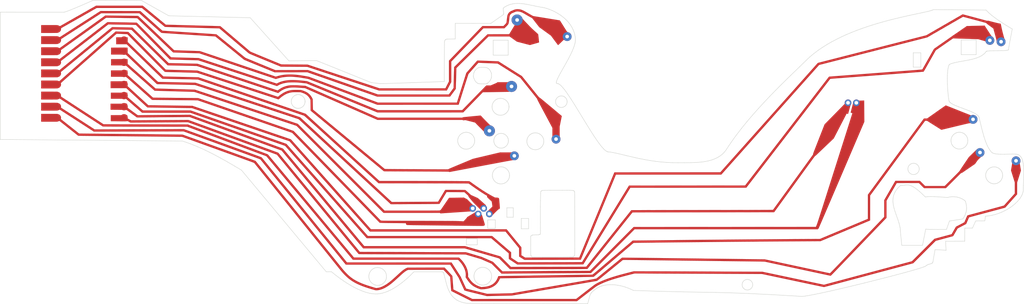
<source format=kicad_pcb>
(kicad_pcb (version 4) (host pcbnew 4.0.7)
  (layers (0 F.Cu signal) (31 B.Cu signal) (34 B.Paste user) (35 F.Paste user) (36 B.SilkS user) (37 F.SilkS user) (38 B.Mask user) (39 F.Mask user) (44 Edge.Cuts user))
  (net 0 "")
  (module LOGO (layer F.Cu) (at 0 0)
    (fp_text reference "G***" hide)
    (fp_text value "LOGO" hide)
    (fp_poly (pts (xy -105.384385 -8.720584) (xy -105.091790 -8.720313) (xy -104.836736 -8.719815) (xy -104.616828 -8.719054) (xy -104.429669 -8.717993) (xy -104.272863 -8.716597) (xy -104.144015 -8.714827) (xy -104.040729 -8.712647) (xy -103.960609 -8.710021) (xy -103.901258 -8.706912) (xy -103.860281 -8.703283) (xy -103.835282 -8.699096) (xy -103.823865 -8.694317) (xy -103.822500 -8.691622) (xy -103.802768 -8.668772) (xy -103.749285 -8.651156) (xy -103.735055 -8.648594) (xy -103.573309 -8.602302) (xy -103.427521 -8.520954) (xy -103.301387 -8.410011) (xy -103.198604 -8.274937) (xy -103.122867 -8.121194) (xy -103.077874 -7.954243) (xy -103.067320 -7.779548) (xy -103.078239 -7.677969) (xy -103.090762 -7.594754) (xy -103.093245 -7.542955) (xy -103.085618 -7.512846) (xy -103.076982 -7.501904) (xy -103.057270 -7.485762) (xy -103.006408 -7.444946) (xy -102.926425 -7.381070) (xy -102.819354 -7.295748) (xy -102.687224 -7.190594) (xy -102.532067 -7.067222) (xy -102.355914 -6.927246) (xy -102.160797 -6.772280) (xy -101.948745 -6.603938) (xy -101.721791 -6.423835) (xy -101.481964 -6.233583) (xy -101.231297 -6.034797) (xy -100.994934 -5.847412) (xy -98.939952 -4.218489) (xy -97.576518 -4.204330) (xy -97.344706 -4.201923) (xy -97.076575 -4.199140) (xy -96.778136 -4.196042) (xy -96.455400 -4.192694) (xy -96.114380 -4.189156) (xy -95.761086 -4.185491) (xy -95.401529 -4.181762) (xy -95.041722 -4.178031) (xy -94.687677 -4.174360) (xy -94.345403 -4.170812) (xy -94.138750 -4.168670) (xy -93.965608 -4.166883) (xy -93.752068 -4.164693) (xy -93.500066 -4.162119) (xy -93.211535 -4.159181) (xy -92.888409 -4.155898) (xy -92.532622 -4.152290) (xy -92.146109 -4.148376) (xy -91.730804 -4.144176) (xy -91.288641 -4.139709) (xy -90.821553 -4.134995) (xy -90.331476 -4.130053) (xy -89.820343 -4.124903) (xy -89.290088 -4.119563) (xy -88.742646 -4.114055) (xy -88.179950 -4.108396) (xy -87.603935 -4.102608) (xy -87.016535 -4.096708) (xy -86.419684 -4.090717) (xy -85.815317 -4.084654) (xy -85.205366 -4.078539) (xy -84.591767 -4.072391) (xy -83.976454 -4.066229) (xy -83.685239 -4.063315) (xy -75.306062 -3.979460) (xy -66.963573 -0.971268) (xy -58.621083 2.036925) (xy -48.736250 14.345283) (xy -48.223243 14.984045) (xy -47.716040 15.615535) (xy -47.215318 16.238911) (xy -46.721753 16.853335) (xy -46.236020 17.457964) (xy -45.758795 18.051960) (xy -45.290755 18.634481) (xy -44.832573 19.204688) (xy -44.384927 19.761740) (xy -43.948493 20.304796) (xy -43.523945 20.833017) (xy -43.111961 21.345561) (xy -42.713215 21.841589) (xy -42.328383 22.320260) (xy -41.958141 22.780734) (xy -41.603166 23.222171) (xy -41.264132 23.643730) (xy -40.941716 24.044570) (xy -40.636593 24.423852) (xy -40.349439 24.780735) (xy -40.080930 25.114378) (xy -39.831742 25.423942) (xy -39.602550 25.708586) (xy -39.394031 25.967470) (xy -39.206860 26.199753) (xy -39.041712 26.404594) (xy -38.899264 26.581155) (xy -38.780191 26.728593) (xy -38.685170 26.846070) (xy -38.614876 26.932744) (xy -38.569984 26.987775) (xy -38.555083 27.005779) (xy -38.416267 27.166430) (xy -38.257730 27.342588) (xy -38.086180 27.527313) (xy -37.908324 27.713666) (xy -37.730868 27.894706) (xy -37.560520 28.063494) (xy -37.403987 28.213089) (xy -37.274500 28.330830) (xy -37.004760 28.559424) (xy -36.728304 28.776232) (xy -36.442534 28.982477) (xy -36.144854 29.179380) (xy -35.832668 29.368163) (xy -35.503377 29.550047) (xy -35.154385 29.726254) (xy -34.783096 29.898006) (xy -34.386913 30.066525) (xy -33.963238 30.233032) (xy -33.509476 30.398749) (xy -33.023028 30.564897) (xy -32.501299 30.732699) (xy -31.941691 30.903377) (xy -31.581490 31.009171) (xy -31.063731 31.159261) (xy -30.819490 31.135214) (xy -30.506217 31.088572) (xy -30.185846 31.009254) (xy -29.857034 30.896558) (xy -29.518437 30.749782) (xy -29.168712 30.568225) (xy -28.806513 30.351186) (xy -28.430498 30.097961) (xy -28.039322 29.807850) (xy -27.631641 29.480150) (xy -27.601333 29.454851) (xy -27.465719 29.339881) (xy -27.315463 29.209577) (xy -27.147858 29.061512) (xy -26.960193 28.893261) (xy -26.749760 28.702397) (xy -26.513849 28.486494) (xy -26.299598 28.289168) (xy -26.058683 28.067275) (xy -25.845398 27.872073) (xy -25.656756 27.701017) (xy -25.489771 27.551563) (xy -25.341454 27.421166) (xy -25.208819 27.307282) (xy -25.088879 27.207365) (xy -24.978647 27.118873) (xy -24.875135 27.039259) (xy -24.775358 26.965980) (xy -24.676327 26.896490) (xy -24.619154 26.857659) (xy -24.419820 26.730550) (xy -24.238159 26.629944) (xy -24.064011 26.550440) (xy -23.980947 26.518494) (xy -23.844250 26.468917) (xy -19.632083 26.463624) (xy -15.419917 26.458331) (xy -14.530917 27.403629) (xy -14.372738 27.572427) (xy -14.223365 27.732996) (xy -14.085317 27.882549) (xy -13.961115 28.018301) (xy -13.853277 28.137467) (xy -13.764325 28.237259) (xy -13.696778 28.314894) (xy -13.653156 28.367583) (xy -13.635979 28.392542) (xy -13.635833 28.393172) (xy -13.633307 28.421137) (xy -13.627947 28.487859) (xy -13.620015 28.589875) (xy -13.609772 28.723723) (xy -13.597480 28.885939) (xy -13.583400 29.073061) (xy -13.567794 29.281626) (xy -13.550924 29.508171) (xy -13.533052 29.749233) (xy -13.517780 29.955997) (xy -13.499287 30.205282) (xy -13.481503 30.442049) (xy -13.464695 30.662941) (xy -13.449127 30.864602) (xy -13.435067 31.043673) (xy -13.422779 31.196798) (xy -13.412530 31.320620) (xy -13.404585 31.411781) (xy -13.399211 31.466925) (xy -13.396864 31.482969) (xy -13.377137 31.493343) (xy -13.321921 31.521436) (xy -13.233602 31.566052) (xy -13.114564 31.625995) (xy -12.967192 31.700069) (xy -12.793869 31.787077) (xy -12.596982 31.885824) (xy -12.378913 31.995113) (xy -12.142048 32.113748) (xy -11.888770 32.240532) (xy -11.621466 32.374270) (xy -11.342518 32.513766) (xy -11.223666 32.573181) (xy -9.059416 33.655000) (xy 2.788667 33.654001) (xy 14.636750 33.653003) (xy 16.762546 32.004094) (xy 17.079201 31.758562) (xy 17.364428 31.537615) (xy 17.620175 31.339793) (xy 17.848387 31.163635) (xy 18.051010 31.007682) (xy 18.229992 30.870475) (xy 18.387278 30.750553) (xy 18.524816 30.646456) (xy 18.644550 30.556725) (xy 18.748428 30.479900) (xy 18.838395 30.414520) (xy 18.916400 30.359127) (xy 18.984386 30.312260) (xy 19.044302 30.272459) (xy 19.098093 30.238265) (xy 19.147706 30.208218) (xy 19.188212 30.184752) (xy 19.593528 29.966331) (xy 20.040510 29.748026) (xy 20.528490 29.530094) (xy 21.056801 29.312789) (xy 21.624776 29.096367) (xy 22.231746 28.881082) (xy 22.877046 28.667189) (xy 23.560006 28.454943) (xy 24.225250 28.260146) (xy 24.408931 28.208062) (xy 24.586474 28.158231) (xy 24.762684 28.109371) (xy 24.942362 28.060199) (xy 25.130312 28.009431) (xy 25.331337 27.955784) (xy 25.550240 27.897976) (xy 25.791824 27.834724) (xy 26.060892 27.764744) (xy 26.362247 27.686753) (xy 26.638250 27.615554) (xy 27.802417 27.315583) (xy 31.093833 27.320895) (xy 31.432102 27.321497) (xy 31.809087 27.322271) (xy 32.221169 27.323206) (xy 32.664732 27.324290) (xy 33.136158 27.325513) (xy 33.631830 27.326864) (xy 34.148129 27.328331) (xy 34.681439 27.329904) (xy 35.228143 27.331570) (xy 35.784622 27.333321) (xy 36.347259 27.335143) (xy 36.912437 27.337027) (xy 37.476538 27.338961) (xy 38.035944 27.340935) (xy 38.587039 27.342936) (xy 39.126205 27.344955) (xy 39.649824 27.346979) (xy 39.698083 27.347169) (xy 40.214159 27.349200) (xy 40.768242 27.351368) (xy 41.356006 27.353659) (xy 41.973124 27.356055) (xy 42.615270 27.358540) (xy 43.278119 27.361097) (xy 43.957345 27.363709) (xy 44.648620 27.366361) (xy 45.347619 27.369035) (xy 46.050016 27.371716) (xy 46.751484 27.374386) (xy 47.447698 27.377029) (xy 48.134332 27.379629) (xy 48.807058 27.382168) (xy 49.461552 27.384631) (xy 50.093486 27.387001) (xy 50.698535 27.389261) (xy 51.096333 27.390742) (xy 57.181750 27.413352) (xy 59.584167 27.921524) (xy 59.876231 27.983304) (xy 60.155143 28.042306) (xy 60.423178 28.099011) (xy 60.682608 28.153900) (xy 60.935708 28.207456) (xy 61.184752 28.260161) (xy 61.432014 28.312495) (xy 61.679768 28.364941) (xy 61.930288 28.417980) (xy 62.185847 28.472094) (xy 62.448721 28.527765) (xy 62.721183 28.585475) (xy 63.005506 28.645705) (xy 63.303966 28.708937) (xy 63.618836 28.775652) (xy 63.952390 28.846333) (xy 64.306902 28.921460) (xy 64.684645 29.001517) (xy 65.087895 29.086984) (xy 65.518925 29.178343) (xy 65.980010 29.276077) (xy 66.473422 29.380666) (xy 67.001436 29.492592) (xy 67.566327 29.612337) (xy 68.167250 29.739723) (xy 71.278750 30.399311) (xy 72.114833 30.176082) (xy 72.278254 30.132427) (xy 72.476808 30.079346) (xy 72.704740 30.018381) (xy 72.956293 29.951073) (xy 73.225713 29.878961) (xy 73.507244 29.803587) (xy 73.795130 29.726492) (xy 74.083616 29.649215) (xy 74.366945 29.573298) (xy 74.527833 29.530178) (xy 75.697208 29.216748) (xy 76.826007 28.914210) (xy 77.914538 28.622482) (xy 78.963112 28.341481) (xy 79.972036 28.071124) (xy 80.941621 27.811329) (xy 81.872175 27.562012) (xy 82.764008 27.323090) (xy 83.617430 27.094481) (xy 84.432748 26.876102) (xy 85.210274 26.667871) (xy 85.950315 26.469703) (xy 86.653181 26.281517) (xy 87.319181 26.103229) (xy 87.948625 25.934757) (xy 88.444917 25.801948) (xy 91.387083 25.014682) (xy 96.530583 19.877450) (xy 98.492220 19.352600) (xy 100.453856 18.827750) (xy 101.441904 17.117028) (xy 103.373840 16.097250) (xy 103.709295 15.317167) (xy 103.801214 15.104664) (xy 103.878390 14.929102) (xy 103.941921 14.788167) (xy 103.992906 14.679542) (xy 104.032443 14.600912) (xy 104.061631 14.549960) (xy 104.081568 14.524372) (xy 104.087083 14.520764) (xy 104.111441 14.513747) (xy 104.174740 14.496313) (xy 104.275028 14.468987) (xy 104.410350 14.432294) (xy 104.578754 14.386761) (xy 104.778287 14.332912) (xy 105.006995 14.271273) (xy 105.262925 14.202370) (xy 105.544124 14.126729) (xy 105.848639 14.044874) (xy 106.174517 13.957331) (xy 106.519803 13.864626) (xy 106.882547 13.767285) (xy 107.260793 13.665832) (xy 107.652588 13.560793) (xy 108.055981 13.452694) (xy 108.256917 13.398866) (xy 108.665107 13.289451) (xy 109.062546 13.182763) (xy 109.447287 13.079331) (xy 109.817386 12.979684) (xy 110.170896 12.884351) (xy 110.505870 12.793860) (xy 110.820364 12.708740) (xy 111.112431 12.629520) (xy 111.380124 12.556729) (xy 111.621499 12.490896) (xy 111.834609 12.432548) (xy 112.017508 12.382216) (xy 112.168250 12.340428) (xy 112.284889 12.307712) (xy 112.365480 12.284598) (xy 112.408075 12.271615) (xy 112.414498 12.269103) (xy 112.432824 12.249992) (xy 112.477223 12.201598) (xy 112.545604 12.126244) (xy 112.635880 12.026256) (xy 112.745963 11.903959) (xy 112.873763 11.761678) (xy 113.017192 11.601736) (xy 113.174162 11.426459) (xy 113.342584 11.238172) (xy 113.520369 11.039200) (xy 113.668623 10.873120) (xy 114.892667 9.501324) (xy 114.892667 6.984006) (xy 114.459462 5.603378) (xy 114.026258 4.222750) (xy 114.163129 3.432537) (xy 114.193952 3.253442) (xy 114.222351 3.086246) (xy 114.247523 2.935826) (xy 114.268671 2.807061) (xy 114.284992 2.704828) (xy 114.295687 2.634007) (xy 114.299957 2.599474) (xy 114.300000 2.598115) (xy 114.292344 2.556729) (xy 114.272277 2.490765) (xy 114.244203 2.414661) (xy 114.203203 2.276349) (xy 114.179565 2.118751) (xy 114.174711 1.959481) (xy 114.190063 1.816151) (xy 114.194306 1.796653) (xy 114.260495 1.605104) (xy 114.361977 1.432967) (xy 114.494479 1.284603) (xy 114.653724 1.164372) (xy 114.835440 1.076635) (xy 114.928508 1.047573) (xy 115.125063 1.016748) (xy 115.316998 1.024953) (xy 115.500092 1.068919) (xy 115.670123 1.145373) (xy 115.822872 1.251047) (xy 115.954117 1.382668) (xy 116.059637 1.536966) (xy 116.135213 1.710671) (xy 116.176622 1.900510) (xy 116.183316 2.019967) (xy 116.174278 2.178901) (xy 116.145649 2.316630) (xy 116.093331 2.451346) (xy 116.079928 2.478998) (xy 116.020670 2.597913) (xy 116.158047 3.422908) (xy 116.295423 4.247903) (xy 115.421833 7.003807) (xy 115.421204 8.354362) (xy 115.420576 9.704917) (xy 114.059751 11.228917) (xy 112.698927 12.752917) (xy 109.461922 13.619186) (xy 108.927529 13.762199) (xy 108.432518 13.894680) (xy 107.975375 14.017044) (xy 107.554586 14.129700) (xy 107.168639 14.233063) (xy 106.816019 14.327545) (xy 106.495214 14.413556) (xy 106.204711 14.491511) (xy 105.942995 14.561821) (xy 105.708554 14.624899) (xy 105.499874 14.681156) (xy 105.315442 14.731006) (xy 105.153745 14.774860) (xy 105.013270 14.813132) (xy 104.892502 14.846232) (xy 104.789930 14.874573) (xy 104.704038 14.898569) (xy 104.633315 14.918630) (xy 104.576247 14.935170) (xy 104.531320 14.948601) (xy 104.497022 14.959334) (xy 104.471838 14.967783) (xy 104.454256 14.974360) (xy 104.442763 14.979476) (xy 104.435844 14.983545) (xy 104.431987 14.986978) (xy 104.429678 14.990188) (xy 104.429629 14.990267) (xy 104.417582 15.015381) (xy 104.390807 15.074927) (xy 104.351263 15.164430) (xy 104.300909 15.279416) (xy 104.241704 15.415410) (xy 104.175606 15.567939) (xy 104.104575 15.732529) (xy 104.098897 15.745712) (xy 103.785453 16.473674) (xy 102.803611 16.992930) (xy 101.821769 17.512185) (xy 101.317393 18.386856) (xy 101.215818 18.562600) (xy 101.120350 18.727002) (xy 101.033123 18.876441) (xy 100.956273 19.007297) (xy 100.891933 19.115947) (xy 100.842238 19.198772) (xy 100.809323 19.252151) (xy 100.795322 19.272462) (xy 100.795290 19.272483) (xy 100.772746 19.279403) (xy 100.712122 19.296484) (xy 100.616237 19.322963) (xy 100.487910 19.358075) (xy 100.329960 19.401058) (xy 100.145206 19.451147) (xy 99.936468 19.507578) (xy 99.706564 19.569588) (xy 99.458313 19.636412) (xy 99.194535 19.707288) (xy 98.918048 19.781451) (xy 98.802240 19.812478) (xy 96.826917 20.341517) (xy 94.255167 22.910192) (xy 91.683417 25.478868) (xy 88.815333 26.245695) (xy 88.430551 26.348583) (xy 88.027821 26.456291) (xy 87.612196 26.567467) (xy 87.188726 26.680759) (xy 86.762463 26.794814) (xy 86.338459 26.908281) (xy 85.921765 27.019807) (xy 85.517432 27.128041) (xy 85.130512 27.231632) (xy 84.766058 27.329225) (xy 84.429119 27.419471) (xy 84.124748 27.501017) (xy 83.947000 27.548652) (xy 83.612712 27.638250) (xy 83.245038 27.736794) (xy 82.851480 27.842272) (xy 82.439543 27.952673) (xy 82.016730 28.065988) (xy 81.590546 28.180203) (xy 81.168494 28.293310) (xy 80.758078 28.403296) (xy 80.366802 28.508150) (xy 80.002170 28.605862) (xy 79.840667 28.649139) (xy 79.264652 28.803495) (xy 78.725592 28.947956) (xy 78.219548 29.083579) (xy 77.742581 29.211419) (xy 77.290753 29.332534) (xy 76.860127 29.447979) (xy 76.446763 29.558809) (xy 76.046724 29.666082) (xy 75.656071 29.770853) (xy 75.270865 29.874179) (xy 74.887169 29.977115) (xy 74.501045 30.080717) (xy 74.108553 30.186042) (xy 73.705755 30.294146) (xy 73.288714 30.406085) (xy 73.236667 30.420056) (xy 72.960880 30.493923) (xy 72.696031 30.564548) (xy 72.445067 30.631162) (xy 72.210937 30.692996) (xy 71.996589 30.749283) (xy 71.804971 30.799253) (xy 71.639030 30.842139) (xy 71.501715 30.877173) (xy 71.395973 30.903585) (xy 71.324753 30.920609) (xy 71.291003 30.927474) (xy 71.289333 30.927580) (xy 71.263034 30.923140) (xy 71.197575 30.910356) (xy 71.095201 30.889697) (xy 70.958159 30.861634) (xy 70.788693 30.826635) (xy 70.589049 30.785170) (xy 70.361473 30.737710) (xy 70.108211 30.684722) (xy 69.831507 30.626678) (xy 69.533608 30.564046) (xy 69.216760 30.497296) (xy 68.883207 30.426897) (xy 68.535196 30.353320) (xy 68.174971 30.277034) (xy 67.945000 30.228267) (xy 67.455135 30.124337) (xy 66.956906 30.018639) (xy 66.452312 29.911596) (xy 65.943349 29.803630) (xy 65.432015 29.695167) (xy 64.920306 29.586629) (xy 64.410221 29.478440) (xy 63.903756 29.371023) (xy 63.402909 29.264802) (xy 62.909676 29.160200) (xy 62.426056 29.057641) (xy 61.954046 28.957549) (xy 61.495642 28.860346) (xy 61.052843 28.766457) (xy 60.627645 28.676304) (xy 60.222046 28.590312) (xy 59.838042 28.508904) (xy 59.477632 28.432503) (xy 59.142812 28.361533) (xy 58.835581 28.296417) (xy 58.557934 28.237579) (xy 58.311870 28.185443) (xy 58.099385 28.140432) (xy 57.922477 28.102969) (xy 57.783143 28.073478) (xy 57.689750 28.053728) (xy 57.139417 27.937435) (xy 52.863750 27.918593) (xy 52.464492 27.916850) (xy 52.026366 27.914967) (xy 51.552835 27.912959) (xy 51.047364 27.910839) (xy 50.513418 27.908620) (xy 49.954459 27.906318) (xy 49.373954 27.903946) (xy 48.775366 27.901517) (xy 48.162159 27.899046) (xy 47.537797 27.896547) (xy 46.905746 27.894033) (xy 46.269469 27.891518) (xy 45.632431 27.889016) (xy 44.998095 27.886541) (xy 44.369927 27.884108) (xy 43.751390 27.881729) (xy 43.145949 27.879418) (xy 42.557068 27.877191) (xy 42.195750 27.875834) (xy 41.624880 27.873694) (xy 41.038240 27.871487) (xy 40.439100 27.869226) (xy 39.830728 27.866923) (xy 39.216394 27.864590) (xy 38.599368 27.862241) (xy 37.982919 27.859888) (xy 37.370318 27.857543) (xy 36.764833 27.855219) (xy 36.169733 27.852929) (xy 35.588290 27.850685) (xy 35.023772 27.848500) (xy 34.479448 27.846386) (xy 33.958589 27.844356) (xy 33.464463 27.842423) (xy 33.000341 27.840599) (xy 32.569492 27.838896) (xy 32.175185 27.837328) (xy 31.898167 27.836219) (xy 27.992917 27.820520) (xy 26.786417 28.125043) (xy 26.113028 28.297057) (xy 25.479316 28.463266) (xy 24.883129 28.624378) (xy 24.322316 28.781102) (xy 23.794723 28.934145) (xy 23.298200 29.084217) (xy 22.830593 29.232025) (xy 22.389751 29.378278) (xy 21.973522 29.523685) (xy 21.579753 29.668952) (xy 21.206293 29.814790) (xy 20.850990 29.961906) (xy 20.511691 30.111009) (xy 20.186244 30.262807) (xy 19.970750 30.368433) (xy 19.876007 30.415869) (xy 19.789001 30.459872) (xy 19.707598 30.501959) (xy 19.629667 30.543651) (xy 19.553076 30.586468) (xy 19.475693 30.631929) (xy 19.395385 30.681554) (xy 19.310020 30.736862) (xy 19.217467 30.799373) (xy 19.115593 30.870607) (xy 19.002267 30.952083) (xy 18.875355 31.045320) (xy 18.732727 31.151839) (xy 18.572250 31.273159) (xy 18.391792 31.410799) (xy 18.189221 31.566280) (xy 17.962405 31.741121) (xy 17.709211 31.936841) (xy 17.427508 32.154960) (xy 17.115164 32.396997) (xy 17.007251 32.480636) (xy 14.836608 34.163000) (xy -9.239250 34.161524) (xy -11.553871 33.000166) (xy -11.846902 32.853066) (xy -12.129489 32.711066) (xy -12.399319 32.575336) (xy -12.654074 32.447049) (xy -12.891441 32.327374) (xy -13.109104 32.217482) (xy -13.304748 32.118543) (xy -13.476058 32.031729) (xy -13.620718 31.958209) (xy -13.736413 31.899155) (xy -13.820829 31.855737) (xy -13.871650 31.829126) (xy -13.886679 31.820621) (xy -13.891111 31.797085) (xy -13.898276 31.734622) (xy -13.907896 31.636530) (xy -13.919696 31.506107) (xy -13.933396 31.346654) (xy -13.948721 31.161468) (xy -13.965392 30.953848) (xy -13.983132 30.727093) (xy -14.001664 30.484501) (xy -14.020711 30.229372) (xy -14.022538 30.204592) (xy -14.041440 29.948610) (xy -14.059528 29.704963) (xy -14.076553 29.476935) (xy -14.092264 29.267811) (xy -14.106413 29.080875) (xy -14.118749 28.919411) (xy -14.129022 28.786704) (xy -14.136983 28.686039) (xy -14.142382 28.620700) (xy -14.144970 28.593971) (xy -14.145063 28.593549) (xy -14.160092 28.576028) (xy -14.201437 28.530641) (xy -14.266368 28.460318) (xy -14.352156 28.367989) (xy -14.456070 28.256585) (xy -14.575381 28.129035) (xy -14.707357 27.988270) (xy -14.849270 27.837220) (xy -14.899408 27.783924) (xy -15.648899 26.987500) (xy -23.726245 26.987500) (xy -23.848748 27.032716) (xy -23.995864 27.097282) (xy -24.161265 27.189594) (xy -24.348047 27.311495) (xy -24.501586 27.421640) (xy -24.590080 27.488079) (xy -24.677657 27.555917) (xy -24.767616 27.628025) (xy -24.863256 27.707275) (xy -24.967875 27.796535) (xy -25.084772 27.898678) (xy -25.217245 28.016574) (xy -25.368594 28.153093) (xy -25.542116 28.311105) (xy -25.741110 28.493482) (xy -25.879125 28.620418) (xy -26.172045 28.889283) (xy -26.437579 29.131122) (xy -26.678700 29.348414) (xy -26.898381 29.543637) (xy -27.099596 29.719270) (xy -27.285317 29.877791) (xy -27.458518 30.021678) (xy -27.622171 30.153409) (xy -27.779250 30.275462) (xy -27.932728 30.390317) (xy -28.085577 30.500450) (xy -28.240771 30.608341) (xy -28.363333 30.691177) (xy -28.778640 30.952057) (xy -29.183436 31.172439) (xy -29.577585 31.352275) (xy -29.960952 31.491513) (xy -30.333399 31.590104) (xy -30.694792 31.647998) (xy -31.016633 31.665274) (xy -31.071188 31.664570) (xy -31.122871 31.661601) (xy -31.177097 31.655136) (xy -31.239279 31.643943) (xy -31.314832 31.626791) (xy -31.409170 31.602449) (xy -31.527706 31.569685) (xy -31.675855 31.527269) (xy -31.859032 31.473968) (xy -31.863300 31.472721) (xy -32.477670 31.288835) (xy -33.052570 31.107150) (xy -33.590692 30.926076) (xy -34.094729 30.744021) (xy -34.567372 30.559394) (xy -35.011315 30.370604) (xy -35.429251 30.176060) (xy -35.823871 29.974170) (xy -36.197868 29.763343) (xy -36.553934 29.541987) (xy -36.894763 29.308512) (xy -37.223047 29.061326) (xy -37.541478 28.798837) (xy -37.852749 28.519455) (xy -38.159552 28.221588) (xy -38.464579 27.903645) (xy -38.770525 27.564035) (xy -39.069568 27.213781) (xy -39.095847 27.181657) (xy -39.147953 27.117364) (xy -39.225209 27.021741) (xy -39.326939 26.895631) (xy -39.452466 26.739874) (xy -39.601116 26.555312) (xy -39.772212 26.342785) (xy -39.965077 26.103135) (xy -40.179036 25.837204) (xy -40.413413 25.545831) (xy -40.667531 25.229859) (xy -40.940714 24.890129) (xy -41.232287 24.527481) (xy -41.541574 24.142757) (xy -41.867897 23.736798) (xy -42.210582 23.310445) (xy -42.568952 22.864539) (xy -42.942331 22.399922) (xy -43.330042 21.917434) (xy -43.731411 21.417917) (xy -44.145761 20.902212) (xy -44.572415 20.371161) (xy -45.010697 19.825603) (xy -45.459933 19.266381) (xy -45.919445 18.694335) (xy -46.388557 18.110307) (xy -46.866594 17.515138) (xy -47.352879 16.909669) (xy -47.846736 16.294742) (xy -48.347489 15.671196) (xy -48.854462 15.039874) (xy -49.084690 14.753167) (xy -49.592915 14.120278) (xy -50.094762 13.495376) (xy -50.589570 12.879281) (xy -51.076682 12.272812) (xy -51.555436 11.676790) (xy -52.025175 11.092034) (xy -52.485239 10.519365) (xy -52.934968 9.959602) (xy -53.373702 9.413567) (xy -53.800784 8.882078) (xy -54.215552 8.365955) (xy -54.617349 7.866020) (xy -55.005513 7.383092) (xy -55.379387 6.917990) (xy -55.738311 6.471536) (xy -56.081625 6.044548) (xy -56.408670 5.637848) (xy -56.718787 5.252255) (xy -57.011315 4.888589) (xy -57.285597 4.547670) (xy -57.540972 4.230319) (xy -57.776782 3.937354) (xy -57.992366 3.669598) (xy -58.187065 3.427868) (xy -58.360221 3.212986) (xy -58.511173 3.025772) (xy -58.639263 2.867045) (xy -58.743830 2.737626) (xy -58.824216 2.638334) (xy -58.879761 2.569990) (xy -58.909806 2.533414) (xy -58.915125 2.527229) (xy -58.924314 2.520395) (xy -58.941252 2.510964) (xy -58.967038 2.498537) (xy -59.002767 2.482712) (xy -59.049537 2.463088) (xy -59.108444 2.439264) (xy -59.180585 2.410840) (xy -59.267057 2.377413) (xy -59.368957 2.338583) (xy -59.487381 2.293950) (xy -59.623427 2.243112) (xy -59.778191 2.185668) (xy -59.952770 2.121217) (xy -60.148260 2.049358) (xy -60.365759 1.969690) (xy -60.606363 1.881812) (xy -60.871169 1.785324) (xy -61.161275 1.679823) (xy -61.477776 1.564910) (xy -61.821769 1.440183) (xy -62.194352 1.305241) (xy -62.596621 1.159683) (xy -63.029672 1.003109) (xy -63.494604 0.835117) (xy -63.992512 0.655305) (xy -64.524493 0.463274) (xy -65.091645 0.258622) (xy -65.695063 0.040949) (xy -66.335845 -0.190148) (xy -67.015087 -0.435068) (xy -67.193583 -0.499424) (xy -75.406250 -3.460389) (xy -76.835000 -3.474842) (xy -76.951546 -3.476015) (xy -77.108843 -3.477588) (xy -77.305309 -3.479546) (xy -77.539365 -3.481874) (xy -77.809429 -3.484555) (xy -78.113922 -3.487575) (xy -78.451261 -3.490917) (xy -78.819868 -3.494565) (xy -79.218160 -3.498505) (xy -79.644557 -3.502721) (xy -80.097480 -3.507196) (xy -80.575346 -3.511916) (xy -81.076575 -3.516865) (xy -81.599587 -3.522027) (xy -82.142801 -3.527387) (xy -82.704636 -3.532929) (xy -83.283512 -3.538637) (xy -83.877848 -3.544495) (xy -84.486063 -3.550489) (xy -85.106576 -3.556603) (xy -85.737808 -3.562821) (xy -86.378177 -3.569126) (xy -87.026102 -3.575505) (xy -87.680003 -3.581941) (xy -88.106250 -3.586135) (xy -88.755145 -3.592535) (xy -89.395692 -3.598883) (xy -90.026470 -3.605164) (xy -90.646055 -3.611363) (xy -91.253024 -3.617465) (xy -91.845956 -3.623456) (xy -92.423426 -3.629319) (xy -92.984013 -3.635041) (xy -93.526293 -3.640606) (xy -94.048844 -3.646000) (xy -94.550242 -3.651206) (xy -95.029066 -3.656211) (xy -95.483891 -3.661000) (xy -95.913296 -3.665556) (xy -96.315858 -3.669867) (xy -96.690153 -3.673915) (xy -97.034759 -3.677687) (xy -97.348254 -3.681168) (xy -97.629214 -3.684342) (xy -97.876216 -3.687195) (xy -98.087838 -3.689711) (xy -98.262657 -3.691876) (xy -98.399251 -3.693674) (xy -98.496195 -3.695091) (xy -98.547799 -3.696016) (xy -99.146848 -3.709056) (xy -100.749132 -4.979767) (xy -100.991391 -5.171895) (xy -101.234430 -5.364649) (xy -101.474850 -5.555330) (xy -101.709248 -5.741240) (xy -101.934224 -5.919681) (xy -102.146376 -6.087957) (xy -102.342304 -6.243368) (xy -102.518606 -6.383219) (xy -102.671881 -6.504810) (xy -102.798728 -6.605444) (xy -102.894291 -6.681269) (xy -103.437166 -7.112061) (xy -103.550458 -7.059000) (xy -103.628577 -7.026652) (xy -103.705560 -7.001457) (xy -103.743125 -6.992765) (xy -103.797330 -6.976703) (xy -103.822029 -6.954129) (xy -103.822500 -6.950545) (xy -103.827878 -6.945447) (xy -103.845608 -6.940961) (xy -103.878087 -6.937050) (xy -103.927710 -6.933679) (xy -103.996874 -6.930809) (xy -104.087974 -6.928405) (xy -104.203406 -6.926430) (xy -104.345567 -6.924846) (xy -104.516851 -6.923618) (xy -104.719655 -6.922708) (xy -104.956375 -6.922079) (xy -105.229408 -6.921696) (xy -105.541147 -6.921521) (xy -105.716917 -6.921500) (xy -107.611333 -6.921500) (xy -107.611333 -8.720667) (xy -105.716917 -8.720667) (xy -105.384385 -8.720584)) (layer F.Cu) (width 0.010000))
    (fp_poly (pts (xy -105.384385 -11.260584) (xy -105.091790 -11.260313) (xy -104.836736 -11.259815) (xy -104.616828 -11.259054) (xy -104.429669 -11.257993) (xy -104.272863 -11.256597) (xy -104.144015 -11.254827) (xy -104.040729 -11.252647) (xy -103.960609 -11.250021) (xy -103.901258 -11.246912) (xy -103.860281 -11.243283) (xy -103.835282 -11.239096) (xy -103.823865 -11.234317) (xy -103.822500 -11.231622) (xy -103.802768 -11.208772) (xy -103.749285 -11.191156) (xy -103.735055 -11.188594) (xy -103.598728 -11.148782) (xy -103.461315 -11.077079) (xy -103.334244 -10.981776) (xy -103.228945 -10.871163) (xy -103.168136 -10.777367) (xy -103.103481 -10.612303) (xy -103.069715 -10.437520) (xy -103.068522 -10.283448) (xy -103.081656 -10.142131) (xy -99.234620 -7.652569) (xy -95.387583 -5.163007) (xy -92.456000 -5.175239) (xy -92.199788 -5.176278) (xy -91.903714 -5.177427) (xy -91.570247 -5.178675) (xy -91.201859 -5.180017) (xy -90.801020 -5.181443) (xy -90.370201 -5.182945) (xy -89.911873 -5.184516) (xy -89.428505 -5.186148) (xy -88.922569 -5.187831) (xy -88.396535 -5.189560) (xy -87.852874 -5.191324) (xy -87.294057 -5.193117) (xy -86.722553 -5.194930) (xy -86.140834 -5.196755) (xy -85.551370 -5.198584) (xy -84.956632 -5.200410) (xy -84.359090 -5.202223) (xy -83.761215 -5.204017) (xy -83.165478 -5.205783) (xy -82.574349 -5.207512) (xy -82.255889 -5.208434) (xy -74.987360 -5.229397) (xy -66.137472 -2.019995) (xy -65.545662 -1.805337) (xy -64.963760 -1.594198) (xy -64.393040 -1.387040) (xy -63.834774 -1.184328) (xy -63.290235 -0.986527) (xy -62.760696 -0.794100) (xy -62.247430 -0.607511) (xy -61.751709 -0.427225) (xy -61.274807 -0.253705) (xy -60.817995 -0.087415) (xy -60.382548 0.071180) (xy -59.969737 0.221616) (xy -59.580837 0.363430) (xy -59.217118 0.496157) (xy -58.879855 0.619334) (xy -58.570320 0.732495) (xy -58.289786 0.835178) (xy -58.039525 0.926917) (xy -57.820811 1.007250) (xy -57.634916 1.075712) (xy -57.483114 1.131838) (xy -57.366676 1.175166) (xy -57.286877 1.205230) (xy -57.244987 1.221566) (xy -57.238698 1.224412) (xy -57.222919 1.242566) (xy -57.181163 1.292801) (xy -57.114096 1.374300) (xy -57.022381 1.486245) (xy -56.906683 1.627817) (xy -56.767666 1.798198) (xy -56.605993 1.996570) (xy -56.422330 2.222115) (xy -56.217340 2.474015) (xy -55.991688 2.751451) (xy -55.746038 3.053605) (xy -55.481053 3.379659) (xy -55.197399 3.728796) (xy -54.895739 4.100196) (xy -54.576738 4.493041) (xy -54.241060 4.906514) (xy -53.889369 5.339797) (xy -53.522329 5.792070) (xy -53.140604 6.262516) (xy -52.744859 6.750317) (xy -52.335759 7.254655) (xy -51.913966 7.774711) (xy -51.480145 8.309667) (xy -51.034961 8.858706) (xy -50.579078 9.421008) (xy -50.113159 9.995756) (xy -49.637870 10.582132) (xy -49.153873 11.179316) (xy -48.661835 11.786493) (xy -48.162418 12.402842) (xy -47.656287 13.027546) (xy -47.458652 13.271500) (xy -37.727492 25.283583) (xy -25.776640 25.288893) (xy -13.825788 25.294204) (xy -12.789597 26.908143) (xy -11.753406 28.522083) (xy -11.123625 29.897917) (xy -11.019914 30.124412) (xy -10.921390 30.339439) (xy -10.829462 30.539932) (xy -10.745538 30.722826) (xy -10.671026 30.885056) (xy -10.607335 31.023557) (xy -10.555872 31.135264) (xy -10.518048 31.217112) (xy -10.495269 31.266036) (xy -10.488807 31.279434) (xy -10.468022 31.285155) (xy -10.408694 31.300399) (xy -10.313375 31.324529) (xy -10.184617 31.356908) (xy -10.024972 31.396900) (xy -9.836994 31.443868) (xy -9.623235 31.497175) (xy -9.386246 31.556185) (xy -9.128582 31.620260) (xy -8.852793 31.688763) (xy -8.561433 31.761059) (xy -8.257054 31.836510) (xy -8.083510 31.879496) (xy -5.683250 32.473874) (xy -2.846917 32.408591) (xy -0.010583 32.343308) (xy 0.402167 32.268211) (xy 0.450830 32.259554) (xy 0.539802 32.243951) (xy 0.667673 32.221644) (xy 0.833032 32.192878) (xy 1.034469 32.157896) (xy 1.270576 32.116942) (xy 1.539942 32.070259) (xy 1.841156 32.018092) (xy 2.172810 31.960684) (xy 2.533494 31.898278) (xy 2.921797 31.831119) (xy 3.336310 31.759450) (xy 3.775622 31.683515) (xy 4.238325 31.603558) (xy 4.723008 31.519822) (xy 5.228261 31.432551) (xy 5.752674 31.341989) (xy 6.294839 31.248379) (xy 6.853343 31.151965) (xy 7.426779 31.052992) (xy 8.013736 30.951702) (xy 8.612804 30.848339) (xy 9.222573 30.743147) (xy 9.841633 30.636370) (xy 10.021723 30.605312) (xy 10.765051 30.477106) (xy 11.467789 30.355874) (xy 12.131069 30.241416) (xy 12.756023 30.133532) (xy 13.343783 30.032022) (xy 13.895479 29.936686) (xy 14.412245 29.847325) (xy 14.895211 29.763737) (xy 15.345508 29.685725) (xy 15.764270 29.613087) (xy 16.152627 29.545623) (xy 16.511711 29.483135) (xy 16.842653 29.425421) (xy 17.146586 29.372283) (xy 17.424641 29.323520) (xy 17.677949 29.278932) (xy 17.907643 29.238319) (xy 18.114853 29.201482) (xy 18.300712 29.168221) (xy 18.466351 29.138335) (xy 18.612902 29.111626) (xy 18.741496 29.087892) (xy 18.853265 29.066934) (xy 18.949342 29.048553) (xy 19.030856 29.032548) (xy 19.098940 29.018720) (xy 19.154726 29.006868) (xy 19.199346 28.996792) (xy 19.233930 28.988294) (xy 19.259611 28.981172) (xy 19.277520 28.975228) (xy 19.288789 28.970260) (xy 19.292723 28.967753) (xy 19.315708 28.949252) (xy 19.369765 28.905344) (xy 19.453192 28.837418) (xy 19.564288 28.746864) (xy 19.701351 28.635070) (xy 19.862679 28.503427) (xy 20.046572 28.353323) (xy 20.251327 28.186147) (xy 20.475244 28.003289) (xy 20.716621 27.806139) (xy 20.973756 27.596084) (xy 21.244948 27.374515) (xy 21.528495 27.142821) (xy 21.822696 26.902391) (xy 22.125850 26.654614) (xy 22.246167 26.556268) (xy 25.135417 24.194539) (xy 25.601083 24.194021) (xy 25.655727 24.194242) (xy 25.751514 24.194970) (xy 25.887256 24.196191) (xy 26.061765 24.197892) (xy 26.273853 24.200058) (xy 26.522334 24.202676) (xy 26.806019 24.205731) (xy 27.123721 24.209210) (xy 27.474252 24.213099) (xy 27.856425 24.217383) (xy 28.269052 24.222049) (xy 28.710945 24.227083) (xy 29.180917 24.232471) (xy 29.677780 24.238200) (xy 30.200346 24.244254) (xy 30.747429 24.250620) (xy 31.317839 24.257285) (xy 31.910391 24.264234) (xy 32.523895 24.271453) (xy 33.157165 24.278929) (xy 33.809013 24.286647) (xy 34.478251 24.294593) (xy 35.163691 24.302755) (xy 35.864147 24.311117) (xy 36.578430 24.319665) (xy 37.305352 24.328387) (xy 38.043727 24.337267) (xy 38.792367 24.346293) (xy 39.550083 24.355449) (xy 40.315689 24.364722) (xy 41.087996 24.374099) (xy 41.865817 24.383565) (xy 42.647965 24.393106) (xy 43.433252 24.402708) (xy 44.220490 24.412358) (xy 44.481750 24.415565) (xy 44.751525 24.418874) (xy 45.060454 24.422652) (xy 45.405360 24.426863) (xy 45.783066 24.431466) (xy 46.190395 24.436425) (xy 46.624172 24.441700) (xy 47.081219 24.447252) (xy 47.558359 24.453044) (xy 48.052417 24.459037) (xy 48.560214 24.465192) (xy 49.078576 24.471470) (xy 49.604324 24.477834) (xy 50.134282 24.484244) (xy 50.665275 24.490662) (xy 51.194124 24.497050) (xy 51.717653 24.503368) (xy 52.232686 24.509580) (xy 52.426839 24.511920) (xy 57.747261 24.576036) (xy 59.570589 24.967947) (xy 59.898429 25.038412) (xy 60.259309 25.115974) (xy 60.644879 25.198839) (xy 61.046790 25.285214) (xy 61.456693 25.373303) (xy 61.866238 25.461313) (xy 62.267077 25.547449) (xy 62.650859 25.629916) (xy 63.009236 25.706922) (xy 63.256583 25.760068) (xy 63.485436 25.809241) (xy 63.751991 25.866519) (xy 64.052564 25.931110) (xy 64.383469 26.002222) (xy 64.741021 26.079062) (xy 65.121535 26.160840) (xy 65.521325 26.246762) (xy 65.936707 26.336037) (xy 66.363995 26.427873) (xy 66.799503 26.521477) (xy 67.239547 26.616058) (xy 67.680442 26.710824) (xy 68.118502 26.804982) (xy 68.550041 26.897741) (xy 68.855167 26.963328) (xy 69.245840 27.047293) (xy 69.625699 27.128908) (xy 69.992649 27.207726) (xy 70.344594 27.283296) (xy 70.679438 27.355171) (xy 70.995087 27.422900) (xy 71.289445 27.486034) (xy 71.560416 27.544125) (xy 71.805906 27.596723) (xy 72.023819 27.643379) (xy 72.212059 27.683644) (xy 72.368531 27.717069) (xy 72.491140 27.743205) (xy 72.577791 27.761603) (xy 72.626388 27.771812) (xy 72.636365 27.773815) (xy 72.645015 27.769411) (xy 72.663571 27.754408) (xy 72.692757 27.728058) (xy 72.733295 27.689614) (xy 72.785906 27.638328) (xy 72.851314 27.573451) (xy 72.930239 27.494237) (xy 73.023405 27.399938) (xy 73.131533 27.289805) (xy 73.255345 27.163091) (xy 73.395564 27.019049) (xy 73.552912 26.856929) (xy 73.728110 26.675986) (xy 73.921882 26.475471) (xy 74.134948 26.254635) (xy 74.368032 26.012732) (xy 74.621855 25.749014) (xy 74.897140 25.462733) (xy 75.194609 25.153141) (xy 75.514983 24.819490) (xy 75.858985 24.461034) (xy 76.227337 24.077023) (xy 76.620762 23.666710) (xy 77.039981 23.229347) (xy 77.485716 22.764187) (xy 77.958690 22.270482) (xy 78.459625 21.747485) (xy 78.863826 21.325417) (xy 85.046004 14.869583) (xy 85.046835 12.950048) (xy 85.047667 11.030514) (xy 86.322958 8.818099) (xy 87.598250 6.605685) (xy 90.402975 6.604843) (xy 93.207700 6.604000) (xy 93.800083 7.196666) (xy 94.392466 7.789333) (xy 98.880182 7.789333) (xy 100.584049 6.085198) (xy 100.888249 5.780573) (xy 101.162578 5.505070) (xy 101.406990 5.258735) (xy 101.621440 5.041614) (xy 101.805886 4.853752) (xy 101.960281 4.695195) (xy 102.084583 4.565989) (xy 102.178745 4.466178) (xy 102.242724 4.395810) (xy 102.276475 4.354929) (xy 102.282182 4.344188) (xy 102.292943 4.321500) (xy 102.325866 4.266340) (xy 102.379292 4.181233) (xy 102.451564 4.068702) (xy 102.541025 3.931273) (xy 102.646015 3.771469) (xy 102.764878 3.591815) (xy 102.895956 3.394835) (xy 103.037590 3.183054) (xy 103.188124 2.958996) (xy 103.329932 2.748800) (xy 104.383417 1.190288) (xy 105.244406 0.351727) (xy 105.403247 0.197268) (xy 105.553104 0.052016) (xy 105.691227 -0.081396) (xy 105.814870 -0.200338) (xy 105.921286 -0.302177) (xy 106.007726 -0.384282) (xy 106.071442 -0.444021) (xy 106.109687 -0.478764) (xy 106.119994 -0.486833) (xy 106.141331 -0.500256) (xy 106.184930 -0.535878) (xy 106.242372 -0.586728) (xy 106.258201 -0.601274) (xy 106.421727 -0.724852) (xy 106.603127 -0.811446) (xy 106.797779 -0.859933) (xy 107.001061 -0.869191) (xy 107.208355 -0.838098) (xy 107.220594 -0.834983) (xy 107.394426 -0.768804) (xy 107.555016 -0.667415) (xy 107.695933 -0.537246) (xy 107.810746 -0.384724) (xy 107.893024 -0.216280) (xy 107.917354 -0.138428) (xy 107.951323 0.071112) (xy 107.944353 0.274492) (xy 107.897333 0.468377) (xy 107.811149 0.649437) (xy 107.686690 0.814338) (xy 107.654689 0.847689) (xy 107.568424 0.924819) (xy 107.473814 0.994529) (xy 107.380467 1.050964) (xy 107.297994 1.088270) (xy 107.239435 1.100667) (xy 107.216056 1.114855) (xy 107.166911 1.154795) (xy 107.096412 1.216548) (xy 107.008971 1.296176) (xy 106.908997 1.389740) (xy 106.815976 1.478720) (xy 106.694052 1.596939) (xy 106.596330 1.693599) (xy 106.516346 1.776327) (xy 106.447635 1.852750) (xy 106.383736 1.930494) (xy 106.318183 2.017186) (xy 106.244515 2.120453) (xy 106.156267 2.247921) (xy 106.122858 2.296576) (xy 105.821125 2.736377) (xy 104.467271 3.665191) (xy 104.247982 3.815635) (xy 104.035182 3.961628) (xy 103.831997 4.101025) (xy 103.641557 4.231680) (xy 103.466989 4.351446) (xy 103.311420 4.458177) (xy 103.177980 4.549728) (xy 103.069796 4.623952) (xy 102.989996 4.678704) (xy 102.941709 4.711836) (xy 102.939140 4.713599) (xy 102.859641 4.767631) (xy 102.806971 4.800510) (xy 102.773143 4.815168) (xy 102.750174 4.814535) (xy 102.730078 4.801545) (xy 102.721151 4.793632) (xy 102.714199 4.788018) (xy 102.706177 4.784806) (xy 102.695458 4.785549) (xy 102.680412 4.791801) (xy 102.659414 4.805114) (xy 102.630835 4.827041) (xy 102.593047 4.859135) (xy 102.544423 4.902948) (xy 102.483336 4.960035) (xy 102.408157 5.031947) (xy 102.317259 5.120237) (xy 102.209014 5.226460) (xy 102.081795 5.352166) (xy 101.933975 5.498910) (xy 101.763924 5.668244) (xy 101.570016 5.861721) (xy 101.350623 6.080894) (xy 101.104118 6.327316) (xy 100.905714 6.525703) (xy 99.133989 8.297333) (xy 94.159633 8.297333) (xy 93.567250 7.704667) (xy 92.974867 7.112000) (xy 90.445308 7.112454) (xy 87.915750 7.112907) (xy 86.746292 9.140842) (xy 85.576833 11.168777) (xy 85.575907 13.125014) (xy 85.574980 15.081250) (xy 79.219057 21.717000) (xy 78.658467 22.302199) (xy 78.126652 22.857213) (xy 77.623176 23.382494) (xy 77.147600 23.878496) (xy 76.699488 24.345672) (xy 76.278403 24.784475) (xy 75.883907 25.195359) (xy 75.515563 25.578776) (xy 75.172933 25.935180) (xy 74.855582 26.265024) (xy 74.563071 26.568761) (xy 74.294963 26.846844) (xy 74.050822 27.099728) (xy 73.830209 27.327864) (xy 73.632689 27.531707) (xy 73.457822 27.711708) (xy 73.305174 27.868323) (xy 73.174305 28.002003) (xy 73.064780 28.113203) (xy 72.976160 28.202374) (xy 72.908009 28.269972) (xy 72.859889 28.316448) (xy 72.831364 28.342255) (xy 72.822358 28.348325) (xy 72.798874 28.343591) (xy 72.735467 28.330256) (xy 72.633601 28.308634) (xy 72.494737 28.279040) (xy 72.320338 28.241786) (xy 72.111866 28.197188) (xy 71.870783 28.145559) (xy 71.598551 28.087213) (xy 71.296632 28.022464) (xy 70.966489 27.951626) (xy 70.609584 27.875013) (xy 70.227378 27.792938) (xy 69.821334 27.705716) (xy 69.392915 27.613661) (xy 68.943582 27.517086) (xy 68.474797 27.416306) (xy 67.988024 27.311635) (xy 67.484723 27.203385) (xy 66.966357 27.091873) (xy 66.434389 26.977410) (xy 65.890280 26.860312) (xy 65.335493 26.740892) (xy 65.246250 26.721680) (xy 57.710917 25.099458) (xy 56.356250 25.080657) (xy 56.239691 25.079082) (xy 56.082484 25.077025) (xy 55.886310 25.074507) (xy 55.652851 25.071549) (xy 55.383790 25.068170) (xy 55.080808 25.064392) (xy 54.745587 25.060236) (xy 54.379809 25.055720) (xy 53.985156 25.050867) (xy 53.563310 25.045696) (xy 53.115952 25.040228) (xy 52.644765 25.034484) (xy 52.151431 25.028483) (xy 51.637631 25.022247) (xy 51.105048 25.015796) (xy 50.555363 25.009150) (xy 49.990258 25.002331) (xy 49.411415 24.995358) (xy 48.820517 24.988251) (xy 48.219244 24.981032) (xy 47.609279 24.973722) (xy 46.992304 24.966339) (xy 46.370000 24.958906) (xy 46.143333 24.956201) (xy 45.514907 24.948703) (xy 44.889164 24.941229) (xy 44.267888 24.933803) (xy 43.652863 24.926446) (xy 43.045872 24.919179) (xy 42.448698 24.912023) (xy 41.863124 24.905000) (xy 41.290935 24.898132) (xy 40.733913 24.891440) (xy 40.193842 24.884946) (xy 39.672506 24.878671) (xy 39.171688 24.872636) (xy 38.693171 24.866863) (xy 38.238738 24.861374) (xy 37.810174 24.856189) (xy 37.409261 24.851332) (xy 37.037783 24.846822) (xy 36.697524 24.842682) (xy 36.390266 24.838932) (xy 36.117794 24.835596) (xy 35.881891 24.832693) (xy 35.684339 24.830246) (xy 35.526924 24.828275) (xy 35.496500 24.827891) (xy 34.695696 24.817766) (xy 33.936205 24.808206) (xy 33.217012 24.799200) (xy 32.537100 24.790738) (xy 31.895454 24.782811) (xy 31.291056 24.775410) (xy 30.722892 24.768525) (xy 30.189945 24.762146) (xy 29.691198 24.756264) (xy 29.225637 24.750870) (xy 28.792244 24.745952) (xy 28.390005 24.741503) (xy 28.017902 24.737512) (xy 27.674920 24.733970) (xy 27.360042 24.730867) (xy 27.072253 24.728194) (xy 26.810537 24.725941) (xy 26.573877 24.724098) (xy 26.361258 24.722657) (xy 26.171663 24.721606) (xy 26.004077 24.720938) (xy 25.857482 24.720641) (xy 25.730864 24.720708) (xy 25.623206 24.721127) (xy 25.533492 24.721889) (xy 25.460707 24.722986) (xy 25.403833 24.724406) (xy 25.361855 24.726142) (xy 25.333757 24.728182) (xy 25.318523 24.730518) (xy 25.315333 24.731858) (xy 25.295820 24.747930) (xy 25.245190 24.789404) (xy 25.165118 24.854914) (xy 25.057280 24.943089) (xy 24.923351 25.052561) (xy 24.765006 25.181962) (xy 24.583921 25.329921) (xy 24.381772 25.495072) (xy 24.160234 25.676045) (xy 23.920983 25.871470) (xy 23.665693 26.079980) (xy 23.396041 26.300206) (xy 23.113701 26.530778) (xy 22.820350 26.770329) (xy 22.517662 27.017488) (xy 22.385893 27.125080) (xy 22.047361 27.401298) (xy 21.723177 27.665418) (xy 21.414675 27.916368) (xy 21.123191 28.153073) (xy 20.850057 28.374460) (xy 20.596610 28.579455) (xy 20.364183 28.766983) (xy 20.154111 28.935971) (xy 19.967728 29.085345) (xy 19.806368 29.214031) (xy 19.671366 29.320956) (xy 19.564057 29.405045) (xy 19.485774 29.465224) (xy 19.437853 29.500421) (xy 19.422559 29.509800) (xy 19.397590 29.514589) (xy 19.332209 29.526335) (xy 19.227722 29.544812) (xy 19.085437 29.569792) (xy 18.906662 29.601051) (xy 18.692702 29.638362) (xy 18.444866 29.681498) (xy 18.164460 29.730233) (xy 17.852791 29.784341) (xy 17.511168 29.843596) (xy 17.140896 29.907771) (xy 16.743283 29.976641) (xy 16.319636 30.049978) (xy 15.871262 30.127557) (xy 15.399468 30.209151) (xy 14.905562 30.294534) (xy 14.390850 30.383479) (xy 13.856640 30.475761) (xy 13.304239 30.571154) (xy 12.734954 30.669430) (xy 12.150091 30.770364) (xy 11.550959 30.873730) (xy 10.938864 30.979300) (xy 10.315114 31.086849) (xy 9.681015 31.196151) (xy 9.661806 31.199462) (xy -0.033305 32.870385) (xy -2.434944 32.923087) (xy -2.761025 32.930245) (xy -3.082460 32.937305) (xy -3.395859 32.944192) (xy -3.697829 32.950832) (xy -3.984979 32.957150) (xy -4.253916 32.963071) (xy -4.501249 32.968521) (xy -4.723586 32.973425) (xy -4.917534 32.977708) (xy -5.079703 32.981295) (xy -5.206699 32.984112) (xy -5.295131 32.986084) (xy -5.302250 32.986243) (xy -5.767917 32.996697) (xy -8.306574 32.366190) (xy -8.695382 32.269531) (xy -9.044940 32.182415) (xy -9.357128 32.104350) (xy -9.633823 32.034846) (xy -9.876903 31.973411) (xy -10.088246 31.919554) (xy -10.269731 31.872784) (xy -10.423235 31.832609) (xy -10.550637 31.798539) (xy -10.653814 31.770081) (xy -10.734644 31.746746) (xy -10.795007 31.728041) (xy -10.836779 31.713475) (xy -10.861839 31.702558) (xy -10.871813 31.695217) (xy -10.884741 31.669809) (xy -10.913812 31.608982) (xy -10.957593 31.515833) (xy -11.014649 31.393455) (xy -11.083549 31.244944) (xy -11.162859 31.073393) (xy -11.251146 30.881899) (xy -11.346977 30.673554) (xy -11.448919 30.451455) (xy -11.555540 30.218696) (xy -11.557041 30.215417) (xy -12.215687 28.776083) (xy -14.127051 25.802167) (xy -37.986842 25.802167) (xy -47.721879 13.785200) (xy -48.230614 13.157225) (xy -48.732901 12.537227) (xy -49.228074 11.926026) (xy -49.715471 11.324443) (xy -50.194425 10.733297) (xy -50.664273 10.153407) (xy -51.124350 9.585595) (xy -51.573990 9.030680) (xy -52.012531 8.489482) (xy -52.439306 7.962821) (xy -52.853651 7.451517) (xy -53.254901 6.956390) (xy -53.642393 6.478260) (xy -54.015461 6.017947) (xy -54.373440 5.576271) (xy -54.715667 5.154051) (xy -55.041476 4.752109) (xy -55.350202 4.371264) (xy -55.641182 4.012336) (xy -55.913750 3.676144) (xy -56.167241 3.363510) (xy -56.400992 3.075252) (xy -56.614337 2.812191) (xy -56.806613 2.575148) (xy -56.977153 2.364941) (xy -57.125294 2.182390) (xy -57.250371 2.028317) (xy -57.351719 1.903540) (xy -57.428674 1.808881) (xy -57.480570 1.745158) (xy -57.506745 1.713191) (xy -57.509833 1.709513) (xy -57.518940 1.702972) (xy -57.538038 1.692979) (xy -57.568156 1.679158) (xy -57.610320 1.661130) (xy -57.665559 1.638519) (xy -57.734899 1.610946) (xy -57.819368 1.578033) (xy -57.919993 1.539405) (xy -58.037802 1.494682) (xy -58.173823 1.443488) (xy -58.329081 1.385445) (xy -58.504606 1.320175) (xy -58.701424 1.247301) (xy -58.920562 1.166445) (xy -59.163049 1.077231) (xy -59.429911 0.979279) (xy -59.722176 0.872214) (xy -60.040871 0.755657) (xy -60.387023 0.629230) (xy -60.761661 0.492557) (xy -61.165811 0.345260) (xy -61.600501 0.186961) (xy -62.066758 0.017282) (xy -62.565610 -0.164153) (xy -63.098084 -0.357722) (xy -63.665207 -0.563803) (xy -64.268007 -0.782774) (xy -64.907511 -1.015012) (xy -65.584746 -1.260894) (xy -66.300741 -1.520797) (xy -66.315167 -1.526033) (xy -75.067583 -4.702860) (xy -84.137500 -4.679346) (xy -84.766692 -4.677723) (xy -85.390276 -4.676133) (xy -86.006633 -4.674578) (xy -86.614145 -4.673062) (xy -87.211196 -4.671589) (xy -87.796166 -4.670163) (xy -88.367439 -4.668786) (xy -88.923396 -4.667463) (xy -89.462419 -4.666198) (xy -89.982891 -4.664992) (xy -90.483194 -4.663852) (xy -90.961710 -4.662779) (xy -91.416821 -4.661778) (xy -91.846909 -4.660852) (xy -92.250356 -4.660005) (xy -92.625545 -4.659240) (xy -92.970858 -4.658562) (xy -93.284677 -4.657973) (xy -93.565384 -4.657477) (xy -93.811361 -4.657078) (xy -94.020990 -4.656779) (xy -94.192654 -4.656584) (xy -94.324735 -4.656497) (xy -94.392750 -4.656502) (xy -95.578083 -4.657174) (xy -103.362011 -9.694672) (xy -103.511034 -9.620119) (xy -103.594795 -9.581805) (xy -103.675741 -9.550762) (xy -103.737417 -9.533248) (xy -103.741279 -9.532577) (xy -103.796848 -9.516736) (xy -103.821989 -9.494304) (xy -103.822500 -9.490545) (xy -103.827878 -9.485447) (xy -103.845608 -9.480961) (xy -103.878087 -9.477050) (xy -103.927710 -9.473679) (xy -103.996874 -9.470809) (xy -104.087974 -9.468405) (xy -104.203406 -9.466430) (xy -104.345567 -9.464846) (xy -104.516851 -9.463618) (xy -104.719655 -9.462708) (xy -104.956375 -9.462079) (xy -105.229408 -9.461696) (xy -105.541147 -9.461521) (xy -105.716917 -9.461500) (xy -107.611333 -9.461500) (xy -107.611333 -11.260667) (xy -105.716917 -11.260667) (xy -105.384385 -11.260584)) (layer F.Cu) (width 0.010000))
    (fp_poly (pts (xy -105.381316 -13.800569) (xy -105.085758 -13.800255) (xy -104.827952 -13.799691) (xy -104.605610 -13.798843) (xy -104.416440 -13.797679) (xy -104.258154 -13.796164) (xy -104.128460 -13.794267) (xy -104.025069 -13.791953) (xy -103.945691 -13.789189) (xy -103.888036 -13.785942) (xy -103.849814 -13.782180) (xy -103.828734 -13.777867) (xy -103.822500 -13.773152) (xy -103.802737 -13.753043) (xy -103.748683 -13.732315) (xy -103.698436 -13.720012) (xy -103.568173 -13.676451) (xy -103.436282 -13.603562) (xy -103.317808 -13.510930) (xy -103.243776 -13.430336) (xy -103.163260 -13.307369) (xy -103.110320 -13.180733) (xy -103.081181 -13.038369) (xy -103.072141 -12.881705) (xy -103.070402 -12.671827) (xy -98.209622 -9.503850) (xy -93.348842 -6.335872) (xy -87.691902 -6.321770) (xy -87.142860 -6.320430) (xy -86.572074 -6.319093) (xy -85.983453 -6.317765) (xy -85.380909 -6.316455) (xy -84.768352 -6.315167) (xy -84.149692 -6.313911) (xy -83.528840 -6.312693) (xy -82.909707 -6.311519) (xy -82.296202 -6.310398) (xy -81.692237 -6.309336) (xy -81.101723 -6.308340) (xy -80.528568 -6.307418) (xy -79.976685 -6.306576) (xy -79.449983 -6.305822) (xy -78.952374 -6.305163) (xy -78.487767 -6.304605) (xy -78.060073 -6.304156) (xy -77.905690 -6.304013) (xy -77.493043 -6.303587) (xy -77.093047 -6.303051) (xy -76.707643 -6.302415) (xy -76.338774 -6.301686) (xy -75.988380 -6.300872) (xy -75.658404 -6.299980) (xy -75.350787 -6.299019) (xy -75.067471 -6.297995) (xy -74.810397 -6.296917) (xy -74.581508 -6.295792) (xy -74.382744 -6.294628) (xy -74.216047 -6.293433) (xy -74.083360 -6.292214) (xy -73.986624 -6.290980) (xy -73.927780 -6.289737) (xy -73.908770 -6.288494) (xy -73.910946 -6.288138) (xy -74.045476 -6.275917) (xy -65.052696 -2.911637) (xy -64.456489 -2.688587) (xy -63.869827 -2.469103) (xy -63.293981 -2.253660) (xy -62.730221 -2.042732) (xy -62.179816 -1.836796) (xy -61.644036 -1.636326) (xy -61.124151 -1.441797) (xy -60.621431 -1.253686) (xy -60.137146 -1.072467) (xy -59.672566 -0.898615) (xy -59.228959 -0.732605) (xy -58.807597 -0.574914) (xy -58.409749 -0.426015) (xy -58.036685 -0.286385) (xy -57.689674 -0.156498) (xy -57.369987 -0.036831) (xy -57.078893 0.072143) (xy -56.817663 0.169947) (xy -56.587565 0.256107) (xy -56.389870 0.330147) (xy -56.225848 0.391592) (xy -56.096768 0.439967) (xy -56.003901 0.474796) (xy -55.948516 0.495605) (xy -55.932666 0.501598) (xy -55.805415 0.550553) (xy -36.120917 24.169401) (xy -12.108099 24.172333) (xy -11.783817 24.495125) (xy -11.590878 24.692336) (xy -11.422905 24.876380) (xy -11.270441 25.058728) (xy -11.124025 25.250848) (xy -10.974199 25.464210) (xy -10.928004 25.532830) (xy -10.753915 25.805006) (xy -10.606196 26.062696) (xy -10.478588 26.318388) (xy -10.364832 26.584567) (xy -10.264965 26.855417) (xy -10.180750 27.136597) (xy -10.115306 27.433552) (xy -10.070306 27.734534) (xy -10.047425 28.027793) (xy -10.048339 28.301581) (xy -10.051509 28.352750) (xy -10.065382 28.543250) (xy -9.865399 28.839583) (xy -9.701279 29.078077) (xy -9.552113 29.284217) (xy -9.413517 29.463306) (xy -9.281105 29.620646) (xy -9.150490 29.761540) (xy -9.017287 29.891292) (xy -8.932478 29.967593) (xy -8.648112 30.190850) (xy -8.326614 30.395617) (xy -7.967628 30.582087) (xy -7.570796 30.750454) (xy -7.323667 30.839713) (xy -7.059083 30.929739) (xy -6.667500 30.905757) (xy -6.227114 30.866885) (xy -5.821366 30.805939) (xy -5.448349 30.722211) (xy -5.106156 30.614994) (xy -4.792882 30.483582) (xy -4.506619 30.327267) (xy -4.245461 30.145344) (xy -4.007500 29.937104) (xy -3.979269 29.909166) (xy -3.747530 29.646940) (xy -3.545173 29.355123) (xy -3.373429 29.035738) (xy -3.233526 28.690809) (xy -3.226479 28.670250) (xy -3.194248 28.577273) (xy -3.166046 28.499521) (xy -3.145045 28.445513) (xy -3.134757 28.424058) (xy -3.112079 28.421622) (xy -3.050344 28.418705) (xy -2.952826 28.415382) (xy -2.822799 28.411729) (xy -2.663536 28.407821) (xy -2.478310 28.403733) (xy -2.270396 28.399542) (xy -2.043065 28.395321) (xy -1.799593 28.391147) (xy -1.543252 28.387095) (xy -1.502833 28.386487) (xy -1.200400 28.381940) (xy -0.876855 28.377029) (xy -0.539903 28.371876) (xy -0.197248 28.366599) (xy 0.143408 28.361318) (xy 0.474359 28.356152) (xy 0.787903 28.351221) (xy 1.076336 28.346645) (xy 1.331954 28.342542) (xy 1.386417 28.341660) (xy 1.571197 28.338669) (xy 1.765018 28.335550) (xy 1.969433 28.332279) (xy 2.185997 28.328831) (xy 2.416266 28.325182) (xy 2.661793 28.321309) (xy 2.924135 28.317186) (xy 3.204845 28.312791) (xy 3.505478 28.308099) (xy 3.827588 28.303085) (xy 4.172732 28.297726) (xy 4.542463 28.291997) (xy 4.938337 28.285875) (xy 5.361907 28.279336) (xy 5.814729 28.272354) (xy 6.298358 28.264907) (xy 6.814348 28.256970) (xy 7.364254 28.248519) (xy 7.949631 28.239529) (xy 8.572034 28.229978) (xy 9.233017 28.219840) (xy 9.934135 28.209091) (xy 10.234083 28.204495) (xy 10.636270 28.198322) (xy 11.041821 28.192082) (xy 11.447265 28.185827) (xy 11.849132 28.179612) (xy 12.243953 28.173491) (xy 12.628257 28.167519) (xy 12.998574 28.161749) (xy 13.351434 28.156235) (xy 13.683368 28.151032) (xy 13.990906 28.146194) (xy 14.270576 28.141775) (xy 14.518911 28.137829) (xy 14.732438 28.134410) (xy 14.907689 28.131573) (xy 14.933083 28.131158) (xy 15.204292 28.126817) (xy 15.497268 28.122304) (xy 15.803037 28.117745) (xy 16.112628 28.113269) (xy 16.417067 28.109003) (xy 16.707382 28.105074) (xy 16.974600 28.101609) (xy 17.209747 28.098737) (xy 17.240250 28.098382) (xy 17.448956 28.095775) (xy 17.647221 28.092923) (xy 17.830525 28.089919) (xy 17.994348 28.086854) (xy 18.134172 28.083818) (xy 18.245476 28.080903) (xy 18.323743 28.078200) (xy 18.364451 28.075800) (xy 18.365534 28.075676) (xy 18.375982 28.073196) (xy 18.389865 28.067347) (xy 18.408296 28.057194) (xy 18.432391 28.041802) (xy 18.463263 28.020235) (xy 18.502028 27.991559) (xy 18.549800 27.954839) (xy 18.607692 27.909139) (xy 18.676820 27.853525) (xy 18.758298 27.787061) (xy 18.853240 27.708812) (xy 18.962760 27.617844) (xy 19.087974 27.513221) (xy 19.229996 27.394009) (xy 19.389939 27.259271) (xy 19.568919 27.108074) (xy 19.768049 26.939481) (xy 19.988445 26.752559) (xy 20.231221 26.546371) (xy 20.497490 26.319983) (xy 20.788368 26.072460) (xy 21.104969 25.802867) (xy 21.448407 25.510268) (xy 21.819796 25.193729) (xy 22.220252 24.852315) (xy 22.650889 24.485090) (xy 23.018797 24.171312) (xy 27.583942 20.277667) (xy 28.000096 20.277627) (xy 28.058481 20.277503) (xy 28.135262 20.277132) (xy 28.231538 20.276504) (xy 28.348410 20.275605) (xy 28.486976 20.274423) (xy 28.648337 20.272948) (xy 28.833592 20.271166) (xy 29.043841 20.269067) (xy 29.280184 20.266637) (xy 29.543720 20.263866) (xy 29.835550 20.260741) (xy 30.156772 20.257250) (xy 30.508488 20.253381) (xy 30.891795 20.249123) (xy 31.307795 20.244463) (xy 31.757587 20.239390) (xy 32.242271 20.233891) (xy 32.762946 20.227955) (xy 33.320712 20.221570) (xy 33.916669 20.214724) (xy 34.551917 20.207404) (xy 35.227554 20.199599) (xy 35.771667 20.193302) (xy 36.755671 20.182059) (xy 37.768616 20.170785) (xy 38.808017 20.159500) (xy 39.871392 20.148224) (xy 40.956258 20.136979) (xy 42.060133 20.125785) (xy 43.180532 20.114663) (xy 44.314975 20.103634) (xy 45.460977 20.092719) (xy 46.616056 20.081938) (xy 47.777730 20.071312) (xy 48.943514 20.060861) (xy 50.110928 20.050608) (xy 51.277486 20.040571) (xy 52.440708 20.030773) (xy 53.598110 20.021233) (xy 54.747209 20.011973) (xy 55.885522 20.003014) (xy 57.010566 19.994375) (xy 58.119860 19.986079) (xy 59.210919 19.978145) (xy 60.281261 19.970594) (xy 61.328404 19.963448) (xy 62.349864 19.956726) (xy 63.343158 19.950450) (xy 64.305805 19.944641) (xy 65.235320 19.939318) (xy 66.129221 19.934504) (xy 66.985025 19.930218) (xy 67.564000 19.927526) (xy 70.347417 19.915028) (xy 75.834652 17.614556) (xy 81.321888 15.314083) (xy 81.322110 12.548111) (xy 81.322333 9.782139) (xy 87.726998 1.059903) (xy 94.131663 -7.662334) (xy 94.852811 -7.662334) (xy 96.972281 -9.158741) (xy 97.240492 -9.347922) (xy 97.499391 -9.530174) (xy 97.746849 -9.704017) (xy 97.980737 -9.867971) (xy 98.198925 -10.020555) (xy 98.399283 -10.160288) (xy 98.579684 -10.285690) (xy 98.737996 -10.395281) (xy 98.872092 -10.487580) (xy 98.979842 -10.561105) (xy 99.059116 -10.614378) (xy 99.107786 -10.645917) (xy 99.123500 -10.654532) (xy 99.146517 -10.646736) (xy 99.206624 -10.624075) (xy 99.301612 -10.587424) (xy 99.429272 -10.537655) (xy 99.587393 -10.475642) (xy 99.773768 -10.402259) (xy 99.986187 -10.318379) (xy 100.222440 -10.224874) (xy 100.480318 -10.122620) (xy 100.757613 -10.012489) (xy 101.052114 -9.895355) (xy 101.361613 -9.772090) (xy 101.683900 -9.643570) (xy 102.016766 -9.510666) (xy 102.024567 -9.507550) (xy 104.893884 -8.361185) (xy 105.014920 -8.403726) (xy 105.211662 -8.452622) (xy 105.403974 -8.462440) (xy 105.588352 -8.436426) (xy 105.761289 -8.377825) (xy 105.919279 -8.289882) (xy 106.058816 -8.175844) (xy 106.176394 -8.038955) (xy 106.268508 -7.882461) (xy 106.331650 -7.709608) (xy 106.362316 -7.523640) (xy 106.357000 -7.327804) (xy 106.329945 -7.186409) (xy 106.262036 -7.005093) (xy 106.161280 -6.844776) (xy 106.032897 -6.707935) (xy 105.882110 -6.597046) (xy 105.714136 -6.514588) (xy 105.534198 -6.463038) (xy 105.347514 -6.444873) (xy 105.159306 -6.462570) (xy 104.974794 -6.518606) (xy 104.947724 -6.530487) (xy 104.885306 -6.556025) (xy 104.825133 -6.571781) (xy 104.753635 -6.579950) (xy 104.657246 -6.582724) (xy 104.623988 -6.582833) (xy 104.594410 -6.582580) (xy 104.564141 -6.581506) (xy 104.531083 -6.579137) (xy 104.493140 -6.575001) (xy 104.448218 -6.568625) (xy 104.394219 -6.559535) (xy 104.329048 -6.547260) (xy 104.250609 -6.531326) (xy 104.156806 -6.511260) (xy 104.045543 -6.486589) (xy 103.914723 -6.456841) (xy 103.762252 -6.421542) (xy 103.586032 -6.380220) (xy 103.383968 -6.332402) (xy 103.153964 -6.277615) (xy 102.893924 -6.215385) (xy 102.601752 -6.145241) (xy 102.275352 -6.066708) (xy 101.912628 -5.979315) (xy 101.511484 -5.882588) (xy 101.382754 -5.851539) (xy 101.030742 -5.766635) (xy 100.688743 -5.684153) (xy 100.359144 -5.604668) (xy 100.044332 -5.528755) (xy 99.746696 -5.456990) (xy 99.468622 -5.389948) (xy 99.212497 -5.328205) (xy 98.980711 -5.272337) (xy 98.775648 -5.222918) (xy 98.599698 -5.180525) (xy 98.455248 -5.145733) (xy 98.344685 -5.119117) (xy 98.270397 -5.101253) (xy 98.234770 -5.092716) (xy 98.234138 -5.092566) (xy 98.117359 -5.064888) (xy 96.477842 -6.099027) (xy 94.838326 -7.133167) (xy 94.392750 -7.131409) (xy 81.830962 9.980083) (xy 81.829008 15.673917) (xy 78.120212 17.228958) (xy 77.707330 17.402079) (xy 77.284420 17.579416) (xy 76.854976 17.759503) (xy 76.422492 17.940876) (xy 75.990460 18.122068) (xy 75.562373 18.301615) (xy 75.141726 18.478051) (xy 74.732011 18.649911) (xy 74.336721 18.815730) (xy 73.959351 18.974041) (xy 73.603392 19.123381) (xy 73.272339 19.262284) (xy 72.969685 19.389284) (xy 72.698924 19.502916) (xy 72.463547 19.601714) (xy 72.453500 19.605932) (xy 70.495583 20.427865) (xy 69.003333 20.437879) (xy 68.814336 20.439125) (xy 68.586484 20.440587) (xy 68.323254 20.442246) (xy 68.028125 20.444080) (xy 67.704573 20.446068) (xy 67.356077 20.448189) (xy 66.986113 20.450423) (xy 66.598161 20.452749) (xy 66.195696 20.455145) (xy 65.782197 20.457592) (xy 65.361142 20.460067) (xy 64.936008 20.462551) (xy 64.510273 20.465022) (xy 64.087414 20.467459) (xy 63.828083 20.468945) (xy 62.709286 20.475483) (xy 61.594505 20.482286) (xy 60.481520 20.489376) (xy 59.368112 20.496770) (xy 58.252061 20.504489) (xy 57.131148 20.512551) (xy 56.003154 20.520975) (xy 54.865859 20.529781) (xy 53.717044 20.538988) (xy 52.554490 20.548614) (xy 51.375978 20.558681) (xy 50.179287 20.569205) (xy 48.962200 20.580208) (xy 47.722495 20.591707) (xy 46.457955 20.603722) (xy 45.166359 20.616273) (xy 43.845489 20.629379) (xy 42.493125 20.643058) (xy 41.107047 20.657330) (xy 39.685037 20.672214) (xy 38.224875 20.687729) (xy 36.904083 20.701948) (xy 36.144767 20.710180) (xy 35.426724 20.717988) (xy 34.748893 20.725386) (xy 34.110218 20.732387) (xy 33.509639 20.739004) (xy 32.946097 20.745250) (xy 32.418533 20.751139) (xy 31.925889 20.756684) (xy 31.467106 20.761899) (xy 31.041125 20.766796) (xy 30.646887 20.771389) (xy 30.283334 20.775692) (xy 29.949406 20.779717) (xy 29.644046 20.783478) (xy 29.366194 20.786988) (xy 29.114791 20.790261) (xy 28.888779 20.793310) (xy 28.687099 20.796148) (xy 28.508692 20.798788) (xy 28.352500 20.801244) (xy 28.217463 20.803529) (xy 28.102523 20.805657) (xy 28.006621 20.807640) (xy 27.928699 20.809493) (xy 27.867696 20.811228) (xy 27.822556 20.812858) (xy 27.792219 20.814397) (xy 27.775625 20.815859) (xy 27.771743 20.816751) (xy 27.754038 20.831428) (xy 27.705417 20.872481) (xy 27.627169 20.938811) (xy 27.520586 21.029319) (xy 27.386958 21.142906) (xy 27.227574 21.278473) (xy 27.043725 21.434921) (xy 26.836701 21.611152) (xy 26.607792 21.806066) (xy 26.358289 22.018564) (xy 26.089482 22.247548) (xy 25.802661 22.491919) (xy 25.499116 22.750577) (xy 25.180137 23.022424) (xy 24.847016 23.306360) (xy 24.501041 23.601288) (xy 24.143503 23.906108) (xy 23.775692 24.219721) (xy 23.398899 24.541027) (xy 23.197124 24.713104) (xy 18.644009 28.596167) (xy 18.471979 28.596167) (xy 18.419118 28.596533) (xy 18.328352 28.597586) (xy 18.204099 28.599260) (xy 18.050781 28.601487) (xy 17.872818 28.604201) (xy 17.674630 28.607334) (xy 17.460637 28.610819) (xy 17.235260 28.614589) (xy 17.061016 28.617571) (xy 16.909750 28.620141) (xy 16.719088 28.623307) (xy 16.491962 28.627024) (xy 16.231304 28.631245) (xy 15.940046 28.635924) (xy 15.621120 28.641015) (xy 15.277459 28.646470) (xy 14.911993 28.652245) (xy 14.527657 28.658293) (xy 14.127381 28.664567) (xy 13.714098 28.671022) (xy 13.290739 28.677610) (xy 12.860238 28.684286) (xy 12.425526 28.691004) (xy 11.989536 28.697717) (xy 11.705167 28.702081) (xy 10.994924 28.712969) (xy 10.325534 28.723232) (xy 9.695518 28.732893) (xy 9.103401 28.741975) (xy 8.547705 28.750501) (xy 8.026954 28.758494) (xy 7.539671 28.765977) (xy 7.084379 28.772972) (xy 6.659602 28.779504) (xy 6.263862 28.785593) (xy 5.895684 28.791264) (xy 5.553590 28.796540) (xy 5.236104 28.801442) (xy 4.941748 28.805995) (xy 4.669047 28.810220) (xy 4.416523 28.814142) (xy 4.182700 28.817782) (xy 3.966101 28.821164) (xy 3.765249 28.824311) (xy 3.578668 28.827246) (xy 3.404880 28.829990) (xy 3.242410 28.832568) (xy 3.089780 28.835003) (xy 2.945514 28.837316) (xy 2.808134 28.839532) (xy 2.676165 28.841672) (xy 2.548129 28.843761) (xy 2.422550 28.845820) (xy 2.297951 28.847872) (xy 2.190750 28.849645) (xy 1.964684 28.853303) (xy 1.702951 28.857389) (xy 1.412214 28.861805) (xy 1.099136 28.866457) (xy 0.770379 28.871247) (xy 0.432607 28.876079) (xy 0.092482 28.880856) (xy -0.243332 28.885484) (xy -0.568173 28.889864) (xy -0.825500 28.893254) (xy -1.098590 28.896919) (xy -1.360638 28.900654) (xy -1.608397 28.904398) (xy -1.838617 28.908093) (xy -2.048052 28.911681) (xy -2.233454 28.915100) (xy -2.391575 28.918294) (xy -2.519166 28.921202) (xy -2.612982 28.923767) (xy -2.669773 28.925927) (xy -2.685120 28.927061) (xy -2.733384 28.940395) (xy -2.764550 28.970618) (xy -2.790394 29.026172) (xy -2.848684 29.162430) (xy -2.924951 29.319428) (xy -3.012103 29.483791) (xy -3.103050 29.642148) (xy -3.190700 29.781124) (xy -3.190951 29.781500) (xy -3.416298 30.080298) (xy -3.671927 30.349639) (xy -3.957600 30.589402) (xy -4.273079 30.799467) (xy -4.618126 30.979714) (xy -4.992503 31.130020) (xy -5.395971 31.250266) (xy -5.828292 31.340331) (xy -6.289227 31.400094) (xy -6.402917 31.409824) (xy -6.536372 31.419312) (xy -6.682987 31.428366) (xy -6.822831 31.435820) (xy -6.914002 31.439756) (xy -7.005535 31.442688) (xy -7.076629 31.442587) (xy -7.137951 31.437641) (xy -7.200167 31.426036) (xy -7.273945 31.405961) (xy -7.369951 31.375603) (xy -7.453752 31.348037) (xy -7.875799 31.194968) (xy -8.261077 31.026751) (xy -8.608370 30.843954) (xy -8.836471 30.702124) (xy -9.018873 30.574483) (xy -9.189163 30.442492) (xy -9.351195 30.301972) (xy -9.508826 30.148740) (xy -9.665910 29.978616) (xy -9.826302 29.787418) (xy -9.993857 29.570966) (xy -10.172431 29.325078) (xy -10.365879 29.045574) (xy -10.371438 29.037384) (xy -10.610615 28.684851) (xy -10.583292 28.447641) (xy -10.566082 28.119316) (xy -10.588026 27.779491) (xy -10.648303 27.430596) (xy -10.746092 27.075059) (xy -10.880571 26.715310) (xy -11.050919 26.353777) (xy -11.256313 25.992889) (xy -11.495932 25.635076) (xy -11.567685 25.537583) (xy -11.648964 25.433054) (xy -11.743636 25.317395) (xy -11.846095 25.196877) (xy -11.950732 25.077772) (xy -12.051942 24.966353) (xy -12.144115 24.868892) (xy -12.221646 24.791662) (xy -12.278927 24.740933) (xy -12.282028 24.738542) (xy -12.358509 24.680333) (xy -36.376301 24.680333) (xy -46.254451 12.832292) (xy -56.132602 0.984250) (xy -65.176760 -2.397185) (xy -74.220917 -5.778619) (xy -82.645250 -5.789589) (xy -83.252952 -5.790408) (xy -83.855616 -5.791277) (xy -84.451531 -5.792190) (xy -85.038986 -5.793144) (xy -85.616270 -5.794134) (xy -86.181672 -5.795156) (xy -86.733483 -5.796206) (xy -87.269990 -5.797280) (xy -87.789484 -5.798373) (xy -88.290253 -5.799482) (xy -88.770587 -5.800602) (xy -89.228775 -5.801729) (xy -89.663106 -5.802859) (xy -90.071869 -5.803987) (xy -90.453355 -5.805110) (xy -90.805851 -5.806223) (xy -91.127647 -5.807322) (xy -91.417033 -5.808404) (xy -91.672297 -5.809462) (xy -91.891729 -5.810495) (xy -92.073618 -5.811497) (xy -92.216254 -5.812463) (xy -92.300965 -5.813209) (xy -93.532346 -5.825860) (xy -98.380194 -8.985483) (xy -98.793287 -9.254711) (xy -99.197526 -9.518152) (xy -99.591447 -9.774852) (xy -99.973587 -10.023858) (xy -100.342481 -10.264217) (xy -100.696667 -10.494976) (xy -101.034681 -10.715181) (xy -101.355058 -10.923879) (xy -101.656336 -11.120117) (xy -101.937051 -11.302941) (xy -102.195739 -11.471400) (xy -102.430937 -11.624538) (xy -102.641180 -11.761404) (xy -102.825005 -11.881043) (xy -102.980950 -11.982503) (xy -103.107549 -12.064830) (xy -103.203340 -12.127072) (xy -103.266858 -12.168274) (xy -103.296641 -12.187484) (xy -103.298310 -12.188535) (xy -103.368580 -12.231964) (xy -103.513880 -12.158835) (xy -103.597023 -12.120727) (xy -103.677653 -12.089968) (xy -103.738868 -12.072977) (xy -103.740840 -12.072648) (xy -103.796675 -12.056794) (xy -103.821967 -12.034383) (xy -103.822500 -12.030545) (xy -103.827878 -12.025447) (xy -103.845608 -12.020961) (xy -103.878087 -12.017050) (xy -103.927710 -12.013679) (xy -103.996874 -12.010809) (xy -104.087974 -12.008405) (xy -104.203406 -12.006430) (xy -104.345567 -12.004846) (xy -104.516851 -12.003618) (xy -104.719655 -12.002708) (xy -104.956375 -12.002079) (xy -105.229408 -12.001696) (xy -105.541147 -12.001521) (xy -105.716917 -12.001500) (xy -107.611333 -12.001500) (xy -107.611333 -13.800667) (xy -105.716917 -13.800667) (xy -105.381316 -13.800569)) (layer F.Cu) (width 0.010000))
    (fp_poly (pts (xy 78.788827 -11.988338) (xy 78.864207 -11.980170) (xy 78.928182 -11.963310) (xy 78.996161 -11.934983) (xy 78.996540 -11.934806) (xy 79.078294 -11.890712) (xy 79.158536 -11.837969) (xy 79.197623 -11.807134) (xy 79.279750 -11.734906) (xy 79.872417 -11.757831) (xy 80.025998 -11.763742) (xy 80.164992 -11.769035) (xy 80.284014 -11.773509) (xy 80.377679 -11.776964) (xy 80.440604 -11.779199) (xy 80.467405 -11.780015) (xy 80.467974 -11.780003) (xy 80.468512 -11.759178) (xy 80.469343 -11.698664) (xy 80.470444 -11.601105) (xy 80.471792 -11.469145) (xy 80.473362 -11.305426) (xy 80.475132 -11.112593) (xy 80.477076 -10.893289) (xy 80.479173 -10.650157) (xy 80.481398 -10.385842) (xy 80.483727 -10.102986) (xy 80.486138 -9.804233) (xy 80.488605 -9.492227) (xy 80.489752 -9.345083) (xy 80.508639 -6.910917) (xy 75.276384 5.334000) (xy 74.982019 6.022804) (xy 74.691723 6.701901) (xy 74.405942 7.370253) (xy 74.125123 8.026820) (xy 73.849711 8.670565) (xy 73.580153 9.300449) (xy 73.316893 9.915433) (xy 73.060380 10.514479) (xy 72.811057 11.096548) (xy 72.569371 11.660601) (xy 72.335769 12.205599) (xy 72.110695 12.730505) (xy 71.894597 13.234279) (xy 71.687919 13.715883) (xy 71.491108 14.174279) (xy 71.304610 14.608427) (xy 71.128871 15.017289) (xy 70.964336 15.399827) (xy 70.811452 15.755001) (xy 70.670664 16.081774) (xy 70.542419 16.379106) (xy 70.427162 16.645959) (xy 70.325339 16.881295) (xy 70.237397 17.084075) (xy 70.163781 17.253260) (xy 70.104938 17.387811) (xy 70.061312 17.486690) (xy 70.033350 17.548859) (xy 70.021498 17.573278) (xy 70.021148 17.573625) (xy 69.978444 17.564116) (xy 69.973457 17.563042) (xy 69.951513 17.577363) (xy 69.930356 17.619388) (xy 69.928061 17.626542) (xy 69.907376 17.695333) (xy 28.010546 17.695333) (xy 24.912471 20.812125) (xy 24.577822 21.148771) (xy 24.232538 21.496068) (xy 23.879397 21.851225) (xy 23.521179 22.211448) (xy 23.160661 22.573944) (xy 22.800622 22.935920) (xy 22.443842 23.294582) (xy 22.093099 23.647139) (xy 21.751171 23.990797) (xy 21.420838 24.322763) (xy 21.104878 24.640244) (xy 20.806069 24.940447) (xy 20.527191 25.220579) (xy 20.271022 25.477847) (xy 20.040342 25.709458) (xy 19.922201 25.828045) (xy 18.030007 27.727173) (xy 13.518212 27.748727) (xy 13.034536 27.751079) (xy 12.530621 27.753611) (xy 12.008572 27.756307) (xy 11.470499 27.759155) (xy 10.918508 27.762142) (xy 10.354707 27.765253) (xy 9.781202 27.768476) (xy 9.200103 27.771796) (xy 8.613515 27.775201) (xy 8.023547 27.778677) (xy 7.432305 27.782211) (xy 6.841898 27.785789) (xy 6.254432 27.789397) (xy 5.672015 27.793023) (xy 5.096755 27.796652) (xy 4.530759 27.800272) (xy 3.976134 27.803869) (xy 3.434988 27.807429) (xy 2.909428 27.810939) (xy 2.401561 27.814385) (xy 1.913496 27.817755) (xy 1.447339 27.821034) (xy 1.005198 27.824209) (xy 0.589180 27.827268) (xy 0.201393 27.830195) (xy -0.156056 27.832978) (xy -0.481059 27.835604) (xy -0.771510 27.838058) (xy -1.025300 27.840328) (xy -1.240322 27.842400) (xy -1.365250 27.843711) (xy -2.402417 27.855066) (xy -3.545417 26.715490) (xy -4.688417 25.575913) (xy -5.880862 25.053565) (xy -7.073307 24.531216) (xy -8.092778 24.226702) (xy -8.327104 24.156748) (xy -8.577702 24.082003) (xy -8.835874 24.005058) (xy -9.092922 23.928502) (xy -9.340147 23.854927) (xy -9.568851 23.786922) (xy -9.770334 23.727077) (xy -9.863667 23.699389) (xy -10.615083 23.476588) (xy -11.736917 23.464636) (xy -11.829146 23.463838) (xy -11.962276 23.462966) (xy -12.134873 23.462024) (xy -12.345505 23.461016) (xy -12.592738 23.459946) (xy -12.875140 23.458818) (xy -13.191279 23.457637) (xy -13.539720 23.456407) (xy -13.919032 23.455131) (xy -14.327781 23.453813) (xy -14.764535 23.452459) (xy -15.227861 23.451071) (xy -15.716325 23.449655) (xy -16.228495 23.448213) (xy -16.762938 23.446750) (xy -17.318221 23.445271) (xy -17.892911 23.443779) (xy -18.485576 23.442279) (xy -19.094782 23.440774) (xy -19.719097 23.439269) (xy -20.357088 23.437767) (xy -21.007322 23.436274) (xy -21.668365 23.434792) (xy -22.338786 23.433326) (xy -23.017151 23.431881) (xy -23.674917 23.430515) (xy -24.351964 23.429099) (xy -25.019351 23.427649) (xy -25.675783 23.426168) (xy -26.319962 23.424661) (xy -26.950591 23.423132) (xy -27.566372 23.421585) (xy -28.166008 23.420026) (xy -28.748203 23.418457) (xy -29.311660 23.416884) (xy -29.855080 23.415311) (xy -30.377167 23.413741) (xy -30.876624 23.412181) (xy -31.352153 23.410633) (xy -31.802458 23.409102) (xy -32.226241 23.407592) (xy -32.622205 23.406109) (xy -32.989053 23.404655) (xy -33.325489 23.403236) (xy -33.630213 23.401856) (xy -33.901931 23.400519) (xy -34.139344 23.399229) (xy -34.341155 23.397991) (xy -34.506067 23.396809) (xy -34.632783 23.395688) (xy -34.720007 23.394631) (xy -34.766439 23.393644) (xy -34.770534 23.393465) (xy -35.049985 23.378583) (xy -53.733969 0.624417) (xy -74.051583 -6.795941) (xy -76.316417 -6.785110) (xy -76.576465 -6.783843) (xy -76.875207 -6.782343) (xy -77.209000 -6.780632) (xy -77.574206 -6.778728) (xy -77.967184 -6.776652) (xy -78.384294 -6.774424) (xy -78.821896 -6.772064) (xy -79.276350 -6.769590) (xy -79.744016 -6.767024) (xy -80.221253 -6.764385) (xy -80.704422 -6.761693) (xy -81.189882 -6.758968) (xy -81.673994 -6.756229) (xy -82.153117 -6.753497) (xy -82.623611 -6.750792) (xy -82.902055 -6.749179) (xy -87.222861 -6.724077) (xy -87.569305 -6.914952) (xy -87.693166 -6.982530) (xy -87.784968 -7.030772) (xy -87.849233 -7.061647) (xy -87.890483 -7.077126) (xy -87.913238 -7.079178) (xy -87.922022 -7.069774) (xy -87.922233 -7.068724) (xy -87.929912 -7.052948) (xy -87.951059 -7.041361) (xy -87.992425 -7.032698) (xy -88.060762 -7.025694) (xy -88.162821 -7.019085) (xy -88.197400 -7.017185) (xy -88.324856 -7.011464) (xy -88.460763 -7.007211) (xy -88.586913 -7.004908) (xy -88.667167 -7.004777) (xy -88.723157 -7.005291) (xy -88.817322 -7.006093) (xy -88.945504 -7.007150) (xy -89.103544 -7.008429) (xy -89.287286 -7.009897) (xy -89.492572 -7.011521) (xy -89.715244 -7.013268) (xy -89.951144 -7.015104) (xy -90.196115 -7.016997) (xy -90.281125 -7.017650) (xy -91.694000 -7.028496) (xy -91.694000 -8.424333) (xy -90.485044 -8.424334) (xy -89.276089 -8.424334) (xy -89.173236 -8.499834) (xy -89.027172 -8.586487) (xy -88.869600 -8.637925) (xy -88.691559 -8.656932) (xy -88.667167 -8.657167) (xy -88.485903 -8.642057) (xy -88.326241 -8.594869) (xy -88.179218 -8.512817) (xy -88.161098 -8.499834) (xy -88.078631 -8.449113) (xy -88.009021 -8.425455) (xy -87.994248 -8.424333) (xy -87.956821 -8.421812) (xy -87.936559 -8.407173) (xy -87.926429 -8.369804) (xy -87.920616 -8.313208) (xy -87.906643 -8.225318) (xy -87.882906 -8.135759) (xy -87.872447 -8.106833) (xy -87.846184 -8.010171) (xy -87.831546 -7.883154) (xy -87.829513 -7.834680) (xy -87.825113 -7.657776) (xy -87.069083 -7.241620) (xy -82.338333 -7.270479) (xy -81.865161 -7.273370) (xy -81.387465 -7.276297) (xy -80.908247 -7.279241) (xy -80.430508 -7.282184) (xy -79.957250 -7.285107) (xy -79.491473 -7.287991) (xy -79.036180 -7.290817) (xy -78.594372 -7.293568) (xy -78.169051 -7.296223) (xy -77.763217 -7.298764) (xy -77.379873 -7.301173) (xy -77.022020 -7.303430) (xy -76.692659 -7.305518) (xy -76.394792 -7.307417) (xy -76.131420 -7.309109) (xy -75.905545 -7.310574) (xy -75.787250 -7.311351) (xy -73.966917 -7.323362) (xy -63.691585 -3.571723) (xy -53.416253 0.179917) (xy -34.779405 22.875719) (xy -30.708827 22.889556) (xy -30.373332 22.890681) (xy -29.998121 22.891910) (xy -29.585815 22.893236) (xy -29.139030 22.894650) (xy -28.660386 22.896145) (xy -28.152501 22.897714) (xy -27.617994 22.899348) (xy -27.059483 22.901041) (xy -26.479586 22.902783) (xy -25.880922 22.904568) (xy -25.266110 22.906387) (xy -24.637767 22.908233) (xy -23.998513 22.910098) (xy -23.350965 22.911975) (xy -22.697743 22.913856) (xy -22.041464 22.915732) (xy -21.384747 22.917596) (xy -20.730211 22.919441) (xy -20.080474 22.921259) (xy -19.438154 22.923042) (xy -18.805871 22.924782) (xy -18.594917 22.925359) (xy -10.551583 22.947324) (xy -8.731250 23.488367) (xy -6.910917 24.029409) (xy -5.633315 24.590189) (xy -4.355714 25.150970) (xy -3.273006 26.241003) (xy -2.190299 27.331037) (xy 1.079725 27.306727) (xy 1.859463 27.300942) (xy 2.599009 27.295484) (xy 3.300506 27.290338) (xy 3.966093 27.285492) (xy 4.597912 27.280931) (xy 5.198105 27.276644) (xy 5.768811 27.272617) (xy 6.312172 27.268837) (xy 6.830329 27.265291) (xy 7.325423 27.261965) (xy 7.799595 27.258846) (xy 8.254986 27.255921) (xy 8.693737 27.253178) (xy 9.117988 27.250602) (xy 9.529881 27.248182) (xy 9.931557 27.245902) (xy 10.325157 27.243751) (xy 10.712822 27.241716) (xy 11.096692 27.239782) (xy 11.478910 27.237938) (xy 11.861615 27.236169) (xy 12.246948 27.234463) (xy 12.637052 27.232806) (xy 13.034066 27.231186) (xy 13.440132 27.229589) (xy 13.857390 27.228002) (xy 13.944093 27.227678) (xy 17.802269 27.213312) (xy 22.791759 22.195031) (xy 27.781250 17.176750) (xy 48.608317 17.166167) (xy 69.435384 17.155583) (xy 69.608534 16.752133) (xy 69.621136 16.722127) (xy 69.634953 16.687843) (xy 69.650292 16.648330) (xy 69.667456 16.602637) (xy 69.686750 16.549813) (xy 69.708481 16.488909) (xy 69.732951 16.418974) (xy 69.760468 16.339056) (xy 69.791334 16.248206) (xy 69.825857 16.145473) (xy 69.864339 16.029906) (xy 69.907087 15.900555) (xy 69.954405 15.756468) (xy 70.006599 15.596697) (xy 70.063972 15.420289) (xy 70.126831 15.226294) (xy 70.195480 15.013762) (xy 70.270224 14.781743) (xy 70.351368 14.529284) (xy 70.439218 14.255437) (xy 70.534077 13.959250) (xy 70.636251 13.639773) (xy 70.746045 13.296055) (xy 70.863763 12.927146) (xy 70.989712 12.532095) (xy 71.124195 12.109951) (xy 71.267518 11.659764) (xy 71.419986 11.180583) (xy 71.581903 10.671458) (xy 71.753575 10.131439) (xy 71.935307 9.559573) (xy 72.127403 8.954912) (xy 72.330168 8.316503) (xy 72.543908 7.643398) (xy 72.768927 6.934644) (xy 73.005531 6.189293) (xy 73.254024 5.406392) (xy 73.514711 4.584991) (xy 73.774492 3.766383) (xy 74.000145 3.055295) (xy 74.222640 2.354158) (xy 74.441631 1.664058) (xy 74.656775 0.986080) (xy 74.867727 0.321309) (xy 75.074143 -0.329169) (xy 75.275678 -0.964268) (xy 75.471988 -1.582904) (xy 75.662729 -2.183991) (xy 75.847555 -2.766443) (xy 76.026124 -3.329175) (xy 76.198089 -3.871103) (xy 76.363107 -4.391139) (xy 76.520834 -4.888200) (xy 76.670925 -5.361199) (xy 76.813036 -5.809052) (xy 76.946821 -6.230673) (xy 77.071938 -6.624976) (xy 77.188041 -6.990876) (xy 77.294785 -7.327288) (xy 77.391828 -7.633126) (xy 77.478823 -7.907305) (xy 77.555428 -8.148740) (xy 77.621296 -8.356345) (xy 77.676085 -8.529035) (xy 77.719449 -8.665724) (xy 77.751044 -8.765327) (xy 77.770526 -8.826759) (xy 77.777550 -8.848935) (xy 77.777554 -8.848950) (xy 77.774015 -8.867150) (xy 77.747362 -8.884939) (xy 77.691536 -8.905065) (xy 77.600477 -8.930276) (xy 77.595220 -8.931635) (xy 77.510398 -8.955807) (xy 77.442386 -8.979523) (xy 77.400841 -8.999199) (xy 77.392853 -9.006768) (xy 77.396145 -9.031616) (xy 77.409243 -9.093483) (xy 77.431189 -9.188448) (xy 77.461022 -9.312587) (xy 77.497786 -9.461979) (xy 77.540519 -9.632701) (xy 77.588265 -9.820831) (xy 77.640064 -10.022446) (xy 77.659371 -10.097002) (xy 77.728060 -10.363301) (xy 77.785904 -10.591161) (xy 77.833447 -10.782915) (xy 77.871232 -10.940896) (xy 77.899801 -11.067437) (xy 77.919697 -11.164873) (xy 77.931464 -11.235537) (xy 77.935644 -11.281762) (xy 77.935667 -11.284500) (xy 77.956081 -11.446954) (xy 78.015019 -11.598707) (xy 78.109021 -11.734499) (xy 78.234628 -11.849074) (xy 78.354643 -11.921478) (xy 78.428191 -11.955652) (xy 78.488675 -11.976331) (xy 78.551902 -11.986806) (xy 78.633680 -11.990368) (xy 78.686638 -11.990584) (xy 78.788827 -11.988338)) (layer F.Cu) (width 0.010000))
    (fp_poly (pts (xy 76.884737 -11.989642) (xy 76.958420 -11.984234) (xy 77.016458 -11.972321) (xy 77.072179 -11.951528) (xy 77.114190 -11.931772) (xy 77.233437 -11.855184) (xy 77.344188 -11.751236) (xy 77.435013 -11.632328) (xy 77.489672 -11.524385) (xy 77.524534 -11.385431) (xy 77.533323 -11.234850) (xy 77.517510 -11.084071) (xy 77.478568 -10.944525) (xy 77.417967 -10.827641) (xy 77.396318 -10.799337) (xy 77.381424 -10.774423) (xy 77.362340 -10.728932) (xy 77.338250 -10.660145) (xy 77.308340 -10.565341) (xy 77.271795 -10.441802) (xy 77.227799 -10.286807) (xy 77.175539 -10.097636) (xy 77.114200 -9.871570) (xy 77.077778 -9.736042) (xy 77.024177 -9.536904) (xy 76.973480 -9.350168) (xy 76.926802 -9.179835) (xy 76.885262 -9.029906) (xy 76.849975 -8.904382) (xy 76.822058 -8.807263) (xy 76.802629 -8.742552) (xy 76.792805 -8.714247) (xy 76.792302 -8.713462) (xy 76.765553 -8.710182) (xy 76.709502 -8.717696) (xy 76.635317 -8.734388) (xy 76.620545 -8.738340) (xy 76.546193 -8.758168) (xy 76.490221 -8.772035) (xy 76.462787 -8.777450) (xy 76.461613 -8.777294) (xy 76.451685 -8.758404) (xy 76.423381 -8.703960) (xy 76.377762 -8.616013) (xy 76.315891 -8.496616) (xy 76.238829 -8.347821) (xy 76.147639 -8.171681) (xy 76.043383 -7.970247) (xy 75.927122 -7.745572) (xy 75.799919 -7.499708) (xy 75.662836 -7.234707) (xy 75.516934 -6.952622) (xy 75.363276 -6.655504) (xy 75.202923 -6.345406) (xy 75.036938 -6.024380) (xy 74.990347 -5.934262) (xy 73.522417 -3.094940) (xy 71.818500 -1.470175) (xy 71.583368 -1.245951) (xy 71.350642 -1.023996) (xy 71.122904 -0.806772) (xy 70.902734 -0.596743) (xy 70.692714 -0.396370) (xy 70.495424 -0.208117) (xy 70.313445 -0.034447) (xy 70.149358 0.122178) (xy 70.005744 0.259294) (xy 69.885184 0.374439) (xy 69.790259 0.465150) (xy 69.726735 0.525915) (xy 69.606233 0.640791) (xy 69.512172 0.729010) (xy 69.440820 0.793607) (xy 69.388444 0.837618) (xy 69.351312 0.864079) (xy 69.325690 0.876024) (xy 69.307846 0.876488) (xy 69.299984 0.872944) (xy 69.294968 0.873081) (xy 69.286414 0.878513) (xy 69.273593 0.890236) (xy 69.255777 0.909244) (xy 69.232238 0.936533) (xy 69.202249 0.973096) (xy 69.165080 1.019929) (xy 69.120004 1.078027) (xy 69.066292 1.148385) (xy 69.003217 1.231997) (xy 68.930051 1.329859) (xy 68.846065 1.442965) (xy 68.750531 1.572311) (xy 68.642721 1.718890) (xy 68.521907 1.883699) (xy 68.387361 2.067731) (xy 68.238354 2.271983) (xy 68.074160 2.497448) (xy 67.894048 2.745121) (xy 67.697292 3.015999) (xy 67.483164 3.311074) (xy 67.250934 3.631343) (xy 66.999876 3.977800) (xy 66.729260 4.351440) (xy 66.438360 4.753258) (xy 66.126446 5.184249) (xy 65.792790 5.645407) (xy 65.436666 6.137728) (xy 65.057343 6.662207) (xy 64.654095 7.219838) (xy 64.580844 7.321138) (xy 59.900605 13.793628) (xy 50.055113 13.807730) (xy 49.347587 13.808729) (xy 48.623167 13.809723) (xy 47.884514 13.810710) (xy 47.134288 13.811687) (xy 46.375148 13.812650) (xy 45.609754 13.813598) (xy 44.840766 13.814527) (xy 44.070844 13.815435) (xy 43.302647 13.816319) (xy 42.538836 13.817175) (xy 41.782070 13.818002) (xy 41.035008 13.818795) (xy 40.300311 13.819554) (xy 39.580639 13.820273) (xy 38.878651 13.820952) (xy 38.197006 13.821587) (xy 37.538366 13.822175) (xy 36.905389 13.822713) (xy 36.300736 13.823199) (xy 35.727066 13.823630) (xy 35.187039 13.824003) (xy 34.683314 13.824315) (xy 34.218552 13.824563) (xy 34.101269 13.824618) (xy 33.592568 13.824895) (xy 33.093422 13.825254) (xy 32.605588 13.825692) (xy 32.130825 13.826204) (xy 31.670890 13.826785) (xy 31.227540 13.827432) (xy 30.802532 13.828140) (xy 30.397625 13.828904) (xy 30.014574 13.829720) (xy 29.655139 13.830584) (xy 29.321076 13.831491) (xy 29.014143 13.832437) (xy 28.736098 13.833417) (xy 28.488697 13.834428) (xy 28.273698 13.835464) (xy 28.092859 13.836521) (xy 27.947938 13.837596) (xy 27.840690 13.838683) (xy 27.772875 13.839778) (xy 27.750756 13.840493) (xy 27.508596 13.853583) (xy 22.362947 20.320000) (xy 17.217299 26.786417) (xy 16.413858 26.800336) (xy 16.333776 26.801391) (xy 16.213015 26.802501) (xy 16.053227 26.803660) (xy 15.856068 26.804864) (xy 15.623190 26.806108) (xy 15.356247 26.807385) (xy 15.056892 26.808691) (xy 14.726781 26.810021) (xy 14.367565 26.811369) (xy 13.980899 26.812729) (xy 13.568437 26.814098) (xy 13.131831 26.815468) (xy 12.672737 26.816836) (xy 12.192807 26.818195) (xy 11.693696 26.819541) (xy 11.177056 26.820868) (xy 10.644542 26.822171) (xy 10.097807 26.823445) (xy 9.538504 26.824684) (xy 8.968289 26.825883) (xy 8.388814 26.827037) (xy 7.801732 26.828140) (xy 7.567083 26.828563) (xy -0.476250 26.842871) (xy -1.714500 25.605053) (xy -2.952750 24.367236) (xy -6.879332 23.222034) (xy -10.805913 22.076833) (xy -22.415665 22.075602) (xy -34.025417 22.074372) (xy -43.344303 10.873144) (xy -52.663190 -0.328083) (xy -63.178875 -4.163082) (xy -73.694559 -7.998080) (xy -77.989988 -7.958545) (xy -78.442163 -7.954388) (xy -78.899387 -7.950192) (xy -79.358459 -7.945988) (xy -79.816179 -7.941803) (xy -80.269343 -7.937668) (xy -80.714751 -7.933611) (xy -81.149202 -7.929660) (xy -81.569493 -7.925846) (xy -81.972424 -7.922197) (xy -82.354792 -7.918742) (xy -82.713396 -7.915511) (xy -83.045035 -7.912532) (xy -83.346507 -7.909834) (xy -83.614611 -7.907446) (xy -83.846145 -7.905398) (xy -84.002832 -7.904023) (xy -85.720248 -7.889037) (xy -86.932366 -8.772366) (xy -87.180819 -8.953121) (xy -87.397128 -9.109799) (xy -87.583079 -9.243641) (xy -87.740456 -9.355887) (xy -87.871045 -9.447778) (xy -87.976630 -9.520552) (xy -88.058997 -9.575451) (xy -88.119932 -9.613715) (xy -88.161219 -9.636584) (xy -88.184643 -9.645298) (xy -88.188867 -9.645253) (xy -88.231253 -9.631599) (xy -88.296927 -9.606570) (xy -88.360250 -9.580408) (xy -88.512637 -9.535504) (xy -88.677169 -9.522103) (xy -88.839860 -9.540132) (xy -88.974083 -9.583594) (xy -89.101083 -9.641184) (xy -90.424000 -9.651884) (xy -91.746917 -9.662583) (xy -91.752498 -10.355792) (xy -91.758079 -11.049000) (xy -89.181928 -11.049000) (xy -89.046256 -11.117792) (xy -88.985323 -11.147543) (xy -88.934833 -11.167195) (xy -88.883225 -11.178835) (xy -88.818941 -11.184551) (xy -88.730421 -11.186430) (xy -88.665286 -11.186583) (xy -88.558088 -11.185966) (xy -88.481755 -11.182724) (xy -88.424824 -11.174776) (xy -88.375832 -11.160039) (xy -88.323314 -11.136430) (xy -88.286605 -11.117792) (xy -88.167597 -11.067213) (xy -88.068166 -11.049097) (xy -88.060944 -11.049000) (xy -87.968667 -11.049000) (xy -87.968667 -10.953047) (xy -87.954151 -10.852342) (xy -87.918648 -10.757255) (xy -87.867801 -10.638466) (xy -87.837561 -10.520544) (xy -87.826661 -10.392450) (xy -87.833834 -10.243148) (xy -87.847035 -10.133419) (xy -87.837655 -10.117878) (xy -87.806184 -10.087400) (xy -87.751175 -10.040881) (xy -87.671184 -9.977215) (xy -87.564765 -9.895299) (xy -87.430474 -9.794028) (xy -87.266864 -9.672299) (xy -87.072491 -9.529006) (xy -86.845910 -9.363046) (xy -86.688083 -9.247892) (xy -85.523917 -8.399529) (xy -85.026500 -8.411985) (xy -84.961284 -8.413265) (xy -84.855718 -8.414869) (xy -84.711785 -8.416777) (xy -84.531466 -8.418970) (xy -84.316744 -8.421428) (xy -84.069602 -8.424133) (xy -83.792021 -8.427063) (xy -83.485984 -8.430201) (xy -83.153474 -8.433526) (xy -82.796471 -8.437019) (xy -82.416959 -8.440661) (xy -82.016919 -8.444431) (xy -81.598335 -8.448311) (xy -81.163188 -8.452281) (xy -80.713460 -8.456321) (xy -80.251134 -8.460412) (xy -79.778192 -8.464535) (xy -79.296616 -8.468669) (xy -79.056561 -8.470706) (xy -73.584038 -8.516972) (xy -62.965210 -4.644778) (xy -52.346381 -0.772583) (xy -43.059104 10.387542) (xy -33.771826 21.547667) (xy -22.256955 21.547953) (xy -10.742083 21.548240) (xy -6.690468 22.731555) (xy -2.638852 23.914870) (xy -1.438880 25.114704) (xy -0.238908 26.314537) (xy 8.077338 26.300908) (xy 8.671171 26.299898) (xy 9.255492 26.298831) (xy 9.828804 26.297713) (xy 10.389612 26.296548) (xy 10.936420 26.295342) (xy 11.467733 26.294099) (xy 11.982053 26.292825) (xy 12.477887 26.291524) (xy 12.953738 26.290201) (xy 13.408109 26.288862) (xy 13.839507 26.287511) (xy 14.246434 26.286153) (xy 14.627395 26.284794) (xy 14.980895 26.283438) (xy 15.305437 26.282090) (xy 15.599526 26.280755) (xy 15.861666 26.279439) (xy 16.090362 26.278146) (xy 16.284117 26.276881) (xy 16.441436 26.275649) (xy 16.560823 26.274455) (xy 16.640782 26.273305) (xy 16.678712 26.272264) (xy 16.963842 26.257250) (xy 22.109569 19.790833) (xy 27.255296 13.324417) (xy 32.513606 13.311645) (xy 32.953464 13.310617) (xy 33.432542 13.309572) (xy 33.947727 13.308516) (xy 34.495906 13.307452) (xy 35.073964 13.306385) (xy 35.678790 13.305319) (xy 36.307270 13.304259) (xy 36.956290 13.303210) (xy 37.622737 13.302176) (xy 38.303498 13.301161) (xy 38.995460 13.300169) (xy 39.695510 13.299206) (xy 40.400533 13.298276) (xy 41.107418 13.297384) (xy 41.813050 13.296533) (xy 42.514317 13.295728) (xy 43.208105 13.294975) (xy 43.891300 13.294276) (xy 44.560791 13.293637) (xy 45.213463 13.293063) (xy 45.656500 13.292703) (xy 46.266689 13.292195) (xy 46.882153 13.291624) (xy 47.500562 13.290994) (xy 48.119588 13.290309) (xy 48.736900 13.289573) (xy 49.350171 13.288790) (xy 49.957070 13.287965) (xy 50.555270 13.287100) (xy 51.142440 13.286200) (xy 51.716251 13.285270) (xy 52.274376 13.284313) (xy 52.814484 13.283333) (xy 53.334246 13.282335) (xy 53.831333 13.281321) (xy 54.303417 13.280298) (xy 54.748168 13.279268) (xy 55.163256 13.278235) (xy 55.546354 13.277204) (xy 55.895132 13.276179) (xy 56.207260 13.275163) (xy 56.480410 13.274161) (xy 56.587758 13.273725) (xy 59.634433 13.260917) (xy 64.213685 6.932083) (xy 64.549461 6.467991) (xy 64.878918 6.012579) (xy 65.201188 5.567051) (xy 65.515403 5.132606) (xy 65.820693 4.710448) (xy 66.116192 4.301777) (xy 66.401031 3.907796) (xy 66.674342 3.529707) (xy 66.935256 3.168711) (xy 67.182906 2.826010) (xy 67.416423 2.502806) (xy 67.634939 2.200301) (xy 67.837586 1.919696) (xy 68.023496 1.662193) (xy 68.191800 1.428995) (xy 68.341630 1.221302) (xy 68.472119 1.040317) (xy 68.582398 0.887241) (xy 68.671598 0.763276) (xy 68.738852 0.669625) (xy 68.783291 0.607488) (xy 68.804048 0.578067) (xy 68.805540 0.575775) (xy 68.801638 0.541830) (xy 68.785602 0.522858) (xy 68.782888 0.515944) (xy 68.783843 0.500865) (xy 68.789102 0.475945) (xy 68.799301 0.439508) (xy 68.815074 0.389878) (xy 68.837059 0.325380) (xy 68.865889 0.244338) (xy 68.902200 0.145075) (xy 68.946629 0.025916) (xy 68.999810 -0.114816) (xy 69.062379 -0.278795) (xy 69.134971 -0.467698) (xy 69.218222 -0.683202) (xy 69.312767 -0.926980) (xy 69.419241 -1.200711) (xy 69.538281 -1.506069) (xy 69.670521 -1.844730) (xy 69.816597 -2.218371) (xy 69.977145 -2.628667) (xy 70.086367 -2.907650) (xy 71.419675 -6.312716) (xy 73.730462 -8.668913) (xy 76.041250 -11.025110) (xy 76.034155 -11.211680) (xy 76.032697 -11.317763) (xy 76.039150 -11.398387) (xy 76.055573 -11.470021) (xy 76.072691 -11.519888) (xy 76.139086 -11.647283) (xy 76.235936 -11.768628) (xy 76.351845 -11.871484) (xy 76.449976 -11.931772) (xy 76.511473 -11.959730) (xy 76.566486 -11.977242) (xy 76.628343 -11.986681) (xy 76.710368 -11.990419) (xy 76.782083 -11.990917) (xy 76.884737 -11.989642)) (layer F.Cu) (width 0.010000))
    (fp_poly (pts (xy 107.931874 -28.914490) (xy 108.051331 -28.913667) (xy 108.108047 -28.771993) (xy 108.139837 -28.698680) (xy 108.169678 -28.640164) (xy 108.191343 -28.608595) (xy 108.192089 -28.607951) (xy 108.208281 -28.586568) (xy 108.245348 -28.532809) (xy 108.301190 -28.449856) (xy 108.373704 -28.340887) (xy 108.460790 -28.209084) (xy 108.560346 -28.057625) (xy 108.670270 -27.889691) (xy 108.788461 -27.708461) (xy 108.903083 -27.532117) (xy 109.046143 -27.311802) (xy 109.168240 -27.124222) (xy 109.271381 -26.966551) (xy 109.357570 -26.835961) (xy 109.428813 -26.729629) (xy 109.487117 -26.644726) (xy 109.534487 -26.578428) (xy 109.572930 -26.527908) (xy 109.604450 -26.490341) (xy 109.631054 -26.462899) (xy 109.654747 -26.442758) (xy 109.677536 -26.427092) (xy 109.694604 -26.416942) (xy 109.856124 -26.301815) (xy 109.987475 -26.161803) (xy 110.087945 -26.002237) (xy 110.156821 -25.828448) (xy 110.193390 -25.645769) (xy 110.196938 -25.459530) (xy 110.166753 -25.275065) (xy 110.102122 -25.097703) (xy 110.002331 -24.932778) (xy 109.907626 -24.824045) (xy 109.750247 -24.693707) (xy 109.579031 -24.602496) (xy 109.390726 -24.549092) (xy 109.187645 -24.532167) (xy 108.992521 -24.551729) (xy 108.807246 -24.607838) (xy 108.637147 -24.696630) (xy 108.487552 -24.814238) (xy 108.363788 -24.956798) (xy 108.271183 -25.120443) (xy 108.233589 -25.224385) (xy 108.214079 -25.285863) (xy 108.198016 -25.326586) (xy 108.191061 -25.336500) (xy 108.169248 -25.342206) (xy 108.111112 -25.358498) (xy 108.020982 -25.384134) (xy 107.903181 -25.417875) (xy 107.762038 -25.458480) (xy 107.601878 -25.504708) (xy 107.427028 -25.555320) (xy 107.351188 -25.577314) (xy 106.521250 -25.818127) (xy 103.649570 -25.906469) (xy 100.777891 -25.994811) (xy 96.830215 -23.251583) (xy 95.458578 -20.817417) (xy 95.261742 -20.468151) (xy 95.084562 -20.153920) (xy 94.925945 -19.872863) (xy 94.784793 -19.623116) (xy 94.660013 -19.402818) (xy 94.550507 -19.210106) (xy 94.455182 -19.043118) (xy 94.372941 -18.899991) (xy 94.302690 -18.778863) (xy 94.243332 -18.677872) (xy 94.193772 -18.595156) (xy 94.152915 -18.528852) (xy 94.119666 -18.477098) (xy 94.092929 -18.438031) (xy 94.071608 -18.409789) (xy 94.054609 -18.390511) (xy 94.040835 -18.378333) (xy 94.029191 -18.371393) (xy 94.018583 -18.367829) (xy 94.017595 -18.367599) (xy 93.991932 -18.364940) (xy 93.925443 -18.359195) (xy 93.819515 -18.350472) (xy 93.675535 -18.338876) (xy 93.494890 -18.324515) (xy 93.278968 -18.307496) (xy 93.029155 -18.287926) (xy 92.746838 -18.265911) (xy 92.433405 -18.241558) (xy 92.090241 -18.214974) (xy 91.718735 -18.186267) (xy 91.320274 -18.155542) (xy 90.896243 -18.122907) (xy 90.448031 -18.088468) (xy 89.977024 -18.052333) (xy 89.484610 -18.014609) (xy 88.972175 -17.975401) (xy 88.441106 -17.934818) (xy 87.892790 -17.892965) (xy 87.328615 -17.849950) (xy 86.749967 -17.805880) (xy 86.158233 -17.760861) (xy 85.554801 -17.715000) (xy 85.005333 -17.673282) (xy 84.140886 -17.607685) (xy 83.317649 -17.545222) (xy 82.534620 -17.485814) (xy 81.790798 -17.429383) (xy 81.085182 -17.375850) (xy 80.416771 -17.325137) (xy 79.784564 -17.277163) (xy 79.187558 -17.231850) (xy 78.624752 -17.189121) (xy 78.095146 -17.148895) (xy 77.597738 -17.111093) (xy 77.131526 -17.075638) (xy 76.695510 -17.042450) (xy 76.288688 -17.011451) (xy 75.910058 -16.982561) (xy 75.558619 -16.955702) (xy 75.233371 -16.930794) (xy 74.933311 -16.907760) (xy 74.657438 -16.886520) (xy 74.404752 -16.866996) (xy 74.174250 -16.849108) (xy 73.964931 -16.832778) (xy 73.775794 -16.817926) (xy 73.605838 -16.804475) (xy 73.454062 -16.792345) (xy 73.319463 -16.781458) (xy 73.201041 -16.771734) (xy 73.097794 -16.763095) (xy 73.008722 -16.755462) (xy 72.932822 -16.748756) (xy 72.869093 -16.742899) (xy 72.816534 -16.737810) (xy 72.774144 -16.733413) (xy 72.740922 -16.729627) (xy 72.715865 -16.726375) (xy 72.697974 -16.723576) (xy 72.686245 -16.721153) (xy 72.679679 -16.719026) (xy 72.677273 -16.717117) (xy 72.678027 -16.715347) (xy 72.680939 -16.713637) (xy 72.685007 -16.711908) (xy 72.689231 -16.710081) (xy 72.692609 -16.708078) (xy 72.694140 -16.705819) (xy 72.693576 -16.704043) (xy 72.679411 -16.685567) (xy 72.640061 -16.634373) (xy 72.576162 -16.551291) (xy 72.488353 -16.437148) (xy 72.377270 -16.292772) (xy 72.243551 -16.118993) (xy 72.087833 -15.916637) (xy 71.910755 -15.686533) (xy 71.712952 -15.429509) (xy 71.495064 -15.146394) (xy 71.257726 -14.838015) (xy 71.001578 -14.505200) (xy 70.727255 -14.148779) (xy 70.435395 -13.769578) (xy 70.126637 -13.368427) (xy 69.801617 -12.946153) (xy 69.460972 -12.503585) (xy 69.105341 -12.041550) (xy 68.735360 -11.560877) (xy 68.351668 -11.062393) (xy 67.954901 -10.546928) (xy 67.545696 -10.015310) (xy 67.124692 -9.468366) (xy 66.692526 -8.906924) (xy 66.249835 -8.331813) (xy 65.797257 -7.743861) (xy 65.335429 -7.143896) (xy 64.864988 -6.532747) (xy 64.386572 -5.911241) (xy 63.900819 -5.280206) (xy 63.408365 -4.640472) (xy 63.103105 -4.243917) (xy 53.538677 8.180917) (xy 40.287969 8.186225) (xy 27.037262 8.191533) (xy 21.666936 16.962612) (xy 16.296610 25.733692) (xy 15.339680 25.746945) (xy 15.240546 25.748035) (xy 15.101010 25.749136) (xy 14.923005 25.750241) (xy 14.708463 25.751347) (xy 14.459315 25.752448) (xy 14.177494 25.753540) (xy 13.864932 25.754618) (xy 13.523561 25.755678) (xy 13.155312 25.756714) (xy 12.762118 25.757722) (xy 12.345911 25.758698) (xy 11.908622 25.759637) (xy 11.452184 25.760533) (xy 10.978529 25.761383) (xy 10.489589 25.762181) (xy 9.987296 25.762923) (xy 9.473581 25.763604) (xy 8.950377 25.764220) (xy 8.419616 25.764765) (xy 7.883230 25.765236) (xy 7.792779 25.765307) (xy 1.202808 25.770417) (xy -0.730250 24.493089) (xy -0.740833 23.846317) (xy -0.751417 23.199545) (xy -2.759962 21.474022) (xy -4.768507 19.748500) (xy -33.206463 19.748500) (xy -42.527107 9.179075) (xy -51.847750 -1.390350) (xy -62.688229 -5.182509) (xy -73.528707 -8.974667) (xy -79.039479 -8.975825) (xy -84.550250 -8.976983) (xy -86.388345 -10.573908) (xy -86.627889 -10.781997) (xy -86.858391 -10.982179) (xy -87.077850 -11.172722) (xy -87.284269 -11.351892) (xy -87.475649 -11.517956) (xy -87.649989 -11.669180) (xy -87.805292 -11.803831) (xy -87.939559 -11.920176) (xy -88.050790 -12.016481) (xy -88.136988 -12.091014) (xy -88.196152 -12.142040) (xy -88.226283 -12.167826) (xy -88.229845 -12.170735) (xy -88.249529 -12.163293) (xy -88.297681 -12.143928) (xy -88.360250 -12.118321) (xy -88.442870 -12.089011) (xy -88.523875 -12.072759) (xy -88.621554 -12.066446) (xy -88.667167 -12.066005) (xy -88.776060 -12.069340) (xy -88.861283 -12.081422) (xy -88.941125 -12.105369) (xy -88.974083 -12.118321) (xy -89.101083 -12.170637) (xy -91.672833 -12.170833) (xy -91.672833 -13.567833) (xy -90.432559 -13.567833) (xy -90.172399 -13.567863) (xy -89.951218 -13.568029) (xy -89.765660 -13.568443) (xy -89.612370 -13.569220) (xy -89.487994 -13.570472) (xy -89.389177 -13.572315) (xy -89.312564 -13.574861) (xy -89.254799 -13.578224) (xy -89.212528 -13.582518) (xy -89.182397 -13.587856) (xy -89.161049 -13.594351) (xy -89.145130 -13.602118) (xy -89.131286 -13.611270) (xy -89.130364 -13.611925) (xy -89.001945 -13.679804) (xy -88.850664 -13.721875) (xy -88.687307 -13.738018) (xy -88.522662 -13.728109) (xy -88.367516 -13.692028) (xy -88.232659 -13.629652) (xy -88.221066 -13.622203) (xy -88.151168 -13.585532) (xy -88.075195 -13.569783) (xy -88.022037 -13.567833) (xy -87.905167 -13.567833) (xy -87.904859 -13.424958) (xy -87.899348 -13.333239) (xy -87.885393 -13.242532) (xy -87.870607 -13.186833) (xy -87.838175 -13.053458) (xy -87.826482 -12.905361) (xy -87.836398 -12.762693) (xy -87.849646 -12.700000) (xy -87.881501 -12.583583) (xy -87.813959 -12.516954) (xy -87.788973 -12.494194) (xy -87.734174 -12.445634) (xy -87.651752 -12.373181) (xy -87.543896 -12.278744) (xy -87.412799 -12.164234) (xy -87.260650 -12.031557) (xy -87.089639 -11.882624) (xy -86.901957 -11.719343) (xy -86.699795 -11.543624) (xy -86.485343 -11.357374) (xy -86.260791 -11.162503) (xy -86.046970 -10.977079) (xy -84.347524 -9.503833) (xy -73.450641 -9.503833) (xy -62.501029 -5.675091) (xy -51.551417 -1.846348) (xy -42.250830 8.697076) (xy -32.950244 19.240500) (xy -4.549130 19.240500) (xy -2.380398 21.104105) (xy -0.211667 22.967710) (xy -0.211485 23.585896) (xy -0.211304 24.204083) (xy 0.585909 24.730689) (xy 1.383123 25.257294) (xy 8.687270 25.241676) (xy 9.240758 25.240453) (xy 9.783345 25.239178) (xy 10.313504 25.237857) (xy 10.829708 25.236496) (xy 11.330429 25.235100) (xy 11.814141 25.233677) (xy 12.279316 25.232231) (xy 12.724427 25.230770) (xy 13.147946 25.229298) (xy 13.548347 25.227824) (xy 13.924103 25.226351) (xy 14.273685 25.224887) (xy 14.595568 25.223438) (xy 14.888223 25.222009) (xy 15.150124 25.220608) (xy 15.379743 25.219239) (xy 15.575553 25.217909) (xy 15.736027 25.216625) (xy 15.859638 25.215391) (xy 15.944858 25.214215) (xy 15.990160 25.213102) (xy 15.997544 25.212487) (xy 16.008882 25.193744) (xy 16.041657 25.140001) (xy 16.095195 25.052356) (xy 16.168823 24.931909) (xy 16.261868 24.779761) (xy 16.373657 24.597010) (xy 16.503517 24.384757) (xy 16.650775 24.144101) (xy 16.814756 23.876142) (xy 16.994789 23.581980) (xy 17.190200 23.262714) (xy 17.400315 22.919445) (xy 17.624462 22.553271) (xy 17.861968 22.165292) (xy 18.112158 21.756609) (xy 18.374361 21.328321) (xy 18.647902 20.881528) (xy 18.932110 20.417329) (xy 19.226309 19.936824) (xy 19.529828 19.441113) (xy 19.841993 18.931296) (xy 20.162131 18.408472) (xy 20.489569 17.873741) (xy 20.823633 17.328203) (xy 21.163650 16.772958) (xy 21.363569 16.446500) (xy 26.723465 7.694083) (xy 39.993499 7.683500) (xy 53.263534 7.672917) (xy 62.851241 -4.784048) (xy 72.438949 -17.241013) (xy 78.642766 -17.713454) (xy 79.180487 -17.754405) (xy 79.721607 -17.795616) (xy 80.263611 -17.836896) (xy 80.803982 -17.878054) (xy 81.340204 -17.918898) (xy 81.869760 -17.959236) (xy 82.390135 -17.998877) (xy 82.898812 -18.037628) (xy 83.393275 -18.075299) (xy 83.871008 -18.111696) (xy 84.329495 -18.146630) (xy 84.766219 -18.179907) (xy 85.178664 -18.211336) (xy 85.564314 -18.240726) (xy 85.920653 -18.267885) (xy 86.245165 -18.292620) (xy 86.535333 -18.314742) (xy 86.788642 -18.334057) (xy 87.002574 -18.350373) (xy 87.026750 -18.352218) (xy 87.383672 -18.379442) (xy 87.775124 -18.409290) (xy 88.193425 -18.441177) (xy 88.630894 -18.474519) (xy 89.079849 -18.508729) (xy 89.532610 -18.543222) (xy 89.981494 -18.577414) (xy 90.418821 -18.610719) (xy 90.836910 -18.642551) (xy 91.228078 -18.672327) (xy 91.471750 -18.690870) (xy 91.878079 -18.722001) (xy 92.245837 -18.750625) (xy 92.574637 -18.776706) (xy 92.864092 -18.800212) (xy 93.113814 -18.821110) (xy 93.323416 -18.839366) (xy 93.492512 -18.854946) (xy 93.620713 -18.867818) (xy 93.707633 -18.877948) (xy 93.752885 -18.885304) (xy 93.759663 -18.887808) (xy 93.772753 -18.909018) (xy 93.805304 -18.964897) (xy 93.856048 -19.053202) (xy 93.923714 -19.171693) (xy 94.007033 -19.318128) (xy 94.104735 -19.490266) (xy 94.215550 -19.685866) (xy 94.338209 -19.902686) (xy 94.471441 -20.138486) (xy 94.613977 -20.391023) (xy 94.764547 -20.658058) (xy 94.921882 -20.937347) (xy 95.080734 -21.219583) (xy 95.243764 -21.509271) (xy 95.401457 -21.789289) (xy 95.552525 -22.057359) (xy 95.695681 -22.311205) (xy 95.829636 -22.548548) (xy 95.953103 -22.767112) (xy 96.064794 -22.964618) (xy 96.163421 -23.138789) (xy 96.247696 -23.287348) (xy 96.316331 -23.408017) (xy 96.368038 -23.498520) (xy 96.401530 -23.556577) (xy 96.415343 -23.579667) (xy 96.437058 -23.598174) (xy 96.491472 -23.639240) (xy 96.576456 -23.701360) (xy 96.689880 -23.783031) (xy 96.829614 -23.882750) (xy 96.993529 -23.999011) (xy 97.179493 -24.130312) (xy 97.385378 -24.275148) (xy 97.609053 -24.432016) (xy 97.848388 -24.599412) (xy 98.101255 -24.775831) (xy 98.365522 -24.959769) (xy 98.633691 -25.146000) (xy 98.906285 -25.335296) (xy 99.169067 -25.518175) (xy 99.419953 -25.693167) (xy 99.656860 -25.858802) (xy 99.877703 -26.013609) (xy 100.080399 -26.156119) (xy 100.262865 -26.284861) (xy 100.423016 -26.398365) (xy 100.558768 -26.495161) (xy 100.668040 -26.573779) (xy 100.748745 -26.632747) (xy 100.798802 -26.670597) (xy 100.816125 -26.685858) (xy 100.816126 -26.685875) (xy 100.834232 -26.708632) (xy 100.853875 -26.712977) (xy 100.876564 -26.724908) (xy 100.931316 -26.759308) (xy 101.015500 -26.814393) (xy 101.126483 -26.888376) (xy 101.261633 -26.979474) (xy 101.418319 -27.085899) (xy 101.593906 -27.205868) (xy 101.785765 -27.337595) (xy 101.991261 -27.479295) (xy 102.207764 -27.629181) (xy 102.336234 -27.718394) (xy 102.557731 -27.872123) (xy 102.769609 -28.018682) (xy 102.969249 -28.156289) (xy 103.154033 -28.283162) (xy 103.321341 -28.397518) (xy 103.468554 -28.497575) (xy 103.593054 -28.581551) (xy 103.692221 -28.647663) (xy 103.763436 -28.694129) (xy 103.804081 -28.719166) (xy 103.812609 -28.723167) (xy 103.837551 -28.741279) (xy 103.843667 -28.771272) (xy 103.843667 -28.819377) (xy 105.828042 -28.867346) (xy 106.117003 -28.874291) (xy 106.395850 -28.880918) (xy 106.661417 -28.887155) (xy 106.910540 -28.892930) (xy 107.140053 -28.898174) (xy 107.346793 -28.902815) (xy 107.527594 -28.906782) (xy 107.679291 -28.910005) (xy 107.798720 -28.912412) (xy 107.882715 -28.913932) (xy 107.928113 -28.914496) (xy 107.931874 -28.914490)) (layer F.Cu) (width 0.010000))
    (fp_poly (pts (xy 103.020976 -31.492446) (xy 103.070858 -31.483917) (xy 103.140400 -31.468394) (xy 103.234358 -31.444990) (xy 103.357489 -31.412816) (xy 103.514548 -31.370988) (xy 103.600250 -31.348059) (xy 103.705567 -31.319862) (xy 103.842062 -31.283299) (xy 104.006710 -31.239181) (xy 104.196486 -31.188321) (xy 104.408365 -31.131528) (xy 104.639322 -31.069614) (xy 104.886332 -31.003392) (xy 105.146369 -30.933671) (xy 105.416410 -30.861263) (xy 105.693430 -30.786980) (xy 105.974402 -30.711632) (xy 106.256302 -30.636032) (xy 106.536106 -30.560990) (xy 106.810788 -30.487317) (xy 107.077323 -30.415825) (xy 107.332687 -30.347326) (xy 107.573854 -30.282630) (xy 107.797799 -30.222548) (xy 108.001498 -30.167892) (xy 108.181925 -30.119474) (xy 108.336056 -30.078104) (xy 108.460865 -30.044594) (xy 108.553327 -30.019755) (xy 108.610419 -30.004399) (xy 108.628742 -29.999445) (xy 108.663401 -30.008590) (xy 108.681658 -30.031379) (xy 108.687586 -30.040053) (xy 108.698116 -30.045895) (xy 108.716562 -30.048175) (xy 108.746239 -30.046164) (xy 108.790462 -30.039134) (xy 108.852545 -30.026357) (xy 108.935804 -30.007102) (xy 109.043553 -29.980642) (xy 109.179107 -29.946247) (xy 109.345781 -29.903188) (xy 109.546889 -29.850738) (xy 109.775111 -29.790955) (xy 109.997509 -29.733232) (xy 110.221003 -29.676330) (xy 110.439645 -29.621690) (xy 110.647487 -29.570754) (xy 110.838581 -29.524962) (xy 111.006980 -29.485757) (xy 111.146736 -29.454578) (xy 111.251901 -29.432868) (xy 111.256778 -29.431936) (xy 111.382572 -29.407748) (xy 111.493418 -29.385862) (xy 111.582866 -29.367600) (xy 111.644465 -29.354283) (xy 111.671763 -29.347231) (xy 111.672466 -29.346833) (xy 111.678325 -29.325071) (xy 111.691610 -29.266478) (xy 111.711331 -29.175711) (xy 111.736498 -29.057425) (xy 111.766119 -28.916279) (xy 111.799205 -28.756928) (xy 111.834763 -28.584030) (xy 111.835303 -28.581395) (xy 111.922444 -28.174722) (xy 112.021323 -27.749598) (xy 112.133654 -27.298885) (xy 112.243317 -26.881667) (xy 112.302990 -26.659782) (xy 112.353095 -26.474794) (xy 112.394920 -26.322680) (xy 112.429754 -26.199419) (xy 112.458885 -26.100990) (xy 112.483603 -26.023370) (xy 112.505195 -25.962539) (xy 112.524951 -25.914474) (xy 112.544158 -25.875155) (xy 112.564105 -25.840560) (xy 112.586082 -25.806667) (xy 112.589296 -25.801894) (xy 112.691375 -25.615835) (xy 112.751981 -25.422672) (xy 112.770967 -25.224487) (xy 112.748184 -25.023365) (xy 112.683486 -24.821387) (xy 112.662266 -24.774198) (xy 112.560228 -24.606479) (xy 112.428615 -24.465344) (xy 112.272674 -24.353307) (xy 112.097657 -24.272881) (xy 111.908810 -24.226580) (xy 111.711384 -24.216919) (xy 111.544083 -24.238672) (xy 111.362488 -24.298408) (xy 111.193749 -24.394153) (xy 111.043992 -24.520124) (xy 110.919340 -24.670535) (xy 110.825917 -24.839602) (xy 110.785185 -24.955500) (xy 110.772946 -25.020391) (xy 110.762824 -25.111605) (xy 110.756431 -25.213133) (xy 110.755302 -25.251833) (xy 110.754051 -25.293312) (xy 110.751332 -25.335090) (xy 110.746363 -25.380454) (xy 110.738362 -25.432695) (xy 110.726549 -25.495101) (xy 110.710139 -25.570961) (xy 110.688352 -25.663564) (xy 110.660406 -25.776199) (xy 110.625518 -25.912155) (xy 110.582907 -26.074721) (xy 110.531790 -26.267185) (xy 110.471386 -26.492838) (xy 110.400912 -26.754967) (xy 110.375345 -26.849917) (xy 110.311797 -27.085185) (xy 110.251178 -27.308314) (xy 110.194419 -27.515958) (xy 110.142451 -27.704772) (xy 110.096204 -27.871409) (xy 110.056612 -28.012525) (xy 110.024604 -28.124773) (xy 110.001112 -28.204808) (xy 109.987067 -28.249283) (xy 109.983573 -28.257500) (xy 109.963873 -28.271867) (xy 109.913560 -28.308842) (xy 109.836080 -28.365888) (xy 109.734874 -28.440465) (xy 109.613387 -28.530036) (xy 109.475063 -28.632063) (xy 109.323344 -28.744008) (xy 109.181788 -28.848485) (xy 108.994437 -28.987053) (xy 108.838682 -29.102966) (xy 108.711830 -29.198391) (xy 108.611186 -29.275498) (xy 108.534056 -29.336456) (xy 108.477747 -29.383434) (xy 108.439563 -29.418601) (xy 108.416812 -29.444125) (xy 108.406800 -29.462175) (xy 108.406200 -29.472902) (xy 108.406213 -29.479655) (xy 108.401645 -29.486953) (xy 108.390448 -29.495380) (xy 108.370578 -29.505518) (xy 108.339988 -29.517952) (xy 108.296632 -29.533263) (xy 108.238465 -29.552037) (xy 108.163439 -29.574855) (xy 108.069509 -29.602302) (xy 107.954630 -29.634960) (xy 107.816754 -29.673413) (xy 107.653836 -29.718245) (xy 107.463830 -29.770038) (xy 107.244690 -29.829376) (xy 106.994369 -29.896843) (xy 106.710822 -29.973021) (xy 106.392003 -30.058494) (xy 106.035865 -30.153845) (xy 105.741706 -30.232549) (xy 103.066517 -30.948181) (xy 94.879583 -26.219545) (xy 82.782833 -23.131377) (xy 82.078175 -22.951487) (xy 81.382967 -22.774013) (xy 80.698372 -22.599250) (xy 80.025552 -22.427497) (xy 79.365670 -22.259048) (xy 78.719889 -22.094203) (xy 78.089370 -21.933256) (xy 77.475278 -21.776505) (xy 76.878774 -21.624246) (xy 76.301022 -21.476776) (xy 75.743183 -21.334393) (xy 75.206420 -21.197392) (xy 74.691897 -21.066070) (xy 74.200775 -20.940724) (xy 73.734217 -20.821652) (xy 73.293386 -20.709148) (xy 72.879444 -20.603511) (xy 72.493555 -20.505037) (xy 72.136880 -20.414023) (xy 71.810583 -20.330765) (xy 71.515825 -20.255560) (xy 71.253770 -20.188705) (xy 71.025581 -20.130496) (xy 70.832419 -20.081231) (xy 70.675448 -20.041206) (xy 70.555829 -20.010717) (xy 70.474727 -19.990062) (xy 70.433303 -19.979538) (xy 70.430553 -19.978843) (xy 70.175023 -19.914477) (xy 59.000553 -7.365342) (xy 47.826083 5.183792) (xy 35.782250 5.185408) (xy 23.738417 5.187025) (xy 19.727960 14.930187) (xy 15.717504 24.673349) (xy 11.801043 24.687418) (xy 11.349491 24.688978) (xy 10.881327 24.690478) (xy 10.400875 24.691910) (xy 9.912463 24.693264) (xy 9.420415 24.694532) (xy 8.929058 24.695704) (xy 8.442717 24.696773) (xy 7.965717 24.697729) (xy 7.502385 24.698563) (xy 7.057047 24.699267) (xy 6.634027 24.699831) (xy 6.237652 24.700247) (xy 5.872247 24.700507) (xy 5.542139 24.700600) (xy 5.355167 24.700571) (xy 2.825750 24.699654) (xy 2.222500 24.322897) (xy 1.619250 23.946139) (xy 1.608667 22.979088) (xy 1.598083 22.012036) (xy 0.052917 20.118511) (xy -1.492250 18.224986) (xy -16.989427 18.224743) (xy -32.486603 18.224500) (xy -41.669158 7.889477) (xy -50.851712 -2.445546) (xy -62.017731 -6.248017) (xy -73.183750 -10.050489) (xy -74.263250 -10.062879) (xy -74.398954 -10.064484) (xy -74.574114 -10.066633) (xy -74.785860 -10.069288) (xy -75.031320 -10.072412) (xy -75.307621 -10.075967) (xy -75.611891 -10.079915) (xy -75.941258 -10.084218) (xy -76.292851 -10.088839) (xy -76.663797 -10.093739) (xy -77.051225 -10.098881) (xy -77.452262 -10.104227) (xy -77.864036 -10.109739) (xy -78.283676 -10.115380) (xy -78.708309 -10.121112) (xy -79.135064 -10.126896) (xy -79.342431 -10.129716) (xy -83.342111 -10.184164) (xy -83.542389 -10.367874) (xy -83.581798 -10.404071) (xy -83.650382 -10.467123) (xy -83.746169 -10.555215) (xy -83.867186 -10.666532) (xy -84.011460 -10.799259) (xy -84.177020 -10.951581) (xy -84.361893 -11.121683) (xy -84.564106 -11.307751) (xy -84.781687 -11.507969) (xy -85.012663 -11.720523) (xy -85.255063 -11.943597) (xy -85.506913 -12.175377) (xy -85.766242 -12.414049) (xy -85.944695 -12.578292) (xy -88.146723 -14.605000) (xy -91.736333 -14.605000) (xy -91.736333 -16.171333) (xy -90.425755 -16.171333) (xy -90.157736 -16.171360) (xy -89.928699 -16.171511) (xy -89.735290 -16.171895) (xy -89.574157 -16.172620) (xy -89.441949 -16.173795) (xy -89.335312 -16.175528) (xy -89.250894 -16.177926) (xy -89.185343 -16.181098) (xy -89.135307 -16.185153) (xy -89.097433 -16.190198) (xy -89.068370 -16.196341) (xy -89.044763 -16.203692) (xy -89.023262 -16.212357) (xy -89.012880 -16.216938) (xy -88.895661 -16.253320) (xy -88.755470 -16.272648) (xy -88.608272 -16.274486) (xy -88.470030 -16.258399) (xy -88.381417 -16.234155) (xy -88.287537 -16.206481) (xy -88.179985 -16.185217) (xy -88.111542 -16.177351) (xy -87.968667 -16.167860) (xy -87.968667 -16.052337) (xy -87.950604 -15.917576) (xy -87.923105 -15.847699) (xy -87.853569 -15.672825) (xy -87.824725 -15.496617) (xy -87.835905 -15.312982) (xy -87.854606 -15.223129) (xy -87.872129 -15.149483) (xy -87.878267 -15.104776) (xy -87.872655 -15.077075) (xy -87.854931 -15.054448) (xy -87.849314 -15.048911) (xy -87.829460 -15.030418) (xy -87.780184 -14.984867) (xy -87.703225 -14.913856) (xy -87.600319 -14.818984) (xy -87.473203 -14.701850) (xy -87.323614 -14.564055) (xy -87.153287 -14.407197) (xy -86.963962 -14.232876) (xy -86.757373 -14.042690) (xy -86.535259 -13.838240) (xy -86.299356 -13.621125) (xy -86.051400 -13.392943) (xy -85.793129 -13.155294) (xy -85.526280 -12.909779) (xy -85.461221 -12.849925) (xy -83.112526 -10.689167) (xy -82.614305 -10.688815) (xy -82.544560 -10.688487) (xy -82.434718 -10.687593) (xy -82.287006 -10.686160) (xy -82.103657 -10.684215) (xy -81.886901 -10.681787) (xy -81.638967 -10.678903) (xy -81.362088 -10.675590) (xy -81.058492 -10.671877) (xy -80.730410 -10.667792) (xy -80.380074 -10.663361) (xy -80.009712 -10.658613) (xy -79.621557 -10.653575) (xy -79.217838 -10.648276) (xy -78.800785 -10.642742) (xy -78.372629 -10.637002) (xy -77.935601 -10.631083) (xy -77.583989 -10.626278) (xy -73.051894 -10.564094) (xy -62.015905 -6.803446) (xy -61.350950 -6.576856) (xy -60.695319 -6.353445) (xy -60.050186 -6.133612) (xy -59.416723 -5.917759) (xy -58.796103 -5.706284) (xy -58.189500 -5.499587) (xy -57.598086 -5.298068) (xy -57.023036 -5.102127) (xy -56.465521 -4.912163) (xy -55.926715 -4.728575) (xy -55.407791 -4.551764) (xy -54.909923 -4.382130) (xy -54.434282 -4.220071) (xy -53.982043 -4.065988) (xy -53.554379 -3.920280) (xy -53.152462 -3.783347) (xy -52.777465 -3.655589) (xy -52.430563 -3.537406) (xy -52.112927 -3.429196) (xy -51.825731 -3.331360) (xy -51.570148 -3.244297) (xy -51.347352 -3.168408) (xy -51.158514 -3.104091) (xy -51.004809 -3.051747) (xy -50.887409 -3.011775) (xy -50.807488 -2.984575) (xy -50.766218 -2.970547) (xy -50.762577 -2.969313) (xy -50.545238 -2.895828) (xy -41.397850 7.399752) (xy -32.250463 17.695333) (xy -16.744356 17.696402) (xy -1.238250 17.697470) (xy 0.449078 19.765443) (xy 2.136407 21.833417) (xy 2.138251 22.743583) (xy 2.140096 23.653750) (xy 2.562291 23.914157) (xy 2.984486 24.174563) (xy 9.169232 24.172904) (xy 9.678107 24.172751) (xy 10.175939 24.172570) (xy 10.661067 24.172363) (xy 11.131833 24.172130) (xy 11.586579 24.171875) (xy 12.023644 24.171598) (xy 12.441370 24.171302) (xy 12.838098 24.170988) (xy 13.212169 24.170657) (xy 13.561923 24.170312) (xy 13.885702 24.169954) (xy 14.181847 24.169585) (xy 14.448698 24.169207) (xy 14.684596 24.168821) (xy 14.887883 24.168429) (xy 15.056899 24.168033) (xy 15.189986 24.167635) (xy 15.285483 24.167236) (xy 15.341733 24.166837) (xy 15.357452 24.166497) (xy 15.365650 24.146817) (xy 15.389479 24.089167) (xy 15.428455 23.994720) (xy 15.482094 23.864653) (xy 15.549912 23.700139) (xy 15.631425 23.502354) (xy 15.726150 23.272474) (xy 15.833602 23.011672) (xy 15.953298 22.721125) (xy 16.084752 22.402006) (xy 16.227483 22.055492) (xy 16.381005 21.682757) (xy 16.544835 21.284976) (xy 16.718488 20.863324) (xy 16.901481 20.418977) (xy 17.093330 19.953108) (xy 17.293551 19.466894) (xy 17.501660 18.961510) (xy 17.717174 18.438129) (xy 17.939607 17.897929) (xy 18.168476 17.342082) (xy 18.403298 16.771765) (xy 18.643588 16.188152) (xy 18.888862 15.592419) (xy 19.138637 14.985741) (xy 19.373816 14.414500) (xy 23.386706 4.667250) (xy 35.489978 4.660407) (xy 47.593250 4.653563) (xy 58.674000 -7.790427) (xy 59.232044 -8.417128) (xy 59.783309 -9.036221) (xy 60.327118 -9.646945) (xy 60.862794 -10.248539) (xy 61.389659 -10.840244) (xy 61.907038 -11.421299) (xy 62.414253 -11.990945) (xy 62.910628 -12.548420) (xy 63.395485 -13.092964) (xy 63.868148 -13.623818) (xy 64.327941 -14.140221) (xy 64.774185 -14.641413) (xy 65.206205 -15.126634) (xy 65.623323 -15.595123) (xy 66.024863 -16.046120) (xy 66.410148 -16.478866) (xy 66.778501 -16.892599) (xy 67.129245 -17.286560) (xy 67.461703 -17.659988) (xy 67.775199 -18.012123) (xy 68.069055 -18.342206) (xy 68.342595 -18.649475) (xy 68.595143 -18.933170) (xy 68.826020 -19.192532) (xy 69.034551 -19.426800) (xy 69.220058 -19.635214) (xy 69.381865 -19.817013) (xy 69.519294 -19.971438) (xy 69.631670 -20.097728) (xy 69.718314 -20.195123) (xy 69.778551 -20.262863) (xy 69.811704 -20.300187) (xy 69.818250 -20.307593) (xy 69.881750 -20.380770) (xy 81.216500 -23.273032) (xy 81.901388 -23.447794) (xy 82.577937 -23.620427) (xy 83.244897 -23.790613) (xy 83.901020 -23.958034) (xy 84.545056 -24.122371) (xy 85.175755 -24.283304) (xy 85.791869 -24.440516) (xy 86.392148 -24.593687) (xy 86.975342 -24.742498) (xy 87.540203 -24.886631) (xy 88.085481 -25.025767) (xy 88.609927 -25.159588) (xy 89.112292 -25.287773) (xy 89.591326 -25.410006) (xy 90.045779 -25.525966) (xy 90.474403 -25.635335) (xy 90.875948 -25.737795) (xy 91.249166 -25.833026) (xy 91.592805 -25.920710) (xy 91.905619 -26.000528) (xy 92.186356 -26.072161) (xy 92.433767 -26.135290) (xy 92.646605 -26.189597) (xy 92.823618 -26.234763) (xy 92.963558 -26.270469) (xy 93.065175 -26.296396) (xy 93.127221 -26.312226) (xy 93.133333 -26.313785) (xy 93.317709 -26.360847) (xy 93.519302 -26.412350) (xy 93.725447 -26.465055) (xy 93.923479 -26.515723) (xy 94.100736 -26.561117) (xy 94.191667 -26.584427) (xy 94.667917 -26.706579) (xy 98.763667 -29.071468) (xy 99.149371 -29.294180) (xy 99.525795 -29.511544) (xy 99.891262 -29.722593) (xy 100.244096 -29.926358) (xy 100.582622 -30.121871) (xy 100.905162 -30.308164) (xy 101.210043 -30.484268) (xy 101.495586 -30.649215) (xy 101.760117 -30.802038) (xy 102.001959 -30.941767) (xy 102.219437 -31.067434) (xy 102.410875 -31.178072) (xy 102.574596 -31.272711) (xy 102.708924 -31.350385) (xy 102.812185 -31.410124) (xy 102.882701 -31.450960) (xy 102.918797 -31.471926) (xy 102.922917 -31.474347) (xy 102.941724 -31.484930) (xy 102.961165 -31.492065) (xy 102.985997 -31.494866) (xy 103.020976 -31.492446)) (layer F.Cu) (width 0.010000))
    (fp_poly (pts (xy -88.529339 -18.811449) (xy -88.353680 -18.766609) (xy -88.275583 -18.732942) (xy -88.149916 -18.683738) (xy -88.024494 -18.664309) (xy -88.021583 -18.664171) (xy -87.894583 -18.658417) (xy -87.880942 -18.446750) (xy -87.872654 -18.347181) (xy -87.861722 -18.255413) (xy -87.849914 -18.185079) (xy -87.843900 -18.161140) (xy -87.822556 -18.034420) (xy -87.829769 -17.886298) (xy -87.853031 -17.769834) (xy -87.870204 -17.700260) (xy -87.875165 -17.658318) (xy -87.866689 -17.630760) (xy -87.843550 -17.604335) (xy -87.837156 -17.598118) (xy -87.816512 -17.579333) (xy -87.765868 -17.533816) (xy -87.686828 -17.463000) (xy -87.580998 -17.368318) (xy -87.449983 -17.251202) (xy -87.295387 -17.113086) (xy -87.118816 -16.955401) (xy -86.921874 -16.779581) (xy -86.706167 -16.587058) (xy -86.473299 -16.379264) (xy -86.224875 -16.157634) (xy -85.962500 -15.923598) (xy -85.687779 -15.678591) (xy -85.402318 -15.424044) (xy -85.107720 -15.161390) (xy -84.917207 -14.991556) (xy -82.045663 -12.431816) (xy -80.588623 -12.418440) (xy -80.404301 -12.416739) (xy -80.181070 -12.414664) (xy -79.922355 -12.412246) (xy -79.631579 -12.409520) (xy -79.312166 -12.406516) (xy -78.967539 -12.403268) (xy -78.601121 -12.399807) (xy -78.216337 -12.396166) (xy -77.816609 -12.392377) (xy -77.405361 -12.388474) (xy -76.986017 -12.384487) (xy -76.562000 -12.380451) (xy -76.136734 -12.376396) (xy -75.713642 -12.372355) (xy -75.427417 -12.369618) (xy -71.723250 -12.334172) (xy -60.830016 -8.574794) (xy -49.936783 -4.815417) (xy -40.005057 5.408083) (xy -39.464663 5.964354) (xy -38.931481 6.513201) (xy -38.406277 7.053839) (xy -37.889814 7.585480) (xy -37.382858 8.107336) (xy -36.886174 8.618620) (xy -36.400527 9.118545) (xy -35.926680 9.606323) (xy -35.465400 10.081167) (xy -35.017451 10.542289) (xy -34.583597 10.988903) (xy -34.164604 11.420221) (xy -33.761237 11.835456) (xy -33.374260 12.233819) (xy -33.004438 12.614525) (xy -32.652536 12.976786) (xy -32.319318 13.319813) (xy -32.005551 13.642820) (xy -31.711997 13.945020) (xy -31.439424 14.225626) (xy -31.188594 14.483849) (xy -30.960273 14.718902) (xy -30.755226 14.929999) (xy -30.574217 15.116352) (xy -30.418012 15.277173) (xy -30.287376 15.411675) (xy -30.183072 15.519071) (xy -30.105867 15.598573) (xy -30.056524 15.649395) (xy -30.035809 15.670748) (xy -30.035241 15.671337) (xy -30.019197 15.684267) (xy -29.995131 15.694594) (xy -29.957656 15.702920) (xy -29.901386 15.709846) (xy -29.820933 15.715975) (xy -29.710911 15.721907) (xy -29.565933 15.728244) (xy -29.503034 15.730785) (xy -29.445220 15.732292) (xy -29.346681 15.733866) (xy -29.209027 15.735499) (xy -29.033865 15.737184) (xy -28.822804 15.738913) (xy -28.577452 15.740680) (xy -28.299418 15.742476) (xy -27.990311 15.744296) (xy -27.651739 15.746131) (xy -27.285311 15.747974) (xy -26.892636 15.749818) (xy -26.475321 15.751656) (xy -26.034976 15.753479) (xy -25.573208 15.755282) (xy -25.091627 15.757057) (xy -24.591841 15.758796) (xy -24.075459 15.760492) (xy -23.544089 15.762138) (xy -22.999340 15.763727) (xy -22.442821 15.765251) (xy -21.876139 15.766703) (xy -21.300903 15.768075) (xy -21.251333 15.768189) (xy -20.548411 15.769855) (xy -19.868728 15.771591) (xy -19.213291 15.773391) (xy -18.583102 15.775251) (xy -17.979168 15.777166) (xy -17.402491 15.779131) (xy -16.854077 15.781140) (xy -16.334930 15.783190) (xy -15.846054 15.785275) (xy -15.388454 15.787391) (xy -14.963133 15.789533) (xy -14.571097 15.791695) (xy -14.213350 15.793874) (xy -13.890895 15.796063) (xy -13.604739 15.798259) (xy -13.355884 15.800456) (xy -13.145335 15.802650) (xy -12.974097 15.804836) (xy -12.843173 15.807009) (xy -12.753570 15.809163) (xy -12.752917 15.809184) (xy -12.491503 15.817743) (xy -12.242618 15.826556) (xy -12.009620 15.835467) (xy -11.795866 15.844316) (xy -11.604713 15.852946) (xy -11.439518 15.861198) (xy -11.303639 15.868915) (xy -11.200433 15.875938) (xy -11.133256 15.882110) (xy -11.106699 15.886677) (xy -11.083141 15.874668) (xy -11.033735 15.831879) (xy -10.960005 15.759823) (xy -10.863473 15.660015) (xy -10.745662 15.533969) (xy -10.681589 15.464138) (xy -10.561683 15.332110) (xy -10.468084 15.227274) (xy -10.397977 15.146101) (xy -10.348547 15.085058) (xy -10.316977 15.040615) (xy -10.300453 15.009242) (xy -10.296158 14.987406) (xy -10.296933 14.981739) (xy -10.297168 14.969565) (xy -10.290528 14.955321) (xy -10.274154 14.937162) (xy -10.245188 14.913240) (xy -10.200773 14.881711) (xy -10.138050 14.840729) (xy -10.054160 14.788447) (xy -9.946246 14.723021) (xy -9.811449 14.642603) (xy -9.646912 14.545349) (xy -9.449775 14.429412) (xy -9.360970 14.377286) (xy -9.146085 14.250986) (xy -8.964648 14.143775) (xy -8.813438 14.053590) (xy -8.689234 13.978369) (xy -8.588813 13.916050) (xy -8.508953 13.864571) (xy -8.446434 13.821869) (xy -8.398033 13.785881) (xy -8.360528 13.754546) (xy -8.330697 13.725801) (xy -8.312935 13.706436) (xy -8.189070 13.592698) (xy -8.069964 13.521400) (xy -7.995938 13.486980) (xy -7.935162 13.466110) (xy -7.871801 13.455469) (xy -7.790020 13.451733) (xy -7.736417 13.451417) (xy -7.639168 13.452926) (xy -7.568402 13.459660) (xy -7.508309 13.474922) (xy -7.443084 13.502018) (xy -7.403711 13.520986) (xy -7.251285 13.617425) (xy -7.132339 13.739334) (xy -7.048141 13.884817) (xy -6.999959 14.051980) (xy -6.989999 14.139333) (xy -6.979854 14.238761) (xy -6.963021 14.304411) (xy -6.940900 14.341019) (xy -6.930095 14.353206) (xy -6.919946 14.366687) (xy -6.909351 14.384685) (xy -6.897209 14.410426) (xy -6.882421 14.447134) (xy -6.863886 14.498035) (xy -6.840502 14.566352) (xy -6.811170 14.655312) (xy -6.774789 14.768138) (xy -6.730259 14.908056) (xy -6.676477 15.078290) (xy -6.612346 15.282065) (xy -6.536762 15.522606) (xy -6.526617 15.554900) (xy -6.451988 15.792810) (xy -6.389432 15.993956) (xy -6.338284 16.161946) (xy -6.297879 16.300385) (xy -6.267551 16.412880) (xy -6.246634 16.503040) (xy -6.234464 16.574470) (xy -6.230374 16.630778) (xy -6.233698 16.675571) (xy -6.243772 16.712455) (xy -6.259930 16.745038) (xy -6.281506 16.776926) (xy -6.297258 16.797861) (xy -6.323286 16.830939) (xy -6.348944 16.858142) (xy -6.378430 16.880023) (xy -6.415941 16.897136) (xy -6.465674 16.910037) (xy -6.531827 16.919280) (xy -6.618598 16.925418) (xy -6.730184 16.929006) (xy -6.870782 16.930600) (xy -7.044591 16.930752) (xy -7.255807 16.930018) (xy -7.296529 16.929842) (xy -7.474534 16.928874) (xy -7.687395 16.927399) (xy -7.927637 16.925484) (xy -8.187788 16.923199) (xy -8.460372 16.920614) (xy -8.737916 16.917797) (xy -9.012947 16.914818) (xy -9.277989 16.911745) (xy -9.366250 16.910670) (xy -9.764720 16.905782) (xy -10.203040 16.900464) (xy -10.678728 16.894744) (xy -11.189302 16.888652) (xy -11.732281 16.882217) (xy -12.305184 16.875468) (xy -12.905529 16.868434) (xy -13.530834 16.861144) (xy -14.178619 16.853627) (xy -14.846402 16.845912) (xy -15.531701 16.838028) (xy -16.232035 16.830004) (xy -16.944922 16.821869) (xy -17.409583 16.816585) (xy -18.035423 16.809481) (xy -18.620329 16.802846) (xy -19.165701 16.796655) (xy -19.672937 16.790884) (xy -20.143434 16.785507) (xy -20.578590 16.780502) (xy -20.979803 16.775842) (xy -21.348472 16.771504) (xy -21.685994 16.767462) (xy -21.993767 16.763693) (xy -22.273189 16.760171) (xy -22.525658 16.756872) (xy -22.752572 16.753772) (xy -22.955329 16.750845) (xy -23.135327 16.748067) (xy -23.293964 16.745415) (xy -23.432637 16.742862) (xy -23.552746 16.740384) (xy -23.655687 16.737958) (xy -23.742858 16.735558) (xy -23.815659 16.733159) (xy -23.875486 16.730738) (xy -23.923737 16.728269) (xy -23.961811 16.725729) (xy -23.991106 16.723091) (xy -24.013018 16.720332) (xy -24.028948 16.717428) (xy -24.040291 16.714353) (xy -24.048447 16.711083) (xy -24.054813 16.707594) (xy -24.060787 16.703860) (xy -24.067767 16.699858) (xy -24.068515 16.699472) (xy -24.163548 16.629437) (xy -24.225075 16.533617) (xy -24.252649 16.414011) (xy -24.261809 16.303560) (xy -26.286113 16.289526) (xy -26.702610 16.286383) (xy -27.106120 16.282834) (xy -27.494418 16.278920) (xy -27.865280 16.274679) (xy -28.216481 16.270150) (xy -28.545798 16.265372) (xy -28.851006 16.260384) (xy -29.129882 16.255226) (xy -29.380201 16.249936) (xy -29.599739 16.244554) (xy -29.786272 16.239118) (xy -29.937576 16.233669) (xy -30.051426 16.228244) (xy -30.125599 16.222884) (xy -30.135207 16.221854) (xy -30.245497 16.208997) (xy -40.244888 5.919040) (xy -50.244280 -4.370917) (xy -61.026098 -8.090219) (xy -71.807917 -11.809522) (xy -73.839917 -11.831475) (xy -74.113812 -11.834418) (xy -74.425294 -11.837738) (xy -74.769618 -11.841385) (xy -75.142041 -11.845309) (xy -75.537818 -11.849461) (xy -75.952203 -11.853792) (xy -76.380454 -11.858252) (xy -76.817826 -11.862792) (xy -77.259574 -11.867363) (xy -77.700954 -11.871915) (xy -78.137221 -11.876398) (xy -78.563632 -11.880764) (xy -78.975442 -11.884963) (xy -79.065593 -11.885879) (xy -82.259270 -11.918331) (xy -82.338138 -11.986374) (xy -82.361977 -12.007399) (xy -82.415779 -12.055163) (xy -82.497923 -12.128219) (xy -82.606786 -12.225121) (xy -82.740745 -12.344422) (xy -82.898178 -12.484677) (xy -83.077461 -12.644439) (xy -83.276973 -12.822261) (xy -83.495090 -13.016697) (xy -83.730191 -13.226302) (xy -83.980652 -13.449628) (xy -84.244850 -13.685229) (xy -84.521163 -13.931659) (xy -84.807969 -14.187472) (xy -85.103645 -14.451221) (xy -85.299752 -14.626167) (xy -85.667466 -14.954112) (xy -86.004869 -15.254805) (xy -86.313144 -15.529282) (xy -86.593475 -15.778577) (xy -86.847047 -16.003728) (xy -87.075041 -16.205769) (xy -87.278642 -16.385736) (xy -87.459034 -16.544664) (xy -87.617400 -16.683590) (xy -87.754923 -16.803549) (xy -87.872787 -16.905577) (xy -87.972176 -16.990710) (xy -88.054274 -17.059982) (xy -88.120263 -17.114430) (xy -88.171327 -17.155090) (xy -88.208650 -17.182997) (xy -88.233416 -17.199186) (xy -88.246477 -17.204666) (xy -88.305934 -17.201835) (xy -88.379890 -17.186740) (xy -88.407916 -17.178208) (xy -88.511118 -17.155589) (xy -88.636685 -17.146442) (xy -88.766826 -17.150826) (xy -88.883753 -17.168800) (xy -88.912511 -17.176521) (xy -88.939910 -17.183135) (xy -88.977309 -17.188789) (xy -89.027893 -17.193556) (xy -89.094847 -17.197506) (xy -89.181356 -17.200710) (xy -89.290606 -17.203240) (xy -89.425780 -17.205166) (xy -89.590065 -17.206560) (xy -89.786644 -17.207493) (xy -90.018703 -17.208036) (xy -90.289427 -17.208260) (xy -90.334042 -17.208271) (xy -91.651667 -17.208500) (xy -91.651667 -18.669000) (xy -89.181113 -18.669000) (xy -89.056432 -18.732621) (xy -88.890575 -18.794451) (xy -88.711590 -18.820728) (xy -88.529339 -18.811449)) (layer F.Cu) (width 0.010000))
    (fp_poly (pts (xy -88.464108 -26.420546) (xy -88.300763 -26.366021) (xy -88.201500 -26.310702) (xy -88.137623 -26.272920) (xy -88.078438 -26.253600) (xy -88.003765 -26.247071) (xy -87.973958 -26.246757) (xy -87.841667 -26.246667) (xy -87.836375 -25.987375) (xy -87.834837 -25.855162) (xy -87.834851 -25.702278) (xy -87.836338 -25.550356) (xy -87.838313 -25.452360) (xy -87.845542 -25.176637) (xy -83.766369 -21.229610) (xy -79.687195 -17.282583) (xy -79.176556 -17.267789) (xy -79.066065 -17.264741) (xy -78.918380 -17.260906) (xy -78.738634 -17.256404) (xy -78.531956 -17.251359) (xy -78.303478 -17.245892) (xy -78.058331 -17.240127) (xy -77.801644 -17.234186) (xy -77.538549 -17.228191) (xy -77.274177 -17.222264) (xy -77.184250 -17.220272) (xy -76.928151 -17.214608) (xy -76.636331 -17.208142) (xy -76.315389 -17.201020) (xy -75.971927 -17.193390) (xy -75.612545 -17.185397) (xy -75.243845 -17.177189) (xy -74.872426 -17.168914) (xy -74.504891 -17.160716) (xy -74.147839 -17.152745) (xy -73.807872 -17.145146) (xy -73.691750 -17.142548) (xy -71.680917 -17.097547) (xy -59.827583 -13.055777) (xy -59.136891 -12.820264) (xy -58.454938 -12.587732) (xy -57.782880 -12.358574) (xy -57.121869 -12.133185) (xy -56.473060 -11.911956) (xy -55.837605 -11.695282) (xy -55.216660 -11.483556) (xy -54.611377 -11.277171) (xy -54.022910 -11.076521) (xy -53.452413 -10.881998) (xy -52.901039 -10.693998) (xy -52.369943 -10.512912) (xy -51.860278 -10.339134) (xy -51.373198 -10.173057) (xy -50.909856 -10.015076) (xy -50.471406 -9.865583) (xy -50.059002 -9.724971) (xy -49.673798 -9.593634) (xy -49.316946 -9.471966) (xy -48.989602 -9.360359) (xy -48.692919 -9.259208) (xy -48.428049 -9.168905) (xy -48.196148 -9.089844) (xy -47.998368 -9.022418) (xy -47.835864 -8.967020) (xy -47.709789 -8.924045) (xy -47.621297 -8.893884) (xy -47.571542 -8.876933) (xy -47.567394 -8.875521) (xy -47.160539 -8.737034) (xy -30.300083 6.644264) (xy -23.315083 6.644941) (xy -22.732556 6.645077) (xy -22.140964 6.645369) (xy -21.543017 6.645809) (xy -20.941424 6.646391) (xy -20.338895 6.647110) (xy -19.738139 6.647957) (xy -19.141865 6.648928) (xy -18.552782 6.650015) (xy -17.973599 6.651211) (xy -17.407026 6.652511) (xy -16.855772 6.653908) (xy -16.322546 6.655394) (xy -15.810058 6.656965) (xy -15.321016 6.658612) (xy -14.858130 6.660330) (xy -14.424109 6.662112) (xy -14.021663 6.663952) (xy -13.653500 6.665843) (xy -13.322330 6.667778) (xy -13.038667 6.669694) (xy -9.747250 6.693769) (xy -9.101667 7.153515) (xy -8.625473 7.491041) (xy -8.179048 7.804031) (xy -7.759205 8.094519) (xy -7.362758 8.364539) (xy -6.986520 8.616125) (xy -6.627304 8.851312) (xy -6.281923 9.072135) (xy -5.947191 9.280627) (xy -5.619922 9.478824) (xy -5.296927 9.668759) (xy -4.975022 9.852467) (xy -4.651018 10.031983) (xy -4.321729 10.209340) (xy -4.282055 10.230391) (xy -3.896861 10.434456) (xy -3.594139 10.446509) (xy -3.478914 10.451641) (xy -3.373259 10.457343) (xy -3.287153 10.463004) (xy -3.230574 10.468018) (xy -3.221362 10.469227) (xy -3.146879 10.497631) (xy -3.070975 10.553575) (xy -3.006792 10.624846) (xy -2.967470 10.699233) (xy -2.965164 10.707322) (xy -2.957754 10.750353) (xy -2.947769 10.829344) (xy -2.935646 10.939189) (xy -2.921818 11.074783) (xy -2.906721 11.231022) (xy -2.890789 11.402799) (xy -2.874458 11.585010) (xy -2.858163 11.772548) (xy -2.842338 11.960309) (xy -2.827419 12.143187) (xy -2.813841 12.316076) (xy -2.802038 12.473873) (xy -2.792445 12.611470) (xy -2.785498 12.723763) (xy -2.781631 12.805646) (xy -2.781279 12.852014) (xy -2.781916 12.858192) (xy -2.814934 12.943484) (xy -2.874802 13.021881) (xy -2.950842 13.083572) (xy -3.032379 13.118748) (xy -3.070485 13.123333) (xy -3.096630 13.137994) (xy -3.148471 13.179578) (xy -3.222370 13.244485) (xy -3.314689 13.329114) (xy -3.421792 13.429866) (xy -3.540040 13.543140) (xy -3.665794 13.665336) (xy -3.795419 13.792855) (xy -3.925274 13.922097) (xy -4.051724 14.049460) (xy -4.171130 14.171347) (xy -4.279854 14.284155) (xy -4.374258 14.384286) (xy -4.450706 14.468139) (xy -4.505558 14.532114) (xy -4.535177 14.572612) (xy -4.535450 14.573091) (xy -4.579547 14.644035) (xy -4.626363 14.708610) (xy -4.649360 14.735420) (xy -4.717598 14.791241) (xy -4.810411 14.847712) (xy -4.911091 14.896105) (xy -5.002931 14.927694) (xy -5.027083 14.932724) (xy -5.119744 14.946902) (xy -5.186004 14.953583) (xy -5.241048 14.953207) (xy -5.300059 14.946216) (xy -5.329211 14.941491) (xy -5.492814 14.893122) (xy -5.640986 14.808068) (xy -5.767689 14.690924) (xy -5.866882 14.546284) (xy -5.878379 14.523797) (xy -5.906221 14.462494) (xy -5.923657 14.407501) (xy -5.933050 14.345510) (xy -5.936763 14.263213) (xy -5.937250 14.192250) (xy -5.935975 14.089596) (xy -5.930567 14.015913) (xy -5.918654 13.957875) (xy -5.897861 13.902154) (xy -5.878106 13.860143) (xy -5.821364 13.768851) (xy -5.743816 13.676172) (xy -5.656191 13.592666) (xy -5.569216 13.528895) (xy -5.513575 13.501327) (xy -5.465644 13.478565) (xy -5.441118 13.456284) (xy -5.440267 13.452456) (xy -5.425717 13.432790) (xy -5.384273 13.387507) (xy -5.319575 13.320312) (xy -5.235264 13.234910) (xy -5.134979 13.135008) (xy -5.022360 13.024309) (xy -4.960477 12.964044) (xy -4.480254 12.497838) (xy -4.556656 11.920676) (xy -4.580096 11.746090) (xy -4.599451 11.608801) (xy -4.615638 11.504072) (xy -4.629573 11.427162) (xy -4.642172 11.373333) (xy -4.654352 11.337845) (xy -4.667029 11.315960) (xy -4.675261 11.307382) (xy -4.759009 11.234000) (xy -4.857583 11.144880) (xy -4.966550 11.044299) (xy -5.081476 10.936536) (xy -5.197927 10.825870) (xy -5.311469 10.716579) (xy -5.417667 10.612941) (xy -5.512089 10.519236) (xy -5.590299 10.439740) (xy -5.647864 10.378734) (xy -5.680350 10.340495) (xy -5.685153 10.332917) (xy -5.710944 10.233737) (xy -5.710712 10.150905) (xy -5.701665 10.041817) (xy -5.893541 9.928056) (xy -6.348362 9.652226) (xy -6.832313 9.346814) (xy -7.344699 9.012284) (xy -7.884826 8.649099) (xy -8.451999 8.257720) (xy -9.045523 7.838611) (xy -9.249833 7.692299) (xy -9.895417 7.228417) (xy -10.382250 7.213611) (xy -10.435464 7.212607) (xy -10.529607 7.211560) (xy -10.663275 7.210474) (xy -10.835063 7.209353) (xy -11.043567 7.208202) (xy -11.287383 7.207023) (xy -11.565107 7.205822) (xy -11.875333 7.204601) (xy -12.216659 7.203366) (xy -12.587679 7.202119) (xy -12.986990 7.200864) (xy -13.413187 7.199606) (xy -13.864865 7.198349) (xy -14.340621 7.197096) (xy -14.839050 7.195852) (xy -15.358748 7.194619) (xy -15.898311 7.193403) (xy -16.456333 7.192207) (xy -17.031412 7.191035) (xy -17.622142 7.189891) (xy -18.227120 7.188779) (xy -18.844941 7.187702) (xy -19.474200 7.186666) (xy -20.113494 7.185673) (xy -20.685579 7.184835) (xy -30.502074 7.170864) (xy -38.967999 -0.550564) (xy -39.604896 -1.131419) (xy -40.211222 -1.684324) (xy -40.787648 -2.209886) (xy -41.334850 -2.708718) (xy -41.853500 -3.181430) (xy -42.344272 -3.628631) (xy -42.807840 -4.050933) (xy -43.244878 -4.448946) (xy -43.656060 -4.823280) (xy -44.042058 -5.174546) (xy -44.403547 -5.503354) (xy -44.741200 -5.810314) (xy -45.055691 -6.096038) (xy -45.347694 -6.361135) (xy -45.617882 -6.606216) (xy -45.866929 -6.831891) (xy -46.095509 -7.038770) (xy -46.304295 -7.227465) (xy -46.493961 -7.398586) (xy -46.665181 -7.552742) (xy -46.818627 -7.690545) (xy -46.954975 -7.812605) (xy -47.074898 -7.919532) (xy -47.179069 -8.011937) (xy -47.268162 -8.090430) (xy -47.342850 -8.155621) (xy -47.403808 -8.208122) (xy -47.451709 -8.248541) (xy -47.487226 -8.277491) (xy -47.511034 -8.295581) (xy -47.523805 -8.303422) (xy -47.524170 -8.303557) (xy -47.549243 -8.312153) (xy -47.613280 -8.334037) (xy -47.715178 -8.368832) (xy -47.853836 -8.416161) (xy -48.028149 -8.475650) (xy -48.237015 -8.546922) (xy -48.479331 -8.629600) (xy -48.753995 -8.723309) (xy -49.059902 -8.827672) (xy -49.395951 -8.942312) (xy -49.761037 -9.066854) (xy -50.154059 -9.200922) (xy -50.573914 -9.344139) (xy -51.019498 -9.496130) (xy -51.489708 -9.656517) (xy -51.983442 -9.824924) (xy -52.499596 -10.000976) (xy -53.037069 -10.184297) (xy -53.594755 -10.374509) (xy -54.171554 -10.571237) (xy -54.766362 -10.774105) (xy -55.378075 -10.982736) (xy -56.005592 -11.196755) (xy -56.647809 -11.415784) (xy -57.303623 -11.639449) (xy -57.971931 -11.867371) (xy -58.651630 -12.099176) (xy -59.341618 -12.334488) (xy -59.699587 -12.456568) (xy -71.784758 -16.578012) (xy -72.590087 -16.597323) (xy -72.705572 -16.600057) (xy -72.860278 -16.603664) (xy -73.051105 -16.608073) (xy -73.274952 -16.613213) (xy -73.528718 -16.619015) (xy -73.809302 -16.625408) (xy -74.113603 -16.632322) (xy -74.438520 -16.639686) (xy -74.780953 -16.647430) (xy -75.137800 -16.655483) (xy -75.505961 -16.663776) (xy -75.882334 -16.672238) (xy -76.263818 -16.680798) (xy -76.647313 -16.689387) (xy -76.651517 -16.689481) (xy -79.907618 -16.762326) (xy -80.345101 -17.184391) (xy -80.400747 -17.238131) (xy -80.485268 -17.319836) (xy -80.597131 -17.428020) (xy -80.734799 -17.561198) (xy -80.896739 -17.717885) (xy -81.081416 -17.896594) (xy -81.287294 -18.095841) (xy -81.512840 -18.314139) (xy -81.756518 -18.550003) (xy -82.016794 -18.801949) (xy -82.292133 -19.068489) (xy -82.581001 -19.348139) (xy -82.881862 -19.639412) (xy -83.193182 -19.940825) (xy -83.513426 -20.250890) (xy -83.841060 -20.568123) (xy -84.174549 -20.891037) (xy -84.423250 -21.131861) (xy -88.063917 -24.657268) (xy -89.265125 -24.658217) (xy -90.466333 -24.659167) (xy -90.466333 -26.246667) (xy -89.847208 -26.246757) (xy -89.228083 -26.246848) (xy -89.132833 -26.310702) (xy -88.982220 -26.387355) (xy -88.814271 -26.431214) (xy -88.638423 -26.442277) (xy -88.464108 -26.420546)) (layer F.Cu) (width 0.010000))
    (fp_poly (pts (xy -88.459273 -21.337568) (xy -88.380323 -21.313294) (xy -88.240414 -21.276067) (xy -88.067474 -21.257622) (xy -88.060668 -21.257302) (xy -87.866919 -21.248524) (xy -87.852367 -20.958887) (xy -87.841507 -20.626922) (xy -87.844049 -20.331602) (xy -87.847766 -20.243891) (xy -87.852250 -20.157199) (xy -81.467966 -14.520333) (xy -81.299145 -14.520333) (xy -81.244017 -14.519688) (xy -81.151532 -14.517839) (xy -81.026647 -14.514915) (xy -80.874318 -14.511046) (xy -80.699499 -14.506361) (xy -80.507149 -14.500991) (xy -80.302221 -14.495065) (xy -80.089673 -14.488712) (xy -80.088620 -14.488680) (xy -79.944771 -14.484333) (xy -79.761952 -14.478850) (xy -79.543510 -14.472328) (xy -79.292789 -14.464866) (xy -79.013137 -14.456564) (xy -78.707898 -14.447521) (xy -78.380418 -14.437835) (xy -78.034043 -14.427605) (xy -77.672119 -14.416930) (xy -77.297992 -14.405909) (xy -76.915007 -14.394641) (xy -76.526510 -14.383225) (xy -76.135847 -14.371759) (xy -75.767381 -14.360959) (xy -72.487846 -14.264891) (xy -60.725192 -10.348968) (xy -48.962538 -6.433044) (xy -39.052051 3.493311) (xy -29.141564 13.419667) (xy -22.815199 13.419667) (xy -22.194931 13.419647) (xy -21.615645 13.419585) (xy -21.075985 13.419473) (xy -20.574600 13.419306) (xy -20.110137 13.419075) (xy -19.681242 13.418776) (xy -19.286562 13.418401) (xy -18.924745 13.417944) (xy -18.594438 13.417399) (xy -18.294287 13.416758) (xy -18.022940 13.416016) (xy -17.779043 13.415166) (xy -17.561245 13.414200) (xy -17.368190 13.413114) (xy -17.198528 13.411900) (xy -17.050905 13.410552) (xy -16.923967 13.409062) (xy -16.816362 13.407426) (xy -16.726738 13.405636) (xy -16.653740 13.403685) (xy -16.596016 13.401567) (xy -16.552213 13.399276) (xy -16.520978 13.396805) (xy -16.500958 13.394148) (xy -16.490801 13.391297) (xy -16.488833 13.389162) (xy -16.469181 13.364122) (xy -16.416274 13.343913) (xy -16.405634 13.341537) (xy -16.390224 13.337857) (xy -16.374911 13.331891) (xy -16.358035 13.321368) (xy -16.337934 13.304014) (xy -16.312949 13.277559) (xy -16.281420 13.239730) (xy -16.241685 13.188255) (xy -16.192086 13.120863) (xy -16.130962 13.035280) (xy -16.056652 12.929236) (xy -15.967496 12.800457) (xy -15.861834 12.646673) (xy -15.738005 12.465610) (xy -15.594350 12.254998) (xy -15.429209 12.012563) (xy -15.356818 11.906250) (xy -14.391203 10.488083) (xy -13.497976 10.475208) (xy -13.268330 10.472109) (xy -13.018430 10.469107) (xy -12.759020 10.466306) (xy -12.500842 10.463812) (xy -12.254641 10.461729) (xy -12.031159 10.460163) (xy -11.871473 10.459333) (xy -11.673721 10.458338) (xy -11.514214 10.457009) (xy -11.388861 10.455146) (xy -11.293573 10.452553) (xy -11.224262 10.449032) (xy -11.176837 10.444385) (xy -11.147211 10.438415) (xy -11.131293 10.430924) (xy -11.125515 10.423288) (xy -11.114919 10.415519) (xy -11.089889 10.418252) (xy -11.046247 10.433234) (xy -10.979817 10.462213) (xy -10.886419 10.506937) (xy -10.761877 10.569154) (xy -10.691657 10.604803) (xy -10.270479 10.819363) (xy -9.596953 11.494974) (xy -9.432917 11.659158) (xy -9.295732 11.795541) (xy -9.182685 11.906622) (xy -9.091064 11.994901) (xy -9.018156 12.062877) (xy -8.961248 12.113049) (xy -8.917628 12.147918) (xy -8.884584 12.169982) (xy -8.859402 12.181741) (xy -8.848505 12.184614) (xy -8.687123 12.235611) (xy -8.541777 12.322282) (xy -8.418368 12.439198) (xy -8.322792 12.580932) (xy -8.267013 12.719717) (xy -8.237201 12.882998) (xy -8.245154 13.043927) (xy -8.274149 13.164429) (xy -8.340596 13.319918) (xy -8.436334 13.448385) (xy -8.565037 13.553944) (xy -8.678333 13.617189) (xy -8.759061 13.652741) (xy -8.828043 13.672913) (xy -8.904449 13.681860) (xy -8.985250 13.683734) (xy -9.132001 13.675357) (xy -9.251328 13.648139) (xy -9.265304 13.643172) (xy -9.376025 13.602094) (xy -12.789554 13.828994) (xy -13.167574 13.854153) (xy -13.535053 13.878670) (xy -13.889680 13.902389) (xy -14.229147 13.925154) (xy -14.551142 13.946807) (xy -14.853358 13.967192) (xy -15.133483 13.986151) (xy -15.389208 14.003528) (xy -15.618223 14.019167) (xy -15.818219 14.032909) (xy -15.986886 14.044599) (xy -16.121913 14.054079) (xy -16.220992 14.061192) (xy -16.281813 14.065783) (xy -16.300664 14.067443) (xy -16.360327 14.072875) (xy -16.390816 14.066467) (xy -16.404909 14.042032) (xy -16.411259 14.013912) (xy -16.424275 13.948833) (xy -22.896513 13.946849) (xy -29.368750 13.944866) (xy -49.244250 -5.969278) (xy -60.928250 -9.860852) (xy -72.612250 -13.752425) (xy -74.612500 -13.809021) (xy -74.918053 -13.817692) (xy -75.259753 -13.827437) (xy -75.631435 -13.838076) (xy -76.026931 -13.849432) (xy -76.440075 -13.861327) (xy -76.864700 -13.873583) (xy -77.294638 -13.886020) (xy -77.723724 -13.898463) (xy -78.145790 -13.910731) (xy -78.554669 -13.922648) (xy -78.944195 -13.934034) (xy -79.152750 -13.940147) (xy -81.692750 -14.014678) (xy -81.745667 -14.063160) (xy -81.766621 -14.081816) (xy -81.817792 -14.127109) (xy -81.897640 -14.197679) (xy -82.004625 -14.292168) (xy -82.137208 -14.409218) (xy -82.293850 -14.547471) (xy -82.473010 -14.705568) (xy -82.673150 -14.882152) (xy -82.892729 -15.075864) (xy -83.130208 -15.285346) (xy -83.384047 -15.509240) (xy -83.652708 -15.746186) (xy -83.934650 -15.994828) (xy -84.228334 -16.253807) (xy -84.532220 -16.521765) (xy -84.844769 -16.797343) (xy -84.963000 -16.901583) (xy -85.278407 -17.179675) (xy -85.585739 -17.450667) (xy -85.883454 -17.713199) (xy -86.170013 -17.965912) (xy -86.443875 -18.207447) (xy -86.703499 -18.436444) (xy -86.947345 -18.651545) (xy -87.173872 -18.851390) (xy -87.381539 -19.034619) (xy -87.568807 -19.199875) (xy -87.734133 -19.345796) (xy -87.875978 -19.471025) (xy -87.992801 -19.574201) (xy -88.083062 -19.653966) (xy -88.145219 -19.708961) (xy -88.177732 -19.737825) (xy -88.181947 -19.741616) (xy -88.236478 -19.791707) (xy -88.340697 -19.743645) (xy -88.397436 -19.720735) (xy -88.455427 -19.706315) (xy -88.526889 -19.698587) (xy -88.624041 -19.695753) (xy -88.667167 -19.695583) (xy -88.772701 -19.696773) (xy -88.848836 -19.701786) (xy -88.908473 -19.712789) (xy -88.964514 -19.731951) (xy -89.013683 -19.753792) (xy -89.137949 -19.812000) (xy -91.630500 -19.812000) (xy -91.630500 -21.250685) (xy -90.355208 -21.257071) (xy -90.091184 -21.258415) (xy -89.866030 -21.259687) (xy -89.676288 -21.261024) (xy -89.518494 -21.262561) (xy -89.389189 -21.264433) (xy -89.284912 -21.266777) (xy -89.202200 -21.269727) (xy -89.137593 -21.273419) (xy -89.087631 -21.277990) (xy -89.048850 -21.283574) (xy -89.017792 -21.290308) (xy -88.990994 -21.298327) (xy -88.964995 -21.307766) (xy -88.954011 -21.311982) (xy -88.796278 -21.352453) (xy -88.626201 -21.360994) (xy -88.459273 -21.337568)) (layer F.Cu) (width 0.010000))
    (fp_poly (pts (xy -88.571068 -23.894594) (xy -88.478059 -23.892002) (xy -88.364939 -23.888390) (xy -88.251322 -23.884410) (xy -87.867228 -23.870413) (xy -87.852281 -23.539832) (xy -87.843821 -23.305474) (xy -87.841150 -23.092375) (xy -87.844168 -22.879872) (xy -87.848428 -22.750224) (xy -87.852250 -22.651031) (xy -84.397288 -19.349054) (xy -84.013694 -18.982463) (xy -83.659485 -18.644009) (xy -83.333456 -18.332567) (xy -83.034403 -18.047011) (xy -82.761122 -17.786215) (xy -82.512406 -17.549052) (xy -82.287052 -17.334398) (xy -82.083854 -17.141127) (xy -81.901608 -16.968112) (xy -81.739109 -16.814227) (xy -81.595152 -16.678348) (xy -81.468532 -16.559347) (xy -81.358044 -16.456099) (xy -81.262484 -16.367479) (xy -81.180646 -16.292360) (xy -81.111326 -16.229616) (xy -81.053319 -16.178122) (xy -81.005420 -16.136752) (xy -80.966425 -16.104380) (xy -80.935128 -16.079880) (xy -80.910325 -16.062127) (xy -80.890810 -16.049993) (xy -80.875379 -16.042355) (xy -80.862828 -16.038085) (xy -80.851951 -16.036057) (xy -80.851872 -16.036048) (xy -80.809927 -16.033149) (xy -80.731152 -16.029843) (xy -80.621046 -16.026279) (xy -80.485107 -16.022608) (xy -80.328835 -16.018980) (xy -80.157730 -16.015544) (xy -79.999417 -16.012802) (xy -79.834159 -16.010000) (xy -79.633396 -16.006342) (xy -79.403945 -16.001966) (xy -79.152622 -15.997010) (xy -78.886245 -15.991611) (xy -78.611630 -15.985906) (xy -78.335593 -15.980034) (xy -78.064951 -15.974131) (xy -77.893333 -15.970303) (xy -77.666010 -15.965207) (xy -77.402249 -15.959341) (xy -77.107935 -15.952832) (xy -76.788955 -15.945810) (xy -76.451194 -15.938403) (xy -76.100538 -15.930739) (xy -75.742873 -15.922948) (xy -75.384084 -15.915158) (xy -75.030058 -15.907498) (xy -74.686679 -15.900097) (xy -74.453750 -15.895094) (xy -72.358250 -15.850168) (xy -48.443398 -7.953136) (xy -38.027658 1.688587) (xy -37.459532 2.214495) (xy -36.898929 2.733442) (xy -36.346659 3.244678) (xy -35.803531 3.747452) (xy -35.270357 4.241016) (xy -34.747945 4.724619) (xy -34.237106 5.197511) (xy -33.738650 5.658943) (xy -33.253387 6.108164) (xy -32.782127 6.544424) (xy -32.325679 6.966974) (xy -31.884855 7.375064) (xy -31.460463 7.767944) (xy -31.053315 8.144865) (xy -30.664220 8.505075) (xy -30.293987 8.847825) (xy -29.943428 9.172366) (xy -29.613352 9.477947) (xy -29.304569 9.763819) (xy -29.017889 10.029231) (xy -28.754122 10.273434) (xy -28.514079 10.495678) (xy -28.298569 10.695213) (xy -28.108402 10.871289) (xy -27.944388 11.023156) (xy -27.807338 11.150064) (xy -27.698060 11.251264) (xy -27.617367 11.326006) (xy -27.566066 11.373539) (xy -27.544969 11.393113) (xy -27.544661 11.393402) (xy -27.477404 11.456495) (xy -23.925161 11.432686) (xy -23.506959 11.429868) (xy -23.079918 11.426963) (xy -22.647914 11.423998) (xy -22.214818 11.421000) (xy -21.784506 11.417997) (xy -21.360851 11.415017) (xy -20.947727 11.412088) (xy -20.549007 11.409237) (xy -20.168566 11.406491) (xy -19.810278 11.403878) (xy -19.478016 11.401426) (xy -19.175654 11.399163) (xy -18.907066 11.397116) (xy -18.676126 11.395312) (xy -18.632922 11.394968) (xy -16.892926 11.381058) (xy -16.081434 10.027669) (xy -15.269941 8.674279) (xy -13.651596 8.676265) (xy -13.371652 8.676793) (xy -13.087665 8.677674) (xy -12.804983 8.678870) (xy -12.528955 8.680345) (xy -12.264931 8.682062) (xy -12.018260 8.683985) (xy -11.794291 8.686074) (xy -11.598373 8.688295) (xy -11.435855 8.690610) (xy -11.348313 8.692195) (xy -10.663375 8.706139) (xy -10.021760 9.280285) (xy -9.380145 9.854432) (xy -8.621781 10.195884) (xy -8.453807 10.271420) (xy -8.297521 10.341519) (xy -8.157221 10.404266) (xy -8.037204 10.457748) (xy -7.941767 10.500051) (xy -7.875209 10.529261) (xy -7.841825 10.543464) (xy -7.839117 10.544460) (xy -7.818389 10.559721) (xy -7.769639 10.600191) (xy -7.696339 10.662793) (xy -7.601961 10.744447) (xy -7.489978 10.842075) (xy -7.363863 10.952599) (xy -7.227087 11.072941) (xy -7.083123 11.200021) (xy -6.935442 11.330761) (xy -6.787518 11.462083) (xy -6.642823 11.590908) (xy -6.504829 11.714158) (xy -6.377008 11.828755) (xy -6.262832 11.931619) (xy -6.165774 12.019672) (xy -6.089306 12.089836) (xy -6.036901 12.139033) (xy -6.012030 12.164183) (xy -6.011622 12.164690) (xy -5.978843 12.223031) (xy -5.956516 12.291750) (xy -5.955955 12.294689) (xy -5.932478 12.360317) (xy -5.891500 12.428431) (xy -5.878260 12.444924) (xy -5.809145 12.536199) (xy -5.763258 12.629409) (xy -5.736872 12.736206) (xy -5.726261 12.868243) (xy -5.725583 12.922250) (xy -5.726748 13.023852) (xy -5.731881 13.096397) (xy -5.743437 13.153132) (xy -5.763875 13.207306) (xy -5.787512 13.256208) (xy -5.839373 13.340483) (xy -5.906734 13.426861) (xy -5.952247 13.474664) (xy -6.056817 13.560272) (xy -6.162103 13.617537) (xy -6.280810 13.651437) (xy -6.425644 13.666948) (xy -6.445250 13.667805) (xy -6.545826 13.669819) (xy -6.619449 13.665318) (xy -6.681263 13.652213) (xy -6.746416 13.628421) (xy -6.753850 13.625309) (xy -6.835087 13.586227) (xy -6.914018 13.540610) (xy -6.951139 13.515092) (xy -7.008851 13.462080) (xy -7.070402 13.391976) (xy -7.123726 13.319715) (xy -7.156486 13.260917) (xy -7.172741 13.242442) (xy -7.216384 13.197072) (xy -7.284629 13.127603) (xy -7.374689 13.036831) (xy -7.483775 12.927550) (xy -7.609101 12.802558) (xy -7.747880 12.664649) (xy -7.897325 12.516619) (xy -7.979496 12.435417) (xy -8.166842 12.250096) (xy -8.328279 12.089447) (xy -8.468290 11.948665) (xy -8.591356 11.822949) (xy -8.701956 11.707497) (xy -8.804574 11.597508) (xy -8.903690 11.488178) (xy -9.003784 11.374707) (xy -9.109340 11.252293) (xy -9.224836 11.116133) (xy -9.352321 10.964333) (xy -9.474286 10.817875) (xy -9.588490 10.679226) (xy -9.691862 10.552227) (xy -9.781329 10.440719) (xy -9.853821 10.348541) (xy -9.906267 10.279534) (xy -9.935594 10.237539) (xy -9.940034 10.229471) (xy -9.960973 10.162454) (xy -9.969500 10.098911) (xy -9.972741 10.077754) (xy -9.984654 10.052677) (xy -10.008525 10.020280) (xy -10.047643 9.977163) (xy -10.105293 9.919926) (xy -10.184761 9.845169) (xy -10.289336 9.749493) (xy -10.422302 9.629498) (xy -10.429875 9.622691) (xy -10.890250 9.208919) (xy -11.895667 9.208186) (xy -12.146350 9.207668) (xy -12.427759 9.206508) (xy -12.728292 9.204790) (xy -13.036348 9.202598) (xy -13.340325 9.200016) (xy -13.628622 9.197127) (xy -13.889637 9.194015) (xy -13.929867 9.193478) (xy -14.958650 9.179504) (xy -15.771367 10.535150) (xy -16.584083 11.890797) (xy -17.049750 11.903389) (xy -17.117814 11.904763) (xy -17.225906 11.906317) (xy -17.371722 11.908034) (xy -17.552957 11.909897) (xy -17.767306 11.911890) (xy -18.012465 11.913994) (xy -18.286129 11.916194) (xy -18.585993 11.918472) (xy -18.909753 11.920811) (xy -19.255104 11.923195) (xy -19.619741 11.925606) (xy -20.001360 11.928027) (xy -20.397657 11.930442) (xy -20.806325 11.932834) (xy -21.225062 11.935184) (xy -21.651562 11.937478) (xy -21.759333 11.938041) (xy -22.193831 11.940302) (xy -22.624780 11.942548) (xy -23.049608 11.944767) (xy -23.465744 11.946944) (xy -23.870616 11.949065) (xy -24.261654 11.951118) (xy -24.636285 11.953089) (xy -24.991938 11.954964) (xy -25.326041 11.956730) (xy -25.636023 11.958372) (xy -25.919314 11.959878) (xy -26.173340 11.961234) (xy -26.395531 11.962426) (xy -26.583315 11.963441) (xy -26.734121 11.964265) (xy -26.845377 11.964885) (xy -26.852689 11.964926) (xy -27.702127 11.969750) (xy -38.206669 2.243667) (xy -38.776948 1.715683) (xy -39.339647 1.194787) (xy -39.893962 0.681719) (xy -40.439089 0.177223) (xy -40.974225 -0.317959) (xy -41.498565 -0.803084) (xy -42.011305 -1.277411) (xy -42.511643 -1.740197) (xy -42.998774 -2.190700) (xy -43.471895 -2.628176) (xy -43.930201 -3.051884) (xy -44.372890 -3.461082) (xy -44.799156 -3.855026) (xy -45.208198 -4.232975) (xy -45.599209 -4.594186) (xy -45.971388 -4.937917) (xy -46.323930 -5.263425) (xy -46.656032 -5.569968) (xy -46.966889 -5.856804) (xy -47.255698 -6.123190) (xy -47.521656 -6.368383) (xy -47.763958 -6.591642) (xy -47.981800 -6.792224) (xy -48.174379 -6.969387) (xy -48.340892 -7.122388) (xy -48.480534 -7.250484) (xy -48.592502 -7.352934) (xy -48.675991 -7.428995) (xy -48.730199 -7.477924) (xy -48.754321 -7.498980) (xy -48.755480 -7.499788) (xy -48.777986 -7.507383) (xy -48.839575 -7.527886) (xy -48.939130 -7.560930) (xy -49.075538 -7.606145) (xy -49.247683 -7.663163) (xy -49.454449 -7.731615) (xy -49.694723 -7.811132) (xy -49.967389 -7.901347) (xy -50.271331 -8.001890) (xy -50.605436 -8.112393) (xy -50.968587 -8.232487) (xy -51.359670 -8.361803) (xy -51.777569 -8.499973) (xy -52.221170 -8.646628) (xy -52.689358 -8.801400) (xy -53.181016 -8.963920) (xy -53.695032 -9.133820) (xy -54.230289 -9.310730) (xy -54.785671 -9.494282) (xy -55.360066 -9.684107) (xy -55.952356 -9.879838) (xy -56.561428 -10.081105) (xy -57.186165 -10.287539) (xy -57.825454 -10.498772) (xy -58.478178 -10.714436) (xy -59.143224 -10.934161) (xy -59.819475 -11.157580) (xy -60.505817 -11.384323) (xy -60.621333 -11.422485) (xy -72.442917 -15.327811) (xy -73.257833 -15.347516) (xy -73.408885 -15.351115) (xy -73.591611 -15.355375) (xy -73.803411 -15.360241) (xy -74.041685 -15.365657) (xy -74.303832 -15.371566) (xy -74.587252 -15.377911) (xy -74.889343 -15.384638) (xy -75.207507 -15.391689) (xy -75.539141 -15.399008) (xy -75.881646 -15.406539) (xy -76.232421 -15.414225) (xy -76.588866 -15.422011) (xy -76.948380 -15.429840) (xy -77.308362 -15.437657) (xy -77.666213 -15.445403) (xy -78.019331 -15.453024) (xy -78.365116 -15.460464) (xy -78.700968 -15.467665) (xy -79.024286 -15.474571) (xy -79.332470 -15.481128) (xy -79.622918 -15.487277) (xy -79.893031 -15.492963) (xy -80.140208 -15.498129) (xy -80.361849 -15.502720) (xy -80.555353 -15.506679) (xy -80.718119 -15.509950) (xy -80.847548 -15.512476) (xy -80.941038 -15.514202) (xy -80.995989 -15.515070) (xy -81.007532 -15.515167) (xy -81.150003 -15.515167) (xy -84.687888 -18.896542) (xy -85.015086 -19.209134) (xy -85.334449 -19.513980) (xy -85.644610 -19.809787) (xy -85.944204 -20.095262) (xy -86.231867 -20.369112) (xy -86.506232 -20.630044) (xy -86.765934 -20.876764) (xy -87.009609 -21.107981) (xy -87.235890 -21.322400) (xy -87.443413 -21.518728) (xy -87.630813 -21.695673) (xy -87.796723 -21.851942) (xy -87.939779 -21.986241) (xy -88.058615 -22.097277) (xy -88.151867 -22.183757) (xy -88.218168 -22.244388) (xy -88.256154 -22.277878) (xy -88.265029 -22.284481) (xy -88.306849 -22.282366) (xy -88.371344 -22.269820) (xy -88.415485 -22.258023) (xy -88.543923 -22.233204) (xy -88.688084 -22.226444) (xy -88.827983 -22.237804) (xy -88.912511 -22.256521) (xy -88.940017 -22.263161) (xy -88.977546 -22.268834) (xy -89.028298 -22.273612) (xy -89.095471 -22.277568) (xy -89.182266 -22.280772) (xy -89.291880 -22.283298) (xy -89.427514 -22.285217) (xy -89.592366 -22.286601) (xy -89.789636 -22.287523) (xy -90.022522 -22.288053) (xy -90.294224 -22.288265) (xy -90.323458 -22.288271) (xy -91.630500 -22.288500) (xy -91.630500 -23.873849) (xy -90.164708 -23.883622) (xy -89.918819 -23.885294) (xy -89.684964 -23.886947) (xy -89.466650 -23.888552) (xy -89.267380 -23.890080) (xy -89.090658 -23.891504) (xy -88.939989 -23.892793) (xy -88.818877 -23.893920) (xy -88.730826 -23.894855) (xy -88.679341 -23.895570) (xy -88.667167 -23.895901) (xy -88.636570 -23.895962) (xy -88.571068 -23.894594)) (layer F.Cu) (width 0.010000))
    (fp_poly (pts (xy -90.487500 -27.579092) (xy -90.449957 -27.578292) (xy -90.373988 -27.576042) (xy -90.263472 -27.572476) (xy -90.122289 -27.567728) (xy -89.954316 -27.561932) (xy -89.763433 -27.555223) (xy -89.553516 -27.547733) (xy -89.328447 -27.539598) (xy -89.092101 -27.530952) (xy -89.037982 -27.528958) (xy -87.683713 -27.478990) (xy -87.154507 -26.942203) (xy -87.091697 -26.878552) (xy -87.000614 -26.786334) (xy -86.882764 -26.667072) (xy -86.739653 -26.522288) (xy -86.572786 -26.353505) (xy -86.383669 -26.162245) (xy -86.173807 -25.950031) (xy -85.944707 -25.718384) (xy -85.697875 -25.468827) (xy -85.434816 -25.202882) (xy -85.157035 -24.922073) (xy -84.866040 -24.627920) (xy -84.563335 -24.321947) (xy -84.250426 -24.005676) (xy -83.928819 -23.680628) (xy -83.600021 -23.348328) (xy -83.265536 -23.010296) (xy -82.926870 -22.668055) (xy -82.883680 -22.624410) (xy -79.142059 -18.843402) (xy -78.903988 -18.830681) (xy -78.856261 -18.828705) (xy -78.768673 -18.825703) (xy -78.643682 -18.821746) (xy -78.483748 -18.816903) (xy -78.291328 -18.811241) (xy -78.068881 -18.804832) (xy -77.818865 -18.797742) (xy -77.543739 -18.790042) (xy -77.245961 -18.781800) (xy -76.927990 -18.773086) (xy -76.592284 -18.763968) (xy -76.241301 -18.754515) (xy -75.877500 -18.744796) (xy -75.503339 -18.734881) (xy -75.289833 -18.729259) (xy -71.913750 -18.640557) (xy -68.971583 -17.679513) (xy -68.694857 -17.589116) (xy -68.390122 -17.489558) (xy -68.059232 -17.381447) (xy -67.704041 -17.265387) (xy -67.326404 -17.141985) (xy -66.928175 -17.011847) (xy -66.511207 -16.875580) (xy -66.077355 -16.733789) (xy -65.628474 -16.587081) (xy -65.166417 -16.436062) (xy -64.693039 -16.281338) (xy -64.210194 -16.123515) (xy -63.719735 -15.963199) (xy -63.223518 -15.800997) (xy -62.723396 -15.637515) (xy -62.221224 -15.473359) (xy -61.718855 -15.309134) (xy -61.218145 -15.145448) (xy -60.720946 -14.982906) (xy -60.229114 -14.822115) (xy -59.744502 -14.663681) (xy -59.268965 -14.508209) (xy -58.804357 -14.356307) (xy -58.352532 -14.208580) (xy -57.915344 -14.065634) (xy -57.494648 -13.928075) (xy -57.092297 -13.796511) (xy -56.710146 -13.671546) (xy -56.350049 -13.553787) (xy -56.013860 -13.443841) (xy -55.703433 -13.342313) (xy -55.420623 -13.249810) (xy -55.167284 -13.166937) (xy -54.945270 -13.094301) (xy -54.756435 -13.032508) (xy -54.602633 -12.982165) (xy -54.485719 -12.943877) (xy -54.419500 -12.922172) (xy -54.263263 -12.870987) (xy -54.108721 -12.820468) (xy -53.963952 -12.773249) (xy -53.837036 -12.731961) (xy -53.736050 -12.699238) (xy -53.681137 -12.681564) (xy -53.482524 -12.617995) (xy -53.310720 -12.767163) (xy -52.935447 -13.071822) (xy -52.551654 -13.342125) (xy -52.162092 -13.576563) (xy -51.769512 -13.773623) (xy -51.376666 -13.931798) (xy -50.986303 -14.049576) (xy -50.965038 -14.054832) (xy -50.770094 -14.098569) (xy -50.572980 -14.134430) (xy -50.368387 -14.162786) (xy -50.151007 -14.184008) (xy -49.915533 -14.198465) (xy -49.656656 -14.206529) (xy -49.369069 -14.208570) (xy -49.047463 -14.204958) (xy -48.869173 -14.201071) (xy -48.218930 -14.184946) (xy -47.945355 -14.098696) (xy -47.566226 -13.967437) (xy -47.225091 -13.823702) (xy -46.918810 -13.665008) (xy -46.644241 -13.488870) (xy -46.398241 -13.292803) (xy -46.177668 -13.074323) (xy -45.979381 -12.830946) (xy -45.800237 -12.560187) (xy -45.648590 -12.282692) (xy -45.550979 -12.087634) (xy -45.529236 -10.896611) (xy -45.524018 -10.623988) (xy -45.519017 -10.391326) (xy -45.514139 -10.196255) (xy -45.509290 -10.036404) (xy -45.504377 -9.909402) (xy -45.499307 -9.812878) (xy -45.493987 -9.744463) (xy -45.488324 -9.701785) (xy -45.482223 -9.682472) (xy -45.481455 -9.681610) (xy -45.463662 -9.666722) (xy -45.414245 -9.625645) (xy -45.334183 -9.559190) (xy -45.224455 -9.468170) (xy -45.086042 -9.353395) (xy -44.919922 -9.215677) (xy -44.727076 -9.055829) (xy -44.508484 -8.874662) (xy -44.265125 -8.672987) (xy -43.997978 -8.451616) (xy -43.708025 -8.211361) (xy -43.396243 -7.953034) (xy -43.063614 -7.677446) (xy -42.711116 -7.385409) (xy -42.339729 -7.077735) (xy -41.950434 -6.755234) (xy -41.544210 -6.418720) (xy -41.122036 -6.069004) (xy -40.684892 -5.706897) (xy -40.233758 -5.333211) (xy -39.769614 -4.948758) (xy -39.293440 -4.554349) (xy -38.806214 -4.150797) (xy -38.308917 -3.738912) (xy -37.802529 -3.319507) (xy -37.295667 -2.899718) (xy -36.781231 -2.473659) (xy -36.274899 -2.054309) (xy -35.777652 -1.642478) (xy -35.290470 -1.238980) (xy -34.814335 -0.844627) (xy -34.350226 -0.460231) (xy -33.899125 -0.086604) (xy -33.462012 0.275441) (xy -33.039868 0.625092) (xy -32.633673 0.961537) (xy -32.244408 1.283963) (xy -31.873054 1.591558) (xy -31.520591 1.883511) (xy -31.188000 2.159008) (xy -30.876261 2.417237) (xy -30.586356 2.657386) (xy -30.319265 2.878643) (xy -30.075968 3.080195) (xy -29.857446 3.261230) (xy -29.664680 3.420936) (xy -29.498651 3.558501) (xy -29.360338 3.673112) (xy -29.250724 3.763957) (xy -29.170787 3.830223) (xy -29.121510 3.871099) (xy -29.103901 3.885747) (xy -29.093329 3.889020) (xy -29.068451 3.892115) (xy -29.027779 3.895046) (xy -28.969827 3.897830) (xy -28.893107 3.900484) (xy -28.796133 3.903024) (xy -28.677418 3.905465) (xy -28.535474 3.907824) (xy -28.368814 3.910117) (xy -28.175952 3.912360) (xy -27.955400 3.914570) (xy -27.705671 3.916763) (xy -27.425279 3.918955) (xy -27.112736 3.921162) (xy -26.766555 3.923400) (xy -26.385249 3.925686) (xy -25.967331 3.928036) (xy -25.511314 3.930466) (xy -25.015711 3.932991) (xy -24.563651 3.935219) (xy -24.082852 3.937562) (xy -23.586875 3.939986) (xy -23.079617 3.942474) (xy -22.564973 3.945005) (xy -22.046838 3.947560) (xy -21.529110 3.950120) (xy -21.015682 3.952665) (xy -20.510451 3.955176) (xy -20.017312 3.957634) (xy -19.540161 3.960020) (xy -19.082894 3.962313) (xy -18.649406 3.964494) (xy -18.243593 3.966544) (xy -17.869351 3.968445) (xy -17.530575 3.970175) (xy -17.298458 3.971369) (xy -16.900762 3.973409) (xy -16.543257 3.975197) (xy -16.223805 3.976713) (xy -15.940264 3.977936) (xy -15.690495 3.978846) (xy -15.472357 3.979424) (xy -15.283709 3.979648) (xy -15.122411 3.979499) (xy -14.986324 3.978957) (xy -14.873306 3.978002) (xy -14.781217 3.976613) (xy -14.707918 3.974770) (xy -14.651266 3.972454) (xy -14.609124 3.969643) (xy -14.579349 3.966318) (xy -14.559801 3.962460) (xy -14.548341 3.958046) (xy -14.542828 3.953059) (xy -14.541121 3.947476) (xy -14.541027 3.945423) (xy -14.535545 3.937495) (xy -14.518094 3.925109) (xy -14.486951 3.907525) (xy -14.440396 3.883999) (xy -14.376709 3.853789) (xy -14.294168 3.816154) (xy -14.191053 3.770351) (xy -14.065644 3.715638) (xy -13.916219 3.651274) (xy -13.741057 3.576515) (xy -13.538439 3.490621) (xy -13.306643 3.392848) (xy -13.043948 3.282455) (xy -12.748634 3.158699) (xy -12.418979 3.020839) (xy -12.053264 2.868132) (xy -11.741735 2.738183) (xy -8.942917 1.571116) (xy -5.832581 0.836414) (xy -2.722244 0.101712) (xy -1.406834 0.104721) (xy -1.132315 0.105224) (xy -0.897185 0.105343) (xy -0.698505 0.105019) (xy -0.533332 0.104196) (xy -0.398725 0.102814) (xy -0.291742 0.100814) (xy -0.209442 0.098140) (xy -0.148883 0.094732) (xy -0.107124 0.090532) (xy -0.081223 0.085482) (xy -0.068238 0.079524) (xy -0.066893 0.078172) (xy -0.036810 0.055511) (xy 0.020724 0.022179) (xy 0.094434 -0.015397) (xy 0.111111 -0.023318) (xy 0.176934 -0.053303) (xy 0.230365 -0.073534) (xy 0.282570 -0.085928) (xy 0.344715 -0.092401) (xy 0.427965 -0.094869) (xy 0.530299 -0.095250) (xy 0.796014 -0.095250) (xy 0.963939 -0.012240) (xy 1.141227 0.095494) (xy 1.284609 0.227432) (xy 1.396413 0.385880) (xy 1.429046 0.449149) (xy 1.499901 0.644436) (xy 1.531237 0.842626) (xy 1.523943 1.038700) (xy 1.478905 1.227641) (xy 1.397012 1.404428) (xy 1.279150 1.564044) (xy 1.221555 1.622499) (xy 1.093195 1.729686) (xy 0.963873 1.808808) (xy 0.826587 1.861632) (xy 0.674336 1.889924) (xy 0.500116 1.895452) (xy 0.296926 1.879983) (xy 0.232833 1.871989) (xy 0.213582 1.872146) (xy 0.177374 1.875767) (xy 0.122905 1.883092) (xy 0.048873 1.894359) (xy -0.046027 1.909807) (xy -0.163098 1.929676) (xy -0.303643 1.954204) (xy -0.468966 1.983630) (xy -0.660370 2.018193) (xy -0.879158 2.058131) (xy -1.126634 2.103684) (xy -1.404101 2.155090) (xy -1.712864 2.212589) (xy -2.054224 2.276419) (xy -2.429486 2.346819) (xy -2.839952 2.424028) (xy -3.286927 2.508285) (xy -3.771714 2.599829) (xy -4.295617 2.698898) (xy -4.794250 2.793291) (xy -5.548755 2.936182) (xy -6.262769 3.071401) (xy -6.937392 3.199156) (xy -7.573726 3.319656) (xy -8.172873 3.433108) (xy -8.735935 3.539720) (xy -9.264013 3.639701) (xy -9.758208 3.733259) (xy -10.219623 3.820601) (xy -10.649358 3.901936) (xy -11.048516 3.977471) (xy -11.418198 4.047416) (xy -11.759506 4.111977) (xy -12.073541 4.171363) (xy -12.361405 4.225782) (xy -12.624199 4.275442) (xy -12.863026 4.320552) (xy -13.078986 4.361318) (xy -13.273181 4.397950) (xy -13.446713 4.430655) (xy -13.600683 4.459642) (xy -13.736193 4.485118) (xy -13.854345 4.507291) (xy -13.956240 4.526370) (xy -14.042980 4.542563) (xy -14.115667 4.556078) (xy -14.175401 4.567122) (xy -14.223285 4.575904) (xy -14.260420 4.582632) (xy -14.287908 4.587514) (xy -14.306850 4.590758) (xy -14.318348 4.592573) (xy -14.323504 4.593165) (xy -14.323616 4.593167) (xy -14.346837 4.575598) (xy -14.356418 4.553566) (xy -14.359915 4.545652) (xy -14.367987 4.538817) (xy -14.383675 4.532943) (xy -14.410016 4.527917) (xy -14.450048 4.523622) (xy -14.506810 4.519943) (xy -14.583339 4.516764) (xy -14.682674 4.513969) (xy -14.807854 4.511443) (xy -14.961916 4.509071) (xy -15.147898 4.506736) (xy -15.368840 4.504324) (xy -15.627778 4.501718) (xy -15.750595 4.500518) (xy -15.896285 4.499228) (xy -16.081925 4.497793) (xy -16.305131 4.496226) (xy -16.563522 4.494539) (xy -16.854714 4.492745) (xy -17.176323 4.490855) (xy -17.525968 4.488883) (xy -17.901264 4.486840) (xy -18.299829 4.484739) (xy -18.719281 4.482592) (xy -19.157235 4.480411) (xy -19.611309 4.478209) (xy -20.079120 4.475998) (xy -20.558284 4.473791) (xy -21.046420 4.471599) (xy -21.541143 4.469436) (xy -22.040071 4.467313) (xy -22.540821 4.465242) (xy -22.680083 4.464677) (xy -23.168706 4.462697) (xy -23.649818 4.460734) (xy -24.121442 4.458796) (xy -24.581602 4.456892) (xy -25.028318 4.455030) (xy -25.459615 4.453220) (xy -25.873513 4.451469) (xy -26.268037 4.449786) (xy -26.641207 4.448180) (xy -26.991047 4.446659) (xy -27.315578 4.445232) (xy -27.612824 4.443907) (xy -27.880806 4.442694) (xy -28.117548 4.441600) (xy -28.321071 4.440635) (xy -28.489398 4.439806) (xy -28.620552 4.439123) (xy -28.712554 4.438594) (xy -28.748557 4.438351) (xy -29.271363 4.434417) (xy -37.651284 -2.508250) (xy -46.031204 -9.450917) (xy -46.060230 -11.927417) (xy -46.146602 -12.096099) (xy -46.304326 -12.369053) (xy -46.484157 -12.617197) (xy -46.681059 -12.833960) (xy -46.784640 -12.928778) (xy -46.951499 -13.060896) (xy -47.130177 -13.180350) (xy -47.326558 -13.290102) (xy -47.546529 -13.393116) (xy -47.795973 -13.492354) (xy -48.080777 -13.590778) (xy -48.133402 -13.607727) (xy -48.334083 -13.671759) (xy -49.032583 -13.685860) (xy -49.337398 -13.690127) (xy -49.606256 -13.689476) (xy -49.845303 -13.683399) (xy -50.060686 -13.671388) (xy -50.258551 -13.652935) (xy -50.445043 -13.627532) (xy -50.626309 -13.594673) (xy -50.808496 -13.553850) (xy -50.895250 -13.532011) (xy -51.250619 -13.420150) (xy -51.611126 -13.268314) (xy -51.973958 -13.078105) (xy -52.336301 -12.851128) (xy -52.695340 -12.588985) (xy -53.010411 -12.326884) (xy -53.093784 -12.253446) (xy -53.173881 -12.183017) (xy -53.240608 -12.124465) (xy -53.278247 -12.091555) (xy -53.357088 -12.022859) (xy -54.549752 -12.412707) (xy -54.655271 -12.447200) (xy -54.799412 -12.494321) (xy -54.980559 -12.553543) (xy -55.197099 -12.624337) (xy -55.447417 -12.706175) (xy -55.729896 -12.798530) (xy -56.042923 -12.900872) (xy -56.384882 -13.012675) (xy -56.754159 -13.133411) (xy -57.149138 -13.262550) (xy -57.568205 -13.399566) (xy -58.009744 -13.543929) (xy -58.472141 -13.695113) (xy -58.953781 -13.852589) (xy -59.453049 -14.015830) (xy -59.968329 -14.184306) (xy -60.498007 -14.357490) (xy -61.040468 -14.534855) (xy -61.594096 -14.715871) (xy -62.157278 -14.900011) (xy -62.728398 -15.086748) (xy -63.305841 -15.275552) (xy -63.870991 -15.460338) (xy -71.999566 -18.118122) (xy -73.872241 -18.170437) (xy -74.207724 -18.179741) (xy -74.573193 -18.189753) (xy -74.960362 -18.200253) (xy -75.360946 -18.211020) (xy -75.766656 -18.221835) (xy -76.169205 -18.232478) (xy -76.560308 -18.242727) (xy -76.931678 -18.252363) (xy -77.275026 -18.261165) (xy -77.501750 -18.266901) (xy -77.772211 -18.273855) (xy -78.031514 -18.280828) (xy -78.276394 -18.287713) (xy -78.503585 -18.294405) (xy -78.709821 -18.300798) (xy -78.891836 -18.306786) (xy -79.046366 -18.312263) (xy -79.170143 -18.317124) (xy -79.259903 -18.321262) (xy -79.312380 -18.324571) (xy -79.324094 -18.325983) (xy -79.337150 -18.333859) (xy -79.362821 -18.354834) (xy -79.401935 -18.389735) (xy -79.455317 -18.439385) (xy -79.523793 -18.504610) (xy -79.608190 -18.586236) (xy -79.709333 -18.685086) (xy -79.828050 -18.801986) (xy -79.965164 -18.937761) (xy -80.121504 -19.093237) (xy -80.297894 -19.269237) (xy -80.495160 -19.466587) (xy -80.714130 -19.686113) (xy -80.955629 -19.928639) (xy -81.220482 -20.194990) (xy -81.509516 -20.485991) (xy -81.823558 -20.802467) (xy -82.163432 -21.145244) (xy -82.529966 -21.515146) (xy -82.923985 -21.912998) (xy -83.346315 -22.339625) (xy -83.651818 -22.648333) (xy -87.914030 -26.955750) (xy -88.126557 -26.969790) (xy -88.191372 -26.973411) (xy -88.293198 -26.978247) (xy -88.426737 -26.984083) (xy -88.586691 -26.990702) (xy -88.767763 -26.997891) (xy -88.964655 -27.005434) (xy -89.172068 -27.013116) (xy -89.357502 -27.019764) (xy -90.375920 -27.055699) (xy -96.751185 -21.418259) (xy -97.296166 -20.936318) (xy -97.810253 -20.481626) (xy -98.294292 -20.053427) (xy -98.749134 -19.650964) (xy -99.175626 -19.273477) (xy -99.574617 -18.920211) (xy -99.946956 -18.590406) (xy -100.293492 -18.283306) (xy -100.615072 -17.998153) (xy -100.912547 -17.734189) (xy -101.186763 -17.490657) (xy -101.438570 -17.266798) (xy -101.668816 -17.061856) (xy -101.878350 -16.875073) (xy -102.068021 -16.705691) (xy -102.238677 -16.552952) (xy -102.391167 -16.416099) (xy -102.526339 -16.294374) (xy -102.645042 -16.187020) (xy -102.748124 -16.093279) (xy -102.836435 -16.012393) (xy -102.910822 -15.943604) (xy -102.972135 -15.886156) (xy -103.021221 -15.839290) (xy -103.058930 -15.802249) (xy -103.086110 -15.774275) (xy -103.103610 -15.754610) (xy -103.112278 -15.742498) (xy -103.113506 -15.737952) (xy -103.072067 -15.537236) (xy -103.071865 -15.345414) (xy -103.112961 -15.161560) (xy -103.156648 -15.056353) (xy -103.239786 -14.927561) (xy -103.353057 -14.810644) (xy -103.486195 -14.713369) (xy -103.628933 -14.643505) (xy -103.743125 -14.612571) (xy -103.797427 -14.596618) (xy -103.822049 -14.574064) (xy -103.822500 -14.570545) (xy -103.827878 -14.565447) (xy -103.845608 -14.560961) (xy -103.878087 -14.557050) (xy -103.927710 -14.553679) (xy -103.996874 -14.550809) (xy -104.087974 -14.548405) (xy -104.203406 -14.546430) (xy -104.345567 -14.544846) (xy -104.516851 -14.543618) (xy -104.719655 -14.542708) (xy -104.956375 -14.542079) (xy -105.229408 -14.541696) (xy -105.541147 -14.541521) (xy -105.716917 -14.541500) (xy -107.611333 -14.541500) (xy -107.611333 -16.340667) (xy -105.716917 -16.340667) (xy -105.384385 -16.340584) (xy -105.091790 -16.340313) (xy -104.836736 -16.339815) (xy -104.616828 -16.339054) (xy -104.429669 -16.337993) (xy -104.272863 -16.336597) (xy -104.144015 -16.334827) (xy -104.040729 -16.332647) (xy -103.960609 -16.330021) (xy -103.901258 -16.326912) (xy -103.860281 -16.323283) (xy -103.835282 -16.319096) (xy -103.823865 -16.314317) (xy -103.822500 -16.311622) (xy -103.802701 -16.288807) (xy -103.748739 -16.271098) (xy -103.733441 -16.268336) (xy -103.653122 -16.249462) (xy -103.570876 -16.221479) (xy -103.558816 -16.216382) (xy -103.473250 -16.178668) (xy -97.028000 -21.878963) (xy -90.582750 -27.579257) (xy -90.487500 -27.579092)) (layer F.Cu) (width 0.010000))
    (fp_poly (pts (xy -90.591584 -31.208364) (xy -90.243089 -31.203986) (xy -89.881913 -31.199436) (xy -89.513331 -31.194781) (xy -89.142614 -31.190089) (xy -88.775038 -31.185426) (xy -88.415875 -31.180860) (xy -88.070399 -31.176458) (xy -87.743883 -31.172286) (xy -87.441601 -31.168411) (xy -87.168826 -31.164902) (xy -86.930833 -31.161824) (xy -86.840198 -31.160647) (xy -85.447145 -31.142511) (xy -85.347948 -31.047152) (xy -85.324132 -31.024357) (xy -85.271006 -30.973577) (xy -85.189876 -30.896062) (xy -85.082051 -30.793061) (xy -84.948839 -30.665821) (xy -84.791548 -30.515594) (xy -84.611485 -30.343626) (xy -84.409959 -30.151168) (xy -84.188278 -29.939469) (xy -83.947748 -29.709777) (xy -83.689679 -29.463341) (xy -83.415378 -29.201411) (xy -83.126153 -28.925235) (xy -82.823312 -28.636063) (xy -82.508163 -28.335142) (xy -82.182014 -28.023723) (xy -81.846173 -27.703055) (xy -81.501947 -27.374386) (xy -81.235104 -27.119605) (xy -77.221458 -23.287417) (xy -76.197437 -23.253310) (xy -76.013944 -23.247204) (xy -75.793692 -23.239884) (xy -75.542232 -23.231533) (xy -75.265114 -23.222336) (xy -74.967889 -23.212477) (xy -74.656109 -23.202140) (xy -74.335325 -23.191509) (xy -74.011087 -23.180768) (xy -73.688946 -23.170101) (xy -73.374454 -23.159693) (xy -73.267473 -23.156154) (xy -71.361529 -23.093104) (xy -70.261806 -22.724926) (xy -70.151923 -22.688096) (xy -70.003819 -22.638387) (xy -69.819389 -22.576438) (xy -69.600530 -22.502886) (xy -69.349138 -22.418370) (xy -69.067108 -22.323527) (xy -68.756338 -22.218997) (xy -68.418722 -22.105416) (xy -68.056158 -21.983424) (xy -67.670540 -21.853657) (xy -67.263766 -21.716755) (xy -66.837731 -21.573356) (xy -66.394331 -21.424096) (xy -65.935463 -21.269615) (xy -65.463022 -21.110551) (xy -64.978904 -20.947542) (xy -64.485006 -20.781225) (xy -63.983224 -20.612240) (xy -63.475453 -20.441223) (xy -62.963590 -20.268814) (xy -62.896750 -20.246299) (xy -62.381650 -20.072792) (xy -61.869004 -19.900114) (xy -61.360787 -19.728933) (xy -60.858978 -19.559912) (xy -60.365555 -19.393720) (xy -59.882494 -19.231021) (xy -59.411774 -19.072482) (xy -58.955371 -18.918768) (xy -58.515263 -18.770545) (xy -58.093427 -18.628480) (xy -57.691842 -18.493238) (xy -57.312484 -18.365486) (xy -56.957331 -18.245888) (xy -56.628360 -18.135112) (xy -56.327548 -18.033823) (xy -56.056874 -17.942688) (xy -55.818315 -17.862371) (xy -55.613848 -17.793539) (xy -55.445450 -17.736858) (xy -55.315099 -17.692994) (xy -55.309895 -17.691243) (xy -53.988373 -17.246637) (xy -53.690645 -17.332663) (xy -53.276388 -17.445465) (xy -52.882237 -17.537698) (xy -52.498487 -17.610700) (xy -52.115431 -17.665813) (xy -51.723365 -17.704377) (xy -51.312583 -17.727732) (xy -50.873379 -17.737219) (xy -50.758727 -17.737581) (xy -50.452863 -17.734488) (xy -50.147216 -17.724989) (xy -49.837540 -17.708608) (xy -49.519591 -17.684870) (xy -49.189124 -17.653300) (xy -48.841893 -17.613423) (xy -48.473654 -17.564765) (xy -48.080162 -17.506850) (xy -47.657172 -17.439203) (xy -47.200438 -17.361349) (xy -46.868053 -17.302271) (xy -46.460355 -17.228754) (xy -45.418136 -16.839580) (xy -45.317705 -16.802048) (xy -45.179364 -16.750302) (xy -45.004843 -16.684989) (xy -44.795869 -16.606757) (xy -44.554172 -16.516254) (xy -44.281481 -16.414128) (xy -43.979525 -16.301026) (xy -43.650032 -16.177596) (xy -43.294732 -16.044487) (xy -42.915352 -15.902346) (xy -42.513623 -15.751820) (xy -42.091273 -15.593559) (xy -41.650031 -15.428208) (xy -41.191625 -15.256417) (xy -40.717785 -15.078832) (xy -40.230240 -14.896103) (xy -39.730718 -14.708876) (xy -39.220948 -14.517799) (xy -38.702660 -14.323521) (xy -38.177581 -14.126688) (xy -37.647442 -13.927950) (xy -37.510744 -13.876703) (xy -30.645571 -11.303000) (xy -12.596128 -11.303000) (xy -12.535112 -11.498792) (xy -12.521921 -11.540823) (xy -12.496697 -11.620891) (xy -12.460176 -11.736673) (xy -12.413091 -11.885842) (xy -12.356178 -12.066074) (xy -12.290171 -12.275044) (xy -12.215805 -12.510428) (xy -12.133813 -12.769901) (xy -12.044932 -13.051137) (xy -11.949894 -13.351812) (xy -11.849436 -13.669601) (xy -11.744292 -14.002180) (xy -11.635195 -14.347223) (xy -11.522881 -14.702406) (xy -11.462576 -14.893103) (xy -10.451057 -18.091622) (xy -9.198893 -19.507436) (xy -7.946730 -20.923250) (xy -7.545240 -20.917309) (xy -7.464968 -20.915556) (xy -7.346122 -20.912159) (xy -7.192426 -20.907253) (xy -7.007603 -20.900973) (xy -6.795375 -20.893457) (xy -6.559465 -20.884840) (xy -6.303595 -20.875259) (xy -6.031490 -20.864849) (xy -5.746870 -20.853747) (xy -5.453460 -20.842089) (xy -5.154981 -20.830011) (xy -5.128567 -20.828931) (xy -3.113384 -20.746495) (xy -0.430027 -19.055300) (xy 2.253331 -17.364105) (xy 4.224600 -14.910344) (xy 4.492609 -14.576791) (xy 4.735434 -14.274727) (xy 4.954359 -14.002605) (xy 5.150667 -13.758875) (xy 5.325644 -13.541989) (xy 5.480574 -13.350398) (xy 5.616740 -13.182554) (xy 5.735426 -13.036908) (xy 5.837918 -12.911912) (xy 5.925498 -12.806016) (xy 5.999452 -12.717673) (xy 6.061063 -12.645333) (xy 6.111615 -12.587448) (xy 6.152393 -12.542469) (xy 6.184681 -12.508848) (xy 6.209763 -12.485036) (xy 6.228924 -12.469485) (xy 6.243446 -12.460645) (xy 6.254615 -12.456969) (xy 6.259334 -12.456583) (xy 6.272026 -12.453149) (xy 6.293060 -12.442065) (xy 6.323872 -12.422158) (xy 6.365893 -12.392256) (xy 6.420559 -12.351187) (xy 6.489303 -12.297778) (xy 6.573559 -12.230857) (xy 6.674760 -12.149252) (xy 6.794341 -12.051790) (xy 6.933736 -11.937299) (xy 7.094378 -11.804606) (xy 7.277702 -11.652539) (xy 7.485140 -11.479926) (xy 7.718128 -11.285595) (xy 7.978098 -11.068372) (xy 8.266485 -10.827086) (xy 8.584723 -10.560564) (xy 8.844649 -10.342739) (xy 9.128001 -10.105210) (xy 9.402400 -9.875143) (xy 9.666104 -9.654003) (xy 9.917370 -9.443252) (xy 10.154457 -9.244353) (xy 10.375623 -9.058768) (xy 10.579125 -8.887960) (xy 10.763220 -8.733391) (xy 10.926167 -8.596525) (xy 11.066224 -8.478823) (xy 11.181648 -8.381749) (xy 11.270697 -8.306765) (xy 11.331629 -8.255334) (xy 11.362702 -8.228918) (xy 11.366500 -8.225551) (xy 11.362464 -8.204783) (xy 11.350842 -8.146150) (xy 11.332360 -8.053294) (xy 11.307746 -7.929860) (xy 11.277727 -7.779490) (xy 11.243031 -7.605828) (xy 11.204384 -7.412517) (xy 11.162515 -7.203201) (xy 11.123083 -7.006167) (xy 10.879667 -5.790127) (xy 10.879746 -4.657189) (xy 10.879835 -4.408385) (xy 10.880141 -4.198392) (xy 10.880779 -4.023686) (xy 10.881862 -3.880742) (xy 10.883507 -3.766039) (xy 10.885826 -3.676053) (xy 10.888934 -3.607260) (xy 10.892947 -3.556138) (xy 10.897978 -3.519163) (xy 10.904141 -3.492811) (xy 10.911552 -3.473560) (xy 10.918624 -3.460628) (xy 10.997244 -3.294008) (xy 11.045105 -3.108664) (xy 11.060982 -2.915969) (xy 11.043649 -2.727298) (xy 11.011024 -2.603500) (xy 10.927179 -2.423844) (xy 10.809503 -2.262822) (xy 10.664056 -2.126752) (xy 10.496898 -2.021947) (xy 10.420863 -1.988457) (xy 10.303504 -1.956056) (xy 10.162177 -1.936749) (xy 10.013416 -1.931309) (xy 9.873755 -1.940511) (xy 9.781215 -1.958505) (xy 9.594117 -2.031890) (xy 9.428377 -2.139593) (xy 9.287593 -2.277503) (xy 9.175365 -2.441510) (xy 9.095291 -2.627501) (xy 9.057478 -2.785145) (xy 9.047115 -2.980368) (xy 9.078706 -3.178483) (xy 9.152063 -3.378353) (xy 9.156312 -3.387305) (xy 9.228667 -3.538283) (xy 9.228667 -5.498624) (xy 7.484249 -8.765937) (xy 7.264268 -9.178039) (xy 7.063442 -9.554439) (xy 6.880933 -9.896754) (xy 6.715905 -10.206597) (xy 6.567520 -10.485583) (xy 6.434941 -10.735325) (xy 6.317330 -10.957439) (xy 6.213850 -11.153539) (xy 6.123663 -11.325239) (xy 6.045933 -11.474153) (xy 5.979821 -11.601897) (xy 5.924491 -11.710084) (xy 5.879105 -11.800328) (xy 5.842825 -11.874245) (xy 5.814814 -11.933448) (xy 5.794236 -11.979552) (xy 5.780251 -12.014172) (xy 5.772024 -12.038921) (xy 5.768716 -12.055414) (xy 5.769491 -12.065266) (xy 5.771276 -12.068354) (xy 5.773842 -12.075315) (xy 5.771706 -12.087166) (xy 5.763649 -12.105472) (xy 5.748454 -12.131796) (xy 5.724902 -12.167700) (xy 5.691776 -12.214748) (xy 5.647856 -12.274502) (xy 5.591925 -12.348526) (xy 5.522765 -12.438384) (xy 5.439157 -12.545637) (xy 5.339883 -12.671849) (xy 5.223726 -12.818583) (xy 5.089466 -12.987403) (xy 4.935886 -13.179870) (xy 4.761767 -13.397549) (xy 4.565892 -13.642003) (xy 4.347042 -13.914794) (xy 4.103998 -14.217486) (xy 3.848568 -14.535433) (xy 1.894417 -16.967407) (xy -0.219806 -18.299745) (xy -0.502933 -18.478155) (xy -0.783294 -18.654802) (xy -1.057967 -18.827844) (xy -1.324026 -18.995440) (xy -1.578549 -19.155751) (xy -1.818612 -19.306934) (xy -2.041291 -19.447148) (xy -2.243663 -19.574553) (xy -2.422804 -19.687308) (xy -2.575790 -19.783571) (xy -2.699699 -19.861502) (xy -2.791605 -19.919259) (xy -2.812723 -19.932517) (xy -3.291417 -20.232951) (xy -5.132917 -20.307776) (xy -5.418244 -20.319363) (xy -5.698526 -20.330732) (xy -5.969882 -20.341728) (xy -6.228434 -20.352192) (xy -6.470304 -20.361968) (xy -6.691610 -20.370901) (xy -6.888476 -20.378833) (xy -7.057021 -20.385607) (xy -7.193367 -20.391067) (xy -7.293633 -20.395057) (xy -7.335052 -20.396687) (xy -7.695687 -20.410773) (xy -8.806969 -19.153595) (xy -8.981972 -18.955505) (xy -9.149468 -18.765696) (xy -9.307247 -18.586685) (xy -9.453098 -18.420991) (xy -9.584812 -18.271130) (xy -9.700177 -18.139622) (xy -9.796984 -18.028983) (xy -9.873023 -17.941731) (xy -9.926083 -17.880384) (xy -9.953955 -17.847459) (xy -9.957074 -17.843500) (xy -9.967514 -17.817936) (xy -9.989987 -17.754088) (xy -10.023815 -17.654052) (xy -10.068323 -17.519927) (xy -10.122835 -17.353809) (xy -10.186676 -17.157795) (xy -10.259169 -16.933982) (xy -10.339637 -16.684467) (xy -10.427407 -16.411348) (xy -10.521800 -16.116720) (xy -10.622142 -15.802681) (xy -10.727756 -15.471328) (xy -10.837967 -15.124758) (xy -10.952098 -14.765069) (xy -11.069474 -14.394356) (xy -11.099915 -14.298083) (xy -12.203932 -10.805583) (xy -21.496089 -10.800268) (xy -30.788245 -10.794952) (xy -46.598417 -16.722006) (xy -47.127583 -16.816237) (xy -47.677730 -16.911063) (xy -48.190634 -16.992812) (xy -48.669226 -17.061764) (xy -49.116435 -17.118201) (xy -49.535190 -17.162401) (xy -49.928420 -17.194645) (xy -50.299054 -17.215213) (xy -50.650023 -17.224385) (xy -50.984254 -17.222440) (xy -51.265449 -17.211832) (xy -51.711391 -17.180747) (xy -52.127523 -17.135604) (xy -52.524583 -17.074518) (xy -52.913306 -16.995604) (xy -53.304429 -16.896977) (xy -53.665453 -16.790398) (xy -53.980323 -16.691644) (xy -54.903703 -17.000674) (xy -54.990795 -17.029865) (xy -55.116423 -17.072037) (xy -55.279004 -17.126659) (xy -55.476956 -17.193197) (xy -55.708696 -17.271119) (xy -55.972642 -17.359893) (xy -56.267211 -17.458985) (xy -56.590821 -17.567863) (xy -56.941889 -17.685994) (xy -57.318833 -17.812846) (xy -57.720071 -17.947886) (xy -58.144020 -18.090582) (xy -58.589097 -18.240400) (xy -59.053720 -18.396809) (xy -59.536306 -18.559275) (xy -60.035274 -18.727266) (xy -60.549040 -18.900250) (xy -61.076022 -19.077693) (xy -61.614637 -19.259063) (xy -62.163304 -19.443827) (xy -62.720440 -19.631453) (xy -63.284461 -19.821408) (xy -63.648167 -19.943905) (xy -71.469250 -22.578106) (xy -71.934917 -22.592391) (xy -72.017349 -22.594975) (xy -72.138821 -22.598863) (xy -72.296062 -22.603946) (xy -72.485801 -22.610118) (xy -72.704769 -22.617271) (xy -72.949694 -22.625299) (xy -73.217307 -22.634092) (xy -73.504338 -22.643545) (xy -73.807514 -22.653549) (xy -74.123568 -22.663998) (xy -74.449227 -22.674784) (xy -74.781222 -22.685799) (xy -74.924555 -22.690561) (xy -77.448527 -22.774446) (xy -81.555989 -26.698124) (xy -85.663451 -30.621803) (xy -86.588517 -30.635904) (xy -86.731789 -30.638026) (xy -86.913509 -30.640619) (xy -87.129793 -30.643629) (xy -87.376759 -30.647006) (xy -87.650523 -30.650699) (xy -87.947203 -30.654655) (xy -88.262917 -30.658823) (xy -88.593780 -30.663153) (xy -88.935911 -30.667592) (xy -89.285426 -30.672089) (xy -89.638444 -30.676593) (xy -89.991079 -30.681053) (xy -90.143115 -30.682962) (xy -92.772646 -30.715921) (xy -97.921865 -27.028480) (xy -98.340734 -26.728510) (xy -98.750705 -26.434893) (xy -99.150441 -26.148585) (xy -99.538606 -25.870547) (xy -99.913861 -25.601734) (xy -100.274871 -25.343107) (xy -100.620298 -25.095622) (xy -100.948807 -24.860238) (xy -101.259059 -24.637913) (xy -101.549718 -24.429606) (xy -101.819448 -24.236273) (xy -102.066912 -24.058874) (xy -102.290772 -23.898367) (xy -102.489691 -23.755709) (xy -102.662334 -23.631859) (xy -102.807363 -23.527775) (xy -102.923442 -23.444416) (xy -103.009233 -23.382738) (xy -103.063400 -23.343701) (xy -103.084606 -23.328262) (xy -103.084854 -23.328061) (xy -103.088630 -23.301907) (xy -103.084369 -23.247327) (xy -103.075632 -23.191219) (xy -103.064870 -23.021384) (xy -103.092403 -22.849686) (xy -103.155482 -22.684635) (xy -103.251358 -22.534738) (xy -103.308522 -22.470364) (xy -103.411126 -22.384550) (xy -103.533051 -22.310323) (xy -103.658376 -22.256358) (xy -103.740068 -22.235206) (xy -103.797367 -22.218375) (xy -103.822121 -22.194823) (xy -103.822500 -22.191390) (xy -103.827281 -22.186163) (xy -103.843246 -22.181566) (xy -103.872834 -22.177559) (xy -103.918480 -22.174106) (xy -103.982622 -22.171166) (xy -104.067695 -22.168702) (xy -104.176136 -22.166676) (xy -104.310383 -22.165048) (xy -104.472871 -22.163780) (xy -104.666037 -22.162835) (xy -104.892318 -22.162173) (xy -105.154150 -22.161756) (xy -105.453971 -22.161546) (xy -105.716917 -22.161500) (xy -107.611333 -22.161500) (xy -107.611333 -23.960667) (xy -105.716917 -23.960667) (xy -105.384864 -23.960587) (xy -105.092732 -23.960323) (xy -104.838110 -23.959836) (xy -104.618586 -23.959090) (xy -104.431749 -23.958048) (xy -104.275187 -23.956671) (xy -104.146488 -23.954923) (xy -104.043240 -23.952767) (xy -103.963033 -23.950164) (xy -103.903455 -23.947078) (xy -103.862093 -23.943470) (xy -103.836536 -23.939305) (xy -103.824373 -23.934544) (xy -103.822500 -23.931320) (xy -103.802257 -23.908299) (xy -103.745003 -23.890704) (xy -103.726808 -23.887624) (xy -103.653215 -23.869075) (xy -103.567213 -23.836895) (xy -103.515577 -23.812497) (xy -103.400039 -23.751720) (xy -98.174978 -27.494833) (xy -92.949918 -31.237946) (xy -90.591584 -31.208364)) (layer F.Cu) (width 0.010000))
    (fp_poly (pts (xy -86.751800 -28.481634) (xy -82.867608 -24.662177) (xy -82.523839 -24.324134) (xy -82.186225 -23.992138) (xy -81.856139 -23.667539) (xy -81.534954 -23.351688) (xy -81.224043 -23.045935) (xy -80.924780 -22.751631) (xy -80.638536 -22.470125) (xy -80.366686 -22.202768) (xy -80.110602 -21.950911) (xy -79.871657 -21.715904) (xy -79.651224 -21.499097) (xy -79.450676 -21.301840) (xy -79.271387 -21.125484) (xy -79.114728 -20.971379) (xy -78.982073 -20.840876) (xy -78.874796 -20.735325) (xy -78.794268 -20.656077) (xy -78.741864 -20.604480) (xy -78.726589 -20.589428) (xy -78.469762 -20.336135) (xy -76.525256 -20.296286) (xy -76.201475 -20.289629) (xy -75.860661 -20.282579) (xy -75.509234 -20.275273) (xy -75.153612 -20.267845) (xy -74.800215 -20.260430) (xy -74.455464 -20.253164) (xy -74.125776 -20.246182) (xy -73.817572 -20.239618) (xy -73.537271 -20.233608) (xy -73.291293 -20.228287) (xy -73.236667 -20.227096) (xy -71.892583 -20.197755) (xy -62.739913 -17.136794) (xy -62.135703 -16.934741) (xy -61.541592 -16.736094) (xy -60.958843 -16.541274) (xy -60.388717 -16.350703) (xy -59.832477 -16.164802) (xy -59.291384 -15.983992) (xy -58.766702 -15.808694) (xy -58.259692 -15.639329) (xy -57.771617 -15.476319) (xy -57.303739 -15.320085) (xy -56.857320 -15.171048) (xy -56.433622 -15.029630) (xy -56.033908 -14.896250) (xy -55.659439 -14.771332) (xy -55.311478 -14.655295) (xy -54.991288 -14.548561) (xy -54.700130 -14.451551) (xy -54.439267 -14.364687) (xy -54.209960 -14.288390) (xy -54.013473 -14.223080) (xy -53.851067 -14.169179) (xy -53.724005 -14.127109) (xy -53.633548 -14.097290) (xy -53.580960 -14.080143) (xy -53.566996 -14.075833) (xy -53.541686 -14.088041) (xy -53.492995 -14.120364) (xy -53.430504 -14.166354) (xy -53.416917 -14.176840) (xy -53.034456 -14.449466) (xy -52.638908 -14.682090) (xy -52.228645 -14.875466) (xy -51.802035 -15.030346) (xy -51.357451 -15.147482) (xy -51.279803 -15.163729) (xy -51.135160 -15.191864) (xy -51.003551 -15.214743) (xy -50.878144 -15.232876) (xy -50.752107 -15.246772) (xy -50.618609 -15.256940) (xy -50.470816 -15.263890) (xy -50.301898 -15.268130) (xy -50.105022 -15.270171) (xy -49.873356 -15.270520) (xy -49.847500 -15.270480) (xy -49.576375 -15.268910) (xy -49.336072 -15.264931) (xy -49.115128 -15.258126) (xy -48.902078 -15.248076) (xy -48.685460 -15.234365) (xy -48.524583 -15.222287) (xy -48.347158 -15.208791) (xy -48.162411 -15.195712) (xy -47.980781 -15.183723) (xy -47.812705 -15.173491) (xy -47.668620 -15.165689) (xy -47.583312 -15.161861) (xy -47.234708 -15.148360) (xy -46.450896 -14.804623) (xy -46.374605 -14.771153) (xy -46.261061 -14.721319) (xy -46.111770 -14.655784) (xy -45.928238 -14.575208) (xy -45.711972 -14.480253) (xy -45.464477 -14.371581) (xy -45.187260 -14.249853) (xy -44.881827 -14.115730) (xy -44.549684 -13.969874) (xy -44.192337 -13.812946) (xy -43.811293 -13.645608) (xy -43.408056 -13.468521) (xy -42.984135 -13.282347) (xy -42.541034 -13.087747) (xy -42.080259 -12.885383) (xy -41.603318 -12.675915) (xy -41.111716 -12.460006) (xy -40.606959 -12.238316) (xy -40.090554 -12.011508) (xy -39.564006 -11.780242) (xy -39.028822 -11.545181) (xy -38.486508 -11.306985) (xy -38.144712 -11.156860) (xy -30.622341 -7.852833) (xy -11.305944 -7.852833) (xy -11.299181 -7.900099) (xy -11.297488 -7.908049) (xy -11.293143 -7.915336) (xy -11.283647 -7.922262) (xy -11.266501 -7.929127) (xy -11.239208 -7.936230) (xy -11.199268 -7.943872) (xy -11.144185 -7.952353) (xy -11.071458 -7.961973) (xy -10.978590 -7.973032) (xy -10.863082 -7.985830) (xy -10.722436 -8.000668) (xy -10.554154 -8.017845) (xy -10.355737 -8.037661) (xy -10.124686 -8.060417) (xy -9.858504 -8.086413) (xy -9.554692 -8.115948) (xy -9.281583 -8.142452) (xy -8.992807 -8.170416) (xy -8.715121 -8.197202) (xy -8.451538 -8.222527) (xy -8.205068 -8.246106) (xy -7.978720 -8.267654) (xy -7.775506 -8.286887) (xy -7.598435 -8.303519) (xy -7.450519 -8.317267) (xy -7.334766 -8.327846) (xy -7.254189 -8.334970) (xy -7.211796 -8.338357) (xy -7.206865 -8.338603) (xy -7.181420 -8.335725) (xy -7.153823 -8.323446) (xy -7.119529 -8.297595) (xy -7.073992 -8.253998) (xy -7.012666 -8.188482) (xy -6.931005 -8.096875) (xy -6.879432 -8.038042) (xy -6.812646 -7.963761) (xy -6.719868 -7.863768) (xy -6.605100 -7.742222) (xy -6.472345 -7.603288) (xy -6.325602 -7.451126) (xy -6.168875 -7.289899) (xy -6.006164 -7.123769) (xy -5.841471 -6.956898) (xy -5.793964 -6.909015) (xy -5.616358 -6.730307) (xy -5.465908 -6.579260) (xy -5.339977 -6.453462) (xy -5.235927 -6.350500) (xy -5.151121 -6.267960) (xy -5.082923 -6.203430) (xy -5.028694 -6.154496) (xy -4.985799 -6.118745) (xy -4.951599 -6.093765) (xy -4.923457 -6.077143) (xy -4.898737 -6.066465) (xy -4.874802 -6.059318) (xy -4.861980 -6.056240) (xy -4.678618 -5.994205) (xy -4.499739 -5.896822) (xy -4.334211 -5.770846) (xy -4.190902 -5.623035) (xy -4.078680 -5.460146) (xy -4.077963 -5.458858) (xy -3.986464 -5.253665) (xy -3.933332 -5.041641) (xy -3.917118 -4.827509) (xy -3.936375 -4.615991) (xy -3.989655 -4.411811) (xy -4.075511 -4.219691) (xy -4.192494 -4.044354) (xy -4.339157 -3.890523) (xy -4.514051 -3.762921) (xy -4.614333 -3.709139) (xy -4.709254 -3.667260) (xy -4.805176 -3.630558) (xy -4.885614 -3.605179) (xy -4.906417 -3.600240) (xy -5.008196 -3.586663) (xy -5.133162 -3.580552) (xy -5.262960 -3.581957) (xy -5.379235 -3.590929) (xy -5.429250 -3.598799) (xy -5.633516 -3.660032) (xy -5.824563 -3.756514) (xy -5.997440 -3.883404) (xy -6.147192 -4.035864) (xy -6.268867 -4.209054) (xy -6.357512 -4.398134) (xy -6.399127 -4.546412) (xy -6.425992 -4.679573) (xy -7.415544 -5.669293) (xy -7.644042 -5.898481) (xy -7.842259 -6.098684) (xy -8.010156 -6.269860) (xy -8.147690 -6.411966) (xy -8.254822 -6.524960) (xy -8.331512 -6.608800) (xy -8.377718 -6.663443) (xy -8.393400 -6.688847) (xy -8.393264 -6.689844) (xy -8.397685 -6.698469) (xy -8.418461 -6.710037) (xy -8.458338 -6.725316) (xy -8.520057 -6.745074) (xy -8.606363 -6.770079) (xy -8.719999 -6.801098) (xy -8.863708 -6.838900) (xy -9.040234 -6.884252) (xy -9.252319 -6.937921) (xy -9.502708 -7.000676) (xy -9.514179 -7.003541) (xy -10.646926 -7.286407) (xy -10.874421 -7.262645) (xy -11.006424 -7.249306) (xy -11.102167 -7.241363) (xy -11.167433 -7.239280) (xy -11.208008 -7.243519) (xy -11.229676 -7.254547) (xy -11.238222 -7.272825) (xy -11.239500 -7.291917) (xy -11.239500 -7.344833) (xy -30.774412 -7.344833) (xy -38.538248 -10.754890) (xy -39.089969 -10.997218) (xy -39.634178 -11.236245) (xy -40.169459 -11.471349) (xy -40.694396 -11.701910) (xy -41.207576 -11.927305) (xy -41.707583 -12.146913) (xy -42.193001 -12.360113) (xy -42.662417 -12.566282) (xy -43.114414 -12.764801) (xy -43.547578 -12.955046) (xy -43.960493 -13.136397) (xy -44.351745 -13.308232) (xy -44.719919 -13.469929) (xy -45.063599 -13.620868) (xy -45.381370 -13.760427) (xy -45.671818 -13.887983) (xy -45.933527 -14.002916) (xy -46.165082 -14.104605) (xy -46.365069 -14.192427) (xy -46.532071 -14.265762) (xy -46.664675 -14.323987) (xy -46.761464 -14.366481) (xy -46.821025 -14.392624) (xy -46.824192 -14.394013) (xy -47.346300 -14.623081) (xy -47.755525 -14.646395) (xy -47.919798 -14.656273) (xy -48.104269 -14.668217) (xy -48.291354 -14.681034) (xy -48.463466 -14.693537) (xy -48.545750 -14.699877) (xy -48.684997 -14.710177) (xy -48.853392 -14.721485) (xy -49.037790 -14.732989) (xy -49.225045 -14.743873) (xy -49.402013 -14.753325) (xy -49.439248 -14.755180) (xy -49.936219 -14.766728) (xy -50.403151 -14.750545) (xy -50.842655 -14.705853) (xy -51.257339 -14.631870) (xy -51.649812 -14.527818) (xy -52.022683 -14.392916) (xy -52.378560 -14.226385) (xy -52.720054 -14.027444) (xy -53.049771 -13.795314) (xy -53.282335 -13.606338) (xy -53.347955 -13.551526) (xy -53.401980 -13.509259) (xy -53.436171 -13.485858) (xy -53.442859 -13.483167) (xy -53.464168 -13.489780) (xy -53.523948 -13.509247) (xy -53.620517 -13.541008) (xy -53.752193 -13.584504) (xy -53.917293 -13.639175) (xy -54.114138 -13.704462) (xy -54.341044 -13.779804) (xy -54.596330 -13.864643) (xy -54.878314 -13.958419) (xy -55.185315 -14.060572) (xy -55.515651 -14.170543) (xy -55.867639 -14.287772) (xy -56.239599 -14.411700) (xy -56.629849 -14.541768) (xy -57.036706 -14.677415) (xy -57.458490 -14.818082) (xy -57.893518 -14.963210) (xy -58.340108 -15.112239) (xy -58.633440 -15.210148) (xy -59.151165 -15.382971) (xy -59.692816 -15.563777) (xy -60.254370 -15.751225) (xy -60.831802 -15.943970) (xy -61.421087 -16.140669) (xy -62.018201 -16.339980) (xy -62.619120 -16.540558) (xy -63.219818 -16.741060) (xy -63.816271 -16.940144) (xy -64.404456 -17.136465) (xy -64.980347 -17.328681) (xy -65.539919 -17.515448) (xy -66.079149 -17.695423) (xy -66.594012 -17.867263) (xy -67.080483 -18.029624) (xy -67.534538 -18.181163) (xy -67.921338 -18.310253) (xy -72.035758 -19.683377) (xy -75.139171 -19.747710) (xy -75.502413 -19.755208) (xy -75.856641 -19.762458) (xy -76.199284 -19.769410) (xy -76.527770 -19.776014) (xy -76.839531 -19.782222) (xy -77.131993 -19.787982) (xy -77.402587 -19.793247) (xy -77.648742 -19.797964) (xy -77.867887 -19.802087) (xy -78.057451 -19.805563) (xy -78.214863 -19.808344) (xy -78.337553 -19.810381) (xy -78.422949 -19.811623) (xy -78.467372 -19.812021) (xy -78.692160 -19.812000) (xy -86.971396 -27.954920) (xy -87.274240 -27.968107) (xy -87.342118 -27.970555) (xy -87.448541 -27.973720) (xy -87.589730 -27.977512) (xy -87.761904 -27.981845) (xy -87.961281 -27.986629) (xy -88.184083 -27.991777) (xy -88.426529 -27.997200) (xy -88.684839 -28.002812) (xy -88.955231 -28.008522) (xy -89.233927 -28.014245) (xy -89.390568 -28.017389) (xy -91.204052 -28.053486) (xy -91.306056 -27.970285) (xy -91.364359 -27.922663) (xy -91.452143 -27.850867) (xy -91.567994 -27.756055) (xy -91.710501 -27.639385) (xy -91.878252 -27.502013) (xy -92.069836 -27.345098) (xy -92.283838 -27.169796) (xy -92.518849 -26.977265) (xy -92.773456 -26.768664) (xy -93.046246 -26.545149) (xy -93.335807 -26.307877) (xy -93.640729 -26.058007) (xy -93.959598 -25.796695) (xy -94.291002 -25.525100) (xy -94.633530 -25.244379) (xy -94.985769 -24.955690) (xy -95.346308 -24.660189) (xy -95.713734 -24.359034) (xy -96.086636 -24.053383) (xy -96.463600 -23.744394) (xy -96.843216 -23.433224) (xy -97.224071 -23.121030) (xy -97.604753 -22.808970) (xy -97.983850 -22.498201) (xy -98.359951 -22.189881) (xy -98.731642 -21.885168) (xy -99.097512 -21.585219) (xy -99.456149 -21.291191) (xy -99.806141 -21.004242) (xy -100.146076 -20.725530) (xy -100.474542 -20.456211) (xy -100.790126 -20.197444) (xy -101.091417 -19.950386) (xy -101.377003 -19.716195) (xy -101.645471 -19.496028) (xy -101.895410 -19.291042) (xy -102.125407 -19.102395) (xy -102.334051 -18.931244) (xy -102.519929 -18.778748) (xy -102.681630 -18.646063) (xy -102.817741 -18.534348) (xy -102.926850 -18.444759) (xy -103.007545 -18.378454) (xy -103.058415 -18.336590) (xy -103.078047 -18.320326) (xy -103.078210 -18.320181) (xy -103.091845 -18.299073) (xy -103.096015 -18.264079) (xy -103.090790 -18.205471) (xy -103.079560 -18.133057) (xy -103.067062 -17.940364) (xy -103.094922 -17.757385) (xy -103.162136 -17.587377) (xy -103.267701 -17.433599) (xy -103.308912 -17.388863) (xy -103.412152 -17.302694) (xy -103.535347 -17.228436) (xy -103.662234 -17.174901) (xy -103.740068 -17.155206) (xy -103.797367 -17.138375) (xy -103.822121 -17.114823) (xy -103.822500 -17.111390) (xy -103.827281 -17.106163) (xy -103.843246 -17.101566) (xy -103.872834 -17.097559) (xy -103.918480 -17.094106) (xy -103.982622 -17.091166) (xy -104.067695 -17.088702) (xy -104.176136 -17.086676) (xy -104.310383 -17.085048) (xy -104.472871 -17.083780) (xy -104.666037 -17.082835) (xy -104.892318 -17.082173) (xy -105.154150 -17.081756) (xy -105.453971 -17.081546) (xy -105.716917 -17.081500) (xy -107.611333 -17.081500) (xy -107.611333 -18.880667) (xy -105.716917 -18.880667) (xy -105.384864 -18.880587) (xy -105.092732 -18.880323) (xy -104.838110 -18.879836) (xy -104.618586 -18.879090) (xy -104.431749 -18.878048) (xy -104.275187 -18.876671) (xy -104.146488 -18.874923) (xy -104.043240 -18.872767) (xy -103.963033 -18.870164) (xy -103.903455 -18.867078) (xy -103.862093 -18.863470) (xy -103.836536 -18.859305) (xy -103.824373 -18.854544) (xy -103.822500 -18.851320) (xy -103.802329 -18.828256) (xy -103.745589 -18.810759) (xy -103.728707 -18.807908) (xy -103.649139 -18.788601) (xy -103.564844 -18.757545) (xy -103.542060 -18.746834) (xy -103.449205 -18.699825) (xy -98.741061 -22.559427) (xy -98.333259 -22.893729) (xy -97.925263 -23.228186) (xy -97.518897 -23.561305) (xy -97.115980 -23.891592) (xy -96.718334 -24.217555) (xy -96.327780 -24.537701) (xy -95.946138 -24.850537) (xy -95.575232 -25.154571) (xy -95.216880 -25.448310) (xy -94.872905 -25.730261) (xy -94.545128 -25.998931) (xy -94.235370 -26.252827) (xy -93.945452 -26.490457) (xy -93.677194 -26.710329) (xy -93.432420 -26.910948) (xy -93.212949 -27.090823) (xy -93.020602 -27.248460) (xy -92.857201 -27.382367) (xy -92.724568 -27.491052) (xy -92.715064 -27.498839) (xy -91.397210 -28.578650) (xy -86.751800 -28.481634)) (layer F.Cu) (width 0.010000))
    (fp_poly (pts (xy -89.131384 -29.663925) (xy -88.758466 -29.657763) (xy -88.396687 -29.651616) (xy -88.048347 -29.645530) (xy -87.715746 -29.639553) (xy -87.401187 -29.633730) (xy -87.106969 -29.628110) (xy -86.835393 -29.622739) (xy -86.588761 -29.617663) (xy -86.369371 -29.612930) (xy -86.179527 -29.608587) (xy -86.021527 -29.604681) (xy -85.897673 -29.601258) (xy -85.810265 -29.598365) (xy -85.761605 -29.596050) (xy -85.752156 -29.595029) (xy -85.733439 -29.578824) (xy -85.686364 -29.533616) (xy -85.612174 -29.460664) (xy -85.512112 -29.361226) (xy -85.387424 -29.236560) (xy -85.239351 -29.087926) (xy -85.069139 -28.916581) (xy -84.878032 -28.723786) (xy -84.667272 -28.510797) (xy -84.438105 -28.278875) (xy -84.191773 -28.029277) (xy -83.929522 -27.763263) (xy -83.652593 -27.482091) (xy -83.362233 -27.187019) (xy -83.059684 -26.879306) (xy -82.746190 -26.560211) (xy -82.422996 -26.230993) (xy -82.091344 -25.892910) (xy -81.826006 -25.622250) (xy -81.425287 -25.213385) (xy -81.053112 -24.833681) (xy -80.708403 -24.482057) (xy -80.390078 -24.157434) (xy -80.097057 -23.858731) (xy -79.828261 -23.584870) (xy -79.582610 -23.334770) (xy -79.359022 -23.107351) (xy -79.156418 -22.901534) (xy -78.973718 -22.716238) (xy -78.809842 -22.550385) (xy -78.663709 -22.402894) (xy -78.534239 -22.272685) (xy -78.420352 -22.158679) (xy -78.320969 -22.059796) (xy -78.235008 -21.974956) (xy -78.161390 -21.903079) (xy -78.099035 -21.843085) (xy -78.046861 -21.793896) (xy -78.003790 -21.754429) (xy -77.968742 -21.723607) (xy -77.940635 -21.700349) (xy -77.918389 -21.683576) (xy -77.900926 -21.672207) (xy -77.887163 -21.665162) (xy -77.876022 -21.661363) (xy -77.866423 -21.659729) (xy -77.861851 -21.659386) (xy -77.831060 -21.658313) (xy -77.760386 -21.656247) (xy -77.652267 -21.653251) (xy -77.509142 -21.649388) (xy -77.333446 -21.644722) (xy -77.127618 -21.639316) (xy -76.894096 -21.633233) (xy -76.635318 -21.626536) (xy -76.353719 -21.619289) (xy -76.051740 -21.611555) (xy -75.731816 -21.603398) (xy -75.396386 -21.594880) (xy -75.047887 -21.586065) (xy -74.702578 -21.577364) (xy -71.628240 -21.500039) (xy -62.701078 -18.575275) (xy -53.773917 -15.650511) (xy -53.646917 -15.722445) (xy -53.450392 -15.824817) (xy -53.224729 -15.927154) (xy -52.982799 -16.024183) (xy -52.737471 -16.110632) (xy -52.581930 -16.158754) (xy -52.253321 -16.245354) (xy -51.911997 -16.317403) (xy -51.555460 -16.374948) (xy -51.181209 -16.418034) (xy -50.786746 -16.446709) (xy -50.369569 -16.461018) (xy -49.927181 -16.461008) (xy -49.457081 -16.446725) (xy -48.956769 -16.418215) (xy -48.423747 -16.375525) (xy -47.855513 -16.318701) (xy -47.318083 -16.256270) (xy -46.831250 -16.196401) (xy -45.000333 -15.445120) (xy -44.830573 -15.375467) (xy -44.623745 -15.290612) (xy -44.381948 -15.191416) (xy -44.107280 -15.078740) (xy -43.801843 -14.953445) (xy -43.467733 -14.816393) (xy -43.107052 -14.668444) (xy -42.721897 -14.510459) (xy -42.314368 -14.343299) (xy -41.886565 -14.167826) (xy -41.440587 -13.984901) (xy -40.978532 -13.795384) (xy -40.502501 -13.600136) (xy -40.014591 -13.400019) (xy -39.516904 -13.195893) (xy -39.011536 -12.988621) (xy -38.500589 -12.779061) (xy -37.986161 -12.568077) (xy -37.470351 -12.356528) (xy -36.955259 -12.145275) (xy -36.919444 -12.130587) (xy -30.669470 -9.567333) (xy -11.396405 -9.567333) (xy -9.228841 -11.795125) (xy -8.966536 -12.064712) (xy -8.705037 -12.333457) (xy -8.446612 -12.599029) (xy -8.193532 -12.859097) (xy -7.948065 -13.111329) (xy -7.712481 -13.353394) (xy -7.489049 -13.582960) (xy -7.280039 -13.797695) (xy -7.087719 -13.995267) (xy -6.914360 -14.173346) (xy -6.762230 -14.329600) (xy -6.633598 -14.461697) (xy -6.530735 -14.567305) (xy -6.478539 -14.620875) (xy -5.895801 -15.218833) (xy -5.397942 -15.218377) (xy -4.900083 -15.217920) (xy -4.143375 -15.540304) (xy -3.950437 -15.622698) (xy -3.793013 -15.690501) (xy -3.667562 -15.745452) (xy -3.570538 -15.789287) (xy -3.498399 -15.823743) (xy -3.447602 -15.850555) (xy -3.414603 -15.871462) (xy -3.395858 -15.888199) (xy -3.387824 -15.902503) (xy -3.386667 -15.911178) (xy -3.386667 -15.959667) (xy -0.928509 -15.959667) (xy -0.860588 -16.011473) (xy -0.805833 -16.047379) (xy -0.729415 -16.090363) (xy -0.653634 -16.128340) (xy -0.441316 -16.206039) (xy -0.226181 -16.244398) (xy -0.012499 -16.245404) (xy 0.195460 -16.211042) (xy 0.393424 -16.143299) (xy 0.577125 -16.044160) (xy 0.742290 -15.915611) (xy 0.884651 -15.759639) (xy 0.999936 -15.578229) (xy 1.083876 -15.373367) (xy 1.101129 -15.312275) (xy 1.139660 -15.084097) (xy 1.136609 -14.861229) (xy 1.091731 -14.641285) (xy 1.011477 -14.435667) (xy 0.898830 -14.248146) (xy 0.753841 -14.082894) (xy 0.582462 -13.944714) (xy 0.390647 -13.838409) (xy 0.185284 -13.769002) (xy 0.002249 -13.741381) (xy -0.190827 -13.739566) (xy -0.379776 -13.762550) (xy -0.550431 -13.809326) (xy -0.586760 -13.823838) (xy -0.677333 -13.862662) (xy -0.677333 -13.764576) (xy -1.529292 -13.750052) (xy -1.688284 -13.747341) (xy -1.884252 -13.743999) (xy -2.111848 -13.740118) (xy -2.365721 -13.735788) (xy -2.640521 -13.731102) (xy -2.930898 -13.726149) (xy -3.231502 -13.721022) (xy -3.536982 -13.715811) (xy -3.841989 -13.710609) (xy -4.141174 -13.705505) (xy -4.180417 -13.704835) (xy -4.462189 -13.700096) (xy -4.738628 -13.695574) (xy -5.005831 -13.691326) (xy -5.259900 -13.687410) (xy -5.496934 -13.683880) (xy -5.713032 -13.680794) (xy -5.904296 -13.678208) (xy -6.066823 -13.676177) (xy -6.196715 -13.674760) (xy -6.290070 -13.674011) (xy -6.321009 -13.673905) (xy -6.662435 -13.673667) (xy -8.913926 -11.357623) (xy -11.165417 -9.041578) (xy -30.786917 -9.042294) (xy -31.337250 -9.270125) (xy -31.396730 -9.294675) (xy -31.493909 -9.334684) (xy -31.627317 -9.389552) (xy -31.795487 -9.458675) (xy -31.996949 -9.541449) (xy -32.230236 -9.637273) (xy -32.493877 -9.745544) (xy -32.786405 -9.865659) (xy -33.106351 -9.997014) (xy -33.452246 -10.139007) (xy -33.822621 -10.291036) (xy -34.216008 -10.452498) (xy -34.630938 -10.622788) (xy -35.065943 -10.801306) (xy -35.519554 -10.987448) (xy -35.990301 -11.180611) (xy -36.476717 -11.380193) (xy -36.977333 -11.585590) (xy -37.490679 -11.796200) (xy -38.015288 -12.011420) (xy -38.549691 -12.230647) (xy -39.092419 -12.453278) (xy -39.433250 -12.593085) (xy -46.978916 -15.688213) (xy -47.381333 -15.737935) (xy -47.658204 -15.770767) (xy -47.962691 -15.804455) (xy -48.280144 -15.837481) (xy -48.595913 -15.868331) (xy -48.895347 -15.895489) (xy -48.947917 -15.899999) (xy -49.090428 -15.909620) (xy -49.263611 -15.917274) (xy -49.460889 -15.922985) (xy -49.675685 -15.926783) (xy -49.901420 -15.928694) (xy -50.131518 -15.928745) (xy -50.359401 -15.926964) (xy -50.578492 -15.923378) (xy -50.782213 -15.918015) (xy -50.963987 -15.910902) (xy -51.117238 -15.902067) (xy -51.235387 -15.891535) (xy -51.244500 -15.890453) (xy -51.712230 -15.821158) (xy -52.144986 -15.731413) (xy -52.545281 -15.620440) (xy -52.915626 -15.487459) (xy -53.258534 -15.331692) (xy -53.527572 -15.182449) (xy -53.704561 -15.075371) (xy -53.950905 -15.156799) (xy -53.993158 -15.170704) (xy -54.073808 -15.197181) (xy -54.191022 -15.235631) (xy -54.342964 -15.285451) (xy -54.527801 -15.346041) (xy -54.743699 -15.416800) (xy -54.988824 -15.497127) (xy -55.261341 -15.586422) (xy -55.559416 -15.684082) (xy -55.881215 -15.789508) (xy -56.224905 -15.902099) (xy -56.588650 -16.021253) (xy -56.970617 -16.146370) (xy -57.368972 -16.276848) (xy -57.781881 -16.412088) (xy -58.207508 -16.551487) (xy -58.644021 -16.694445) (xy -59.089585 -16.840362) (xy -59.139667 -16.856762) (xy -59.644224 -17.021997) (xy -60.171404 -17.194645) (xy -60.717170 -17.373385) (xy -61.277489 -17.556896) (xy -61.848326 -17.743855) (xy -62.425647 -17.932942) (xy -63.005416 -18.122835) (xy -63.583599 -18.312212) (xy -64.156161 -18.499753) (xy -64.719069 -18.684134) (xy -65.268287 -18.864036) (xy -65.799780 -19.038136) (xy -66.309514 -19.205112) (xy -66.793455 -19.363644) (xy -67.247568 -19.512410) (xy -67.667817 -19.650088) (xy -67.893882 -19.724152) (xy -71.705680 -20.973006) (xy -71.979049 -20.985855) (xy -72.032905 -20.987923) (xy -72.126385 -20.990962) (xy -72.256791 -20.994901) (xy -72.421426 -20.999666) (xy -72.617592 -21.005184) (xy -72.842592 -21.011383) (xy -73.093728 -21.018189) (xy -73.368305 -21.025531) (xy -73.663624 -21.033335) (xy -73.976987 -21.041528) (xy -74.305699 -21.050038) (xy -74.647061 -21.058792) (xy -74.998376 -21.067717) (xy -75.215750 -21.073197) (xy -78.179083 -21.147692) (xy -78.414199 -21.384721) (xy -78.450199 -21.421199) (xy -78.514451 -21.486516) (xy -78.605581 -21.579271) (xy -78.722215 -21.698064) (xy -78.862980 -21.841494) (xy -79.026502 -22.008160) (xy -79.211408 -22.196661) (xy -79.416324 -22.405597) (xy -79.639876 -22.633566) (xy -79.880690 -22.879167) (xy -80.137394 -23.141001) (xy -80.408614 -23.417665) (xy -80.692976 -23.707760) (xy -80.989106 -24.009884) (xy -81.295631 -24.322637) (xy -81.611177 -24.644618) (xy -81.934370 -24.974425) (xy -82.263838 -25.310658) (xy -82.301670 -25.349268) (xy -85.954026 -29.076786) (xy -86.416305 -29.090291) (xy -86.496218 -29.092360) (xy -86.615344 -29.095066) (xy -86.770568 -29.098351) (xy -86.958775 -29.102157) (xy -87.176852 -29.106424) (xy -87.421682 -29.111095) (xy -87.690152 -29.116112) (xy -87.979146 -29.121417) (xy -88.285549 -29.126950) (xy -88.606248 -29.132654) (xy -88.938127 -29.138470) (xy -89.278072 -29.144341) (xy -89.577819 -29.149445) (xy -92.277055 -29.195094) (xy -97.684652 -25.008746) (xy -98.108023 -24.680988) (xy -98.522740 -24.359928) (xy -98.927556 -24.046532) (xy -99.321221 -23.741767) (xy -99.702488 -23.446599) (xy -100.070107 -23.161995) (xy -100.422831 -22.888920) (xy -100.759411 -22.628343) (xy -101.078599 -22.381229) (xy -101.379146 -22.148545) (xy -101.659803 -21.931257) (xy -101.919323 -21.730332) (xy -102.156457 -21.546737) (xy -102.369957 -21.381438) (xy -102.558574 -21.235401) (xy -102.721059 -21.109593) (xy -102.856165 -21.004981) (xy -102.962642 -20.922532) (xy -103.039243 -20.863211) (xy -103.084719 -20.827985) (xy -103.098001 -20.817685) (xy -103.097515 -20.796159) (xy -103.090877 -20.743823) (xy -103.079485 -20.671521) (xy -103.078092 -20.663337) (xy -103.066593 -20.475849) (xy -103.095803 -20.294568) (xy -103.164110 -20.124622) (xy -103.269902 -19.971138) (xy -103.308912 -19.928863) (xy -103.412152 -19.842694) (xy -103.535347 -19.768436) (xy -103.662234 -19.714901) (xy -103.740068 -19.695206) (xy -103.797367 -19.678375) (xy -103.822121 -19.654823) (xy -103.822500 -19.651390) (xy -103.827281 -19.646163) (xy -103.843246 -19.641566) (xy -103.872834 -19.637559) (xy -103.918480 -19.634106) (xy -103.982622 -19.631166) (xy -104.067695 -19.628702) (xy -104.176136 -19.626676) (xy -104.310383 -19.625048) (xy -104.472871 -19.623780) (xy -104.666037 -19.622835) (xy -104.892318 -19.622173) (xy -105.154150 -19.621756) (xy -105.453971 -19.621546) (xy -105.716917 -19.621500) (xy -107.611333 -19.621500) (xy -107.611333 -21.420667) (xy -105.716917 -21.420667) (xy -105.384864 -21.420587) (xy -105.092732 -21.420323) (xy -104.838110 -21.419836) (xy -104.618586 -21.419090) (xy -104.431749 -21.418048) (xy -104.275187 -21.416671) (xy -104.146488 -21.414923) (xy -104.043240 -21.412767) (xy -103.963033 -21.410164) (xy -103.903455 -21.407078) (xy -103.862093 -21.403470) (xy -103.836536 -21.399305) (xy -103.824373 -21.394544) (xy -103.822500 -21.391320) (xy -103.802329 -21.368256) (xy -103.745589 -21.350759) (xy -103.728707 -21.347908) (xy -103.651645 -21.329059) (xy -103.566623 -21.297912) (xy -103.534536 -21.283025) (xy -103.474101 -21.256828) (xy -103.427498 -21.244518) (xy -103.411370 -21.245899) (xy -103.393652 -21.259401) (xy -103.343981 -21.297639) (xy -103.263879 -21.359436) (xy -103.154868 -21.443613) (xy -103.018470 -21.548992) (xy -102.856207 -21.674397) (xy -102.669602 -21.818649) (xy -102.460175 -21.980570) (xy -102.229449 -22.158982) (xy -101.978947 -22.352709) (xy -101.710190 -22.560571) (xy -101.424699 -22.781391) (xy -101.123999 -23.013992) (xy -100.809609 -23.257196) (xy -100.483053 -23.509824) (xy -100.145852 -23.770700) (xy -99.799529 -24.038644) (xy -99.445605 -24.312480) (xy -99.085602 -24.591030) (xy -98.721043 -24.873116) (xy -98.353450 -25.157560) (xy -97.984344 -25.443184) (xy -97.615247 -25.728810) (xy -97.247683 -26.013262) (xy -96.883171 -26.295360) (xy -96.523236 -26.573928) (xy -96.169398 -26.847787) (xy -95.823180 -27.115759) (xy -95.486104 -27.376667) (xy -95.159691 -27.629334) (xy -94.845465 -27.872580) (xy -94.544946 -28.105229) (xy -94.259657 -28.326103) (xy -93.991120 -28.534023) (xy -93.740857 -28.727813) (xy -93.510390 -28.906294) (xy -93.301241 -29.068288) (xy -93.114932 -29.212618) (xy -92.952985 -29.338106) (xy -92.816922 -29.443575) (xy -92.708266 -29.527845) (xy -92.628537 -29.589740) (xy -92.581551 -29.626295) (xy -92.463684 -29.718208) (xy -89.131384 -29.663925)) (layer F.Cu) (width 0.010000))
    (fp_poly (pts (xy -89.497825 -32.258000) (xy -84.941566 -32.247417) (xy -82.452568 -30.014333) (xy -82.093049 -29.691965) (xy -81.764045 -29.397354) (xy -81.464746 -29.129788) (xy -81.194339 -28.888551) (xy -80.952012 -28.672930) (xy -80.736954 -28.482211) (xy -80.548352 -28.315678) (xy -80.385396 -28.172618) (xy -80.247273 -28.052317) (xy -80.133171 -27.954060) (xy -80.042279 -27.877132) (xy -79.973784 -27.820821) (xy -79.926876 -27.784411) (xy -79.900742 -27.767188) (xy -79.896827 -27.765654) (xy -79.868777 -27.762611) (xy -79.800709 -27.756993) (xy -79.694851 -27.748953) (xy -79.553429 -27.738642) (xy -79.378672 -27.726214) (xy -79.172807 -27.711820) (xy -78.938061 -27.695612) (xy -78.676662 -27.677743) (xy -78.390837 -27.658365) (xy -78.082813 -27.637629) (xy -77.754819 -27.615690) (xy -77.409081 -27.592697) (xy -77.047828 -27.568805) (xy -76.673285 -27.544164) (xy -76.287682 -27.518927) (xy -76.252917 -27.516659) (xy -75.510779 -27.468220) (xy -74.809823 -27.422434) (xy -74.148986 -27.379229) (xy -73.527205 -27.338532) (xy -72.943417 -27.300273) (xy -72.396558 -27.264379) (xy -71.885565 -27.230777) (xy -71.409375 -27.199397) (xy -70.966925 -27.170166) (xy -70.557152 -27.143012) (xy -70.178991 -27.117864) (xy -69.831381 -27.094649) (xy -69.513257 -27.073295) (xy -69.223557 -27.053730) (xy -68.961218 -27.035884) (xy -68.725175 -27.019683) (xy -68.514366 -27.005055) (xy -68.327728 -26.991929) (xy -68.164197 -26.980233) (xy -68.022711 -26.969895) (xy -67.902205 -26.960843) (xy -67.801617 -26.953004) (xy -67.719884 -26.946308) (xy -67.655941 -26.940682) (xy -67.608727 -26.936054) (xy -67.577177 -26.932352) (xy -67.560229 -26.929504) (xy -67.556729 -26.928263) (xy -67.538104 -26.913214) (xy -67.488227 -26.872722) (xy -67.408677 -26.808071) (xy -67.301030 -26.720544) (xy -67.166864 -26.611426) (xy -67.007758 -26.482000) (xy -66.825288 -26.333550) (xy -66.621033 -26.167360) (xy -66.396571 -25.984713) (xy -66.153479 -25.786894) (xy -65.893335 -25.575186) (xy -65.617717 -25.350873) (xy -65.328203 -25.115239) (xy -65.026370 -24.869568) (xy -64.713796 -24.615143) (xy -64.392059 -24.353249) (xy -64.283167 -24.264608) (xy -63.958130 -24.000046) (xy -63.641377 -23.742283) (xy -63.334512 -23.492622) (xy -63.039136 -23.252363) (xy -62.756852 -23.022808) (xy -62.489264 -22.805260) (xy -62.237973 -22.601020) (xy -62.004583 -22.411390) (xy -61.790695 -22.237672) (xy -61.597913 -22.081168) (xy -61.427839 -21.943178) (xy -61.282076 -21.825007) (xy -61.162226 -21.727954) (xy -61.069892 -21.653322) (xy -61.006677 -21.602413) (xy -60.974183 -21.576529) (xy -60.970583 -21.573779) (xy -60.944477 -21.560942) (xy -60.881228 -21.532925) (xy -60.782878 -21.490576) (xy -60.651466 -21.434745) (xy -60.489031 -21.366281) (xy -60.297614 -21.286032) (xy -60.079253 -21.194847) (xy -59.835990 -21.093574) (xy -59.569863 -20.983064) (xy -59.282913 -20.864164) (xy -58.977179 -20.737723) (xy -58.654700 -20.604591) (xy -58.317518 -20.465616) (xy -57.967670 -20.321646) (xy -57.607198 -20.173532) (xy -57.503774 -20.131077) (xy -54.100464 -18.734351) (xy -50.381190 -18.746358) (xy -46.661917 -18.758365) (xy -38.661576 -15.962016) (xy -30.661234 -13.165667) (xy -14.443896 -13.165667) (xy -14.252959 -13.424958) (xy -14.186685 -13.515007) (xy -14.101314 -13.631076) (xy -14.002802 -13.765064) (xy -13.897106 -13.908868) (xy -13.790182 -14.054386) (xy -13.712234 -14.160500) (xy -13.362445 -14.636750) (xy -13.305170 -16.922750) (xy -13.297295 -17.232784) (xy -13.289472 -17.532618) (xy -13.281786 -17.819334) (xy -13.274327 -18.090013) (xy -13.267181 -18.341737) (xy -13.260435 -18.571588) (xy -13.254176 -18.776647) (xy -13.248492 -18.953995) (xy -13.243471 -19.100715) (xy -13.239199 -19.213886) (xy -13.235763 -19.290592) (xy -13.233252 -19.327914) (xy -13.233239 -19.328017) (xy -13.218583 -19.447285) (xy -9.410264 -23.196139) (xy -5.601944 -26.944993) (xy -3.124502 -26.950371) (xy -0.647061 -26.955750) (xy -0.009846 -28.003312) (xy 0.627368 -29.050873) (xy 0.501776 -29.125145) (xy 0.335522 -29.247055) (xy 0.189962 -29.400728) (xy 0.069113 -29.579017) (xy -0.023008 -29.774775) (xy -0.082384 -29.980856) (xy -0.104996 -30.190111) (xy -0.105098 -30.204833) (xy -0.084639 -30.422879) (xy -0.025688 -30.632115) (xy 0.068114 -30.827856) (xy 0.193127 -31.005418) (xy 0.345710 -31.160114) (xy 0.522224 -31.287260) (xy 0.719027 -31.382170) (xy 0.839138 -31.420114) (xy 0.964625 -31.442021) (xy 1.112647 -31.451826) (xy 1.265503 -31.449493) (xy 1.405492 -31.434984) (xy 1.471928 -31.421459) (xy 1.656398 -31.356046) (xy 1.832696 -31.258927) (xy 1.994538 -31.135974) (xy 2.135642 -30.993057) (xy 2.249724 -30.836047) (xy 2.330500 -30.670815) (xy 2.353724 -30.597583) (xy 2.360574 -30.575831) (xy 2.371149 -30.552157) (xy 2.387491 -30.524277) (xy 2.411642 -30.489902) (xy 2.445644 -30.446748) (xy 2.491539 -30.392528) (xy 2.551370 -30.324955) (xy 2.627178 -30.241745) (xy 2.721006 -30.140610) (xy 2.834895 -30.019264) (xy 2.970888 -29.875421) (xy 3.131027 -29.706795) (xy 3.317354 -29.511100) (xy 3.426220 -29.396886) (xy 3.633606 -29.179563) (xy 3.815622 -28.989402) (xy 3.975955 -28.822777) (xy 4.118292 -28.676063) (xy 4.246318 -28.545635) (xy 4.363720 -28.427866) (xy 4.474185 -28.319133) (xy 4.581399 -28.215809) (xy 4.689049 -28.114268) (xy 4.800820 -28.010886) (xy 4.920400 -27.902036) (xy 5.051474 -27.784094) (xy 5.197730 -27.653434) (xy 5.211231 -27.641402) (xy 5.361864 -27.506574) (xy 5.502974 -27.379117) (xy 5.631347 -27.262018) (xy 5.743768 -27.158263) (xy 5.837023 -27.070836) (xy 5.907898 -27.002724) (xy 5.953178 -26.956912) (xy 5.969440 -26.937099) (xy 5.975563 -26.907081) (xy 5.985182 -26.841175) (xy 5.997735 -26.744586) (xy 6.012657 -26.622523) (xy 6.029387 -26.480194) (xy 6.047360 -26.322807) (xy 6.066014 -26.155568) (xy 6.084785 -25.983687) (xy 6.103111 -25.812370) (xy 6.120428 -25.646826) (xy 6.136173 -25.492262) (xy 6.149783 -25.353886) (xy 6.160695 -25.236906) (xy 6.168346 -25.146530) (xy 6.172172 -25.087964) (xy 6.171711 -25.066489) (xy 6.149869 -25.058896) (xy 6.091114 -25.041052) (xy 5.999313 -25.014068) (xy 5.878333 -24.979056) (xy 5.732040 -24.937126) (xy 5.564301 -24.889392) (xy 5.378982 -24.836963) (xy 5.179951 -24.780953) (xy 5.117279 -24.763374) (xy 4.073396 -24.470809) (xy 1.111250 -25.243115) (xy -0.572136 -26.437167) (xy -5.365750 -26.436899) (xy -8.625417 -23.228979) (xy -8.943217 -22.916197) (xy -9.256475 -22.607834) (xy -9.563573 -22.305485) (xy -9.862891 -22.010746) (xy -10.152810 -21.725214) (xy -10.431711 -21.450484) (xy -10.697973 -21.188152) (xy -10.949979 -20.939816) (xy -11.186108 -20.707069) (xy -11.404741 -20.491510) (xy -11.604259 -20.294733) (xy -11.783043 -20.118335) (xy -11.939473 -19.963912) (xy -12.071931 -19.833060) (xy -12.178796 -19.727375) (xy -12.258449 -19.648453) (xy -12.302831 -19.604321) (xy -12.720579 -19.187583) (xy -12.785491 -16.811339) (xy -12.850403 -14.435094) (xy -13.507551 -13.546381) (xy -14.164698 -12.657667) (xy -22.496974 -12.660258) (xy -30.829250 -12.662850) (xy -31.506583 -12.901910) (xy -31.614937 -12.940103) (xy -31.744519 -12.985686) (xy -31.896132 -13.038941) (xy -32.070579 -13.100147) (xy -32.268662 -13.169586) (xy -32.491184 -13.247538) (xy -32.738949 -13.334283) (xy -33.012759 -13.430103) (xy -33.313416 -13.535277) (xy -33.641724 -13.650086) (xy -33.998486 -13.774811) (xy -34.384504 -13.909732) (xy -34.800581 -14.055130) (xy -35.247519 -14.211285) (xy -35.726123 -14.378479) (xy -36.237194 -14.556991) (xy -36.781535 -14.747102) (xy -37.359949 -14.949092) (xy -37.973240 -15.163243) (xy -38.622209 -15.389835) (xy -39.307659 -15.629147) (xy -40.030394 -15.881462) (xy -40.791216 -16.147059) (xy -41.590928 -16.426220) (xy -41.878250 -16.526514) (xy -46.788917 -18.240648) (xy -54.239583 -18.220626) (xy -57.467500 -19.547136) (xy -57.824548 -19.693864) (xy -58.173692 -19.837343) (xy -58.512663 -19.976641) (xy -58.839196 -20.110827) (xy -59.151023 -20.238968) (xy -59.445876 -20.360134) (xy -59.721490 -20.473392) (xy -59.975595 -20.577812) (xy -60.205927 -20.672460) (xy -60.410217 -20.756407) (xy -60.586198 -20.828719) (xy -60.731603 -20.888466) (xy -60.844166 -20.934716) (xy -60.921618 -20.966538) (xy -60.956333 -20.980797) (xy -61.217249 -21.087949) (xy -64.498227 -23.760237) (xy -67.779206 -26.432525) (xy -67.930895 -26.445903) (xy -67.974166 -26.449245) (xy -68.056411 -26.455120) (xy -68.174361 -26.463308) (xy -68.324747 -26.473591) (xy -68.504299 -26.485748) (xy -68.709748 -26.499559) (xy -68.937824 -26.514806) (xy -69.185258 -26.531267) (xy -69.448781 -26.548723) (xy -69.725123 -26.566954) (xy -70.011015 -26.585741) (xy -70.019333 -26.586287) (xy -70.328504 -26.606566) (xy -70.644727 -26.627316) (xy -70.962822 -26.648197) (xy -71.277607 -26.668869) (xy -71.583903 -26.688990) (xy -71.876527 -26.708221) (xy -72.150299 -26.726222) (xy -72.400039 -26.742650) (xy -72.620565 -26.757167) (xy -72.806696 -26.769432) (xy -72.887417 -26.774756) (xy -73.020763 -26.783542) (xy -73.192996 -26.794868) (xy -73.400760 -26.808513) (xy -73.640697 -26.824258) (xy -73.909452 -26.841883) (xy -74.203668 -26.861168) (xy -74.519989 -26.881893) (xy -74.855058 -26.903838) (xy -75.205518 -26.926783) (xy -75.568013 -26.950509) (xy -75.939188 -26.974795) (xy -76.315684 -26.999422) (xy -76.694147 -27.024169) (xy -76.930250 -27.039604) (xy -77.290520 -27.063193) (xy -77.639872 -27.086147) (xy -77.975908 -27.108305) (xy -78.296231 -27.129504) (xy -78.598445 -27.149584) (xy -78.880151 -27.168383) (xy -79.138954 -27.185740) (xy -79.372457 -27.201494) (xy -79.578261 -27.215484) (xy -79.753970 -27.227548) (xy -79.897186 -27.237525) (xy -80.005514 -27.245254) (xy -80.076555 -27.250573) (xy -80.107913 -27.253322) (xy -80.108547 -27.253412) (xy -80.123966 -27.260449) (xy -80.151870 -27.279287) (xy -80.193489 -27.311005) (xy -80.250052 -27.356682) (xy -80.322789 -27.417398) (xy -80.412930 -27.494230) (xy -80.521703 -27.588259) (xy -80.650339 -27.700562) (xy -80.800067 -27.832219) (xy -80.972117 -27.984310) (xy -81.167717 -28.157912) (xy -81.388098 -28.354105) (xy -81.634489 -28.573969) (xy -81.908120 -28.818581) (xy -82.210220 -29.089021) (xy -82.542018 -29.386368) (xy -82.676456 -29.506918) (xy -85.177568 -31.750000) (xy -93.885651 -31.750000) (xy -97.599951 -29.356003) (xy -97.974897 -29.114334) (xy -98.348169 -28.873741) (xy -98.717557 -28.635648) (xy -99.080849 -28.401479) (xy -99.435837 -28.172660) (xy -99.780308 -27.950616) (xy -100.112054 -27.736771) (xy -100.428863 -27.532550) (xy -100.728525 -27.339378) (xy -101.008830 -27.158680) (xy -101.267567 -26.991881) (xy -101.502527 -26.840405) (xy -101.711498 -26.705679) (xy -101.892271 -26.589125) (xy -102.042635 -26.492170) (xy -102.160379 -26.416237) (xy -102.192667 -26.395412) (xy -103.071083 -25.828820) (xy -103.063751 -25.681100) (xy -103.069553 -25.525164) (xy -103.099395 -25.368614) (xy -103.149582 -25.228072) (xy -103.175570 -25.178272) (xy -103.268687 -25.053366) (xy -103.389130 -24.942232) (xy -103.526056 -24.852610) (xy -103.668621 -24.792244) (xy -103.740068 -24.775206) (xy -103.797367 -24.758375) (xy -103.822121 -24.734823) (xy -103.822500 -24.731390) (xy -103.827281 -24.726163) (xy -103.843246 -24.721566) (xy -103.872834 -24.717559) (xy -103.918480 -24.714106) (xy -103.982622 -24.711166) (xy -104.067695 -24.708702) (xy -104.176136 -24.706676) (xy -104.310383 -24.705048) (xy -104.472871 -24.703780) (xy -104.666037 -24.702835) (xy -104.892318 -24.702173) (xy -105.154150 -24.701756) (xy -105.453971 -24.701546) (xy -105.716917 -24.701500) (xy -107.611333 -24.701500) (xy -107.611333 -26.500667) (xy -105.716917 -26.500667) (xy -105.381316 -26.500569) (xy -105.085758 -26.500255) (xy -104.827952 -26.499691) (xy -104.605610 -26.498843) (xy -104.416440 -26.497679) (xy -104.258154 -26.496164) (xy -104.128460 -26.494267) (xy -104.025069 -26.491953) (xy -103.945691 -26.489189) (xy -103.888036 -26.485942) (xy -103.849814 -26.482180) (xy -103.828734 -26.477867) (xy -103.822500 -26.473152) (xy -103.802762 -26.453015) (xy -103.748881 -26.432319) (xy -103.699705 -26.420274) (xy -103.608796 -26.393234) (xy -103.515387 -26.352921) (xy -103.474565 -26.330005) (xy -103.372219 -26.265100) (xy -103.274568 -26.326390) (xy -103.247174 -26.343884) (xy -103.185960 -26.383186) (xy -103.092683 -26.443165) (xy -102.969101 -26.522686) (xy -102.816974 -26.620619) (xy -102.638057 -26.735829) (xy -102.434110 -26.867186) (xy -102.206891 -27.013555) (xy -101.958157 -27.173805) (xy -101.689667 -27.346803) (xy -101.403178 -27.531417) (xy -101.100448 -27.726513) (xy -100.783236 -27.930960) (xy -100.453298 -28.143625) (xy -100.112395 -28.363375) (xy -99.762282 -28.589077) (xy -99.663250 -28.652922) (xy -99.294781 -28.890471) (xy -98.925855 -29.128311) (xy -98.558912 -29.364871) (xy -98.196388 -29.598578) (xy -97.840724 -29.827862) (xy -97.494356 -30.051149) (xy -97.159724 -30.266869) (xy -96.839266 -30.473449) (xy -96.535420 -30.669317) (xy -96.250624 -30.852902) (xy -95.987318 -31.022631) (xy -95.747939 -31.176933) (xy -95.534926 -31.314237) (xy -95.350717 -31.432969) (xy -95.197751 -31.531558) (xy -95.101833 -31.593374) (xy -94.054083 -32.268583) (xy -89.497825 -32.258000)) (layer F.Cu) (width 0.010000))
    (fp_poly (pts (xy -89.727425 -33.484976) (xy -84.402083 -33.484286) (xy -81.756985 -31.304810) (xy -79.111886 -29.125334) (xy -78.941818 -29.125443) (xy -78.888476 -29.124880) (xy -78.797387 -29.123223) (xy -78.673125 -29.120581) (xy -78.520257 -29.117063) (xy -78.343357 -29.112779) (xy -78.146994 -29.107838) (xy -77.935738 -29.102350) (xy -77.714161 -29.096425) (xy -77.597000 -29.093224) (xy -77.414938 -29.088224) (xy -77.216095 -29.082781) (xy -76.999129 -29.076860) (xy -76.762694 -29.070424) (xy -76.505446 -29.063437) (xy -76.226041 -29.055864) (xy -75.923135 -29.047667) (xy -75.595383 -29.038811) (xy -75.241443 -29.029259) (xy -74.859968 -29.018976) (xy -74.449615 -29.007924) (xy -74.009040 -28.996068) (xy -73.536899 -28.983371) (xy -73.031847 -28.969797) (xy -72.492541 -28.955311) (xy -71.917635 -28.939875) (xy -71.305786 -28.923454) (xy -70.655650 -28.906012) (xy -69.965882 -28.887511) (xy -69.236167 -28.867944) (xy -66.664417 -28.798991) (xy -63.330667 -25.963535) (xy -63.003567 -25.685327) (xy -62.684192 -25.413693) (xy -62.374109 -25.149963) (xy -62.074886 -24.895473) (xy -61.788089 -24.651553) (xy -61.515286 -24.419537) (xy -61.258045 -24.200759) (xy -61.017931 -23.996550) (xy -60.796514 -23.808243) (xy -60.595359 -23.637173) (xy -60.416034 -23.484671) (xy -60.260106 -23.352070) (xy -60.129143 -23.240703) (xy -60.024712 -23.151903) (xy -59.948379 -23.087003) (xy -59.901713 -23.047336) (xy -59.888068 -23.035746) (xy -59.871652 -23.023057) (xy -59.849632 -23.008567) (xy -59.820300 -22.991551) (xy -59.781946 -22.971282) (xy -59.732864 -22.947033) (xy -59.671344 -22.918081) (xy -59.595680 -22.883697) (xy -59.504164 -22.843157) (xy -59.395086 -22.795733) (xy -59.266739 -22.740702) (xy -59.117415 -22.677335) (xy -58.945407 -22.604908) (xy -58.749005 -22.522694) (xy -58.526502 -22.429968) (xy -58.276190 -22.326003) (xy -57.996361 -22.210074) (xy -57.685307 -22.081454) (xy -57.341320 -21.939417) (xy -56.962692 -21.783238) (xy -56.547714 -21.612191) (xy -56.257984 -21.492819) (xy -52.736750 -20.042225) (xy -49.731083 -20.021180) (xy -46.725417 -20.000136) (xy -38.500093 -17.281401) (xy -30.274769 -14.562667) (xy -22.752093 -14.562859) (xy -15.229417 -14.563050) (xy -14.821958 -15.352893) (xy -14.414500 -16.142736) (xy -14.414142 -18.522410) (xy -14.413783 -20.902083) (xy -10.591351 -24.865542) (xy -6.768918 -28.829000) (xy -4.363417 -28.828924) (xy -1.957917 -28.828848) (xy -1.681011 -29.109382) (xy -1.558771 -29.235197) (xy -1.463946 -29.337926) (xy -1.392479 -29.422793) (xy -1.340311 -29.495024) (xy -1.303384 -29.559843) (xy -1.277639 -29.622476) (xy -1.274066 -29.633333) (xy -1.264622 -29.677040) (xy -1.252251 -29.755042) (xy -1.238016 -29.859491) (xy -1.222981 -29.982537) (xy -1.208208 -30.116331) (xy -1.206709 -30.130750) (xy -1.192895 -30.261664) (xy -1.179943 -30.379337) (xy -1.168661 -30.476838) (xy -1.159855 -30.547230) (xy -1.154331 -30.583582) (xy -1.153789 -30.585833) (xy -1.147947 -30.619285) (xy -1.139430 -30.684456) (xy -1.129528 -30.770921) (xy -1.122352 -30.839656) (xy -1.098282 -31.030892) (xy -1.065953 -31.193422) (xy -1.021983 -31.340593) (xy -0.962992 -31.485752) (xy -0.953384 -31.506583) (xy -0.828573 -31.728931) (xy -0.675809 -31.920323) (xy -0.493602 -32.082131) (xy -0.280463 -32.215727) (xy -0.090000 -32.301925) (xy 0.010309 -32.342574) (xy 0.126436 -32.392044) (xy 0.236058 -32.440787) (xy 0.254000 -32.449035) (xy 0.469595 -32.540993) (xy 0.667932 -32.607137) (xy 0.862711 -32.650533) (xy 1.067630 -32.674244) (xy 1.292754 -32.681334) (xy 1.588028 -32.665341) (xy 1.882396 -32.616545) (xy 2.179677 -32.533720) (xy 2.483689 -32.415639) (xy 2.798250 -32.261077) (xy 3.048000 -32.117680) (xy 3.136399 -32.064748) (xy 3.248439 -31.998852) (xy 3.379658 -31.922518) (xy 3.525593 -31.838275) (xy 3.681782 -31.748649) (xy 3.843764 -31.656167) (xy 4.007075 -31.563357) (xy 4.167253 -31.472746) (xy 4.319837 -31.386860) (xy 4.460363 -31.308228) (xy 4.584369 -31.239375) (xy 4.687394 -31.182830) (xy 4.764974 -31.141120) (xy 4.812648 -31.116771) (xy 4.824033 -31.111845) (xy 4.858060 -31.104085) (xy 4.928339 -31.090728) (xy 5.029299 -31.072739) (xy 5.155369 -31.051085) (xy 5.300980 -31.026729) (xy 5.460562 -31.000638) (xy 5.535083 -30.988645) (xy 5.646024 -30.970835) (xy 5.795041 -30.946840) (xy 5.978422 -30.917260) (xy 6.192457 -30.882695) (xy 6.433434 -30.843746) (xy 6.697644 -30.801013) (xy 6.981375 -30.755097) (xy 7.280917 -30.706598) (xy 7.592559 -30.656116) (xy 7.912590 -30.604251) (xy 8.237299 -30.551604) (xy 8.543884 -30.501874) (xy 8.854088 -30.451571) (xy 9.152671 -30.403207) (xy 9.436965 -30.357210) (xy 9.704307 -30.314009) (xy 9.952031 -30.274032) (xy 10.177474 -30.237709) (xy 10.377968 -30.205468) (xy 10.550851 -30.177738) (xy 10.693457 -30.154949) (xy 10.803121 -30.137528) (xy 10.877177 -30.125905) (xy 10.912963 -30.120509) (xy 10.915891 -30.120167) (xy 10.929952 -30.102627) (xy 10.964429 -30.051906) (xy 11.017512 -29.970852) (xy 11.087393 -29.862314) (xy 11.172262 -29.729141) (xy 11.270310 -29.574181) (xy 11.379726 -29.400283) (xy 11.498702 -29.210294) (xy 11.625429 -29.007065) (xy 11.736232 -28.828708) (xy 11.894308 -28.574148) (xy 12.031874 -28.353383) (xy 12.150467 -28.164067) (xy 12.251625 -28.003857) (xy 12.336886 -27.870407) (xy 12.407785 -27.761374) (xy 12.465861 -27.674412) (xy 12.512651 -27.607176) (xy 12.549693 -27.557324) (xy 12.578522 -27.522509) (xy 12.600678 -27.500386) (xy 12.613307 -27.491034) (xy 12.663161 -27.459027) (xy 12.695554 -27.435021) (xy 12.700000 -27.430520) (xy 12.725098 -27.418444) (xy 12.778193 -27.402778) (xy 12.821988 -27.392524) (xy 12.995040 -27.335386) (xy 13.159718 -27.242665) (xy 13.307499 -27.121110) (xy 13.429859 -26.977474) (xy 13.502620 -26.853507) (xy 13.572067 -26.663230) (xy 13.602334 -26.472001) (xy 13.596055 -26.284022) (xy 13.555866 -26.103493) (xy 13.484401 -25.934615) (xy 13.384295 -25.781588) (xy 13.258182 -25.648615) (xy 13.108698 -25.539894) (xy 12.938477 -25.459627) (xy 12.750154 -25.412016) (xy 12.591111 -25.400251) (xy 12.396327 -25.419831) (xy 12.208863 -25.475521) (xy 12.038572 -25.563839) (xy 11.956552 -25.624435) (xy 11.904289 -25.665017) (xy 11.863628 -25.691088) (xy 11.849496 -25.696333) (xy 11.830330 -25.682023) (xy 11.784182 -25.641128) (xy 11.714294 -25.576705) (xy 11.623910 -25.491813) (xy 11.516273 -25.389507) (xy 11.394624 -25.272844) (xy 11.262206 -25.144882) (xy 11.187115 -25.071917) (xy 11.050210 -24.939106) (xy 10.922306 -24.815940) (xy 10.806649 -24.705475) (xy 10.706482 -24.610768) (xy 10.625049 -24.534876) (xy 10.565595 -24.480857) (xy 10.531363 -24.451767) (xy 10.524500 -24.447500) (xy 10.508520 -24.464059) (xy 10.469589 -24.511828) (xy 10.409882 -24.587952) (xy 10.331576 -24.689573) (xy 10.236845 -24.813832) (xy 10.127867 -24.957873) (xy 10.006817 -25.118837) (xy 9.875871 -25.293867) (xy 9.737206 -25.480105) (xy 9.698310 -25.532500) (xy 8.893353 -26.617499) (xy 6.212417 -28.561373) (xy 5.418667 -29.583011) (xy 4.624917 -30.604650) (xy 3.778250 -31.086914) (xy 3.598509 -31.189462) (xy 3.424643 -31.288974) (xy 3.261261 -31.382789) (xy 3.112973 -31.468246) (xy 2.984391 -31.542686) (xy 2.880122 -31.603446) (xy 2.804778 -31.647868) (xy 2.771294 -31.668076) (xy 2.460402 -31.844035) (xy 2.161281 -31.980632) (xy 1.871922 -32.078531) (xy 1.590314 -32.138397) (xy 1.314448 -32.160895) (xy 1.280583 -32.161113) (xy 1.125114 -32.156883) (xy 0.989486 -32.142873) (xy 0.861558 -32.116163) (xy 0.729193 -32.073834) (xy 0.580249 -32.012967) (xy 0.485536 -31.969911) (xy 0.390853 -31.926700) (xy 0.308836 -31.890999) (xy 0.247698 -31.866260) (xy 0.215654 -31.855940) (xy 0.214274 -31.855833) (xy 0.183469 -31.847381) (xy 0.125797 -31.824988) (xy 0.052524 -31.793100) (xy 0.035654 -31.785355) (xy -0.110047 -31.701467) (xy -0.248900 -31.591619) (xy -0.367242 -31.467529) (xy -0.421201 -31.393490) (xy -0.452092 -31.344142) (xy -0.478719 -31.297183) (xy -0.501878 -31.248614) (xy -0.522365 -31.194438) (xy -0.540974 -31.130655) (xy -0.558503 -31.053269) (xy -0.575746 -30.958279) (xy -0.593500 -30.841689) (xy -0.612560 -30.699501) (xy -0.633722 -30.527714) (xy -0.657782 -30.322332) (xy -0.685535 -30.079357) (xy -0.689244 -30.046666) (xy -0.706200 -29.904310) (xy -0.723668 -29.770278) (xy -0.740514 -29.652370) (xy -0.755607 -29.558382) (xy -0.767812 -29.496113) (xy -0.771031 -29.483792) (xy -0.802032 -29.392580) (xy -0.841101 -29.305291) (xy -0.891705 -29.217356) (xy -0.957309 -29.124205) (xy -1.041380 -29.021269) (xy -1.147382 -28.903979) (xy -1.278782 -28.767767) (xy -1.424254 -28.622625) (xy -1.751797 -28.299833) (xy -6.551083 -28.298117) (xy -13.884599 -20.690417) (xy -13.885326 -18.351500) (xy -13.886054 -16.012583) (xy -14.391040 -15.038917) (xy -14.896027 -14.065250) (xy -30.427083 -14.057104) (xy -46.810083 -19.479872) (xy -52.837033 -19.519290) (xy -56.452572 -21.006383) (xy -56.894964 -21.188359) (xy -57.299914 -21.354990) (xy -57.669141 -21.507006) (xy -58.004364 -21.645141) (xy -58.307304 -21.770127) (xy -58.579677 -21.882697) (xy -58.823205 -21.983583) (xy -59.039605 -22.073518) (xy -59.230598 -22.153234) (xy -59.397902 -22.223463) (xy -59.543235 -22.284939) (xy -59.668319 -22.338393) (xy -59.774871 -22.384559) (xy -59.864610 -22.424169) (xy -59.939257 -22.457954) (xy -60.000529 -22.486649) (xy -60.050146 -22.510984) (xy -60.089828 -22.531694) (xy -60.121293 -22.549510) (xy -60.146260 -22.565164) (xy -60.166449 -22.579390) (xy -60.183578 -22.592920) (xy -60.191264 -22.599421) (xy -60.219439 -22.623504) (xy -60.278271 -22.673659) (xy -60.366171 -22.748533) (xy -60.481546 -22.846773) (xy -60.622807 -22.967025) (xy -60.788363 -23.107935) (xy -60.976624 -23.268151) (xy -61.185998 -23.446318) (xy -61.414896 -23.641084) (xy -61.661726 -23.851095) (xy -61.924898 -24.074998) (xy -62.202822 -24.311438) (xy -62.493907 -24.559063) (xy -62.796562 -24.816519) (xy -63.109196 -25.082453) (xy -63.430220 -25.355511) (xy -63.593010 -25.493973) (xy -66.871603 -28.282580) (xy -69.106926 -28.343519) (xy -69.431745 -28.352357) (xy -69.792929 -28.362155) (xy -70.184529 -28.372752) (xy -70.600590 -28.383989) (xy -71.035163 -28.395704) (xy -71.482294 -28.407739) (xy -71.936031 -28.419933) (xy -72.390423 -28.432126) (xy -72.839517 -28.444158) (xy -73.277361 -28.455868) (xy -73.698004 -28.467098) (xy -74.095494 -28.477686) (xy -74.136250 -28.478770) (xy -74.659575 -28.492699) (xy -75.142655 -28.505579) (xy -75.587564 -28.517466) (xy -75.996375 -28.528419) (xy -76.371163 -28.538492) (xy -76.714001 -28.547744) (xy -77.026963 -28.556231) (xy -77.312123 -28.564010) (xy -77.571554 -28.571138) (xy -77.807332 -28.577671) (xy -78.021528 -28.583667) (xy -78.216218 -28.589182) (xy -78.393474 -28.594274) (xy -78.555372 -28.598999) (xy -78.703984 -28.603413) (xy -78.841384 -28.607574) (xy -78.892869 -28.609156) (xy -79.331488 -28.622685) (xy -81.962036 -30.789341) (xy -84.592583 -32.955997) (xy -89.754956 -32.956249) (xy -94.917329 -32.956500) (xy -103.073433 -28.316136) (xy -103.064713 -28.195587) (xy -103.069006 -28.065197) (xy -103.095812 -27.923015) (xy -103.140459 -27.789153) (xy -103.175570 -27.718272) (xy -103.268687 -27.593366) (xy -103.389130 -27.482232) (xy -103.526056 -27.392610) (xy -103.668621 -27.332244) (xy -103.740068 -27.315206) (xy -103.797367 -27.298375) (xy -103.822121 -27.274823) (xy -103.822500 -27.271390) (xy -103.827281 -27.266163) (xy -103.843246 -27.261566) (xy -103.872834 -27.257559) (xy -103.918480 -27.254106) (xy -103.982622 -27.251166) (xy -104.067695 -27.248702) (xy -104.176136 -27.246676) (xy -104.310383 -27.245048) (xy -104.472871 -27.243780) (xy -104.666037 -27.242835) (xy -104.892318 -27.242173) (xy -105.154150 -27.241756) (xy -105.453971 -27.241546) (xy -105.716917 -27.241500) (xy -107.611333 -27.241500) (xy -107.611333 -29.040667) (xy -105.716917 -29.040667) (xy -105.384249 -29.040584) (xy -105.091523 -29.040310) (xy -104.836347 -29.039809) (xy -104.616330 -29.039044) (xy -104.429080 -29.037978) (xy -104.272206 -29.036576) (xy -104.143316 -29.034800) (xy -104.040020 -29.032614) (xy -103.959926 -29.029982) (xy -103.900641 -29.026866) (xy -103.859776 -29.023230) (xy -103.834938 -29.019038) (xy -103.823736 -29.014254) (xy -103.822500 -29.011704) (xy -103.802872 -28.988939) (xy -103.749985 -28.973140) (xy -103.741155 -28.971830) (xy -103.642517 -28.946506) (xy -103.524677 -28.896601) (xy -103.398924 -28.826899) (xy -103.398169 -28.826431) (xy -103.323089 -28.779869) (xy -99.187927 -31.132768) (xy -95.052766 -33.485667) (xy -89.727425 -33.484976)) (layer F.Cu) (width 0.010000))
  )
  (module LOGO (layer F.Cu) (at 0 0)
    (fp_text reference "G***" hide)
    (fp_text value "LOGO" hide)
    (fp_poly (pts (xy -7.639168 13.452926) (xy -7.568402 13.459660) (xy -7.508309 13.474922) (xy -7.443084 13.502018) (xy -7.403711 13.520986) (xy -7.251797 13.618807) (xy -7.127355 13.748218) (xy -7.045371 13.880754) (xy -7.022120 13.933783) (xy -7.007382 13.987278) (xy -6.999324 14.053143) (xy -6.996113 14.143279) (xy -6.995750 14.202833) (xy -6.996659 14.306315) (xy -7.001031 14.379770) (xy -7.011057 14.435485) (xy -7.028926 14.485748) (xy -7.056130 14.541500) (xy -7.140646 14.668974) (xy -7.249686 14.780948) (xy -7.372135 14.867163) (xy -7.446656 14.901974) (xy -7.576362 14.937740) (xy -7.716360 14.955213) (xy -7.849876 14.953193) (xy -7.938996 14.937235) (xy -8.102630 14.869396) (xy -8.246078 14.766247) (xy -8.364401 14.631969) (xy -8.429513 14.521933) (xy -8.465528 14.415005) (xy -8.484661 14.284217) (xy -8.486490 14.144712) (xy -8.470596 14.011630) (xy -8.446141 13.923399) (xy -8.370836 13.780330) (xy -8.261158 13.653657) (xy -8.124116 13.550861) (xy -8.068857 13.520855) (xy -7.995268 13.486679) (xy -7.934622 13.465965) (xy -7.871121 13.455412) (xy -7.788967 13.451720) (xy -7.736417 13.451417) (xy -7.639168 13.452926)) (layer B.Cu) (width 0.010000))
    (fp_poly (pts (xy -5.093322 13.452738) (xy -5.019318 13.458236) (xy -4.961202 13.470213) (xy -4.905774 13.490973) (xy -4.868191 13.508662) (xy -4.739415 13.589746) (xy -4.624033 13.695910) (xy -4.534832 13.814849) (xy -4.517722 13.845923) (xy -4.460221 14.004120) (xy -4.439619 14.172713) (xy -4.454808 14.343453) (xy -4.504682 14.508094) (xy -4.588132 14.658385) (xy -4.634715 14.717289) (xy -4.706550 14.780967) (xy -4.803506 14.843462) (xy -4.909110 14.895730) (xy -5.006888 14.928723) (xy -5.027083 14.932724) (xy -5.119744 14.946902) (xy -5.186004 14.953583) (xy -5.241048 14.953207) (xy -5.300059 14.946216) (xy -5.329211 14.941491) (xy -5.492814 14.893122) (xy -5.640986 14.808068) (xy -5.767689 14.690924) (xy -5.866882 14.546284) (xy -5.878379 14.523797) (xy -5.906221 14.462494) (xy -5.923657 14.407501) (xy -5.933050 14.345510) (xy -5.936763 14.263213) (xy -5.937250 14.192250) (xy -5.935393 14.083367) (xy -5.928578 14.004098) (xy -5.914938 13.941834) (xy -5.892606 13.883968) (xy -5.891122 13.880735) (xy -5.820331 13.764789) (xy -5.721628 13.652827) (xy -5.608337 13.558422) (xy -5.527136 13.509882) (xy -5.466117 13.482212) (xy -5.411151 13.464888) (xy -5.348955 13.455563) (xy -5.266246 13.451888) (xy -5.196417 13.451417) (xy -5.093322 13.452738)) (layer B.Cu) (width 0.010000))
    (fp_poly (pts (xy -8.821206 12.197902) (xy -8.660820 12.247242) (xy -8.523202 12.331328) (xy -8.406295 12.451185) (xy -8.373057 12.497062) (xy -8.290598 12.652598) (xy -8.246378 12.813270) (xy -8.237993 12.974097) (xy -8.263038 13.130098) (xy -8.319110 13.276293) (xy -8.403805 13.407703) (xy -8.514720 13.519346) (xy -8.649449 13.606243) (xy -8.805590 13.663413) (xy -8.946221 13.684517) (xy -9.034367 13.686086) (xy -9.117938 13.681395) (xy -9.170545 13.673182) (xy -9.330398 13.612060) (xy -9.474351 13.516452) (xy -9.594472 13.392937) (xy -9.682637 13.248515) (xy -9.737422 13.080808) (xy -9.752554 12.911436) (xy -9.730087 12.746005) (xy -9.672072 12.590120) (xy -9.580561 12.449388) (xy -9.457607 12.329415) (xy -9.313333 12.239671) (xy -9.247422 12.210898) (xy -9.185745 12.193638) (xy -9.113157 12.185059) (xy -9.014512 12.182331) (xy -9.006417 12.182287) (xy -8.821206 12.197902)) (layer B.Cu) (width 0.010000))
    (fp_poly (pts (xy -6.325718 12.177809) (xy -6.257593 12.192079) (xy -6.196613 12.212653) (xy -6.069090 12.279300) (xy -5.947651 12.376351) (xy -5.844780 12.492362) (xy -5.784728 12.590143) (xy -5.756770 12.651640) (xy -5.739258 12.706653) (xy -5.729820 12.768509) (xy -5.726081 12.850534) (xy -5.725583 12.922250) (xy -5.726748 13.023852) (xy -5.731881 13.096397) (xy -5.743437 13.153132) (xy -5.763875 13.207306) (xy -5.787512 13.256208) (xy -5.839373 13.340483) (xy -5.906734 13.426861) (xy -5.952247 13.474664) (xy -6.056817 13.560272) (xy -6.162103 13.617537) (xy -6.280810 13.651437) (xy -6.425644 13.666948) (xy -6.445250 13.667805) (xy -6.545826 13.669819) (xy -6.619449 13.665318) (xy -6.681263 13.652213) (xy -6.746416 13.628421) (xy -6.753850 13.625309) (xy -6.912700 13.540772) (xy -7.035379 13.436036) (xy -7.088705 13.368387) (xy -7.173606 13.209000) (xy -7.220287 13.043288) (xy -7.230007 12.876747) (xy -7.204027 12.714870) (xy -7.143610 12.563150) (xy -7.050015 12.427083) (xy -6.924504 12.312161) (xy -6.833151 12.254973) (xy -6.760549 12.218784) (xy -6.697805 12.196261) (xy -6.628902 12.183459) (xy -6.537824 12.176434) (xy -6.508750 12.175076) (xy -6.404159 12.172777) (xy -6.325718 12.177809)) (layer B.Cu) (width 0.010000))
    (fp_poly (pts (xy 115.316998 1.024953) (xy 115.500092 1.068919) (xy 115.670123 1.145373) (xy 115.822872 1.251047) (xy 115.954117 1.382668) (xy 116.059637 1.536966) (xy 116.135213 1.710671) (xy 116.176622 1.900510) (xy 116.183316 2.019967) (xy 116.179850 2.112204) (xy 116.171347 2.202438) (xy 116.161385 2.262467) (xy 116.099285 2.441023) (xy 116.001246 2.606618) (xy 115.873127 2.752990) (xy 115.720790 2.873881) (xy 115.550093 2.963030) (xy 115.483408 2.986732) (xy 115.348378 3.015059) (xy 115.193760 3.025815) (xy 115.037454 3.019021) (xy 114.897360 2.994700) (xy 114.867218 2.985964) (xy 114.706146 2.920411) (xy 114.568721 2.831096) (xy 114.457077 2.727243) (xy 114.329394 2.569196) (xy 114.241334 2.404712) (xy 114.190192 2.227064) (xy 114.173258 2.029527) (xy 114.173251 2.022261) (xy 114.193624 1.817562) (xy 114.251936 1.627129) (xy 114.345042 1.455023) (xy 114.469798 1.305300) (xy 114.623059 1.182020) (xy 114.801679 1.089241) (xy 114.928508 1.047573) (xy 115.125063 1.016748) (xy 115.316998 1.024953)) (layer B.Cu) (width 0.010000))
    (fp_poly (pts (xy 0.963939 -0.012240) (xy 1.141585 0.097716) (xy 1.289170 0.235647) (xy 1.404209 0.398158) (xy 1.484217 0.581853) (xy 1.522727 0.751417) (xy 1.531414 0.953575) (xy 1.502130 1.145120) (xy 1.438614 1.322664) (xy 1.344606 1.482821) (xy 1.223843 1.622202) (xy 1.080063 1.737422) (xy 0.917007 1.825094) (xy 0.738412 1.881830) (xy 0.548018 1.904243) (xy 0.349562 1.888947) (xy 0.282530 1.874947) (xy 0.093275 1.808492) (xy -0.074024 1.708889) (xy -0.216522 1.580766) (xy -0.331375 1.428748) (xy -0.415737 1.257461) (xy -0.466763 1.071533) (xy -0.481610 0.875589) (xy -0.457432 0.674256) (xy -0.456991 0.672265) (xy -0.393248 0.480277) (xy -0.293113 0.307815) (xy -0.159316 0.158236) (xy 0.005412 0.034894) (xy 0.105833 -0.019412) (xy 0.173323 -0.050916) (xy 0.227196 -0.072208) (xy 0.278642 -0.085288) (xy 0.338853 -0.092155) (xy 0.419019 -0.094810) (xy 0.530299 -0.095250) (xy 0.796014 -0.095250) (xy 0.963939 -0.012240)) (layer B.Cu) (width 0.010000))
    (fp_poly (pts (xy 107.111805 -0.855282) (xy 107.220594 -0.835187) (xy 107.394027 -0.769337) (xy 107.554379 -0.668110) (xy 107.695219 -0.537937) (xy 107.810121 -0.385249) (xy 107.892654 -0.216476) (xy 107.917149 -0.138428) (xy 107.951290 0.070709) (xy 107.944443 0.273923) (xy 107.897513 0.467817) (xy 107.811404 0.648993) (xy 107.687019 0.814057) (xy 107.654689 0.847790) (xy 107.499475 0.978763) (xy 107.333422 1.069984) (xy 107.151759 1.123392) (xy 106.949713 1.140929) (xy 106.934000 1.140856) (xy 106.839384 1.136249) (xy 106.746442 1.125796) (xy 106.678133 1.112424) (xy 106.494222 1.040867) (xy 106.331371 0.936356) (xy 106.192542 0.804033) (xy 106.080699 0.649040) (xy 105.998804 0.476521) (xy 105.949819 0.291617) (xy 105.936706 0.099471) (xy 105.962430 -0.094776) (xy 105.968591 -0.119203) (xy 106.037570 -0.301508) (xy 106.140360 -0.467539) (xy 106.271400 -0.611802) (xy 106.425129 -0.728803) (xy 106.595989 -0.813049) (xy 106.703532 -0.845385) (xy 106.826367 -0.862686) (xy 106.969085 -0.865855) (xy 107.111805 -0.855282)) (layer B.Cu) (width 0.010000))
    (fp_poly (pts (xy 10.124200 -3.930462) (xy 10.275267 -3.912017) (xy 10.406934 -3.878658) (xy 10.420863 -3.873601) (xy 10.596748 -3.785860) (xy 10.746843 -3.668547) (xy 10.869589 -3.526799) (xy 10.963428 -3.365756) (xy 11.026804 -3.190556) (xy 11.058157 -3.006337) (xy 11.055930 -2.818238) (xy 11.018566 -2.631397) (xy 10.944506 -2.450954) (xy 10.882917 -2.349500) (xy 10.786869 -2.236343) (xy 10.663491 -2.129165) (xy 10.527432 -2.039414) (xy 10.420863 -1.988457) (xy 10.303504 -1.956056) (xy 10.162177 -1.936749) (xy 10.013416 -1.931309) (xy 9.873755 -1.940511) (xy 9.781215 -1.958505) (xy 9.594117 -2.031890) (xy 9.428377 -2.139593) (xy 9.287593 -2.277503) (xy 9.175365 -2.441510) (xy 9.095291 -2.627501) (xy 9.057478 -2.785145) (xy 9.046532 -2.978730) (xy 9.074402 -3.167778) (xy 9.137575 -3.347194) (xy 9.232537 -3.511882) (xy 9.355776 -3.656744) (xy 9.503777 -3.776685) (xy 9.673028 -3.866609) (xy 9.837854 -3.917094) (xy 9.972230 -3.932615) (xy 10.124200 -3.930462)) (layer B.Cu) (width 0.010000))
    (fp_poly (pts (xy -5.022379 -6.083009) (xy -4.805802 -6.038190) (xy -4.603631 -5.957573) (xy -4.419894 -5.844074) (xy -4.258619 -5.700613) (xy -4.123836 -5.530107) (xy -4.019572 -5.335473) (xy -3.958106 -5.153847) (xy -3.921084 -4.929555) (xy -3.923313 -4.708119) (xy -3.962721 -4.494102) (xy -4.037235 -4.292070) (xy -4.144780 -4.106588) (xy -4.283284 -3.942219) (xy -4.450673 -3.803530) (xy -4.614333 -3.709139) (xy -4.709254 -3.667260) (xy -4.805176 -3.630558) (xy -4.885614 -3.605179) (xy -4.906417 -3.600240) (xy -5.008196 -3.586663) (xy -5.133162 -3.580552) (xy -5.262960 -3.581957) (xy -5.379235 -3.590929) (xy -5.429250 -3.598799) (xy -5.639112 -3.661768) (xy -5.833621 -3.760959) (xy -6.008235 -3.891885) (xy -6.158414 -4.050055) (xy -6.279618 -4.230982) (xy -6.367305 -4.430175) (xy -6.402960 -4.561417) (xy -6.430650 -4.789550) (xy -6.419216 -5.010651) (xy -6.371410 -5.221076) (xy -6.289983 -5.417182) (xy -6.177686 -5.595326) (xy -6.037269 -5.751865) (xy -5.871485 -5.883155) (xy -5.683084 -5.985554) (xy -5.474818 -6.055419) (xy -5.249437 -6.089105) (xy -5.249333 -6.089112) (xy -5.022379 -6.083009)) (layer B.Cu) (width 0.010000))
    (fp_poly (pts (xy 105.514428 -8.448515) (xy 105.700420 -8.401299) (xy 105.873849 -8.321014) (xy 106.028796 -8.209351) (xy 106.159340 -8.068000) (xy 106.195073 -8.016650) (xy 106.290244 -7.832914) (xy 106.346433 -7.640542) (xy 106.364166 -7.444756) (xy 106.343967 -7.250781) (xy 106.286362 -7.063840) (xy 106.191876 -6.889156) (xy 106.066419 -6.737300) (xy 105.909879 -6.609856) (xy 105.732668 -6.517795) (xy 105.539489 -6.462613) (xy 105.335045 -6.445806) (xy 105.187750 -6.457677) (xy 105.024307 -6.500793) (xy 104.861772 -6.578272) (xy 104.710123 -6.683129) (xy 104.579339 -6.808376) (xy 104.479399 -6.947028) (xy 104.473414 -6.957793) (xy 104.395992 -7.141319) (xy 104.356734 -7.331537) (xy 104.353874 -7.523083) (xy 104.385644 -7.710593) (xy 104.450276 -7.888703) (xy 104.546005 -8.052049) (xy 104.671062 -8.195268) (xy 104.823680 -8.312994) (xy 104.940276 -8.374851) (xy 105.128436 -8.436981) (xy 105.321793 -8.460972) (xy 105.514428 -8.448515)) (layer B.Cu) (width 0.010000))
    (fp_poly (pts (xy 76.884737 -11.989642) (xy 76.958420 -11.984234) (xy 77.016458 -11.972321) (xy 77.072179 -11.951528) (xy 77.114190 -11.931772) (xy 77.237121 -11.852479) (xy 77.350046 -11.744812) (xy 77.441572 -11.621210) (xy 77.491475 -11.519888) (xy 77.525328 -11.380499) (xy 77.532927 -11.224980) (xy 77.514933 -11.069849) (xy 77.472005 -10.931624) (xy 77.467611 -10.922000) (xy 77.375708 -10.773205) (xy 77.255692 -10.653816) (xy 77.111958 -10.566119) (xy 76.948899 -10.512401) (xy 76.770909 -10.494949) (xy 76.661435 -10.502489) (xy 76.499300 -10.544091) (xy 76.350596 -10.622828) (xy 76.221730 -10.734087) (xy 76.119113 -10.873255) (xy 76.101596 -10.905402) (xy 76.056762 -11.029016) (xy 76.033623 -11.173922) (xy 76.032914 -11.324631) (xy 76.055367 -11.465655) (xy 76.072486 -11.519888) (xy 76.139133 -11.647410) (xy 76.236184 -11.768849) (xy 76.352196 -11.871720) (xy 76.449976 -11.931772) (xy 76.511473 -11.959730) (xy 76.566486 -11.977242) (xy 76.628343 -11.986681) (xy 76.710368 -11.990419) (xy 76.782083 -11.990917) (xy 76.884737 -11.989642)) (layer B.Cu) (width 0.010000))
    (fp_poly (pts (xy 78.788827 -11.988338) (xy 78.864207 -11.980170) (xy 78.928182 -11.963310) (xy 78.996161 -11.934983) (xy 78.996540 -11.934806) (xy 79.147300 -11.844587) (xy 79.268700 -11.726376) (xy 79.355969 -11.594430) (xy 79.388394 -11.532293) (xy 79.409256 -11.481560) (xy 79.421098 -11.429698) (xy 79.426458 -11.364175) (xy 79.427879 -11.272457) (xy 79.427917 -11.239500) (xy 79.427158 -11.137940) (xy 79.423189 -11.066175) (xy 79.413470 -11.011672) (xy 79.395459 -10.961898) (xy 79.366615 -10.904320) (xy 79.355969 -10.884570) (xy 79.252578 -10.733500) (xy 79.125735 -10.617512) (xy 78.976504 -10.537289) (xy 78.805950 -10.493514) (xy 78.734497 -10.486503) (xy 78.628517 -10.485973) (xy 78.530844 -10.495296) (xy 78.484504 -10.505082) (xy 78.319154 -10.573362) (xy 78.175321 -10.676442) (xy 78.057991 -10.810150) (xy 77.997890 -10.912337) (xy 77.958616 -11.027496) (xy 77.938229 -11.165340) (xy 77.937253 -11.310409) (xy 77.956210 -11.447246) (xy 77.977359 -11.518935) (xy 78.052664 -11.662004) (xy 78.162342 -11.788676) (xy 78.299384 -11.891473) (xy 78.354643 -11.921478) (xy 78.428191 -11.955652) (xy 78.488675 -11.976331) (xy 78.551902 -11.986806) (xy 78.633680 -11.990368) (xy 78.686638 -11.990584) (xy 78.788827 -11.988338)) (layer B.Cu) (width 0.010000))
    (fp_poly (pts (xy -0.035645 -16.248041) (xy 0.191785 -16.211511) (xy 0.403550 -16.138187) (xy 0.595934 -16.031128) (xy 0.765221 -15.893392) (xy 0.907695 -15.728038) (xy 1.019643 -15.538124) (xy 1.097347 -15.326710) (xy 1.101129 -15.312275) (xy 1.139660 -15.084097) (xy 1.136609 -14.861229) (xy 1.091731 -14.641285) (xy 1.011477 -14.435667) (xy 0.898830 -14.248146) (xy 0.753841 -14.082894) (xy 0.582462 -13.944714) (xy 0.390647 -13.838409) (xy 0.185284 -13.769002) (xy 0.062335 -13.749398) (xy -0.081777 -13.740812) (xy -0.229351 -13.743280) (xy -0.362683 -13.756834) (xy -0.418741 -13.767843) (xy -0.623721 -13.838607) (xy -0.813302 -13.945392) (xy -0.982702 -14.083269) (xy -1.127138 -14.247310) (xy -1.241831 -14.432588) (xy -1.321997 -14.634174) (xy -1.343990 -14.721417) (xy -1.373318 -14.933631) (xy -1.367450 -15.133434) (xy -1.325177 -15.330314) (xy -1.245288 -15.533759) (xy -1.238597 -15.547784) (xy -1.123911 -15.738969) (xy -0.978997 -15.904245) (xy -0.808772 -16.040749) (xy -0.618152 -16.145619) (xy -0.412054 -16.215992) (xy -0.195395 -16.249008) (xy -0.035645 -16.248041)) (layer B.Cu) (width 0.010000))
    (fp_poly (pts (xy 111.817551 -26.222161) (xy 111.920980 -26.216447) (xy 111.998163 -26.206603) (xy 112.065190 -26.188885) (xy 112.138146 -26.159547) (xy 112.190109 -26.135452) (xy 112.366902 -26.029703) (xy 112.513644 -25.897203) (xy 112.628732 -25.742549) (xy 112.710566 -25.570340) (xy 112.757542 -25.385172) (xy 112.768059 -25.191643) (xy 112.740516 -24.994351) (xy 112.673309 -24.797893) (xy 112.663522 -24.776732) (xy 112.561568 -24.609341) (xy 112.429982 -24.468103) (xy 112.274278 -24.355577) (xy 112.099972 -24.274321) (xy 111.912579 -24.226893) (xy 111.717613 -24.215851) (xy 111.520590 -24.243753) (xy 111.516583 -24.244747) (xy 111.329880 -24.312551) (xy 111.161594 -24.415356) (xy 111.016274 -24.548165) (xy 110.898473 -24.705982) (xy 110.812741 -24.883809) (xy 110.764553 -25.070512) (xy 110.754901 -25.261855) (xy 110.782311 -25.451543) (xy 110.843532 -25.633061) (xy 110.935309 -25.799893) (xy 111.054390 -25.945523) (xy 111.197522 -26.063437) (xy 111.285639 -26.114274) (xy 111.409453 -26.169772) (xy 111.521619 -26.204297) (xy 111.638281 -26.221126) (xy 111.775579 -26.223530) (xy 111.817551 -26.222161)) (layer B.Cu) (width 0.010000))
    (fp_poly (pts (xy 109.401382 -26.523417) (xy 109.588094 -26.467117) (xy 109.755809 -26.377772) (xy 109.901369 -26.259056) (xy 110.021612 -26.114641) (xy 110.113380 -25.948202) (xy 110.173514 -25.763411) (xy 110.198853 -25.563942) (xy 110.191141 -25.389417) (xy 110.150466 -25.216678) (xy 110.074045 -25.047662) (xy 109.968115 -24.891519) (xy 109.838914 -24.757401) (xy 109.692681 -24.654460) (xy 109.688689 -24.652271) (xy 109.531725 -24.586607) (xy 109.356066 -24.546387) (xy 109.174986 -24.532965) (xy 109.001760 -24.547695) (xy 108.902500 -24.572082) (xy 108.705944 -24.655637) (xy 108.537594 -24.769113) (xy 108.399531 -24.910373) (xy 108.293832 -25.077283) (xy 108.222577 -25.267706) (xy 108.221637 -25.271282) (xy 108.188676 -25.474348) (xy 108.194786 -25.670974) (xy 108.236943 -25.857223) (xy 108.312119 -26.029154) (xy 108.417288 -26.182830) (xy 108.549423 -26.314311) (xy 108.705499 -26.419659) (xy 108.882488 -26.494935) (xy 109.077363 -26.536201) (xy 109.198833 -26.543000) (xy 109.401382 -26.523417)) (layer B.Cu) (width 0.010000))
    (fp_poly (pts (xy 12.657809 -27.406294) (xy 12.762496 -27.399552) (xy 12.841133 -27.388623) (xy 12.910003 -27.369666) (xy 12.985388 -27.338840) (xy 13.028251 -27.318897) (xy 13.204005 -27.212868) (xy 13.351614 -27.076755) (xy 13.468199 -26.914439) (xy 13.550882 -26.729801) (xy 13.592367 -26.558143) (xy 13.602872 -26.359883) (xy 13.574511 -26.167521) (xy 13.510539 -25.986027) (xy 13.414214 -25.820373) (xy 13.288792 -25.675531) (xy 13.137528 -25.556471) (xy 12.963679 -25.468165) (xy 12.855695 -25.433488) (xy 12.715461 -25.409551) (xy 12.562278 -25.403334) (xy 12.415555 -25.414899) (xy 12.333557 -25.431786) (xy 12.147952 -25.503407) (xy 11.983245 -25.607746) (xy 11.842681 -25.739800) (xy 11.729508 -25.894570) (xy 11.646972 -26.067055) (xy 11.598320 -26.252255) (xy 11.586798 -26.445168) (xy 11.599132 -26.562977) (xy 11.653422 -26.765928) (xy 11.742721 -26.947406) (xy 11.864275 -27.104250) (xy 12.015329 -27.233299) (xy 12.193127 -27.331394) (xy 12.304429 -27.371956) (xy 12.388152 -27.394226) (xy 12.466224 -27.406200) (xy 12.555059 -27.409472) (xy 12.657809 -27.406294)) (layer B.Cu) (width 0.010000))
    (fp_poly (pts (xy 1.387715 -31.436043) (xy 1.597309 -31.382267) (xy 1.789739 -31.290985) (xy 1.968479 -31.160841) (xy 2.014259 -31.119414) (xy 2.170833 -30.944885) (xy 2.288640 -30.753359) (xy 2.367593 -30.545032) (xy 2.407608 -30.320100) (xy 2.413000 -30.195311) (xy 2.392704 -29.969972) (xy 2.333870 -29.756492) (xy 2.239574 -29.558971) (xy 2.112895 -29.381511) (xy 1.956909 -29.228215) (xy 1.774694 -29.103182) (xy 1.569329 -29.010516) (xy 1.509621 -28.991375) (xy 1.398617 -28.967468) (xy 1.265593 -28.951733) (xy 1.128791 -28.945385) (xy 1.006450 -28.949637) (xy 0.963083 -28.954987) (xy 0.741078 -29.011879) (xy 0.535393 -29.107526) (xy 0.348092 -29.240823) (xy 0.243368 -29.340551) (xy 0.102304 -29.518715) (xy -0.001955 -29.712796) (xy -0.069467 -29.917985) (xy -0.100290 -30.129475) (xy -0.094482 -30.342457) (xy -0.052101 -30.552125) (xy 0.026797 -30.753669) (xy 0.142152 -30.942283) (xy 0.264294 -31.084313) (xy 0.439924 -31.234434) (xy 0.629537 -31.344928) (xy 0.835246 -31.416668) (xy 1.059165 -31.450530) (xy 1.157483 -31.453667) (xy 1.387715 -31.436043)) (layer B.Cu) (width 0.010000))
  )
  (module LOGO (layer F.Cu) (at 0 0)
    (fp_text reference "G***" hide)
    (fp_text value "LOGO" hide)
  )
  (module LOGO (layer F.Cu) (at 0 0)
    (fp_text reference "G***" hide)
    (fp_text value "LOGO" hide)
  )
  (gr_line (start 94.446406 10.311018) (end 94.713596 10.261348) (layer Edge.Cuts) (width 0.1))
  (gr_line (start 94.713596 10.261348) (end 95.024676 10.228748) (layer Edge.Cuts) (width 0.1))
  (gr_line (start 95.024676 10.228748) (end 95.747596 10.206328) (layer Edge.Cuts) (width 0.1))
  (gr_line (start 95.747596 10.206328) (end 96.553316 10.226918) (layer Edge.Cuts) (width 0.1))
  (gr_line (start 96.553316 10.226918) (end 97.379966 10.273678) (layer Edge.Cuts) (width 0.1))
  (gr_line (start 97.379966 10.273678) (end 98.848606 10.378330) (layer Edge.Cuts) (width 0.1))
  (gr_line (start 98.848606 10.378330) (end 99.366876 10.402540) (layer Edge.Cuts) (width 0.1))
  (gr_line (start 99.366876 10.402540) (end 99.544936 10.400240) (layer Edge.Cuts) (width 0.1))
  (gr_line (start 99.544936 10.400240) (end 99.658636 10.385540) (layer Edge.Cuts) (width 0.1))
  (gr_line (start 99.658636 10.385540) (end 100.024836 10.303380) (layer Edge.Cuts) (width 0.1))
  (gr_line (start 100.024836 10.303380) (end 100.386836 10.255860) (layer Edge.Cuts) (width 0.1))
  (gr_line (start 100.386836 10.255860) (end 100.742176 10.239650) (layer Edge.Cuts) (width 0.1))
  (gr_line (start 100.742176 10.239650) (end 101.088376 10.251440) (layer Edge.Cuts) (width 0.1))
  (gr_line (start 101.088376 10.251440) (end 101.422976 10.287900) (layer Edge.Cuts) (width 0.1))
  (gr_line (start 101.422976 10.287900) (end 101.743496 10.345710) (layer Edge.Cuts) (width 0.1))
  (gr_line (start 101.743496 10.345710) (end 102.047476 10.421550) (layer Edge.Cuts) (width 0.1))
  (gr_line (start 102.047476 10.421550) (end 102.332436 10.512090) (layer Edge.Cuts) (width 0.1))
  (gr_line (start 102.332436 10.512090) (end 102.595916 10.614018) (layer Edge.Cuts) (width 0.1))
  (gr_line (start 102.595916 10.614018) (end 102.835446 10.724011) (layer Edge.Cuts) (width 0.1))
  (gr_line (start 102.835446 10.724011) (end 103.048556 10.838749) (layer Edge.Cuts) (width 0.1))
  (gr_line (start 103.048556 10.838749) (end 103.232776 10.954909) (layer Edge.Cuts) (width 0.1))
  (gr_line (start 103.232776 10.954909) (end 103.385626 11.069171) (layer Edge.Cuts) (width 0.1))
  (gr_line (start 103.385626 11.069171) (end 103.504646 11.178213) (layer Edge.Cuts) (width 0.1))
  (gr_line (start 103.504646 11.178213) (end 103.587346 11.278714) (layer Edge.Cuts) (width 0.1))
  (gr_line (start 103.587346 11.278714) (end 103.631246 11.367354) (layer Edge.Cuts) (width 0.1))
  (gr_line (start 103.631246 11.367354) (end 103.753826 11.840523) (layer Edge.Cuts) (width 0.1))
  (gr_line (start 103.753826 11.840523) (end 103.837526 12.308533) (layer Edge.Cuts) (width 0.1))
  (gr_line (start 103.837526 12.308533) (end 103.873326 12.777281) (layer Edge.Cuts) (width 0.1))
  (gr_line (start 103.873326 12.777281) (end 103.870326 13.013774) (layer Edge.Cuts) (width 0.1))
  (gr_line (start 103.870326 13.013774) (end 103.852026 13.252662) (layer Edge.Cuts) (width 0.1))
  (gr_line (start 103.852026 13.252662) (end 103.817226 13.494683) (layer Edge.Cuts) (width 0.1))
  (gr_line (start 103.817226 13.494683) (end 103.764826 13.740573) (layer Edge.Cuts) (width 0.1))
  (gr_line (start 103.764826 13.740573) (end 103.693626 13.991071) (layer Edge.Cuts) (width 0.1))
  (gr_line (start 103.693626 13.991071) (end 103.602526 14.246912) (layer Edge.Cuts) (width 0.1))
  (gr_line (start 103.602526 14.246912) (end 103.490426 14.508834) (layer Edge.Cuts) (width 0.1))
  (gr_line (start 103.490426 14.508834) (end 103.356176 14.777574) (layer Edge.Cuts) (width 0.1))
  (gr_line (start 103.356176 14.777574) (end 103.198636 15.053869) (layer Edge.Cuts) (width 0.1))
  (gr_line (start 103.198636 15.053869) (end 103.016686 15.338456) (layer Edge.Cuts) (width 0.1))
  (gr_line (start 103.016686 15.338456) (end 99.967356 15.804186) (layer Edge.Cuts) (width 0.1))
  (gr_line (start 99.967356 15.804186) (end 99.274886 17.747225) (layer Edge.Cuts) (width 0.1))
  (gr_line (start 99.274886 17.747225) (end 97.281526 17.744525) (layer Edge.Cuts) (width 0.1))
  (gr_line (start 97.281526 17.744525) (end 95.697006 17.722785) (layer Edge.Cuts) (width 0.1))
  (gr_line (start 95.697006 17.722785) (end 95.022386 17.701435) (layer Edge.Cuts) (width 0.1))
  (gr_line (start 95.022386 17.701435) (end 94.526986 17.671055) (layer Edge.Cuts) (width 0.1))
  (gr_line (start 94.526986 17.671055) (end 93.810556 21.364360) (layer Edge.Cuts) (width 0.1))
  (gr_line (start 93.810556 21.364360) (end 89.066886 21.364360) (layer Edge.Cuts) (width 0.1))
  (gr_line (start 89.066886 21.364360) (end 88.756776 18.293137) (layer Edge.Cuts) (width 0.1))
  (gr_line (start 88.756776 18.293137) (end 88.747776 17.959126) (layer Edge.Cuts) (width 0.1))
  (gr_line (start 88.747776 17.959126) (end 88.717776 17.624272) (layer Edge.Cuts) (width 0.1))
  (gr_line (start 88.717776 17.624272) (end 88.668876 17.288662) (layer Edge.Cuts) (width 0.1))
  (gr_line (start 88.668876 17.288662) (end 88.603276 16.952383) (layer Edge.Cuts) (width 0.1))
  (gr_line (start 88.603276 16.952383) (end 88.430646 16.278168) (layer Edge.Cuts) (width 0.1))
  (gr_line (start 88.430646 16.278168) (end 88.217316 15.602326) (layer Edge.Cuts) (width 0.1))
  (gr_line (start 88.217316 15.602326) (end 87.738316 14.248547) (layer Edge.Cuts) (width 0.1))
  (gr_line (start 87.738316 14.248547) (end 87.507546 13.572006) (layer Edge.Cuts) (width 0.1))
  (gr_line (start 87.507546 13.572006) (end 87.305836 12.896629) (layer Edge.Cuts) (width 0.1))
  (gr_line (start 87.305836 12.896629) (end 87.150656 12.223112) (layer Edge.Cuts) (width 0.1))
  (gr_line (start 87.150656 12.223112) (end 87.095956 11.887269) (layer Edge.Cuts) (width 0.1))
  (gr_line (start 87.095956 11.887269) (end 87.059456 11.552153) (layer Edge.Cuts) (width 0.1))
  (gr_line (start 87.059456 11.552153) (end 87.043256 11.217852) (layer Edge.Cuts) (width 0.1))
  (gr_line (start 87.043256 11.217852) (end 87.049256 10.884451) (layer Edge.Cuts) (width 0.1))
  (gr_line (start 87.049256 10.884451) (end 87.080356 10.552039) (layer Edge.Cuts) (width 0.1))
  (gr_line (start 87.080356 10.552039) (end 87.138356 10.220703) (layer Edge.Cuts) (width 0.1))
  (gr_line (start 87.138356 10.220703) (end 87.225356 9.890530) (layer Edge.Cuts) (width 0.1))
  (gr_line (start 87.225356 9.890530) (end 87.343646 9.561607) (layer Edge.Cuts) (width 0.1))
  (gr_line (start 87.343646 9.561607) (end 87.495376 9.234021) (layer Edge.Cuts) (width 0.1))
  (gr_line (start 87.495376 9.234021) (end 87.682716 8.907860) (layer Edge.Cuts) (width 0.1))
  (gr_line (start 87.682716 8.907860) (end 87.907846 8.583211) (layer Edge.Cuts) (width 0.1))
  (gr_line (start 87.907846 8.583211) (end 88.172956 8.260160) (layer Edge.Cuts) (width 0.1))
  (gr_line (start 88.172956 8.260160) (end 88.480226 7.938796) (layer Edge.Cuts) (width 0.1))
  (gr_line (start 88.480226 7.938796) (end 88.831826 7.619206) (layer Edge.Cuts) (width 0.1))
  (gr_line (start 88.831826 7.619206) (end 89.090176 7.650066) (layer Edge.Cuts) (width 0.1))
  (gr_line (start 89.090176 7.650066) (end 89.327156 7.649189) (layer Edge.Cuts) (width 0.1))
  (gr_line (start 89.327156 7.649189) (end 89.765886 7.595139) (layer Edge.Cuts) (width 0.1))
  (gr_line (start 89.765886 7.595139) (end 89.982096 7.563419) (layer Edge.Cuts) (width 0.1))
  (gr_line (start 89.982096 7.563419) (end 90.205816 7.542859) (layer Edge.Cuts) (width 0.1))
  (gr_line (start 90.205816 7.542859) (end 90.444286 7.544159) (layer Edge.Cuts) (width 0.1))
  (gr_line (start 90.444286 7.544159) (end 90.704726 7.578109) (layer Edge.Cuts) (width 0.1))
  (gr_line (start 90.704726 7.578109) (end 90.994346 7.655399) (layer Edge.Cuts) (width 0.1))
  (gr_line (start 90.994346 7.655399) (end 91.320386 7.786762) (layer Edge.Cuts) (width 0.1))
  (gr_line (start 91.320386 7.786762) (end 91.690056 7.982916) (layer Edge.Cuts) (width 0.1))
  (gr_line (start 91.690056 7.982916) (end 92.110576 8.254589) (layer Edge.Cuts) (width 0.1))
  (gr_line (start 92.110576 8.254589) (end 92.589186 8.612504) (layer Edge.Cuts) (width 0.1))
  (gr_line (start 92.589186 8.612504) (end 93.133106 9.067386) (layer Edge.Cuts) (width 0.1))
  (gr_line (start 93.133106 9.067386) (end 93.749536 9.629961) (layer Edge.Cuts) (width 0.1))
  (gr_line (start 93.749536 9.629961) (end 94.445726 10.310954) (layer Edge.Cuts) (width 0.1))
  (gr_line (start 94.445726 10.310954) (end 94.445726 10.310945) (layer Edge.Cuts) (width 0.1))
  (gr_line (start 94.445726 10.310945) (end 94.446406 10.311018) (layer Edge.Cuts) (width 0.1))
  (gr_line (start 91.679446 -22.691774) (end 93.422956 -22.691774) (layer Edge.Cuts) (width 0.1))
  (gr_line (start 93.422956 -22.691774) (end 93.422956 -19.426861) (layer Edge.Cuts) (width 0.1))
  (gr_line (start 93.422956 -19.426861) (end 91.679446 -19.426861) (layer Edge.Cuts) (width 0.1))
  (gr_line (start 91.679446 -19.426861) (end 91.679446 -22.691774) (layer Edge.Cuts) (width 0.1))
  (gr_line (start 91.679446 -22.691774) (end 91.679446 -22.691774) (layer Edge.Cuts) (width 0.1))
  (gr_line (start 93.050036 3.881212) (end 93.024936 4.134834) (layer Edge.Cuts) (width 0.1))
  (gr_line (start 93.024936 4.134834) (end 92.951536 4.376396) (layer Edge.Cuts) (width 0.1))
  (gr_line (start 92.951536 4.376396) (end 92.832636 4.599112) (layer Edge.Cuts) (width 0.1))
  (gr_line (start 92.832636 4.599112) (end 92.671036 4.796193) (layer Edge.Cuts) (width 0.1))
  (gr_line (start 92.671036 4.796193) (end 92.473956 4.957787) (layer Edge.Cuts) (width 0.1))
  (gr_line (start 92.473956 4.957787) (end 92.251236 5.076692) (layer Edge.Cuts) (width 0.1))
  (gr_line (start 92.251236 5.076692) (end 92.009676 5.150102) (layer Edge.Cuts) (width 0.1))
  (gr_line (start 92.009676 5.150102) (end 91.756056 5.175192) (layer Edge.Cuts) (width 0.1))
  (gr_line (start 91.756056 5.175192) (end 91.495276 5.148902) (layer Edge.Cuts) (width 0.1))
  (gr_line (start 91.495276 5.148902) (end 91.252386 5.073502) (layer Edge.Cuts) (width 0.1))
  (gr_line (start 91.252386 5.073502) (end 91.032586 4.954197) (layer Edge.Cuts) (width 0.1))
  (gr_line (start 91.032586 4.954197) (end 90.841076 4.796191) (layer Edge.Cuts) (width 0.1))
  (gr_line (start 90.841076 4.796191) (end 90.683076 4.604686) (layer Edge.Cuts) (width 0.1))
  (gr_line (start 90.683076 4.604686) (end 90.563776 4.384886) (layer Edge.Cuts) (width 0.1))
  (gr_line (start 90.563776 4.384886) (end 90.488376 4.141994) (layer Edge.Cuts) (width 0.1))
  (gr_line (start 90.488376 4.141994) (end 90.462076 3.881213) (layer Edge.Cuts) (width 0.1))
  (gr_line (start 90.462076 3.881213) (end 90.488376 3.620433) (layer Edge.Cuts) (width 0.1))
  (gr_line (start 90.488376 3.620433) (end 90.563776 3.377541) (layer Edge.Cuts) (width 0.1))
  (gr_line (start 90.563776 3.377541) (end 90.683076 3.157741) (layer Edge.Cuts) (width 0.1))
  (gr_line (start 90.683076 3.157741) (end 90.841076 2.966236) (layer Edge.Cuts) (width 0.1))
  (gr_line (start 90.841076 2.966236) (end 91.032586 2.808230) (layer Edge.Cuts) (width 0.1))
  (gr_line (start 91.032586 2.808230) (end 91.252386 2.688925) (layer Edge.Cuts) (width 0.1))
  (gr_line (start 91.252386 2.688925) (end 91.495276 2.613525) (layer Edge.Cuts) (width 0.1))
  (gr_line (start 91.495276 2.613525) (end 91.756056 2.587235) (layer Edge.Cuts) (width 0.1))
  (gr_line (start 91.756056 2.587235) (end 92.009676 2.612325) (layer Edge.Cuts) (width 0.1))
  (gr_line (start 92.009676 2.612325) (end 92.251236 2.685735) (layer Edge.Cuts) (width 0.1))
  (gr_line (start 92.251236 2.685735) (end 92.473956 2.804640) (layer Edge.Cuts) (width 0.1))
  (gr_line (start 92.473956 2.804640) (end 92.671036 2.966233) (layer Edge.Cuts) (width 0.1))
  (gr_line (start 92.671036 2.966233) (end 92.832636 3.163314) (layer Edge.Cuts) (width 0.1))
  (gr_line (start 92.832636 3.163314) (end 92.951536 3.386030) (layer Edge.Cuts) (width 0.1))
  (gr_line (start 92.951536 3.386030) (end 93.024936 3.627592) (layer Edge.Cuts) (width 0.1))
  (gr_line (start 93.024936 3.627592) (end 93.050036 3.881214) (layer Edge.Cuts) (width 0.1))
  (gr_line (start 93.050036 3.881214) (end 93.050036 3.881214) (layer Edge.Cuts) (width 0.1))
  (gr_line (start 93.050036 3.881214) (end 93.050036 3.881212) (layer Edge.Cuts) (width 0.1))
  (gr_line (start -1.174404 12.781843) (end 0.292756 12.781843) (layer Edge.Cuts) (width 0.1))
  (gr_line (start 0.292756 12.781843) (end 0.292756 14.941897) (layer Edge.Cuts) (width 0.1))
  (gr_line (start 0.292756 14.941897) (end -1.174404 14.941897) (layer Edge.Cuts) (width 0.1))
  (gr_line (start -1.174404 14.941897) (end -1.174404 12.781843) (layer Edge.Cuts) (width 0.1))
  (gr_line (start -1.174404 12.781843) (end -1.174404 12.781843) (layer Edge.Cuts) (width 0.1))
  (gr_line (start 13.926816 24.006612) (end 14.041356 23.957902) (layer Edge.Cuts) (width 0.1))
  (gr_line (start 14.041356 23.957902) (end 14.156516 23.880652) (layer Edge.Cuts) (width 0.1))
  (gr_line (start 14.156516 23.880652) (end 14.216816 23.811712) (layer Edge.Cuts) (width 0.1))
  (gr_line (start 14.216816 23.811712) (end 14.262916 23.714302) (layer Edge.Cuts) (width 0.1))
  (gr_line (start 14.262916 23.714302) (end 14.296716 23.579979) (layer Edge.Cuts) (width 0.1))
  (gr_line (start 14.296716 23.579979) (end 14.320116 23.400285) (layer Edge.Cuts) (width 0.1))
  (gr_line (start 14.320116 23.400285) (end 14.343616 22.870969) (layer Edge.Cuts) (width 0.1))
  (gr_line (start 14.343616 22.870969) (end 14.348616 22.058725) (layer Edge.Cuts) (width 0.1))
  (gr_line (start 14.348616 22.058725) (end 14.338016 12.636796) (layer Edge.Cuts) (width 0.1))
  (gr_line (start 14.338016 12.636796) (end 14.325116 10.519665) (layer Edge.Cuts) (width 0.1))
  (gr_line (start 14.325116 10.519665) (end 14.318116 9.667789) (layer Edge.Cuts) (width 0.1))
  (gr_line (start 14.318116 9.667789) (end 14.296416 9.217468) (layer Edge.Cuts) (width 0.1))
  (gr_line (start 14.296416 9.217468) (end 14.274516 9.094612) (layer Edge.Cuts) (width 0.1))
  (gr_line (start 14.274516 9.094612) (end 14.242316 9.014212) (layer Edge.Cuts) (width 0.1))
  (gr_line (start 14.242316 9.014212) (end 14.197616 8.956952) (layer Edge.Cuts) (width 0.1))
  (gr_line (start 14.197616 8.956952) (end 14.138216 8.903522) (layer Edge.Cuts) (width 0.1))
  (gr_line (start 14.138216 8.903522) (end 14.076516 8.866152) (layer Edge.Cuts) (width 0.1))
  (gr_line (start 14.076516 8.866152) (end 13.983916 8.835332) (layer Edge.Cuts) (width 0.1))
  (gr_line (start 13.983916 8.835332) (end 13.689836 8.791972) (layer Edge.Cuts) (width 0.1))
  (gr_line (start 13.689836 8.791972) (end 13.223476 8.770692) (layer Edge.Cuts) (width 0.1))
  (gr_line (start 13.223476 8.770692) (end 12.552396 8.768692) (layer Edge.Cuts) (width 0.1))
  (gr_line (start 12.552396 8.768692) (end 11.487696 8.773692) (layer Edge.Cuts) (width 0.1))
  (gr_line (start 11.487696 8.773692) (end 8.675716 8.770292) (layer Edge.Cuts) (width 0.1))
  (gr_line (start 8.675716 8.770292) (end 7.451046 8.780302) (layer Edge.Cuts) (width 0.1))
  (gr_line (start 7.451046 8.780302) (end 6.915816 8.795562) (layer Edge.Cuts) (width 0.1))
  (gr_line (start 6.915816 8.795562) (end 6.806866 8.851402) (layer Edge.Cuts) (width 0.1))
  (gr_line (start 6.806866 8.851402) (end 6.694586 8.934552) (layer Edge.Cuts) (width 0.1))
  (gr_line (start 6.694586 8.934552) (end 6.603486 9.024182) (layer Edge.Cuts) (width 0.1))
  (gr_line (start 6.603486 9.024182) (end 6.558086 9.099482) (layer Edge.Cuts) (width 0.1))
  (gr_line (start 6.558086 9.099482) (end 6.534586 9.512483) (layer Edge.Cuts) (width 0.1))
  (gr_line (start 6.534586 9.512483) (end 6.496986 11.094527) (layer Edge.Cuts) (width 0.1))
  (gr_line (start 6.496986 11.094527) (end 6.481186 12.595003) (layer Edge.Cuts) (width 0.1))
  (gr_line (start 6.481186 12.595003) (end 6.487186 16.141989) (layer Edge.Cuts) (width 0.1))
  (gr_line (start 6.487186 16.141989) (end 6.492186 17.979253) (layer Edge.Cuts) (width 0.1))
  (gr_line (start 6.492186 17.979253) (end 6.487186 18.462919) (layer Edge.Cuts) (width 0.1))
  (gr_line (start 6.487186 18.462919) (end 6.471886 18.735061) (layer Edge.Cuts) (width 0.1))
  (gr_line (start 6.471886 18.735061) (end 6.442886 18.854519) (layer Edge.Cuts) (width 0.1))
  (gr_line (start 6.442886 18.854519) (end 6.422086 18.875379) (layer Edge.Cuts) (width 0.1))
  (gr_line (start 6.422086 18.875379) (end 6.396486 18.880179) (layer Edge.Cuts) (width 0.1))
  (gr_line (start 6.396486 18.880179) (end 6.329086 18.870779) (layer Edge.Cuts) (width 0.1))
  (gr_line (start 6.329086 18.870779) (end 6.236986 18.885229) (layer Edge.Cuts) (width 0.1))
  (gr_line (start 6.236986 18.885229) (end 6.165486 18.924859) (layer Edge.Cuts) (width 0.1))
  (gr_line (start 6.165486 18.924859) (end 6.096886 18.949189) (layer Edge.Cuts) (width 0.1))
  (gr_line (start 6.096886 18.949189) (end 5.467596 18.983579) (layer Edge.Cuts) (width 0.1))
  (gr_line (start 5.467596 18.983579) (end 4.740346 19.016659) (layer Edge.Cuts) (width 0.1))
  (gr_line (start 4.740346 19.016659) (end 4.600046 19.037689) (layer Edge.Cuts) (width 0.1))
  (gr_line (start 4.600046 19.037689) (end 4.522346 19.069569) (layer Edge.Cuts) (width 0.1))
  (gr_line (start 4.522346 19.069569) (end 4.360056 19.194024) (layer Edge.Cuts) (width 0.1))
  (gr_line (start 4.360056 19.194024) (end 4.307956 19.260704) (layer Edge.Cuts) (width 0.1))
  (gr_line (start 4.307956 19.260704) (end 4.278556 19.326874) (layer Edge.Cuts) (width 0.1))
  (gr_line (start 4.278556 19.326874) (end 4.258656 21.620671) (layer Edge.Cuts) (width 0.1))
  (gr_line (start 4.258656 21.620671) (end 4.259656 22.779439) (layer Edge.Cuts) (width 0.1))
  (gr_line (start 4.259656 22.779439) (end 4.280856 23.443948) (layer Edge.Cuts) (width 0.1))
  (gr_line (start 4.280856 23.443948) (end 4.306356 23.641410) (layer Edge.Cuts) (width 0.1))
  (gr_line (start 4.306356 23.641410) (end 4.345856 23.775973) (layer Edge.Cuts) (width 0.1))
  (gr_line (start 4.345856 23.775973) (end 4.402256 23.867863) (layer Edge.Cuts) (width 0.1))
  (gr_line (start 4.402256 23.867863) (end 4.478556 23.937293) (layer Edge.Cuts) (width 0.1))
  (gr_line (start 4.478556 23.937293) (end 4.593606 24.023083) (layer Edge.Cuts) (width 0.1))
  (gr_line (start 4.593606 24.023083) (end 5.198336 24.037243) (layer Edge.Cuts) (width 0.1))
  (gr_line (start 5.198336 24.037243) (end 7.012056 24.047663) (layer Edge.Cuts) (width 0.1))
  (gr_line (start 7.012056 24.047663) (end 9.931396 24.043063) (layer Edge.Cuts) (width 0.1))
  (gr_line (start 9.931396 24.043063) (end 12.665866 24.027883) (layer Edge.Cuts) (width 0.1))
  (gr_line (start 12.665866 24.027883) (end 13.924966 24.006693) (layer Edge.Cuts) (width 0.1))
  (gr_line (start 13.924966 24.006693) (end 13.926966 24.006631) (layer Edge.Cuts) (width 0.1))
  (gr_line (start 13.926966 24.006631) (end 13.926816 24.006612) (layer Edge.Cuts) (width 0.1))
  (gr_line (start 2.102756 15.227732) (end 3.779886 15.227732) (layer Edge.Cuts) (width 0.1))
  (gr_line (start 3.779886 15.227732) (end 3.779886 17.573662) (layer Edge.Cuts) (width 0.1))
  (gr_line (start 3.779886 17.573662) (end 2.102756 17.573662) (layer Edge.Cuts) (width 0.1))
  (gr_line (start 2.102756 17.573662) (end 2.102756 15.227732) (layer Edge.Cuts) (width 0.1))
  (gr_line (start 2.102756 15.227732) (end 2.102756 15.227732) (layer Edge.Cuts) (width 0.1))
  (gr_line (start -5.563124 15.546133) (end -3.816054 15.546133) (layer Edge.Cuts) (width 0.1))
  (gr_line (start -3.816054 15.546133) (end -3.816054 17.496361) (layer Edge.Cuts) (width 0.1))
  (gr_line (start -3.816054 17.496361) (end -5.563124 17.496361) (layer Edge.Cuts) (width 0.1))
  (gr_line (start -5.563124 17.496361) (end -5.563124 15.546133) (layer Edge.Cuts) (width 0.1))
  (gr_line (start -5.563124 15.546133) (end -5.563124 15.546133) (layer Edge.Cuts) (width 0.1))
  (gr_line (start -10.430434 19.892653) (end -7.942814 19.892653) (layer Edge.Cuts) (width 0.1))
  (gr_line (start -7.942814 19.892653) (end -7.942814 21.265313) (layer Edge.Cuts) (width 0.1))
  (gr_line (start -7.942814 21.265313) (end -10.430434 21.265313) (layer Edge.Cuts) (width 0.1))
  (gr_line (start -10.430434 21.265313) (end -10.430434 19.892653) (layer Edge.Cuts) (width 0.1))
  (gr_line (start -10.430434 19.892653) (end -10.430434 19.892653) (layer Edge.Cuts) (width 0.1))
  (gr_line (start -4.316774 -25.578714) (end -0.884334 -25.578714) (layer Edge.Cuts) (width 0.1))
  (gr_line (start -0.884334 -25.578714) (end -0.884334 -22.146282) (layer Edge.Cuts) (width 0.1))
  (gr_line (start -0.884334 -22.146282) (end -4.316774 -22.146282) (layer Edge.Cuts) (width 0.1))
  (gr_line (start -4.316774 -22.146282) (end -4.316774 -25.578714) (layer Edge.Cuts) (width 0.1))
  (gr_line (start -4.316774 -25.578714) (end -4.316774 -25.578714) (layer Edge.Cuts) (width 0.1))
  (gr_line (start 102.639376 -25.627813) (end 106.060346 -25.627813) (layer Edge.Cuts) (width 0.1))
  (gr_line (start 106.060346 -25.627813) (end 106.060346 -22.284270) (layer Edge.Cuts) (width 0.1))
  (gr_line (start 106.060346 -22.284270) (end 102.639376 -22.284270) (layer Edge.Cuts) (width 0.1))
  (gr_line (start 102.639376 -22.284270) (end 102.639376 -25.627813) (layer Edge.Cuts) (width 0.1))
  (gr_line (start 102.639376 -25.627813) (end 102.639376 -25.627813) (layer Edge.Cuts) (width 0.1))
  (gr_line (start -47.298104 -11.551435) (end -47.306104 -11.390298) (layer Edge.Cuts) (width 0.1))
  (gr_line (start -47.306104 -11.390298) (end -47.330004 -11.233816) (layer Edge.Cuts) (width 0.1))
  (gr_line (start -47.330004 -11.233816) (end -47.368804 -11.082780) (layer Edge.Cuts) (width 0.1))
  (gr_line (start -47.368804 -11.082780) (end -47.421804 -10.937984) (layer Edge.Cuts) (width 0.1))
  (gr_line (start -47.421804 -10.937984) (end -47.567114 -10.670278) (layer Edge.Cuts) (width 0.1))
  (gr_line (start -47.567114 -10.670278) (end -47.759554 -10.437034) (layer Edge.Cuts) (width 0.1))
  (gr_line (start -47.759554 -10.437034) (end -47.992794 -10.244590) (layer Edge.Cuts) (width 0.1))
  (gr_line (start -47.992794 -10.244590) (end -48.260504 -10.099283) (layer Edge.Cuts) (width 0.1))
  (gr_line (start -48.260504 -10.099283) (end -48.405304 -10.046283) (layer Edge.Cuts) (width 0.1))
  (gr_line (start -48.405304 -10.046283) (end -48.556334 -10.007443) (layer Edge.Cuts) (width 0.1))
  (gr_line (start -48.556334 -10.007443) (end -48.712814 -9.983563) (layer Edge.Cuts) (width 0.1))
  (gr_line (start -48.712814 -9.983563) (end -48.873954 -9.975463) (layer Edge.Cuts) (width 0.1))
  (gr_line (start -48.873954 -9.975463) (end -49.035094 -9.983563) (layer Edge.Cuts) (width 0.1))
  (gr_line (start -49.035094 -9.983563) (end -49.191574 -10.007443) (layer Edge.Cuts) (width 0.1))
  (gr_line (start -49.191574 -10.007443) (end -49.342604 -10.046283) (layer Edge.Cuts) (width 0.1))
  (gr_line (start -49.342604 -10.046283) (end -49.487404 -10.099283) (layer Edge.Cuts) (width 0.1))
  (gr_line (start -49.487404 -10.099283) (end -49.755114 -10.244590) (layer Edge.Cuts) (width 0.1))
  (gr_line (start -49.755114 -10.244590) (end -49.988354 -10.437034) (layer Edge.Cuts) (width 0.1))
  (gr_line (start -49.988354 -10.437034) (end -50.180794 -10.670278) (layer Edge.Cuts) (width 0.1))
  (gr_line (start -50.180794 -10.670278) (end -50.326104 -10.937984) (layer Edge.Cuts) (width 0.1))
  (gr_line (start -50.326104 -10.937984) (end -50.379104 -11.082780) (layer Edge.Cuts) (width 0.1))
  (gr_line (start -50.379104 -11.082780) (end -50.417904 -11.233816) (layer Edge.Cuts) (width 0.1))
  (gr_line (start -50.417904 -11.233816) (end -50.441804 -11.390298) (layer Edge.Cuts) (width 0.1))
  (gr_line (start -50.441804 -11.390298) (end -50.449804 -11.551435) (layer Edge.Cuts) (width 0.1))
  (gr_line (start -50.449804 -11.551435) (end -50.441804 -11.712572) (layer Edge.Cuts) (width 0.1))
  (gr_line (start -50.441804 -11.712572) (end -50.417904 -11.869054) (layer Edge.Cuts) (width 0.1))
  (gr_line (start -50.417904 -11.869054) (end -50.379104 -12.020090) (layer Edge.Cuts) (width 0.1))
  (gr_line (start -50.379104 -12.020090) (end -50.326104 -12.164886) (layer Edge.Cuts) (width 0.1))
  (gr_line (start -50.326104 -12.164886) (end -50.180794 -12.432592) (layer Edge.Cuts) (width 0.1))
  (gr_line (start -50.180794 -12.432592) (end -49.988354 -12.665836) (layer Edge.Cuts) (width 0.1))
  (gr_line (start -49.988354 -12.665836) (end -49.755114 -12.858280) (layer Edge.Cuts) (width 0.1))
  (gr_line (start -49.755114 -12.858280) (end -49.487404 -13.003587) (layer Edge.Cuts) (width 0.1))
  (gr_line (start -49.487404 -13.003587) (end -49.342604 -13.056587) (layer Edge.Cuts) (width 0.1))
  (gr_line (start -49.342604 -13.056587) (end -49.191574 -13.095427) (layer Edge.Cuts) (width 0.1))
  (gr_line (start -49.191574 -13.095427) (end -49.035094 -13.119307) (layer Edge.Cuts) (width 0.1))
  (gr_line (start -49.035094 -13.119307) (end -48.873954 -13.127407) (layer Edge.Cuts) (width 0.1))
  (gr_line (start -48.873954 -13.127407) (end -48.712814 -13.119307) (layer Edge.Cuts) (width 0.1))
  (gr_line (start -48.712814 -13.119307) (end -48.556334 -13.095427) (layer Edge.Cuts) (width 0.1))
  (gr_line (start -48.556334 -13.095427) (end -48.405304 -13.056587) (layer Edge.Cuts) (width 0.1))
  (gr_line (start -48.405304 -13.056587) (end -48.260504 -13.003587) (layer Edge.Cuts) (width 0.1))
  (gr_line (start -48.260504 -13.003587) (end -47.992794 -12.858280) (layer Edge.Cuts) (width 0.1))
  (gr_line (start -47.992794 -12.858280) (end -47.759554 -12.665836) (layer Edge.Cuts) (width 0.1))
  (gr_line (start -47.759554 -12.665836) (end -47.567114 -12.432592) (layer Edge.Cuts) (width 0.1))
  (gr_line (start -47.567114 -12.432592) (end -47.421804 -12.164886) (layer Edge.Cuts) (width 0.1))
  (gr_line (start -47.421804 -12.164886) (end -47.368804 -12.020090) (layer Edge.Cuts) (width 0.1))
  (gr_line (start -47.368804 -12.020090) (end -47.330004 -11.869054) (layer Edge.Cuts) (width 0.1))
  (gr_line (start -47.330004 -11.869054) (end -47.306104 -11.712572) (layer Edge.Cuts) (width 0.1))
  (gr_line (start -47.306104 -11.712572) (end -47.298104 -11.551435) (layer Edge.Cuts) (width 0.1))
  (gr_line (start -47.298104 -11.551435) (end -47.298104 -11.551435) (layer Edge.Cuts) (width 0.1))
  (gr_line (start -47.298104 -11.551435) (end -47.298104 -11.551435) (layer Edge.Cuts) (width 0.1))
  (gr_line (start 12.590436 -11.505876) (end 12.563536 -11.239237) (layer Edge.Cuts) (width 0.1))
  (gr_line (start 12.563536 -11.239237) (end 12.486436 -10.990889) (layer Edge.Cuts) (width 0.1))
  (gr_line (start 12.486436 -10.990889) (end 12.364456 -10.766152) (layer Edge.Cuts) (width 0.1))
  (gr_line (start 12.364456 -10.766152) (end 12.202896 -10.570345) (layer Edge.Cuts) (width 0.1))
  (gr_line (start 12.202896 -10.570345) (end 12.007086 -10.408790) (layer Edge.Cuts) (width 0.1))
  (gr_line (start 12.007086 -10.408790) (end 11.782356 -10.286806) (layer Edge.Cuts) (width 0.1))
  (gr_line (start 11.782356 -10.286806) (end 11.534006 -10.209716) (layer Edge.Cuts) (width 0.1))
  (gr_line (start 11.534006 -10.209716) (end 11.267366 -10.182836) (layer Edge.Cuts) (width 0.1))
  (gr_line (start 11.267366 -10.182836) (end 11.000726 -10.209716) (layer Edge.Cuts) (width 0.1))
  (gr_line (start 11.000726 -10.209716) (end 10.752376 -10.286806) (layer Edge.Cuts) (width 0.1))
  (gr_line (start 10.752376 -10.286806) (end 10.527646 -10.408790) (layer Edge.Cuts) (width 0.1))
  (gr_line (start 10.527646 -10.408790) (end 10.331836 -10.570345) (layer Edge.Cuts) (width 0.1))
  (gr_line (start 10.331836 -10.570345) (end 10.170276 -10.766152) (layer Edge.Cuts) (width 0.1))
  (gr_line (start 10.170276 -10.766152) (end 10.048296 -10.990889) (layer Edge.Cuts) (width 0.1))
  (gr_line (start 10.048296 -10.990889) (end 9.971196 -11.239237) (layer Edge.Cuts) (width 0.1))
  (gr_line (start 9.971196 -11.239237) (end 9.944296 -11.505876) (layer Edge.Cuts) (width 0.1))
  (gr_line (start 9.944296 -11.505876) (end 9.971196 -11.772515) (layer Edge.Cuts) (width 0.1))
  (gr_line (start 9.971196 -11.772515) (end 10.048296 -12.020863) (layer Edge.Cuts) (width 0.1))
  (gr_line (start 10.048296 -12.020863) (end 10.170276 -12.245601) (layer Edge.Cuts) (width 0.1))
  (gr_line (start 10.170276 -12.245601) (end 10.331836 -12.441407) (layer Edge.Cuts) (width 0.1))
  (gr_line (start 10.331836 -12.441407) (end 10.527646 -12.602963) (layer Edge.Cuts) (width 0.1))
  (gr_line (start 10.527646 -12.602963) (end 10.752376 -12.724946) (layer Edge.Cuts) (width 0.1))
  (gr_line (start 10.752376 -12.724946) (end 11.000726 -12.802036) (layer Edge.Cuts) (width 0.1))
  (gr_line (start 11.000726 -12.802036) (end 11.267366 -12.828916) (layer Edge.Cuts) (width 0.1))
  (gr_line (start 11.267366 -12.828916) (end 11.534006 -12.802036) (layer Edge.Cuts) (width 0.1))
  (gr_line (start 11.534006 -12.802036) (end 11.782356 -12.724946) (layer Edge.Cuts) (width 0.1))
  (gr_line (start 11.782356 -12.724946) (end 12.007086 -12.602963) (layer Edge.Cuts) (width 0.1))
  (gr_line (start 12.007086 -12.602963) (end 12.202896 -12.441407) (layer Edge.Cuts) (width 0.1))
  (gr_line (start 12.202896 -12.441407) (end 12.364456 -12.245601) (layer Edge.Cuts) (width 0.1))
  (gr_line (start 12.364456 -12.245601) (end 12.486436 -12.020863) (layer Edge.Cuts) (width 0.1))
  (gr_line (start 12.486436 -12.020863) (end 12.563536 -11.772515) (layer Edge.Cuts) (width 0.1))
  (gr_line (start 12.563536 -11.772515) (end 12.590436 -11.505876) (layer Edge.Cuts) (width 0.1))
  (gr_line (start 12.590436 -11.505876) (end 12.590436 -11.505876) (layer Edge.Cuts) (width 0.1))
  (gr_line (start 12.590436 -11.505876) (end 12.590436 -11.505876) (layer Edge.Cuts) (width 0.1))
  (gr_line (start 54.995766 30.387961) (end 54.971166 30.631968) (layer Edge.Cuts) (width 0.1))
  (gr_line (start 54.971166 30.631968) (end 54.900666 30.859237) (layer Edge.Cuts) (width 0.1))
  (gr_line (start 54.900666 30.859237) (end 54.789036 31.064899) (layer Edge.Cuts) (width 0.1))
  (gr_line (start 54.789036 31.064899) (end 54.641196 31.244086) (layer Edge.Cuts) (width 0.1))
  (gr_line (start 54.641196 31.244086) (end 54.462016 31.391929) (layer Edge.Cuts) (width 0.1))
  (gr_line (start 54.462016 31.391929) (end 54.256356 31.503560) (layer Edge.Cuts) (width 0.1))
  (gr_line (start 54.256356 31.503560) (end 54.029086 31.574110) (layer Edge.Cuts) (width 0.1))
  (gr_line (start 54.029086 31.574110) (end 53.785076 31.598710) (layer Edge.Cuts) (width 0.1))
  (gr_line (start 53.785076 31.598710) (end 53.547766 31.575230) (layer Edge.Cuts) (width 0.1))
  (gr_line (start 53.547766 31.575230) (end 53.321746 31.506550) (layer Edge.Cuts) (width 0.1))
  (gr_line (start 53.321746 31.506550) (end 53.113356 31.395293) (layer Edge.Cuts) (width 0.1))
  (gr_line (start 53.113356 31.395293) (end 52.928946 31.244093) (layer Edge.Cuts) (width 0.1))
  (gr_line (start 52.928946 31.244093) (end 52.777746 31.059688) (layer Edge.Cuts) (width 0.1))
  (gr_line (start 52.777746 31.059688) (end 52.666486 30.851298) (layer Edge.Cuts) (width 0.1))
  (gr_line (start 52.666486 30.851298) (end 52.597786 30.625272) (layer Edge.Cuts) (width 0.1))
  (gr_line (start 52.597786 30.625272) (end 52.574286 30.387964) (layer Edge.Cuts) (width 0.1))
  (gr_line (start 52.574286 30.387964) (end 52.597786 30.150655) (layer Edge.Cuts) (width 0.1))
  (gr_line (start 52.597786 30.150655) (end 52.666486 29.924630) (layer Edge.Cuts) (width 0.1))
  (gr_line (start 52.666486 29.924630) (end 52.777746 29.716239) (layer Edge.Cuts) (width 0.1))
  (gr_line (start 52.777746 29.716239) (end 52.928946 29.531835) (layer Edge.Cuts) (width 0.1))
  (gr_line (start 52.928946 29.531835) (end 53.113356 29.380634) (layer Edge.Cuts) (width 0.1))
  (gr_line (start 53.113356 29.380634) (end 53.321746 29.269377) (layer Edge.Cuts) (width 0.1))
  (gr_line (start 53.321746 29.269377) (end 53.547766 29.200697) (layer Edge.Cuts) (width 0.1))
  (gr_line (start 53.547766 29.200697) (end 53.785076 29.177217) (layer Edge.Cuts) (width 0.1))
  (gr_line (start 53.785076 29.177217) (end 54.029086 29.201817) (layer Edge.Cuts) (width 0.1))
  (gr_line (start 54.029086 29.201817) (end 54.256356 29.272367) (layer Edge.Cuts) (width 0.1))
  (gr_line (start 54.256356 29.272367) (end 54.462016 29.383998) (layer Edge.Cuts) (width 0.1))
  (gr_line (start 54.462016 29.383998) (end 54.641196 29.531841) (layer Edge.Cuts) (width 0.1))
  (gr_line (start 54.641196 29.531841) (end 54.789046 29.711028) (layer Edge.Cuts) (width 0.1))
  (gr_line (start 54.789046 29.711028) (end 54.900666 29.916691) (layer Edge.Cuts) (width 0.1))
  (gr_line (start 54.900666 29.916691) (end 54.971166 30.143960) (layer Edge.Cuts) (width 0.1))
  (gr_line (start 54.971166 30.143960) (end 54.995766 30.387967) (layer Edge.Cuts) (width 0.1))
  (gr_line (start 54.995766 30.387967) (end 54.995766 30.387967) (layer Edge.Cuts) (width 0.1))
  (gr_line (start 54.995766 30.387967) (end 54.995766 30.387961) (layer Edge.Cuts) (width 0.1))
  (gr_line (start -5.687084 -15.678967) (end -5.508154 -15.804491) (layer Edge.Cuts) (width 0.1))
  (gr_line (start -5.508154 -15.804491) (end -5.303084 -15.992992) (layer Edge.Cuts) (width 0.1))
  (gr_line (start -5.303084 -15.992992) (end -5.109284 -16.206726) (layer Edge.Cuts) (width 0.1))
  (gr_line (start -5.109284 -16.206726) (end -4.964204 -16.407950) (layer Edge.Cuts) (width 0.1))
  (gr_line (start -4.964204 -16.407950) (end -4.862784 -16.609229) (layer Edge.Cuts) (width 0.1))
  (gr_line (start -4.862784 -16.609229) (end -4.771384 -16.836332) (layer Edge.Cuts) (width 0.1))
  (gr_line (start -4.771384 -16.836332) (end -4.725684 -16.981035) (layer Edge.Cuts) (width 0.1))
  (gr_line (start -4.725684 -16.981035) (end -4.700584 -17.108794) (layer Edge.Cuts) (width 0.1))
  (gr_line (start -4.700584 -17.108794) (end -4.688684 -17.499735) (layer Edge.Cuts) (width 0.1))
  (gr_line (start -4.688684 -17.499735) (end -4.702184 -17.878115) (layer Edge.Cuts) (width 0.1))
  (gr_line (start -4.702184 -17.878115) (end -4.723584 -17.996148) (layer Edge.Cuts) (width 0.1))
  (gr_line (start -4.723584 -17.996148) (end -4.759984 -18.111676) (layer Edge.Cuts) (width 0.1))
  (gr_line (start -4.759984 -18.111676) (end -4.918114 -18.474217) (layer Edge.Cuts) (width 0.1))
  (gr_line (start -4.918114 -18.474217) (end -5.109904 -18.777984) (layer Edge.Cuts) (width 0.1))
  (gr_line (start -5.109904 -18.777984) (end -5.217934 -18.907189) (layer Edge.Cuts) (width 0.1))
  (gr_line (start -5.217934 -18.907189) (end -5.333804 -19.020935) (layer Edge.Cuts) (width 0.1))
  (gr_line (start -5.333804 -19.020935) (end -5.457314 -19.118965) (layer Edge.Cuts) (width 0.1))
  (gr_line (start -5.457314 -19.118965) (end -5.588264 -19.201025) (layer Edge.Cuts) (width 0.1))
  (gr_line (start -5.588264 -19.201025) (end -5.798454 -19.294395) (layer Edge.Cuts) (width 0.1))
  (gr_line (start -5.798454 -19.294395) (end -6.043224 -19.337415) (layer Edge.Cuts) (width 0.1))
  (gr_line (start -6.043224 -19.337415) (end -6.409524 -19.357685) (layer Edge.Cuts) (width 0.1))
  (gr_line (start -6.409524 -19.357685) (end -6.887194 -19.363885) (layer Edge.Cuts) (width 0.1))
  (gr_line (start -6.887194 -19.363885) (end -7.324994 -19.356185) (layer Edge.Cuts) (width 0.1))
  (gr_line (start -7.324994 -19.356185) (end -7.571674 -19.334915) (layer Edge.Cuts) (width 0.1))
  (gr_line (start -7.571674 -19.334915) (end -7.678574 -19.286305) (layer Edge.Cuts) (width 0.1))
  (gr_line (start -7.678574 -19.286305) (end -7.832354 -19.192525) (layer Edge.Cuts) (width 0.1))
  (gr_line (start -7.832354 -19.192525) (end -8.190774 -18.928399) (layer Edge.Cuts) (width 0.1))
  (gr_line (start -8.190774 -18.928399) (end -8.297864 -18.823717) (layer Edge.Cuts) (width 0.1))
  (gr_line (start -8.297864 -18.823717) (end -8.409874 -18.684017) (layer Edge.Cuts) (width 0.1))
  (gr_line (start -8.409874 -18.684017) (end -8.520604 -18.517834) (layer Edge.Cuts) (width 0.1))
  (gr_line (start -8.520604 -18.517834) (end -8.623834 -18.333707) (layer Edge.Cuts) (width 0.1))
  (gr_line (start -8.623834 -18.333707) (end -8.687634 -18.194169) (layer Edge.Cuts) (width 0.1))
  (gr_line (start -8.687634 -18.194169) (end -8.736034 -18.038485) (layer Edge.Cuts) (width 0.1))
  (gr_line (start -8.736034 -18.038485) (end -8.833834 -17.487988) (layer Edge.Cuts) (width 0.1))
  (gr_line (start -8.833834 -17.487988) (end -8.836834 -17.336646) (layer Edge.Cuts) (width 0.1))
  (gr_line (start -8.836834 -17.336646) (end -8.808634 -17.153965) (layer Edge.Cuts) (width 0.1))
  (gr_line (start -8.808634 -17.153965) (end -8.754134 -16.960575) (layer Edge.Cuts) (width 0.1))
  (gr_line (start -8.754134 -16.960575) (end -8.677934 -16.777102) (layer Edge.Cuts) (width 0.1))
  (gr_line (start -8.677934 -16.777102) (end -8.506044 -16.395691) (layer Edge.Cuts) (width 0.1))
  (gr_line (start -8.506044 -16.395691) (end -8.407144 -16.223245) (layer Edge.Cuts) (width 0.1))
  (gr_line (start -8.407144 -16.223245) (end -8.245654 -16.031684) (layer Edge.Cuts) (width 0.1))
  (gr_line (start -8.245654 -16.031684) (end -8.052674 -15.853512) (layer Edge.Cuts) (width 0.1))
  (gr_line (start -8.052674 -15.853512) (end -7.859384 -15.721236) (layer Edge.Cuts) (width 0.1))
  (gr_line (start -7.859384 -15.721236) (end -7.680764 -15.646876) (layer Edge.Cuts) (width 0.1))
  (gr_line (start -7.680764 -15.646876) (end -7.441374 -15.604296) (layer Edge.Cuts) (width 0.1))
  (gr_line (start -7.441374 -15.604296) (end -7.069494 -15.586406) (layer Edge.Cuts) (width 0.1))
  (gr_line (start -7.069494 -15.586406) (end -6.493394 -15.586116) (layer Edge.Cuts) (width 0.1))
  (gr_line (start -6.493394 -15.586116) (end -5.851604 -15.591716) (layer Edge.Cuts) (width 0.1))
  (gr_line (start -5.851604 -15.591716) (end -5.687424 -15.678906) (layer Edge.Cuts) (width 0.1))
  (gr_line (start -5.687424 -15.678906) (end -5.687434 -15.678952) (layer Edge.Cuts) (width 0.1))
  (gr_line (start -5.687434 -15.678952) (end -5.687084 -15.678967) (layer Edge.Cuts) (width 0.1))
  (gr_line (start 7.261446 -2.443502) (end 7.251446 -2.245590) (layer Edge.Cuts) (width 0.1))
  (gr_line (start 7.251446 -2.245590) (end 7.222146 -2.053395) (layer Edge.Cuts) (width 0.1))
  (gr_line (start 7.222146 -2.053395) (end 7.174446 -1.867889) (layer Edge.Cuts) (width 0.1))
  (gr_line (start 7.174446 -1.867889) (end 7.109346 -1.690047) (layer Edge.Cuts) (width 0.1))
  (gr_line (start 7.109346 -1.690047) (end 7.027846 -1.520841) (layer Edge.Cuts) (width 0.1))
  (gr_line (start 7.027846 -1.520841) (end 6.930946 -1.361243) (layer Edge.Cuts) (width 0.1))
  (gr_line (start 6.930946 -1.361243) (end 6.819516 -1.212228) (layer Edge.Cuts) (width 0.1))
  (gr_line (start 6.819516 -1.212228) (end 6.694576 -1.074767) (layer Edge.Cuts) (width 0.1))
  (gr_line (start 6.694576 -1.074767) (end 6.557116 -0.949835) (layer Edge.Cuts) (width 0.1))
  (gr_line (start 6.557116 -0.949835) (end 6.408106 -0.838403) (layer Edge.Cuts) (width 0.1))
  (gr_line (start 6.408106 -0.838403) (end 6.248506 -0.741443) (layer Edge.Cuts) (width 0.1))
  (gr_line (start 6.248506 -0.741443) (end 6.079296 -0.659933) (layer Edge.Cuts) (width 0.1))
  (gr_line (start 6.079296 -0.659933) (end 5.901456 -0.594843) (layer Edge.Cuts) (width 0.1))
  (gr_line (start 5.901456 -0.594843) (end 5.715956 -0.547143) (layer Edge.Cuts) (width 0.1))
  (gr_line (start 5.715956 -0.547143) (end 5.523756 -0.517813) (layer Edge.Cuts) (width 0.1))
  (gr_line (start 5.523756 -0.517813) (end 5.325846 -0.507813) (layer Edge.Cuts) (width 0.1))
  (gr_line (start 5.325846 -0.507813) (end 5.134526 -0.517313) (layer Edge.Cuts) (width 0.1))
  (gr_line (start 5.134526 -0.517313) (end 4.946446 -0.545383) (layer Edge.Cuts) (width 0.1))
  (gr_line (start 4.946446 -0.545383) (end 4.762876 -0.591513) (layer Edge.Cuts) (width 0.1))
  (gr_line (start 4.762876 -0.591513) (end 4.585086 -0.655183) (layer Edge.Cuts) (width 0.1))
  (gr_line (start 4.585086 -0.655183) (end 4.414346 -0.735873) (layer Edge.Cuts) (width 0.1))
  (gr_line (start 4.414346 -0.735873) (end 4.251926 -0.833053) (layer Edge.Cuts) (width 0.1))
  (gr_line (start 4.251926 -0.833053) (end 4.099086 -0.946199) (layer Edge.Cuts) (width 0.1))
  (gr_line (start 4.099086 -0.946199) (end 3.957106 -1.074784) (layer Edge.Cuts) (width 0.1))
  (gr_line (start 3.957106 -1.074784) (end 3.828526 -1.216764) (layer Edge.Cuts) (width 0.1))
  (gr_line (start 3.828526 -1.216764) (end 3.715376 -1.369601) (layer Edge.Cuts) (width 0.1))
  (gr_line (start 3.715376 -1.369601) (end 3.618176 -1.532025) (layer Edge.Cuts) (width 0.1))
  (gr_line (start 3.618176 -1.532025) (end 3.537476 -1.702766) (layer Edge.Cuts) (width 0.1))
  (gr_line (start 3.537476 -1.702766) (end 3.473776 -1.880556) (layer Edge.Cuts) (width 0.1))
  (gr_line (start 3.473776 -1.880556) (end 3.427676 -2.064124) (layer Edge.Cuts) (width 0.1))
  (gr_line (start 3.427676 -2.064124) (end 3.399576 -2.252203) (layer Edge.Cuts) (width 0.1))
  (gr_line (start 3.399576 -2.252203) (end 3.390576 -2.443522) (layer Edge.Cuts) (width 0.1))
  (gr_line (start 3.390576 -2.443522) (end 3.399576 -2.634841) (layer Edge.Cuts) (width 0.1))
  (gr_line (start 3.399576 -2.634841) (end 3.427676 -2.822920) (layer Edge.Cuts) (width 0.1))
  (gr_line (start 3.427676 -2.822920) (end 3.473776 -3.006488) (layer Edge.Cuts) (width 0.1))
  (gr_line (start 3.473776 -3.006488) (end 3.537476 -3.184278) (layer Edge.Cuts) (width 0.1))
  (gr_line (start 3.537476 -3.184278) (end 3.618176 -3.355019) (layer Edge.Cuts) (width 0.1))
  (gr_line (start 3.618176 -3.355019) (end 3.715376 -3.517443) (layer Edge.Cuts) (width 0.1))
  (gr_line (start 3.715376 -3.517443) (end 3.828526 -3.670280) (layer Edge.Cuts) (width 0.1))
  (gr_line (start 3.828526 -3.670280) (end 3.957106 -3.812260) (layer Edge.Cuts) (width 0.1))
  (gr_line (start 3.957106 -3.812260) (end 4.099086 -3.940845) (layer Edge.Cuts) (width 0.1))
  (gr_line (start 4.099086 -3.940845) (end 4.251926 -4.053991) (layer Edge.Cuts) (width 0.1))
  (gr_line (start 4.251926 -4.053991) (end 4.414346 -4.151171) (layer Edge.Cuts) (width 0.1))
  (gr_line (start 4.414346 -4.151171) (end 4.585086 -4.231861) (layer Edge.Cuts) (width 0.1))
  (gr_line (start 4.585086 -4.231861) (end 4.762876 -4.295541) (layer Edge.Cuts) (width 0.1))
  (gr_line (start 4.762876 -4.295541) (end 4.946446 -4.341671) (layer Edge.Cuts) (width 0.1))
  (gr_line (start 4.946446 -4.341671) (end 5.134526 -4.369731) (layer Edge.Cuts) (width 0.1))
  (gr_line (start 5.134526 -4.369731) (end 5.325846 -4.379231) (layer Edge.Cuts) (width 0.1))
  (gr_line (start 5.325846 -4.379231) (end 5.523756 -4.369231) (layer Edge.Cuts) (width 0.1))
  (gr_line (start 5.523756 -4.369231) (end 5.715956 -4.339901) (layer Edge.Cuts) (width 0.1))
  (gr_line (start 5.715956 -4.339901) (end 5.901456 -4.292201) (layer Edge.Cuts) (width 0.1))
  (gr_line (start 5.901456 -4.292201) (end 6.079296 -4.227111) (layer Edge.Cuts) (width 0.1))
  (gr_line (start 6.079296 -4.227111) (end 6.248506 -4.145601) (layer Edge.Cuts) (width 0.1))
  (gr_line (start 6.248506 -4.145601) (end 6.408106 -4.048641) (layer Edge.Cuts) (width 0.1))
  (gr_line (start 6.408106 -4.048641) (end 6.557116 -3.937209) (layer Edge.Cuts) (width 0.1))
  (gr_line (start 6.557116 -3.937209) (end 6.694576 -3.812277) (layer Edge.Cuts) (width 0.1))
  (gr_line (start 6.694576 -3.812277) (end 6.819516 -3.674816) (layer Edge.Cuts) (width 0.1))
  (gr_line (start 6.819516 -3.674816) (end 6.930946 -3.525801) (layer Edge.Cuts) (width 0.1))
  (gr_line (start 6.930946 -3.525801) (end 7.027846 -3.366203) (layer Edge.Cuts) (width 0.1))
  (gr_line (start 7.027846 -3.366203) (end 7.109346 -3.196997) (layer Edge.Cuts) (width 0.1))
  (gr_line (start 7.109346 -3.196997) (end 7.174446 -3.019155) (layer Edge.Cuts) (width 0.1))
  (gr_line (start 7.174446 -3.019155) (end 7.222146 -2.833649) (layer Edge.Cuts) (width 0.1))
  (gr_line (start 7.222146 -2.833649) (end 7.251446 -2.641454) (layer Edge.Cuts) (width 0.1))
  (gr_line (start 7.251446 -2.641454) (end 7.261446 -2.443542) (layer Edge.Cuts) (width 0.1))
  (gr_line (start 7.261446 -2.443542) (end 7.261446 -2.443542) (layer Edge.Cuts) (width 0.1))
  (gr_line (start 7.261446 -2.443542) (end 7.261446 -2.443502) (layer Edge.Cuts) (width 0.1))
  (gr_line (start -8.540784 -2.572138) (end -8.550784 -2.374226) (layer Edge.Cuts) (width 0.1))
  (gr_line (start -8.550784 -2.374226) (end -8.580084 -2.182031) (layer Edge.Cuts) (width 0.1))
  (gr_line (start -8.580084 -2.182031) (end -8.627784 -1.996525) (layer Edge.Cuts) (width 0.1))
  (gr_line (start -8.627784 -1.996525) (end -8.692884 -1.818683) (layer Edge.Cuts) (width 0.1))
  (gr_line (start -8.692884 -1.818683) (end -8.774384 -1.649477) (layer Edge.Cuts) (width 0.1))
  (gr_line (start -8.774384 -1.649477) (end -8.871384 -1.489879) (layer Edge.Cuts) (width 0.1))
  (gr_line (start -8.871384 -1.489879) (end -8.982814 -1.340864) (layer Edge.Cuts) (width 0.1))
  (gr_line (start -8.982814 -1.340864) (end -9.107754 -1.203403) (layer Edge.Cuts) (width 0.1))
  (gr_line (start -9.107754 -1.203403) (end -9.245214 -1.078471) (layer Edge.Cuts) (width 0.1))
  (gr_line (start -9.245214 -1.078471) (end -9.394224 -0.967039) (layer Edge.Cuts) (width 0.1))
  (gr_line (start -9.394224 -0.967039) (end -9.553824 -0.870079) (layer Edge.Cuts) (width 0.1))
  (gr_line (start -9.553824 -0.870079) (end -9.723034 -0.788569) (layer Edge.Cuts) (width 0.1))
  (gr_line (start -9.723034 -0.788569) (end -9.900874 -0.723479) (layer Edge.Cuts) (width 0.1))
  (gr_line (start -9.900874 -0.723479) (end -10.086374 -0.675779) (layer Edge.Cuts) (width 0.1))
  (gr_line (start -10.086374 -0.675779) (end -10.278574 -0.646449) (layer Edge.Cuts) (width 0.1))
  (gr_line (start -10.278574 -0.646449) (end -10.476484 -0.636449) (layer Edge.Cuts) (width 0.1))
  (gr_line (start -10.476484 -0.636449) (end -10.667804 -0.645949) (layer Edge.Cuts) (width 0.1))
  (gr_line (start -10.667804 -0.645949) (end -10.855884 -0.674019) (layer Edge.Cuts) (width 0.1))
  (gr_line (start -10.855884 -0.674019) (end -11.039454 -0.720149) (layer Edge.Cuts) (width 0.1))
  (gr_line (start -11.039454 -0.720149) (end -11.217244 -0.783829) (layer Edge.Cuts) (width 0.1))
  (gr_line (start -11.217244 -0.783829) (end -11.387984 -0.864519) (layer Edge.Cuts) (width 0.1))
  (gr_line (start -11.387984 -0.864519) (end -11.550404 -0.961699) (layer Edge.Cuts) (width 0.1))
  (gr_line (start -11.550404 -0.961699) (end -11.703244 -1.074846) (layer Edge.Cuts) (width 0.1))
  (gr_line (start -11.703244 -1.074846) (end -11.845224 -1.203431) (layer Edge.Cuts) (width 0.1))
  (gr_line (start -11.845224 -1.203431) (end -11.973804 -1.345411) (layer Edge.Cuts) (width 0.1))
  (gr_line (start -11.973804 -1.345411) (end -12.086954 -1.498248) (layer Edge.Cuts) (width 0.1))
  (gr_line (start -12.086954 -1.498248) (end -12.184154 -1.660672) (layer Edge.Cuts) (width 0.1))
  (gr_line (start -12.184154 -1.660672) (end -12.264854 -1.831413) (layer Edge.Cuts) (width 0.1))
  (gr_line (start -12.264854 -1.831413) (end -12.328554 -2.009203) (layer Edge.Cuts) (width 0.1))
  (gr_line (start -12.328554 -2.009203) (end -12.374654 -2.192771) (layer Edge.Cuts) (width 0.1))
  (gr_line (start -12.374654 -2.192771) (end -12.402754 -2.380850) (layer Edge.Cuts) (width 0.1))
  (gr_line (start -12.402754 -2.380850) (end -12.411754 -2.572169) (layer Edge.Cuts) (width 0.1))
  (gr_line (start -12.411754 -2.572169) (end -12.402754 -2.763488) (layer Edge.Cuts) (width 0.1))
  (gr_line (start -12.402754 -2.763488) (end -12.374654 -2.951566) (layer Edge.Cuts) (width 0.1))
  (gr_line (start -12.374654 -2.951566) (end -12.328554 -3.135135) (layer Edge.Cuts) (width 0.1))
  (gr_line (start -12.328554 -3.135135) (end -12.264854 -3.312925) (layer Edge.Cuts) (width 0.1))
  (gr_line (start -12.264854 -3.312925) (end -12.184154 -3.483666) (layer Edge.Cuts) (width 0.1))
  (gr_line (start -12.184154 -3.483666) (end -12.086954 -3.646089) (layer Edge.Cuts) (width 0.1))
  (gr_line (start -12.086954 -3.646089) (end -11.973804 -3.798926) (layer Edge.Cuts) (width 0.1))
  (gr_line (start -11.973804 -3.798926) (end -11.845224 -3.940907) (layer Edge.Cuts) (width 0.1))
  (gr_line (start -11.845224 -3.940907) (end -11.703244 -4.069492) (layer Edge.Cuts) (width 0.1))
  (gr_line (start -11.703244 -4.069492) (end -11.550404 -4.182638) (layer Edge.Cuts) (width 0.1))
  (gr_line (start -11.550404 -4.182638) (end -11.387984 -4.279818) (layer Edge.Cuts) (width 0.1))
  (gr_line (start -11.387984 -4.279818) (end -11.217244 -4.360508) (layer Edge.Cuts) (width 0.1))
  (gr_line (start -11.217244 -4.360508) (end -11.039454 -4.424178) (layer Edge.Cuts) (width 0.1))
  (gr_line (start -11.039454 -4.424178) (end -10.855884 -4.470308) (layer Edge.Cuts) (width 0.1))
  (gr_line (start -10.855884 -4.470308) (end -10.667804 -4.498368) (layer Edge.Cuts) (width 0.1))
  (gr_line (start -10.667804 -4.498368) (end -10.476484 -4.507868) (layer Edge.Cuts) (width 0.1))
  (gr_line (start -10.476484 -4.507868) (end -10.278574 -4.497868) (layer Edge.Cuts) (width 0.1))
  (gr_line (start -10.278574 -4.497868) (end -10.086374 -4.468538) (layer Edge.Cuts) (width 0.1))
  (gr_line (start -10.086374 -4.468538) (end -9.900874 -4.420838) (layer Edge.Cuts) (width 0.1))
  (gr_line (start -9.900874 -4.420838) (end -9.723034 -4.355748) (layer Edge.Cuts) (width 0.1))
  (gr_line (start -9.723034 -4.355748) (end -9.553824 -4.274238) (layer Edge.Cuts) (width 0.1))
  (gr_line (start -9.553824 -4.274238) (end -9.394224 -4.177278) (layer Edge.Cuts) (width 0.1))
  (gr_line (start -9.394224 -4.177278) (end -9.245214 -4.065847) (layer Edge.Cuts) (width 0.1))
  (gr_line (start -9.245214 -4.065847) (end -9.107754 -3.940914) (layer Edge.Cuts) (width 0.1))
  (gr_line (start -9.107754 -3.940914) (end -8.982824 -3.803454) (layer Edge.Cuts) (width 0.1))
  (gr_line (start -8.982824 -3.803454) (end -8.871384 -3.654438) (layer Edge.Cuts) (width 0.1))
  (gr_line (start -8.871384 -3.654438) (end -8.774384 -3.494841) (layer Edge.Cuts) (width 0.1))
  (gr_line (start -8.774384 -3.494841) (end -8.692884 -3.325635) (layer Edge.Cuts) (width 0.1))
  (gr_line (start -8.692884 -3.325635) (end -8.627784 -3.147792) (layer Edge.Cuts) (width 0.1))
  (gr_line (start -8.627784 -3.147792) (end -8.580084 -2.962287) (layer Edge.Cuts) (width 0.1))
  (gr_line (start -8.580084 -2.962287) (end -8.550784 -2.770092) (layer Edge.Cuts) (width 0.1))
  (gr_line (start -8.550784 -2.770092) (end -8.540784 -2.572180) (layer Edge.Cuts) (width 0.1))
  (gr_line (start -8.540784 -2.572180) (end -8.540784 -2.572180) (layer Edge.Cuts) (width 0.1))
  (gr_line (start -8.540784 -2.572180) (end -8.540784 -2.572138) (layer Edge.Cuts) (width 0.1))
  (gr_line (start -0.694084 -10.339494) (end -0.703084 -10.148175) (layer Edge.Cuts) (width 0.1))
  (gr_line (start -0.703084 -10.148175) (end -0.731184 -9.960097) (layer Edge.Cuts) (width 0.1))
  (gr_line (start -0.731184 -9.960097) (end -0.777284 -9.776528) (layer Edge.Cuts) (width 0.1))
  (gr_line (start -0.777284 -9.776528) (end -0.840984 -9.598738) (layer Edge.Cuts) (width 0.1))
  (gr_line (start -0.840984 -9.598738) (end -0.921684 -9.427997) (layer Edge.Cuts) (width 0.1))
  (gr_line (start -0.921684 -9.427997) (end -1.018884 -9.265574) (layer Edge.Cuts) (width 0.1))
  (gr_line (start -1.018884 -9.265574) (end -1.132034 -9.112737) (layer Edge.Cuts) (width 0.1))
  (gr_line (start -1.132034 -9.112737) (end -1.260614 -8.970756) (layer Edge.Cuts) (width 0.1))
  (gr_line (start -1.260614 -8.970756) (end -1.402594 -8.842171) (layer Edge.Cuts) (width 0.1))
  (gr_line (start -1.402594 -8.842171) (end -1.555434 -8.729025) (layer Edge.Cuts) (width 0.1))
  (gr_line (start -1.555434 -8.729025) (end -1.717854 -8.631845) (layer Edge.Cuts) (width 0.1))
  (gr_line (start -1.717854 -8.631845) (end -1.888594 -8.551155) (layer Edge.Cuts) (width 0.1))
  (gr_line (start -1.888594 -8.551155) (end -2.066384 -8.487485) (layer Edge.Cuts) (width 0.1))
  (gr_line (start -2.066384 -8.487485) (end -2.249954 -8.441355) (layer Edge.Cuts) (width 0.1))
  (gr_line (start -2.249954 -8.441355) (end -2.438034 -8.413295) (layer Edge.Cuts) (width 0.1))
  (gr_line (start -2.438034 -8.413295) (end -2.629354 -8.403795) (layer Edge.Cuts) (width 0.1))
  (gr_line (start -2.629354 -8.403795) (end -2.827264 -8.413795) (layer Edge.Cuts) (width 0.1))
  (gr_line (start -2.827264 -8.413795) (end -3.019464 -8.443125) (layer Edge.Cuts) (width 0.1))
  (gr_line (start -3.019464 -8.443125) (end -3.204964 -8.490825) (layer Edge.Cuts) (width 0.1))
  (gr_line (start -3.204964 -8.490825) (end -3.382804 -8.555915) (layer Edge.Cuts) (width 0.1))
  (gr_line (start -3.382804 -8.555915) (end -3.552014 -8.637425) (layer Edge.Cuts) (width 0.1))
  (gr_line (start -3.552014 -8.637425) (end -3.711614 -8.734385) (layer Edge.Cuts) (width 0.1))
  (gr_line (start -3.711614 -8.734385) (end -3.860624 -8.845816) (layer Edge.Cuts) (width 0.1))
  (gr_line (start -3.860624 -8.845816) (end -3.998084 -8.970749) (layer Edge.Cuts) (width 0.1))
  (gr_line (start -3.998084 -8.970749) (end -4.123014 -9.108209) (layer Edge.Cuts) (width 0.1))
  (gr_line (start -4.123014 -9.108209) (end -4.234454 -9.257225) (layer Edge.Cuts) (width 0.1))
  (gr_line (start -4.234454 -9.257225) (end -4.331354 -9.416822) (layer Edge.Cuts) (width 0.1))
  (gr_line (start -4.331354 -9.416822) (end -4.412854 -9.586028) (layer Edge.Cuts) (width 0.1))
  (gr_line (start -4.412854 -9.586028) (end -4.477954 -9.763871) (layer Edge.Cuts) (width 0.1))
  (gr_line (start -4.477954 -9.763871) (end -4.525654 -9.949376) (layer Edge.Cuts) (width 0.1))
  (gr_line (start -4.525654 -9.949376) (end -4.554954 -10.141571) (layer Edge.Cuts) (width 0.1))
  (gr_line (start -4.554954 -10.141571) (end -4.564954 -10.339483) (layer Edge.Cuts) (width 0.1))
  (gr_line (start -4.564954 -10.339483) (end -4.554954 -10.537395) (layer Edge.Cuts) (width 0.1))
  (gr_line (start -4.554954 -10.537395) (end -4.525654 -10.729590) (layer Edge.Cuts) (width 0.1))
  (gr_line (start -4.525654 -10.729590) (end -4.477954 -10.915096) (layer Edge.Cuts) (width 0.1))
  (gr_line (start -4.477954 -10.915096) (end -4.412854 -11.092938) (layer Edge.Cuts) (width 0.1))
  (gr_line (start -4.412854 -11.092938) (end -4.331354 -11.262144) (layer Edge.Cuts) (width 0.1))
  (gr_line (start -4.331354 -11.262144) (end -4.234454 -11.421742) (layer Edge.Cuts) (width 0.1))
  (gr_line (start -4.234454 -11.421742) (end -4.123024 -11.570757) (layer Edge.Cuts) (width 0.1))
  (gr_line (start -4.123024 -11.570757) (end -3.998084 -11.708218) (layer Edge.Cuts) (width 0.1))
  (gr_line (start -3.998084 -11.708218) (end -3.860624 -11.833150) (layer Edge.Cuts) (width 0.1))
  (gr_line (start -3.860624 -11.833150) (end -3.711614 -11.944582) (layer Edge.Cuts) (width 0.1))
  (gr_line (start -3.711614 -11.944582) (end -3.552014 -12.041542) (layer Edge.Cuts) (width 0.1))
  (gr_line (start -3.552014 -12.041542) (end -3.382804 -12.123052) (layer Edge.Cuts) (width 0.1))
  (gr_line (start -3.382804 -12.123052) (end -3.204964 -12.188142) (layer Edge.Cuts) (width 0.1))
  (gr_line (start -3.204964 -12.188142) (end -3.019464 -12.235842) (layer Edge.Cuts) (width 0.1))
  (gr_line (start -3.019464 -12.235842) (end -2.827264 -12.265172) (layer Edge.Cuts) (width 0.1))
  (gr_line (start -2.827264 -12.265172) (end -2.629354 -12.275172) (layer Edge.Cuts) (width 0.1))
  (gr_line (start -2.629354 -12.275172) (end -2.438034 -12.265672) (layer Edge.Cuts) (width 0.1))
  (gr_line (start -2.438034 -12.265672) (end -2.249954 -12.237602) (layer Edge.Cuts) (width 0.1))
  (gr_line (start -2.249954 -12.237602) (end -2.066384 -12.191472) (layer Edge.Cuts) (width 0.1))
  (gr_line (start -2.066384 -12.191472) (end -1.888594 -12.127802) (layer Edge.Cuts) (width 0.1))
  (gr_line (start -1.888594 -12.127802) (end -1.717854 -12.047112) (layer Edge.Cuts) (width 0.1))
  (gr_line (start -1.717854 -12.047112) (end -1.555434 -11.949932) (layer Edge.Cuts) (width 0.1))
  (gr_line (start -1.555434 -11.949932) (end -1.402594 -11.836785) (layer Edge.Cuts) (width 0.1))
  (gr_line (start -1.402594 -11.836785) (end -1.260614 -11.708200) (layer Edge.Cuts) (width 0.1))
  (gr_line (start -1.260614 -11.708200) (end -1.132034 -11.566220) (layer Edge.Cuts) (width 0.1))
  (gr_line (start -1.132034 -11.566220) (end -1.018884 -11.413383) (layer Edge.Cuts) (width 0.1))
  (gr_line (start -1.018884 -11.413383) (end -0.921684 -11.250959) (layer Edge.Cuts) (width 0.1))
  (gr_line (start -0.921684 -11.250959) (end -0.840984 -11.080218) (layer Edge.Cuts) (width 0.1))
  (gr_line (start -0.840984 -11.080218) (end -0.777284 -10.902428) (layer Edge.Cuts) (width 0.1))
  (gr_line (start -0.777284 -10.902428) (end -0.731184 -10.718860) (layer Edge.Cuts) (width 0.1))
  (gr_line (start -0.731184 -10.718860) (end -0.703084 -10.530781) (layer Edge.Cuts) (width 0.1))
  (gr_line (start -0.703084 -10.530781) (end -0.694084 -10.339462) (layer Edge.Cuts) (width 0.1))
  (gr_line (start -0.694084 -10.339462) (end -0.694084 -10.339462) (layer Edge.Cuts) (width 0.1))
  (gr_line (start -0.694084 -10.339462) (end -0.694084 -10.339494) (layer Edge.Cuts) (width 0.1))
  (gr_line (start -0.573774 5.356287) (end -0.583874 5.556506) (layer Edge.Cuts) (width 0.1))
  (gr_line (start -0.583874 5.556506) (end -0.613574 5.750941) (layer Edge.Cuts) (width 0.1))
  (gr_line (start -0.613574 5.750941) (end -0.661874 5.938608) (layer Edge.Cuts) (width 0.1))
  (gr_line (start -0.661874 5.938608) (end -0.727774 6.118522) (layer Edge.Cuts) (width 0.1))
  (gr_line (start -0.727774 6.118522) (end -0.810274 6.289700) (layer Edge.Cuts) (width 0.1))
  (gr_line (start -0.810274 6.289700) (end -0.908374 6.451158) (layer Edge.Cuts) (width 0.1))
  (gr_line (start -0.908374 6.451158) (end -1.021104 6.601909) (layer Edge.Cuts) (width 0.1))
  (gr_line (start -1.021104 6.601909) (end -1.147494 6.740972) (layer Edge.Cuts) (width 0.1))
  (gr_line (start -1.147494 6.740972) (end -1.286554 6.867360) (layer Edge.Cuts) (width 0.1))
  (gr_line (start -1.286554 6.867360) (end -1.437304 6.980090) (layer Edge.Cuts) (width 0.1))
  (gr_line (start -1.437304 6.980090) (end -1.598764 7.078180) (layer Edge.Cuts) (width 0.1))
  (gr_line (start -1.598764 7.078180) (end -1.769934 7.160640) (layer Edge.Cuts) (width 0.1))
  (gr_line (start -1.769934 7.160640) (end -1.949854 7.226490) (layer Edge.Cuts) (width 0.1))
  (gr_line (start -1.949854 7.226490) (end -2.137524 7.274740) (layer Edge.Cuts) (width 0.1))
  (gr_line (start -2.137524 7.274740) (end -2.331954 7.304420) (layer Edge.Cuts) (width 0.1))
  (gr_line (start -2.331954 7.304420) (end -2.532174 7.314530) (layer Edge.Cuts) (width 0.1))
  (gr_line (start -2.532174 7.314530) (end -2.732394 7.304420) (layer Edge.Cuts) (width 0.1))
  (gr_line (start -2.732394 7.304420) (end -2.926824 7.274740) (layer Edge.Cuts) (width 0.1))
  (gr_line (start -2.926824 7.274740) (end -3.114494 7.226490) (layer Edge.Cuts) (width 0.1))
  (gr_line (start -3.114494 7.226490) (end -3.294414 7.160640) (layer Edge.Cuts) (width 0.1))
  (gr_line (start -3.294414 7.160640) (end -3.465584 7.078180) (layer Edge.Cuts) (width 0.1))
  (gr_line (start -3.465584 7.078180) (end -3.627044 6.980090) (layer Edge.Cuts) (width 0.1))
  (gr_line (start -3.627044 6.980090) (end -3.777794 6.867360) (layer Edge.Cuts) (width 0.1))
  (gr_line (start -3.777794 6.867360) (end -3.916854 6.740972) (layer Edge.Cuts) (width 0.1))
  (gr_line (start -3.916854 6.740972) (end -4.043244 6.601909) (layer Edge.Cuts) (width 0.1))
  (gr_line (start -4.043244 6.601909) (end -4.155974 6.451158) (layer Edge.Cuts) (width 0.1))
  (gr_line (start -4.155974 6.451158) (end -4.254074 6.289700) (layer Edge.Cuts) (width 0.1))
  (gr_line (start -4.254074 6.289700) (end -4.336574 6.118522) (layer Edge.Cuts) (width 0.1))
  (gr_line (start -4.336574 6.118522) (end -4.402374 5.938608) (layer Edge.Cuts) (width 0.1))
  (gr_line (start -4.402374 5.938608) (end -4.450674 5.750941) (layer Edge.Cuts) (width 0.1))
  (gr_line (start -4.450674 5.750941) (end -4.480374 5.556506) (layer Edge.Cuts) (width 0.1))
  (gr_line (start -4.480374 5.556506) (end -4.490474 5.356287) (layer Edge.Cuts) (width 0.1))
  (gr_line (start -4.490474 5.356287) (end -4.480374 5.156068) (layer Edge.Cuts) (width 0.1))
  (gr_line (start -4.480374 5.156068) (end -4.450674 4.961633) (layer Edge.Cuts) (width 0.1))
  (gr_line (start -4.450674 4.961633) (end -4.402374 4.773966) (layer Edge.Cuts) (width 0.1))
  (gr_line (start -4.402374 4.773966) (end -4.336574 4.594052) (layer Edge.Cuts) (width 0.1))
  (gr_line (start -4.336574 4.594052) (end -4.254074 4.422874) (layer Edge.Cuts) (width 0.1))
  (gr_line (start -4.254074 4.422874) (end -4.155974 4.261416) (layer Edge.Cuts) (width 0.1))
  (gr_line (start -4.155974 4.261416) (end -4.043244 4.110665) (layer Edge.Cuts) (width 0.1))
  (gr_line (start -4.043244 4.110665) (end -3.916854 3.971602) (layer Edge.Cuts) (width 0.1))
  (gr_line (start -3.916854 3.971602) (end -3.777794 3.845214) (layer Edge.Cuts) (width 0.1))
  (gr_line (start -3.777794 3.845214) (end -3.627044 3.732484) (layer Edge.Cuts) (width 0.1))
  (gr_line (start -3.627044 3.732484) (end -3.465584 3.634394) (layer Edge.Cuts) (width 0.1))
  (gr_line (start -3.465584 3.634394) (end -3.294414 3.551934) (layer Edge.Cuts) (width 0.1))
  (gr_line (start -3.294414 3.551934) (end -3.114494 3.486084) (layer Edge.Cuts) (width 0.1))
  (gr_line (start -3.114494 3.486084) (end -2.926824 3.437834) (layer Edge.Cuts) (width 0.1))
  (gr_line (start -2.926824 3.437834) (end -2.732394 3.408154) (layer Edge.Cuts) (width 0.1))
  (gr_line (start -2.732394 3.408154) (end -2.532174 3.398044) (layer Edge.Cuts) (width 0.1))
  (gr_line (start -2.532174 3.398044) (end -2.331954 3.408154) (layer Edge.Cuts) (width 0.1))
  (gr_line (start -2.331954 3.408154) (end -2.137524 3.437834) (layer Edge.Cuts) (width 0.1))
  (gr_line (start -2.137524 3.437834) (end -1.949854 3.486084) (layer Edge.Cuts) (width 0.1))
  (gr_line (start -1.949854 3.486084) (end -1.769934 3.551934) (layer Edge.Cuts) (width 0.1))
  (gr_line (start -1.769934 3.551934) (end -1.598764 3.634394) (layer Edge.Cuts) (width 0.1))
  (gr_line (start -1.598764 3.634394) (end -1.437304 3.732484) (layer Edge.Cuts) (width 0.1))
  (gr_line (start -1.437304 3.732484) (end -1.286554 3.845214) (layer Edge.Cuts) (width 0.1))
  (gr_line (start -1.286554 3.845214) (end -1.147494 3.971602) (layer Edge.Cuts) (width 0.1))
  (gr_line (start -1.147494 3.971602) (end -1.021104 4.110665) (layer Edge.Cuts) (width 0.1))
  (gr_line (start -1.021104 4.110665) (end -0.908374 4.261416) (layer Edge.Cuts) (width 0.1))
  (gr_line (start -0.908374 4.261416) (end -0.810274 4.422874) (layer Edge.Cuts) (width 0.1))
  (gr_line (start -0.810274 4.422874) (end -0.727774 4.594052) (layer Edge.Cuts) (width 0.1))
  (gr_line (start -0.727774 4.594052) (end -0.661874 4.773966) (layer Edge.Cuts) (width 0.1))
  (gr_line (start -0.661874 4.773966) (end -0.613574 4.961633) (layer Edge.Cuts) (width 0.1))
  (gr_line (start -0.613574 4.961633) (end -0.583874 5.156068) (layer Edge.Cuts) (width 0.1))
  (gr_line (start -0.583874 5.156068) (end -0.573774 5.356287) (layer Edge.Cuts) (width 0.1))
  (gr_line (start -0.573774 5.356287) (end -0.573774 5.356287) (layer Edge.Cuts) (width 0.1))
  (gr_line (start -0.573774 5.356287) (end -0.573774 5.356287) (layer Edge.Cuts) (width 0.1))
  (gr_line (start -0.833464 -2.563871) (end -0.841464 -2.396812) (layer Edge.Cuts) (width 0.1))
  (gr_line (start -0.841464 -2.396812) (end -0.865564 -2.232583) (layer Edge.Cuts) (width 0.1))
  (gr_line (start -0.865564 -2.232583) (end -0.905264 -2.072291) (layer Edge.Cuts) (width 0.1))
  (gr_line (start -0.905264 -2.072291) (end -0.959964 -1.917046) (layer Edge.Cuts) (width 0.1))
  (gr_line (start -0.959964 -1.917046) (end -1.029364 -1.767955) (layer Edge.Cuts) (width 0.1))
  (gr_line (start -1.029364 -1.767955) (end -1.112864 -1.626128) (layer Edge.Cuts) (width 0.1))
  (gr_line (start -1.112864 -1.626128) (end -1.210164 -1.492671) (layer Edge.Cuts) (width 0.1))
  (gr_line (start -1.210164 -1.492671) (end -1.320704 -1.368694) (layer Edge.Cuts) (width 0.1))
  (gr_line (start -1.320704 -1.368694) (end -1.442774 -1.256414) (layer Edge.Cuts) (width 0.1))
  (gr_line (start -1.442774 -1.256414) (end -1.574174 -1.157614) (layer Edge.Cuts) (width 0.1))
  (gr_line (start -1.574174 -1.157614) (end -1.713814 -1.072754) (layer Edge.Cuts) (width 0.1))
  (gr_line (start -1.713814 -1.072754) (end -1.860604 -1.002294) (layer Edge.Cuts) (width 0.1))
  (gr_line (start -1.860604 -1.002294) (end -2.013454 -0.946694) (layer Edge.Cuts) (width 0.1))
  (gr_line (start -2.013454 -0.946694) (end -2.171274 -0.906414) (layer Edge.Cuts) (width 0.1))
  (gr_line (start -2.171274 -0.906414) (end -2.332974 -0.881904) (layer Edge.Cuts) (width 0.1))
  (gr_line (start -2.332974 -0.881904) (end -2.497454 -0.873604) (layer Edge.Cuts) (width 0.1))
  (gr_line (start -2.497454 -0.873604) (end -2.667604 -0.882304) (layer Edge.Cuts) (width 0.1))
  (gr_line (start -2.667604 -0.882304) (end -2.832844 -0.907914) (layer Edge.Cuts) (width 0.1))
  (gr_line (start -2.832844 -0.907914) (end -2.992324 -0.949564) (layer Edge.Cuts) (width 0.1))
  (gr_line (start -2.992324 -0.949564) (end -3.145224 -1.006404) (layer Edge.Cuts) (width 0.1))
  (gr_line (start -3.145224 -1.006404) (end -3.290694 -1.077584) (layer Edge.Cuts) (width 0.1))
  (gr_line (start -3.290694 -1.077584) (end -3.427904 -1.162244) (layer Edge.Cuts) (width 0.1))
  (gr_line (start -3.427904 -1.162244) (end -3.556014 -1.259544) (layer Edge.Cuts) (width 0.1))
  (gr_line (start -3.556014 -1.259544) (end -3.674194 -1.368635) (layer Edge.Cuts) (width 0.1))
  (gr_line (start -3.674194 -1.368635) (end -3.781604 -1.488665) (layer Edge.Cuts) (width 0.1))
  (gr_line (start -3.781604 -1.488665) (end -3.877404 -1.618785) (layer Edge.Cuts) (width 0.1))
  (gr_line (start -3.877404 -1.618785) (end -3.960804 -1.758144) (layer Edge.Cuts) (width 0.1))
  (gr_line (start -3.960804 -1.758144) (end -4.030904 -1.905895) (layer Edge.Cuts) (width 0.1))
  (gr_line (start -4.030904 -1.905895) (end -4.086904 -2.061186) (layer Edge.Cuts) (width 0.1))
  (gr_line (start -4.086904 -2.061186) (end -4.127904 -2.223168) (layer Edge.Cuts) (width 0.1))
  (gr_line (start -4.127904 -2.223168) (end -4.153104 -2.390992) (layer Edge.Cuts) (width 0.1))
  (gr_line (start -4.153104 -2.390992) (end -4.162104 -2.563808) (layer Edge.Cuts) (width 0.1))
  (gr_line (start -4.162104 -2.563808) (end -4.153104 -2.736624) (layer Edge.Cuts) (width 0.1))
  (gr_line (start -4.153104 -2.736624) (end -4.127904 -2.904448) (layer Edge.Cuts) (width 0.1))
  (gr_line (start -4.127904 -2.904448) (end -4.086904 -3.066430) (layer Edge.Cuts) (width 0.1))
  (gr_line (start -4.086904 -3.066430) (end -4.030904 -3.221721) (layer Edge.Cuts) (width 0.1))
  (gr_line (start -4.030904 -3.221721) (end -3.960804 -3.369472) (layer Edge.Cuts) (width 0.1))
  (gr_line (start -3.960804 -3.369472) (end -3.877404 -3.508831) (layer Edge.Cuts) (width 0.1))
  (gr_line (start -3.877404 -3.508831) (end -3.781604 -3.638951) (layer Edge.Cuts) (width 0.1))
  (gr_line (start -3.781604 -3.638951) (end -3.674194 -3.758981) (layer Edge.Cuts) (width 0.1))
  (gr_line (start -3.674194 -3.758981) (end -3.556014 -3.868072) (layer Edge.Cuts) (width 0.1))
  (gr_line (start -3.556014 -3.868072) (end -3.427904 -3.965372) (layer Edge.Cuts) (width 0.1))
  (gr_line (start -3.427904 -3.965372) (end -3.290694 -4.050032) (layer Edge.Cuts) (width 0.1))
  (gr_line (start -3.290694 -4.050032) (end -3.145224 -4.121212) (layer Edge.Cuts) (width 0.1))
  (gr_line (start -3.145224 -4.121212) (end -2.992324 -4.178052) (layer Edge.Cuts) (width 0.1))
  (gr_line (start -2.992324 -4.178052) (end -2.832844 -4.219702) (layer Edge.Cuts) (width 0.1))
  (gr_line (start -2.832844 -4.219702) (end -2.667604 -4.245312) (layer Edge.Cuts) (width 0.1))
  (gr_line (start -2.667604 -4.245312) (end -2.497454 -4.254012) (layer Edge.Cuts) (width 0.1))
  (gr_line (start -2.497454 -4.254012) (end -2.332974 -4.245712) (layer Edge.Cuts) (width 0.1))
  (gr_line (start -2.332974 -4.245712) (end -2.171274 -4.221202) (layer Edge.Cuts) (width 0.1))
  (gr_line (start -2.171274 -4.221202) (end -2.013454 -4.180922) (layer Edge.Cuts) (width 0.1))
  (gr_line (start -2.013454 -4.180922) (end -1.860604 -4.125322) (layer Edge.Cuts) (width 0.1))
  (gr_line (start -1.860604 -4.125322) (end -1.713814 -4.054862) (layer Edge.Cuts) (width 0.1))
  (gr_line (start -1.713814 -4.054862) (end -1.574174 -3.970002) (layer Edge.Cuts) (width 0.1))
  (gr_line (start -1.574174 -3.970002) (end -1.442774 -3.871202) (layer Edge.Cuts) (width 0.1))
  (gr_line (start -1.442774 -3.871202) (end -1.320704 -3.758922) (layer Edge.Cuts) (width 0.1))
  (gr_line (start -1.320704 -3.758922) (end -1.210164 -3.634945) (layer Edge.Cuts) (width 0.1))
  (gr_line (start -1.210164 -3.634945) (end -1.112864 -3.501488) (layer Edge.Cuts) (width 0.1))
  (gr_line (start -1.112864 -3.501488) (end -1.029364 -3.359661) (layer Edge.Cuts) (width 0.1))
  (gr_line (start -1.029364 -3.359661) (end -0.959964 -3.210570) (layer Edge.Cuts) (width 0.1))
  (gr_line (start -0.959964 -3.210570) (end -0.905264 -3.055325) (layer Edge.Cuts) (width 0.1))
  (gr_line (start -0.905264 -3.055325) (end -0.865564 -2.895033) (layer Edge.Cuts) (width 0.1))
  (gr_line (start -0.865564 -2.895033) (end -0.841464 -2.730804) (layer Edge.Cuts) (width 0.1))
  (gr_line (start -0.841464 -2.730804) (end -0.833464 -2.563745) (layer Edge.Cuts) (width 0.1))
  (gr_line (start -0.833464 -2.563745) (end -0.833464 -2.563745) (layer Edge.Cuts) (width 0.1))
  (gr_line (start -0.833464 -2.563745) (end -0.833464 -2.563871) (layer Edge.Cuts) (width 0.1))
  (gr_line (start 104.156736 -2.587007) (end 104.146736 -2.390358) (layer Edge.Cuts) (width 0.1))
  (gr_line (start 104.146736 -2.390358) (end 104.117536 -2.199389) (layer Edge.Cuts) (width 0.1))
  (gr_line (start 104.117536 -2.199389) (end 104.070136 -2.015067) (layer Edge.Cuts) (width 0.1))
  (gr_line (start 104.070136 -2.015067) (end 104.005436 -1.838360) (layer Edge.Cuts) (width 0.1))
  (gr_line (start 104.005436 -1.838360) (end 103.924436 -1.670233) (layer Edge.Cuts) (width 0.1))
  (gr_line (start 103.924436 -1.670233) (end 103.828136 -1.511654) (layer Edge.Cuts) (width 0.1))
  (gr_line (start 103.828136 -1.511654) (end 103.717416 -1.363590) (layer Edge.Cuts) (width 0.1))
  (gr_line (start 103.717416 -1.363590) (end 103.593276 -1.227007) (layer Edge.Cuts) (width 0.1))
  (gr_line (start 103.593276 -1.227007) (end 103.456696 -1.102871) (layer Edge.Cuts) (width 0.1))
  (gr_line (start 103.456696 -1.102871) (end 103.308626 -0.992151) (layer Edge.Cuts) (width 0.1))
  (gr_line (start 103.308626 -0.992151) (end 103.150046 -0.895811) (layer Edge.Cuts) (width 0.1))
  (gr_line (start 103.150046 -0.895811) (end 102.981926 -0.814821) (layer Edge.Cuts) (width 0.1))
  (gr_line (start 102.981926 -0.814821) (end 102.805216 -0.750141) (layer Edge.Cuts) (width 0.1))
  (gr_line (start 102.805216 -0.750141) (end 102.620896 -0.702751) (layer Edge.Cuts) (width 0.1))
  (gr_line (start 102.620896 -0.702751) (end 102.429926 -0.673601) (layer Edge.Cuts) (width 0.1))
  (gr_line (start 102.429926 -0.673601) (end 102.233276 -0.663701) (layer Edge.Cuts) (width 0.1))
  (gr_line (start 102.233276 -0.663701) (end 102.043176 -0.673101) (layer Edge.Cuts) (width 0.1))
  (gr_line (start 102.043176 -0.673101) (end 101.856296 -0.700981) (layer Edge.Cuts) (width 0.1))
  (gr_line (start 101.856296 -0.700981) (end 101.673906 -0.746821) (layer Edge.Cuts) (width 0.1))
  (gr_line (start 101.673906 -0.746821) (end 101.497246 -0.810091) (layer Edge.Cuts) (width 0.1))
  (gr_line (start 101.497246 -0.810091) (end 101.327596 -0.890261) (layer Edge.Cuts) (width 0.1))
  (gr_line (start 101.327596 -0.890261) (end 101.166206 -0.986821) (layer Edge.Cuts) (width 0.1))
  (gr_line (start 101.166206 -0.986821) (end 101.014346 -1.099245) (layer Edge.Cuts) (width 0.1))
  (gr_line (start 101.014346 -1.099245) (end 100.873266 -1.227009) (layer Edge.Cuts) (width 0.1))
  (gr_line (start 100.873266 -1.227009) (end 100.745506 -1.368084) (layer Edge.Cuts) (width 0.1))
  (gr_line (start 100.745506 -1.368084) (end 100.633076 -1.519945) (layer Edge.Cuts) (width 0.1))
  (gr_line (start 100.633076 -1.519945) (end 100.536476 -1.681332) (layer Edge.Cuts) (width 0.1))
  (gr_line (start 100.536476 -1.681332) (end 100.456276 -1.850984) (layer Edge.Cuts) (width 0.1))
  (gr_line (start 100.456276 -1.850984) (end 100.392976 -2.027639) (layer Edge.Cuts) (width 0.1))
  (gr_line (start 100.392976 -2.027639) (end 100.347176 -2.210036) (layer Edge.Cuts) (width 0.1))
  (gr_line (start 100.347176 -2.210036) (end 100.319276 -2.396915) (layer Edge.Cuts) (width 0.1))
  (gr_line (start 100.319276 -2.396915) (end 100.310276 -2.587013) (layer Edge.Cuts) (width 0.1))
  (gr_line (start 100.310276 -2.587013) (end 100.319276 -2.777111) (layer Edge.Cuts) (width 0.1))
  (gr_line (start 100.319276 -2.777111) (end 100.347176 -2.963990) (layer Edge.Cuts) (width 0.1))
  (gr_line (start 100.347176 -2.963990) (end 100.392976 -3.146387) (layer Edge.Cuts) (width 0.1))
  (gr_line (start 100.392976 -3.146387) (end 100.456276 -3.323042) (layer Edge.Cuts) (width 0.1))
  (gr_line (start 100.456276 -3.323042) (end 100.536476 -3.492694) (layer Edge.Cuts) (width 0.1))
  (gr_line (start 100.536476 -3.492694) (end 100.633076 -3.654081) (layer Edge.Cuts) (width 0.1))
  (gr_line (start 100.633076 -3.654081) (end 100.745506 -3.805942) (layer Edge.Cuts) (width 0.1))
  (gr_line (start 100.745506 -3.805942) (end 100.873266 -3.947017) (layer Edge.Cuts) (width 0.1))
  (gr_line (start 100.873266 -3.947017) (end 101.014346 -4.074781) (layer Edge.Cuts) (width 0.1))
  (gr_line (start 101.014346 -4.074781) (end 101.166206 -4.187205) (layer Edge.Cuts) (width 0.1))
  (gr_line (start 101.166206 -4.187205) (end 101.327596 -4.283765) (layer Edge.Cuts) (width 0.1))
  (gr_line (start 101.327596 -4.283765) (end 101.497246 -4.363935) (layer Edge.Cuts) (width 0.1))
  (gr_line (start 101.497246 -4.363935) (end 101.673906 -4.427205) (layer Edge.Cuts) (width 0.1))
  (gr_line (start 101.673906 -4.427205) (end 101.856296 -4.473045) (layer Edge.Cuts) (width 0.1))
  (gr_line (start 101.856296 -4.473045) (end 102.043176 -4.500925) (layer Edge.Cuts) (width 0.1))
  (gr_line (start 102.043176 -4.500925) (end 102.233276 -4.510325) (layer Edge.Cuts) (width 0.1))
  (gr_line (start 102.233276 -4.510325) (end 102.429926 -4.500425) (layer Edge.Cuts) (width 0.1))
  (gr_line (start 102.429926 -4.500425) (end 102.620896 -4.471275) (layer Edge.Cuts) (width 0.1))
  (gr_line (start 102.620896 -4.471275) (end 102.805216 -4.423885) (layer Edge.Cuts) (width 0.1))
  (gr_line (start 102.805216 -4.423885) (end 102.981926 -4.359205) (layer Edge.Cuts) (width 0.1))
  (gr_line (start 102.981926 -4.359205) (end 103.150046 -4.278215) (layer Edge.Cuts) (width 0.1))
  (gr_line (start 103.150046 -4.278215) (end 103.308626 -4.181875) (layer Edge.Cuts) (width 0.1))
  (gr_line (start 103.308626 -4.181875) (end 103.456696 -4.071155) (layer Edge.Cuts) (width 0.1))
  (gr_line (start 103.456696 -4.071155) (end 103.593276 -3.947019) (layer Edge.Cuts) (width 0.1))
  (gr_line (start 103.593276 -3.947019) (end 103.717416 -3.810436) (layer Edge.Cuts) (width 0.1))
  (gr_line (start 103.717416 -3.810436) (end 103.828136 -3.662372) (layer Edge.Cuts) (width 0.1))
  (gr_line (start 103.828136 -3.662372) (end 103.924436 -3.503793) (layer Edge.Cuts) (width 0.1))
  (gr_line (start 103.924436 -3.503793) (end 104.005436 -3.335666) (layer Edge.Cuts) (width 0.1))
  (gr_line (start 104.005436 -3.335666) (end 104.070136 -3.158959) (layer Edge.Cuts) (width 0.1))
  (gr_line (start 104.070136 -3.158959) (end 104.117536 -2.974637) (layer Edge.Cuts) (width 0.1))
  (gr_line (start 104.117536 -2.974637) (end 104.146736 -2.783668) (layer Edge.Cuts) (width 0.1))
  (gr_line (start 104.146736 -2.783668) (end 104.156736 -2.587019) (layer Edge.Cuts) (width 0.1))
  (gr_line (start 104.156736 -2.587019) (end 104.156736 -2.587019) (layer Edge.Cuts) (width 0.1))
  (gr_line (start 104.156736 -2.587019) (end 104.156736 -2.587007) (layer Edge.Cuts) (width 0.1))
  (gr_line (start 112.108716 5.352568) (end 112.099716 5.543889) (layer Edge.Cuts) (width 0.1))
  (gr_line (start 112.099716 5.543889) (end 112.071616 5.731969) (layer Edge.Cuts) (width 0.1))
  (gr_line (start 112.071616 5.731969) (end 112.025516 5.915540) (layer Edge.Cuts) (width 0.1))
  (gr_line (start 112.025516 5.915540) (end 111.961816 6.093331) (layer Edge.Cuts) (width 0.1))
  (gr_line (start 111.961816 6.093331) (end 111.881116 6.264075) (layer Edge.Cuts) (width 0.1))
  (gr_line (start 111.881116 6.264075) (end 111.783916 6.426500) (layer Edge.Cuts) (width 0.1))
  (gr_line (start 111.783916 6.426500) (end 111.670766 6.579338) (layer Edge.Cuts) (width 0.1))
  (gr_line (start 111.670766 6.579338) (end 111.542176 6.721320) (layer Edge.Cuts) (width 0.1))
  (gr_line (start 111.542176 6.721320) (end 111.400196 6.849907) (layer Edge.Cuts) (width 0.1))
  (gr_line (start 111.400196 6.849907) (end 111.247356 6.963054) (layer Edge.Cuts) (width 0.1))
  (gr_line (start 111.247356 6.963054) (end 111.084936 7.060234) (layer Edge.Cuts) (width 0.1))
  (gr_line (start 111.084936 7.060234) (end 110.914186 7.140924) (layer Edge.Cuts) (width 0.1))
  (gr_line (start 110.914186 7.140924) (end 110.736396 7.204604) (layer Edge.Cuts) (width 0.1))
  (gr_line (start 110.736396 7.204604) (end 110.552826 7.250734) (layer Edge.Cuts) (width 0.1))
  (gr_line (start 110.552826 7.250734) (end 110.364746 7.278794) (layer Edge.Cuts) (width 0.1))
  (gr_line (start 110.364746 7.278794) (end 110.173426 7.288294) (layer Edge.Cuts) (width 0.1))
  (gr_line (start 110.173426 7.288294) (end 109.982106 7.278794) (layer Edge.Cuts) (width 0.1))
  (gr_line (start 109.982106 7.278794) (end 109.794026 7.250734) (layer Edge.Cuts) (width 0.1))
  (gr_line (start 109.794026 7.250734) (end 109.610456 7.204604) (layer Edge.Cuts) (width 0.1))
  (gr_line (start 109.610456 7.204604) (end 109.432666 7.140924) (layer Edge.Cuts) (width 0.1))
  (gr_line (start 109.432666 7.140924) (end 109.261916 7.060234) (layer Edge.Cuts) (width 0.1))
  (gr_line (start 109.261916 7.060234) (end 109.099496 6.963054) (layer Edge.Cuts) (width 0.1))
  (gr_line (start 109.099496 6.963054) (end 108.946656 6.849907) (layer Edge.Cuts) (width 0.1))
  (gr_line (start 108.946656 6.849907) (end 108.804676 6.721320) (layer Edge.Cuts) (width 0.1))
  (gr_line (start 108.804676 6.721320) (end 108.676086 6.579338) (layer Edge.Cuts) (width 0.1))
  (gr_line (start 108.676086 6.579338) (end 108.562936 6.426500) (layer Edge.Cuts) (width 0.1))
  (gr_line (start 108.562936 6.426500) (end 108.465736 6.264075) (layer Edge.Cuts) (width 0.1))
  (gr_line (start 108.465736 6.264075) (end 108.385036 6.093331) (layer Edge.Cuts) (width 0.1))
  (gr_line (start 108.385036 6.093331) (end 108.321336 5.915540) (layer Edge.Cuts) (width 0.1))
  (gr_line (start 108.321336 5.915540) (end 108.275236 5.731969) (layer Edge.Cuts) (width 0.1))
  (gr_line (start 108.275236 5.731969) (end 108.247136 5.543889) (layer Edge.Cuts) (width 0.1))
  (gr_line (start 108.247136 5.543889) (end 108.238136 5.352568) (layer Edge.Cuts) (width 0.1))
  (gr_line (start 108.238136 5.352568) (end 108.247136 5.161247) (layer Edge.Cuts) (width 0.1))
  (gr_line (start 108.247136 5.161247) (end 108.275236 4.973167) (layer Edge.Cuts) (width 0.1))
  (gr_line (start 108.275236 4.973167) (end 108.321336 4.789596) (layer Edge.Cuts) (width 0.1))
  (gr_line (start 108.321336 4.789596) (end 108.385036 4.611805) (layer Edge.Cuts) (width 0.1))
  (gr_line (start 108.385036 4.611805) (end 108.465736 4.441061) (layer Edge.Cuts) (width 0.1))
  (gr_line (start 108.465736 4.441061) (end 108.562936 4.278636) (layer Edge.Cuts) (width 0.1))
  (gr_line (start 108.562936 4.278636) (end 108.676086 4.125798) (layer Edge.Cuts) (width 0.1))
  (gr_line (start 108.676086 4.125798) (end 108.804676 3.983816) (layer Edge.Cuts) (width 0.1))
  (gr_line (start 108.804676 3.983816) (end 108.946656 3.855229) (layer Edge.Cuts) (width 0.1))
  (gr_line (start 108.946656 3.855229) (end 109.099496 3.742082) (layer Edge.Cuts) (width 0.1))
  (gr_line (start 109.099496 3.742082) (end 109.261916 3.644902) (layer Edge.Cuts) (width 0.1))
  (gr_line (start 109.261916 3.644902) (end 109.432666 3.564212) (layer Edge.Cuts) (width 0.1))
  (gr_line (start 109.432666 3.564212) (end 109.610456 3.500532) (layer Edge.Cuts) (width 0.1))
  (gr_line (start 109.610456 3.500532) (end 109.794026 3.454402) (layer Edge.Cuts) (width 0.1))
  (gr_line (start 109.794026 3.454402) (end 109.982106 3.426342) (layer Edge.Cuts) (width 0.1))
  (gr_line (start 109.982106 3.426342) (end 110.173426 3.416842) (layer Edge.Cuts) (width 0.1))
  (gr_line (start 110.173426 3.416842) (end 110.364746 3.426342) (layer Edge.Cuts) (width 0.1))
  (gr_line (start 110.364746 3.426342) (end 110.552826 3.454402) (layer Edge.Cuts) (width 0.1))
  (gr_line (start 110.552826 3.454402) (end 110.736396 3.500532) (layer Edge.Cuts) (width 0.1))
  (gr_line (start 110.736396 3.500532) (end 110.914186 3.564212) (layer Edge.Cuts) (width 0.1))
  (gr_line (start 110.914186 3.564212) (end 111.084936 3.644902) (layer Edge.Cuts) (width 0.1))
  (gr_line (start 111.084936 3.644902) (end 111.247356 3.742082) (layer Edge.Cuts) (width 0.1))
  (gr_line (start 111.247356 3.742082) (end 111.400196 3.855229) (layer Edge.Cuts) (width 0.1))
  (gr_line (start 111.400196 3.855229) (end 111.542176 3.983816) (layer Edge.Cuts) (width 0.1))
  (gr_line (start 111.542176 3.983816) (end 111.670766 4.125798) (layer Edge.Cuts) (width 0.1))
  (gr_line (start 111.670766 4.125798) (end 111.783916 4.278636) (layer Edge.Cuts) (width 0.1))
  (gr_line (start 111.783916 4.278636) (end 111.881116 4.441061) (layer Edge.Cuts) (width 0.1))
  (gr_line (start 111.881116 4.441061) (end 111.961816 4.611805) (layer Edge.Cuts) (width 0.1))
  (gr_line (start 111.961816 4.611805) (end 112.025516 4.789596) (layer Edge.Cuts) (width 0.1))
  (gr_line (start 112.025516 4.789596) (end 112.071616 4.973167) (layer Edge.Cuts) (width 0.1))
  (gr_line (start 112.071616 4.973167) (end 112.099716 5.161247) (layer Edge.Cuts) (width 0.1))
  (gr_line (start 112.099716 5.161247) (end 112.108716 5.352568) (layer Edge.Cuts) (width 0.1))
  (gr_line (start 112.108716 5.352568) (end 112.108716 5.352568) (layer Edge.Cuts) (width 0.1))
  (gr_line (start 112.108716 5.352568) (end 112.108716 5.352568) (layer Edge.Cuts) (width 0.1))
  (gr_line (start -30.203164 30.479794) (end -29.953544 30.399074) (layer Edge.Cuts) (width 0.1))
  (gr_line (start -29.953544 30.399074) (end -29.726644 30.288487) (layer Edge.Cuts) (width 0.1))
  (gr_line (start -29.726644 30.288487) (end -29.513664 30.142902) (layer Edge.Cuts) (width 0.1))
  (gr_line (start -29.513664 30.142902) (end -29.305794 29.957185) (layer Edge.Cuts) (width 0.1))
  (gr_line (start -29.305794 29.957185) (end -29.165354 29.807365) (layer Edge.Cuts) (width 0.1))
  (gr_line (start -29.165354 29.807365) (end -29.045184 29.657235) (layer Edge.Cuts) (width 0.1))
  (gr_line (start -29.045184 29.657235) (end -28.944394 29.504852) (layer Edge.Cuts) (width 0.1))
  (gr_line (start -28.944394 29.504852) (end -28.862094 29.348276) (layer Edge.Cuts) (width 0.1))
  (gr_line (start -28.862094 29.348276) (end -28.797394 29.185566) (layer Edge.Cuts) (width 0.1))
  (gr_line (start -28.797394 29.185566) (end -28.749394 29.014780) (layer Edge.Cuts) (width 0.1))
  (gr_line (start -28.749394 29.014780) (end -28.717194 28.833976) (layer Edge.Cuts) (width 0.1))
  (gr_line (start -28.717194 28.833976) (end -28.699894 28.641215) (layer Edge.Cuts) (width 0.1))
  (gr_line (start -28.699894 28.641215) (end -28.705894 28.290498) (layer Edge.Cuts) (width 0.1))
  (gr_line (start -28.705894 28.290498) (end -28.761694 27.961232) (layer Edge.Cuts) (width 0.1))
  (gr_line (start -28.761694 27.961232) (end -28.866254 27.655678) (layer Edge.Cuts) (width 0.1))
  (gr_line (start -28.866254 27.655678) (end -29.019044 27.376095) (layer Edge.Cuts) (width 0.1))
  (gr_line (start -29.019044 27.376095) (end -29.135344 27.219657) (layer Edge.Cuts) (width 0.1))
  (gr_line (start -29.135344 27.219657) (end -29.268654 27.073308) (layer Edge.Cuts) (width 0.1))
  (gr_line (start -29.268654 27.073308) (end -29.416384 26.938833) (layer Edge.Cuts) (width 0.1))
  (gr_line (start -29.416384 26.938833) (end -29.575934 26.818020) (layer Edge.Cuts) (width 0.1))
  (gr_line (start -29.575934 26.818020) (end -29.744704 26.712655) (layer Edge.Cuts) (width 0.1))
  (gr_line (start -29.744704 26.712655) (end -29.920114 26.624525) (layer Edge.Cuts) (width 0.1))
  (gr_line (start -29.920114 26.624525) (end -30.099564 26.555415) (layer Edge.Cuts) (width 0.1))
  (gr_line (start -30.099564 26.555415) (end -30.280464 26.507115) (layer Edge.Cuts) (width 0.1))
  (gr_line (start -30.280464 26.507115) (end -30.511774 26.467135) (layer Edge.Cuts) (width 0.1))
  (gr_line (start -30.511774 26.467135) (end -30.711774 26.452475) (layer Edge.Cuts) (width 0.1))
  (gr_line (start -30.711774 26.452475) (end -30.906444 26.462885) (layer Edge.Cuts) (width 0.1))
  (gr_line (start -30.906444 26.462885) (end -31.121764 26.498115) (layer Edge.Cuts) (width 0.1))
  (gr_line (start -31.121764 26.498115) (end -31.326084 26.546735) (layer Edge.Cuts) (width 0.1))
  (gr_line (start -31.326084 26.546735) (end -31.496104 26.607295) (layer Edge.Cuts) (width 0.1))
  (gr_line (start -31.496104 26.607295) (end -31.660894 26.692475) (layer Edge.Cuts) (width 0.1))
  (gr_line (start -31.660894 26.692475) (end -31.849584 26.814956) (layer Edge.Cuts) (width 0.1))
  (gr_line (start -31.849584 26.814956) (end -32.023304 26.949551) (layer Edge.Cuts) (width 0.1))
  (gr_line (start -32.023304 26.949551) (end -32.178384 27.099266) (layer Edge.Cuts) (width 0.1))
  (gr_line (start -32.178384 27.099266) (end -32.314574 27.262351) (layer Edge.Cuts) (width 0.1))
  (gr_line (start -32.314574 27.262351) (end -32.431644 27.437056) (layer Edge.Cuts) (width 0.1))
  (gr_line (start -32.431644 27.437056) (end -32.529344 27.621629) (layer Edge.Cuts) (width 0.1))
  (gr_line (start -32.529344 27.621629) (end -32.607444 27.814322) (layer Edge.Cuts) (width 0.1))
  (gr_line (start -32.607444 27.814322) (end -32.665744 28.013384) (layer Edge.Cuts) (width 0.1))
  (gr_line (start -32.665744 28.013384) (end -32.703944 28.217065) (layer Edge.Cuts) (width 0.1))
  (gr_line (start -32.703944 28.217065) (end -32.721744 28.423614) (layer Edge.Cuts) (width 0.1))
  (gr_line (start -32.721744 28.423614) (end -32.718744 28.631282) (layer Edge.Cuts) (width 0.1))
  (gr_line (start -32.718744 28.631282) (end -32.695244 28.838318) (layer Edge.Cuts) (width 0.1))
  (gr_line (start -32.695244 28.838318) (end -32.650744 29.042972) (layer Edge.Cuts) (width 0.1))
  (gr_line (start -32.650744 29.042972) (end -32.584944 29.243494) (layer Edge.Cuts) (width 0.1))
  (gr_line (start -32.584944 29.243494) (end -32.497644 29.438134) (layer Edge.Cuts) (width 0.1))
  (gr_line (start -32.497644 29.438134) (end -32.388554 29.625141) (layer Edge.Cuts) (width 0.1))
  (gr_line (start -32.388554 29.625141) (end -32.257474 29.802766) (layer Edge.Cuts) (width 0.1))
  (gr_line (start -32.257474 29.802766) (end -32.025504 30.035759) (layer Edge.Cuts) (width 0.1))
  (gr_line (start -32.025504 30.035759) (end -31.747054 30.237145) (layer Edge.Cuts) (width 0.1))
  (gr_line (start -31.747054 30.237145) (end -31.443384 30.393828) (layer Edge.Cuts) (width 0.1))
  (gr_line (start -31.443384 30.393828) (end -31.288754 30.451318) (layer Edge.Cuts) (width 0.1))
  (gr_line (start -31.288754 30.451318) (end -31.135804 30.492718) (layer Edge.Cuts) (width 0.1))
  (gr_line (start -31.135804 30.492718) (end -30.908494 30.526368) (layer Edge.Cuts) (width 0.1))
  (gr_line (start -30.908494 30.526368) (end -30.664324 30.535268) (layer Edge.Cuts) (width 0.1))
  (gr_line (start -30.664324 30.535268) (end -30.422614 30.519658) (layer Edge.Cuts) (width 0.1))
  (gr_line (start -30.422614 30.519658) (end -30.202684 30.479838) (layer Edge.Cuts) (width 0.1))
  (gr_line (start -30.202684 30.479838) (end -30.202684 30.479818) (layer Edge.Cuts) (width 0.1))
  (gr_line (start -30.202684 30.479818) (end -30.203164 30.479794) (layer Edge.Cuts) (width 0.1))
  (gr_line (start 108.364836 -23.018687) (end 108.392036 -23.044697) (layer Edge.Cuts) (width 0.1))
  (gr_line (start 108.392036 -23.044697) (end 108.445336 -23.067217) (layer Edge.Cuts) (width 0.1))
  (gr_line (start 108.445336 -23.067217) (end 108.623286 -23.102867) (layer Edge.Cuts) (width 0.1))
  (gr_line (start 108.623286 -23.102867) (end 109.215136 -23.143957) (layer Edge.Cuts) (width 0.1))
  (gr_line (start 109.215136 -23.143957) (end 110.027906 -23.158837) (layer Edge.Cuts) (width 0.1))
  (gr_line (start 110.027906 -23.158837) (end 110.949146 -23.164437) (layer Edge.Cuts) (width 0.1))
  (gr_line (start 110.949146 -23.164437) (end 111.866416 -23.177557) (layer Edge.Cuts) (width 0.1))
  (gr_line (start 111.866416 -23.177557) (end 112.667286 -23.215127) (layer Edge.Cuts) (width 0.1))
  (gr_line (start 112.667286 -23.215127) (end 112.988926 -23.248357) (layer Edge.Cuts) (width 0.1))
  (gr_line (start 112.988926 -23.248357) (end 113.239306 -23.294037) (layer Edge.Cuts) (width 0.1))
  (gr_line (start 113.239306 -23.294037) (end 113.404356 -23.354277) (layer Edge.Cuts) (width 0.1))
  (gr_line (start 113.404356 -23.354277) (end 113.450456 -23.390517) (layer Edge.Cuts) (width 0.1))
  (gr_line (start 113.450456 -23.390517) (end 113.469956 -23.431187) (layer Edge.Cuts) (width 0.1))
  (gr_line (start 113.469956 -23.431187) (end 113.571666 -24.185457) (layer Edge.Cuts) (width 0.1))
  (gr_line (start 113.571666 -24.185457) (end 113.683236 -24.858395) (layer Edge.Cuts) (width 0.1))
  (gr_line (start 113.683236 -24.858395) (end 114.315756 -28.145822) (layer Edge.Cuts) (width 0.1))
  (gr_line (start 114.315756 -28.145822) (end 112.968346 -28.952410) (layer Edge.Cuts) (width 0.1))
  (gr_line (start 112.968346 -28.952410) (end 112.139036 -29.477827) (layer Edge.Cuts) (width 0.1))
  (gr_line (start 112.139036 -29.477827) (end 111.269336 -30.056552) (layer Edge.Cuts) (width 0.1))
  (gr_line (start 111.269336 -30.056552) (end 110.406766 -30.667503) (layer Edge.Cuts) (width 0.1))
  (gr_line (start 110.406766 -30.667503) (end 109.598866 -31.289600) (layer Edge.Cuts) (width 0.1))
  (gr_line (start 109.598866 -31.289600) (end 109.230256 -31.598241) (layer Edge.Cuts) (width 0.1))
  (gr_line (start 109.230256 -31.598241) (end 108.893126 -31.901762) (layer Edge.Cuts) (width 0.1))
  (gr_line (start 108.893126 -31.901762) (end 108.593416 -32.197529) (layer Edge.Cuts) (width 0.1))
  (gr_line (start 108.593416 -32.197529) (end 108.337076 -32.482908) (layer Edge.Cuts) (width 0.1))
  (gr_line (start 108.337076 -32.482908) (end 96.285286 -32.577593) (layer Edge.Cuts) (width 0.1))
  (gr_line (start 96.285286 -32.577593) (end 96.119746 -32.487748) (layer Edge.Cuts) (width 0.1))
  (gr_line (start 96.119746 -32.487748) (end 95.855176 -32.391374) (layer Edge.Cuts) (width 0.1))
  (gr_line (start 95.855176 -32.391374) (end 95.496696 -32.287356) (layer Edge.Cuts) (width 0.1))
  (gr_line (start 95.496696 -32.287356) (end 95.049396 -32.174581) (layer Edge.Cuts) (width 0.1))
  (gr_line (start 95.049396 -32.174581) (end 93.908786 -31.918302) (layer Edge.Cuts) (width 0.1))
  (gr_line (start 93.908786 -31.918302) (end 92.474186 -31.613625) (layer Edge.Cuts) (width 0.1))
  (gr_line (start 92.474186 -31.613625) (end 90.786436 -31.251637) (layer Edge.Cuts) (width 0.1))
  (gr_line (start 90.786436 -31.251637) (end 88.886366 -30.823425) (layer Edge.Cuts) (width 0.1))
  (gr_line (start 88.886366 -30.823425) (end 86.814816 -30.320078) (layer Edge.Cuts) (width 0.1))
  (gr_line (start 86.814816 -30.320078) (end 85.727496 -30.037443) (layer Edge.Cuts) (width 0.1))
  (gr_line (start 85.727496 -30.037443) (end 84.612626 -29.732682) (layer Edge.Cuts) (width 0.1))
  (gr_line (start 84.612626 -29.732682) (end 83.475306 -29.404681) (layer Edge.Cuts) (width 0.1))
  (gr_line (start 83.475306 -29.404681) (end 82.320646 -29.052326) (layer Edge.Cuts) (width 0.1))
  (gr_line (start 82.320646 -29.052326) (end 81.153736 -28.674502) (layer Edge.Cuts) (width 0.1))
  (gr_line (start 81.153736 -28.674502) (end 79.979696 -28.270096) (layer Edge.Cuts) (width 0.1))
  (gr_line (start 79.979696 -28.270096) (end 78.803626 -27.837993) (layer Edge.Cuts) (width 0.1))
  (gr_line (start 78.803626 -27.837993) (end 77.630626 -27.377081) (layer Edge.Cuts) (width 0.1))
  (gr_line (start 77.630626 -27.377081) (end 76.465806 -26.886243) (layer Edge.Cuts) (width 0.1))
  (gr_line (start 76.465806 -26.886243) (end 75.314266 -26.364367) (layer Edge.Cuts) (width 0.1))
  (gr_line (start 75.314266 -26.364367) (end 74.181116 -25.810339) (layer Edge.Cuts) (width 0.1))
  (gr_line (start 74.181116 -25.810339) (end 73.071466 -25.223043) (layer Edge.Cuts) (width 0.1))
  (gr_line (start 73.071466 -25.223043) (end 71.990406 -24.601367) (layer Edge.Cuts) (width 0.1))
  (gr_line (start 71.990406 -24.601367) (end 70.943046 -23.944196) (layer Edge.Cuts) (width 0.1))
  (gr_line (start 70.943046 -23.944196) (end 69.934496 -23.250417) (layer Edge.Cuts) (width 0.1))
  (gr_line (start 69.934496 -23.250417) (end 68.969866 -22.518914) (layer Edge.Cuts) (width 0.1))
  (gr_line (start 68.969866 -22.518914) (end 68.505606 -22.138669) (layer Edge.Cuts) (width 0.1))
  (gr_line (start 68.505606 -22.138669) (end 68.054246 -21.748575) (layer Edge.Cuts) (width 0.1))
  (gr_line (start 68.054246 -21.748575) (end 67.616406 -21.348493) (layer Edge.Cuts) (width 0.1))
  (gr_line (start 67.616406 -21.348493) (end 67.192746 -20.938284) (layer Edge.Cuts) (width 0.1))
  (gr_line (start 67.192746 -20.938284) (end 65.691336 -19.474141) (layer Edge.Cuts) (width 0.1))
  (gr_line (start 65.691336 -19.474141) (end 63.730956 -17.580527) (layer Edge.Cuts) (width 0.1))
  (gr_line (start 63.730956 -17.580527) (end 61.431416 -15.319027) (layer Edge.Cuts) (width 0.1))
  (gr_line (start 61.431416 -15.319027) (end 60.191896 -14.069564) (layer Edge.Cuts) (width 0.1))
  (gr_line (start 60.191896 -14.069564) (end 58.912516 -12.751224) (layer Edge.Cuts) (width 0.1))
  (gr_line (start 58.912516 -12.751224) (end 57.608246 -11.371704) (layer Edge.Cuts) (width 0.1))
  (gr_line (start 57.608246 -11.371704) (end 56.294066 -9.938703) (layer Edge.Cuts) (width 0.1))
  (gr_line (start 56.294066 -9.938703) (end 54.984946 -8.459919) (layer Edge.Cuts) (width 0.1))
  (gr_line (start 54.984946 -8.459919) (end 53.695876 -6.943049) (layer Edge.Cuts) (width 0.1))
  (gr_line (start 53.695876 -6.943049) (end 52.441826 -5.395793) (layer Edge.Cuts) (width 0.1))
  (gr_line (start 52.441826 -5.395793) (end 51.237766 -3.825847) (layer Edge.Cuts) (width 0.1))
  (gr_line (start 51.237766 -3.825847) (end 50.659156 -3.034772) (layer Edge.Cuts) (width 0.1))
  (gr_line (start 50.659156 -3.034772) (end 50.098676 -2.240911) (layer Edge.Cuts) (width 0.1))
  (gr_line (start 50.098676 -2.240911) (end 49.558166 -1.445226) (layer Edge.Cuts) (width 0.1))
  (gr_line (start 49.558166 -1.445226) (end 49.039526 -0.648681) (layer Edge.Cuts) (width 0.1))
  (gr_line (start 49.039526 -0.648681) (end 48.821976 -0.331557) (layer Edge.Cuts) (width 0.1))
  (gr_line (start 48.821976 -0.331557) (end 48.588096 -0.036734) (layer Edge.Cuts) (width 0.1))
  (gr_line (start 48.588096 -0.036734) (end 48.338696 0.236603) (layer Edge.Cuts) (width 0.1))
  (gr_line (start 48.338696 0.236603) (end 48.074556 0.489265) (layer Edge.Cuts) (width 0.1))
  (gr_line (start 48.074556 0.489265) (end 47.796476 0.722064) (layer Edge.Cuts) (width 0.1))
  (gr_line (start 47.796476 0.722064) (end 47.505246 0.935813) (layer Edge.Cuts) (width 0.1))
  (gr_line (start 47.505246 0.935813) (end 47.201656 1.131324) (layer Edge.Cuts) (width 0.1))
  (gr_line (start 47.201656 1.131324) (end 46.886506 1.309409) (layer Edge.Cuts) (width 0.1))
  (gr_line (start 46.886506 1.309409) (end 46.560586 1.470881) (layer Edge.Cuts) (width 0.1))
  (gr_line (start 46.560586 1.470881) (end 46.224696 1.616552) (layer Edge.Cuts) (width 0.1))
  (gr_line (start 46.224696 1.616552) (end 45.879616 1.747234) (layer Edge.Cuts) (width 0.1))
  (gr_line (start 45.879616 1.747234) (end 45.526146 1.863740) (layer Edge.Cuts) (width 0.1))
  (gr_line (start 45.526146 1.863740) (end 44.797216 2.057472) (layer Edge.Cuts) (width 0.1))
  (gr_line (start 44.797216 2.057472) (end 44.044256 2.204246) (layer Edge.Cuts) (width 0.1))
  (gr_line (start 44.044256 2.204246) (end 43.273596 2.310561) (layer Edge.Cuts) (width 0.1))
  (gr_line (start 43.273596 2.310561) (end 42.491596 2.382911) (layer Edge.Cuts) (width 0.1))
  (gr_line (start 42.491596 2.382911) (end 41.704596 2.427801) (layer Edge.Cuts) (width 0.1))
  (gr_line (start 41.704596 2.427801) (end 40.918946 2.451731) (layer Edge.Cuts) (width 0.1))
  (gr_line (start 40.918946 2.451731) (end 39.377076 2.462691) (layer Edge.Cuts) (width 0.1))
  (gr_line (start 39.377076 2.462691) (end 37.916746 2.467791) (layer Edge.Cuts) (width 0.1))
  (gr_line (start 37.916746 2.467791) (end 36.587796 2.457371) (layer Edge.Cuts) (width 0.1))
  (gr_line (start 36.587796 2.457371) (end 35.278806 2.393801) (layer Edge.Cuts) (width 0.1))
  (gr_line (start 35.278806 2.393801) (end 33.994966 2.284321) (layer Edge.Cuts) (width 0.1))
  (gr_line (start 33.994966 2.284321) (end 32.741486 2.136179) (layer Edge.Cuts) (width 0.1))
  (gr_line (start 32.741486 2.136179) (end 31.523566 1.956621) (layer Edge.Cuts) (width 0.1))
  (gr_line (start 31.523566 1.956621) (end 30.346396 1.752891) (layer Edge.Cuts) (width 0.1))
  (gr_line (start 30.346396 1.752891) (end 29.215206 1.532237) (layer Edge.Cuts) (width 0.1))
  (gr_line (start 29.215206 1.532237) (end 28.135166 1.301904) (layer Edge.Cuts) (width 0.1))
  (gr_line (start 28.135166 1.301904) (end 26.149406 0.841185) (layer Edge.Cuts) (width 0.1))
  (gr_line (start 26.149406 0.841185) (end 24.430716 0.428702) (layer Edge.Cuts) (width 0.1))
  (gr_line (start 24.430716 0.428702) (end 23.684536 0.258663) (layer Edge.Cuts) (width 0.1))
  (gr_line (start 23.684536 0.258663) (end 23.020736 0.122421) (layer Edge.Cuts) (width 0.1))
  (gr_line (start 23.020736 0.122421) (end 22.444506 0.027221) (layer Edge.Cuts) (width 0.1))
  (gr_line (start 22.444506 0.027221) (end 21.961066 -0.019689) (layer Edge.Cuts) (width 0.1))
  (gr_line (start 21.961066 -0.019689) (end 21.853416 -0.035789) (layer Edge.Cuts) (width 0.1))
  (gr_line (start 21.853416 -0.035789) (end 21.738406 -0.073909) (layer Edge.Cuts) (width 0.1))
  (gr_line (start 21.738406 -0.073909) (end 21.487266 -0.213325) (layer Edge.Cuts) (width 0.1))
  (gr_line (start 21.487266 -0.213325) (end 21.209606 -0.432220) (layer Edge.Cuts) (width 0.1))
  (gr_line (start 21.209606 -0.432220) (end 20.907376 -0.724876) (layer Edge.Cuts) (width 0.1))
  (gr_line (start 20.907376 -0.724876) (end 20.582526 -1.085575) (layer Edge.Cuts) (width 0.1))
  (gr_line (start 20.582526 -1.085575) (end 20.237006 -1.508598) (layer Edge.Cuts) (width 0.1))
  (gr_line (start 20.237006 -1.508598) (end 19.872776 -1.988227) (layer Edge.Cuts) (width 0.1))
  (gr_line (start 19.872776 -1.988227) (end 19.491766 -2.518744) (layer Edge.Cuts) (width 0.1))
  (gr_line (start 19.491766 -2.518744) (end 18.687256 -3.709566) (layer Edge.Cuts) (width 0.1))
  (gr_line (start 18.687256 -3.709566) (end 17.839096 -5.035319) (layer Edge.Cuts) (width 0.1))
  (gr_line (start 17.839096 -5.035319) (end 16.962896 -6.450256) (layer Edge.Cuts) (width 0.1))
  (gr_line (start 16.962896 -6.450256) (end 16.074246 -7.908630) (layer Edge.Cuts) (width 0.1))
  (gr_line (start 16.074246 -7.908630) (end 14.322096 -10.772702) (layer Edge.Cuts) (width 0.1))
  (gr_line (start 14.322096 -10.772702) (end 13.489796 -12.086908) (layer Edge.Cuts) (width 0.1))
  (gr_line (start 13.489796 -12.086908) (end 12.707506 -13.261563) (layer Edge.Cuts) (width 0.1))
  (gr_line (start 12.707506 -13.261563) (end 12.339986 -13.782264) (layer Edge.Cuts) (width 0.1))
  (gr_line (start 12.339986 -13.782264) (end 11.990816 -14.250923) (layer Edge.Cuts) (width 0.1))
  (gr_line (start 11.990816 -14.250923) (end 11.661956 -14.661821) (layer Edge.Cuts) (width 0.1))
  (gr_line (start 11.661956 -14.661821) (end 11.355346 -15.009240) (layer Edge.Cuts) (width 0.1))
  (gr_line (start 11.355346 -15.009240) (end 11.072946 -15.287461) (layer Edge.Cuts) (width 0.1))
  (gr_line (start 11.072946 -15.287461) (end 10.816706 -15.490767) (layer Edge.Cuts) (width 0.1))
  (gr_line (start 10.816706 -15.490767) (end 10.699006 -15.562537) (layer Edge.Cuts) (width 0.1))
  (gr_line (start 10.699006 -15.562537) (end 10.588576 -15.613437) (layer Edge.Cuts) (width 0.1))
  (gr_line (start 10.588576 -15.613437) (end 10.485666 -15.642747) (layer Edge.Cuts) (width 0.1))
  (gr_line (start 10.485666 -15.642747) (end 10.390466 -15.649747) (layer Edge.Cuts) (width 0.1))
  (gr_line (start 10.390466 -15.649747) (end 10.267346 -15.664147) (layer Edge.Cuts) (width 0.1))
  (gr_line (start 10.267346 -15.664147) (end 10.185046 -15.719777) (layer Edge.Cuts) (width 0.1))
  (gr_line (start 10.185046 -15.719777) (end 10.141146 -15.814477) (layer Edge.Cuts) (width 0.1))
  (gr_line (start 10.141146 -15.814477) (end 10.133146 -15.946095) (layer Edge.Cuts) (width 0.1))
  (gr_line (start 10.133146 -15.946095) (end 10.158646 -16.112475) (layer Edge.Cuts) (width 0.1))
  (gr_line (start 10.158646 -16.112475) (end 10.215146 -16.311463) (layer Edge.Cuts) (width 0.1))
  (gr_line (start 10.215146 -16.311463) (end 10.411136 -16.798640) (layer Edge.Cuts) (width 0.1))
  (gr_line (start 10.411136 -16.798640) (end 10.701456 -17.390383) (layer Edge.Cuts) (width 0.1))
  (gr_line (start 10.701456 -17.390383) (end 11.066396 -18.069451) (layer Edge.Cuts) (width 0.1))
  (gr_line (start 11.066396 -18.069451) (end 11.941206 -19.620587) (layer Edge.Cuts) (width 0.1))
  (gr_line (start 11.941206 -19.620587) (end 12.411636 -20.458172) (layer Edge.Cuts) (width 0.1))
  (gr_line (start 12.411636 -20.458172) (end 12.877776 -21.314110) (layer Edge.Cuts) (width 0.1))
  (gr_line (start 12.877776 -21.314110) (end 13.319906 -22.171161) (layer Edge.Cuts) (width 0.1))
  (gr_line (start 13.319906 -22.171161) (end 13.718286 -23.012080) (layer Edge.Cuts) (width 0.1))
  (gr_line (start 13.718286 -23.012080) (end 14.053206 -23.819627) (layer Edge.Cuts) (width 0.1))
  (gr_line (start 14.053206 -23.819627) (end 14.190706 -24.205497) (layer Edge.Cuts) (width 0.1))
  (gr_line (start 14.190706 -24.205497) (end 14.304936 -24.576558) (layer Edge.Cuts) (width 0.1))
  (gr_line (start 14.304936 -24.576558) (end 14.393436 -24.930654) (layer Edge.Cuts) (width 0.1))
  (gr_line (start 14.393436 -24.930654) (end 14.453736 -25.265630) (layer Edge.Cuts) (width 0.1))
  (gr_line (start 14.453736 -25.265630) (end 14.483436 -25.579332) (layer Edge.Cuts) (width 0.1))
  (gr_line (start 14.483436 -25.579332) (end 14.480436 -25.869602) (layer Edge.Cuts) (width 0.1))
  (gr_line (start 14.480436 -25.869602) (end 14.429836 -26.328801) (layer Edge.Cuts) (width 0.1))
  (gr_line (start 14.429836 -26.328801) (end 14.349336 -26.771506) (layer Edge.Cuts) (width 0.1))
  (gr_line (start 14.349336 -26.771506) (end 14.240776 -27.197870) (layer Edge.Cuts) (width 0.1))
  (gr_line (start 14.240776 -27.197870) (end 14.105826 -27.608041) (layer Edge.Cuts) (width 0.1))
  (gr_line (start 14.105826 -27.608041) (end 13.946226 -28.002174) (layer Edge.Cuts) (width 0.1))
  (gr_line (start 13.946226 -28.002174) (end 13.763696 -28.380418) (layer Edge.Cuts) (width 0.1))
  (gr_line (start 13.763696 -28.380418) (end 13.559956 -28.742927) (layer Edge.Cuts) (width 0.1))
  (gr_line (start 13.559956 -28.742927) (end 13.336756 -29.089852) (layer Edge.Cuts) (width 0.1))
  (gr_line (start 13.336756 -29.089852) (end 13.095806 -29.421345) (layer Edge.Cuts) (width 0.1))
  (gr_line (start 13.095806 -29.421345) (end 12.838836 -29.737558) (layer Edge.Cuts) (width 0.1))
  (gr_line (start 12.838836 -29.737558) (end 12.567576 -30.038642) (layer Edge.Cuts) (width 0.1))
  (gr_line (start 12.567576 -30.038642) (end 12.283766 -30.324749) (layer Edge.Cuts) (width 0.1))
  (gr_line (start 12.283766 -30.324749) (end 11.989116 -30.596030) (layer Edge.Cuts) (width 0.1))
  (gr_line (start 11.989116 -30.596030) (end 11.685366 -30.852638) (layer Edge.Cuts) (width 0.1))
  (gr_line (start 11.685366 -30.852638) (end 11.374236 -31.094725) (layer Edge.Cuts) (width 0.1))
  (gr_line (start 11.374236 -31.094725) (end 11.057466 -31.322441) (layer Edge.Cuts) (width 0.1))
  (gr_line (start 11.057466 -31.322441) (end 10.413896 -31.735370) (layer Edge.Cuts) (width 0.1))
  (gr_line (start 10.413896 -31.735370) (end 9.768476 -32.092640) (layer Edge.Cuts) (width 0.1))
  (gr_line (start 9.768476 -32.092640) (end 9.135026 -32.395464) (layer Edge.Cuts) (width 0.1))
  (gr_line (start 9.135026 -32.395464) (end 8.527386 -32.645056) (layer Edge.Cuts) (width 0.1))
  (gr_line (start 8.527386 -32.645056) (end 7.959376 -32.842630) (layer Edge.Cuts) (width 0.1))
  (gr_line (start 7.959376 -32.842630) (end 7.444816 -32.989401) (layer Edge.Cuts) (width 0.1))
  (gr_line (start 7.444816 -32.989401) (end 6.997546 -33.086581) (layer Edge.Cuts) (width 0.1))
  (gr_line (start 6.997546 -33.086581) (end 6.631376 -33.135385) (layer Edge.Cuts) (width 0.1))
  (gr_line (start 6.631376 -33.135385) (end 5.538646 -33.341184) (layer Edge.Cuts) (width 0.1))
  (gr_line (start 5.538646 -33.341184) (end 4.438416 -33.577391) (layer Edge.Cuts) (width 0.1))
  (gr_line (start 4.438416 -33.577391) (end 3.338116 -33.797218) (layer Edge.Cuts) (width 0.1))
  (gr_line (start 3.338116 -33.797218) (end 2.790246 -33.886369) (layer Edge.Cuts) (width 0.1))
  (gr_line (start 2.790246 -33.886369) (end 2.245146 -33.953881) (layer Edge.Cuts) (width 0.1))
  (gr_line (start 2.245146 -33.953881) (end 1.703726 -33.993905) (layer Edge.Cuts) (width 0.1))
  (gr_line (start 1.703726 -33.993905) (end 1.166926 -34.000595) (layer Edge.Cuts) (width 0.1))
  (gr_line (start 1.166926 -34.000595) (end 0.635666 -33.968100) (layer Edge.Cuts) (width 0.1))
  (gr_line (start 0.635666 -33.968100) (end 0.110866 -33.890573) (layer Edge.Cuts) (width 0.1))
  (gr_line (start 0.110866 -33.890573) (end -0.406524 -33.762165) (layer Edge.Cuts) (width 0.1))
  (gr_line (start -0.406524 -33.762165) (end -0.662164 -33.677054) (layer Edge.Cuts) (width 0.1))
  (gr_line (start -0.662164 -33.677054) (end -0.915604 -33.577030) (layer Edge.Cuts) (width 0.1))
  (gr_line (start -0.915604 -33.577030) (end -1.166724 -33.461361) (layer Edge.Cuts) (width 0.1))
  (gr_line (start -1.166724 -33.461361) (end -1.415424 -33.329317) (layer Edge.Cuts) (width 0.1))
  (gr_line (start -1.415424 -33.329317) (end -1.661584 -33.180168) (layer Edge.Cuts) (width 0.1))
  (gr_line (start -1.661584 -33.180168) (end -1.905074 -33.013180) (layer Edge.Cuts) (width 0.1))
  (gr_line (start -1.905074 -33.013180) (end -1.960674 -32.956558) (layer Edge.Cuts) (width 0.1))
  (gr_line (start -1.960674 -32.956558) (end -1.996974 -32.884227) (layer Edge.Cuts) (width 0.1))
  (gr_line (start -1.996974 -32.884227) (end -2.016874 -32.798267) (layer Edge.Cuts) (width 0.1))
  (gr_line (start -2.016874 -32.798267) (end -2.022874 -32.700759) (layer Edge.Cuts) (width 0.1))
  (gr_line (start -2.022874 -32.700759) (end -2.005574 -32.479417) (layer Edge.Cuts) (width 0.1))
  (gr_line (start -2.005574 -32.479417) (end -1.966974 -32.236841) (layer Edge.Cuts) (width 0.1))
  (gr_line (start -1.966974 -32.236841) (end -1.929374 -31.989672) (layer Edge.Cuts) (width 0.1))
  (gr_line (start -1.929374 -31.989672) (end -1.914974 -31.754552) (layer Edge.Cuts) (width 0.1))
  (gr_line (start -1.914974 -31.754552) (end -1.922974 -31.646711) (layer Edge.Cuts) (width 0.1))
  (gr_line (start -1.922974 -31.646711) (end -1.945574 -31.548121) (layer Edge.Cuts) (width 0.1))
  (gr_line (start -1.945574 -31.548121) (end -1.985074 -31.460861) (layer Edge.Cuts) (width 0.1))
  (gr_line (start -1.985074 -31.460861) (end -2.044274 -31.387021) (layer Edge.Cuts) (width 0.1))
  (gr_line (start -2.044274 -31.387021) (end -4.850604 -29.422590) (layer Edge.Cuts) (width 0.1))
  (gr_line (start -4.850604 -29.422590) (end -12.988954 -29.432090) (layer Edge.Cuts) (width 0.1))
  (gr_line (start -12.988954 -29.432090) (end -12.988954 -25.867920) (layer Edge.Cuts) (width 0.1))
  (gr_line (start -12.988954 -25.867920) (end -14.828894 -25.839290) (layer Edge.Cuts) (width 0.1))
  (gr_line (start -14.828894 -25.839290) (end -15.020364 -25.803470) (layer Edge.Cuts) (width 0.1))
  (gr_line (start -15.020364 -25.803470) (end -15.112864 -25.773310) (layer Edge.Cuts) (width 0.1))
  (gr_line (start -15.112864 -25.773310) (end -15.199864 -25.722590) (layer Edge.Cuts) (width 0.1))
  (gr_line (start -15.199864 -25.722590) (end -15.278864 -25.642000) (layer Edge.Cuts) (width 0.1))
  (gr_line (start -15.278864 -25.642000) (end -15.347464 -25.522252) (layer Edge.Cuts) (width 0.1))
  (gr_line (start -15.347464 -25.522252) (end -15.403164 -25.354042) (layer Edge.Cuts) (width 0.1))
  (gr_line (start -15.403164 -25.354042) (end -15.443464 -25.128073) (layer Edge.Cuts) (width 0.1))
  (gr_line (start -15.443464 -25.128073) (end -15.491464 -16.116074) (layer Edge.Cuts) (width 0.1))
  (gr_line (start -15.491464 -16.116074) (end -30.081744 -15.623858) (layer Edge.Cuts) (width 0.1))
  (gr_line (start -30.081744 -15.623858) (end -32.214734 -15.888006) (layer Edge.Cuts) (width 0.1))
  (gr_line (start -32.214734 -15.888006) (end -44.655904 -20.907080) (layer Edge.Cuts) (width 0.1))
  (gr_line (start -44.655904 -20.907080) (end -50.990264 -20.844600) (layer Edge.Cuts) (width 0.1))
  (gr_line (start -50.990264 -20.844600) (end -59.831364 -30.715926) (layer Edge.Cuts) (width 0.1))
  (gr_line (start -59.831364 -30.715926) (end -78.437306 -31.166082) (layer Edge.Cuts) (width 0.1))
  (gr_line (start -78.437306 -31.166082) (end -84.802575 -34.732184) (layer Edge.Cuts) (width 0.1))
  (gr_line (start -84.802575 -34.732184) (end -95.767795 -34.696894) (layer Edge.Cuts) (width 0.1))
  (gr_line (start -95.767795 -34.696894) (end -96.725152 -34.274887) (layer Edge.Cuts) (width 0.1))
  (gr_line (start -96.725152 -34.274887) (end -98.870983 -33.346498) (layer Edge.Cuts) (width 0.1))
  (gr_line (start -98.870983 -33.346498) (end -100.049153 -32.850673) (layer Edge.Cuts) (width 0.1))
  (gr_line (start -100.049153 -32.850673) (end -101.115932 -32.418169) (layer Edge.Cuts) (width 0.1))
  (gr_line (start -101.115932 -32.418169) (end -101.935150 -32.112292) (layer Edge.Cuts) (width 0.1))
  (gr_line (start -101.935150 -32.112292) (end -102.209372 -32.026621) (layer Edge.Cuts) (width 0.1))
  (gr_line (start -102.209372 -32.026621) (end -102.370639 -31.996346) (layer Edge.Cuts) (width 0.1))
  (gr_line (start -102.370639 -31.996346) (end -116.953805 -32.002666) (layer Edge.Cuts) (width 0.1))
  (gr_line (start -116.953805 -32.002666) (end -116.953805 -2.861527) (layer Edge.Cuts) (width 0.1))
  (gr_line (start -116.953805 -2.861527) (end -75.343949 -2.497725) (layer Edge.Cuts) (width 0.1))
  (gr_line (start -75.343949 -2.497725) (end -74.462904 -2.209432) (layer Edge.Cuts) (width 0.1))
  (gr_line (start -74.462904 -2.209432) (end -73.579585 -1.891501) (layer Edge.Cuts) (width 0.1))
  (gr_line (start -73.579585 -1.891501) (end -72.695518 -1.546620) (layer Edge.Cuts) (width 0.1))
  (gr_line (start -72.695518 -1.546620) (end -71.812232 -1.177477) (layer Edge.Cuts) (width 0.1))
  (gr_line (start -71.812232 -1.177477) (end -70.931254 -0.786759) (layer Edge.Cuts) (width 0.1))
  (gr_line (start -70.931254 -0.786759) (end -70.054112 -0.377153) (layer Edge.Cuts) (width 0.1))
  (gr_line (start -70.054112 -0.377153) (end -69.182331 0.048652) (layer Edge.Cuts) (width 0.1))
  (gr_line (start -69.182331 0.048652) (end -68.317441 0.487970) (layer Edge.Cuts) (width 0.1))
  (gr_line (start -68.317441 0.487970) (end -66.614440 1.396394) (layer Edge.Cuts) (width 0.1))
  (gr_line (start -66.614440 1.396394) (end -64.957328 2.326618) (layer Edge.Cuts) (width 0.1))
  (gr_line (start -64.957328 2.326618) (end -63.358323 3.257142) (layer Edge.Cuts) (width 0.1))
  (gr_line (start -63.358323 3.257142) (end -61.829644 4.166467) (layer Edge.Cuts) (width 0.1))
  (gr_line (start -61.829644 4.166467) (end -42.465964 27.417072) (layer Edge.Cuts) (width 0.1))
  (gr_line (start -42.465964 27.417072) (end -41.258284 27.417072) (layer Edge.Cuts) (width 0.1))
  (gr_line (start -41.258284 27.417072) (end -40.993184 27.643493) (layer Edge.Cuts) (width 0.1))
  (gr_line (start -40.993184 27.643493) (end -40.256374 28.238741) (layer Edge.Cuts) (width 0.1))
  (gr_line (start -40.256374 28.238741) (end -39.738494 28.635293) (layer Edge.Cuts) (width 0.1))
  (gr_line (start -39.738494 28.635293) (end -39.135574 29.076795) (layer Edge.Cuts) (width 0.1))
  (gr_line (start -39.135574 29.076795) (end -38.458584 29.547493) (layer Edge.Cuts) (width 0.1))
  (gr_line (start -38.458584 29.547493) (end -37.718504 30.031635) (layer Edge.Cuts) (width 0.1))
  (gr_line (start -37.718504 30.031635) (end -36.926274 30.513468) (layer Edge.Cuts) (width 0.1))
  (gr_line (start -36.926274 30.513468) (end -36.092884 30.977240) (layer Edge.Cuts) (width 0.1))
  (gr_line (start -36.092884 30.977240) (end -35.229284 31.407197) (layer Edge.Cuts) (width 0.1))
  (gr_line (start -35.229284 31.407197) (end -34.346444 31.787588) (layer Edge.Cuts) (width 0.1))
  (gr_line (start -34.346444 31.787588) (end -33.901234 31.954273) (layer Edge.Cuts) (width 0.1))
  (gr_line (start -33.901234 31.954273) (end -33.455324 32.102659) (layer Edge.Cuts) (width 0.1))
  (gr_line (start -33.455324 32.102659) (end -33.010094 32.230777) (layer Edge.Cuts) (width 0.1))
  (gr_line (start -33.010094 32.230777) (end -32.566904 32.336659) (layer Edge.Cuts) (width 0.1))
  (gr_line (start -32.566904 32.336659) (end -32.127124 32.418339) (layer Edge.Cuts) (width 0.1))
  (gr_line (start -32.127124 32.418339) (end -31.692134 32.473839) (layer Edge.Cuts) (width 0.1))
  (gr_line (start -31.692134 32.473839) (end -31.263294 32.501199) (layer Edge.Cuts) (width 0.1))
  (gr_line (start -31.263294 32.501199) (end -30.841984 32.498399) (layer Edge.Cuts) (width 0.1))
  (gr_line (start -30.841984 32.498399) (end -30.462604 32.468089) (layer Edge.Cuts) (width 0.1))
  (gr_line (start -30.462604 32.468089) (end -30.082074 32.411869) (layer Edge.Cuts) (width 0.1))
  (gr_line (start -30.082074 32.411869) (end -29.701284 32.331489) (layer Edge.Cuts) (width 0.1))
  (gr_line (start -29.701284 32.331489) (end -29.321074 32.228722) (layer Edge.Cuts) (width 0.1))
  (gr_line (start -29.321074 32.228722) (end -28.942314 32.105327) (layer Edge.Cuts) (width 0.1))
  (gr_line (start -28.942314 32.105327) (end -28.565884 31.963067) (layer Edge.Cuts) (width 0.1))
  (gr_line (start -28.565884 31.963067) (end -28.192624 31.803705) (layer Edge.Cuts) (width 0.1))
  (gr_line (start -28.192624 31.803705) (end -27.823424 31.629002) (layer Edge.Cuts) (width 0.1))
  (gr_line (start -27.823424 31.629002) (end -27.100614 31.240629) (layer Edge.Cuts) (width 0.1))
  (gr_line (start -27.100614 31.240629) (end -26.404374 30.812048) (layer Edge.Cuts) (width 0.1))
  (gr_line (start -26.404374 30.812048) (end -25.741614 30.357360) (layer Edge.Cuts) (width 0.1))
  (gr_line (start -25.741614 30.357360) (end -25.119254 29.890667) (layer Edge.Cuts) (width 0.1))
  (gr_line (start -25.119254 29.890667) (end -24.544204 29.426069) (layer Edge.Cuts) (width 0.1))
  (gr_line (start -24.544204 29.426069) (end -24.023394 28.977667) (layer Edge.Cuts) (width 0.1))
  (gr_line (start -24.023394 28.977667) (end -23.563724 28.559563) (layer Edge.Cuts) (width 0.1))
  (gr_line (start -23.563724 28.559563) (end -23.172124 28.185857) (layer Edge.Cuts) (width 0.1))
  (gr_line (start -23.172124 28.185857) (end -22.620784 27.628045) (layer Edge.Cuts) (width 0.1))
  (gr_line (start -22.620784 27.628045) (end -22.424714 27.417039) (layer Edge.Cuts) (width 0.1))
  (gr_line (start -22.424714 27.417039) (end -16.107224 27.417039) (layer Edge.Cuts) (width 0.1))
  (gr_line (start -16.107224 27.417039) (end -15.998914 27.424439) (layer Edge.Cuts) (width 0.1))
  (gr_line (start -15.998914 27.424439) (end -15.898554 27.447069) (layer Edge.Cuts) (width 0.1))
  (gr_line (start -15.898554 27.447069) (end -15.807854 27.485379) (layer Edge.Cuts) (width 0.1))
  (gr_line (start -15.807854 27.485379) (end -15.728654 27.539859) (layer Edge.Cuts) (width 0.1))
  (gr_line (start -15.728654 27.539859) (end -15.662654 27.610979) (layer Edge.Cuts) (width 0.1))
  (gr_line (start -15.662654 27.610979) (end -15.611654 27.699229) (layer Edge.Cuts) (width 0.1))
  (gr_line (start -15.611654 27.699229) (end -15.577354 27.805086) (layer Edge.Cuts) (width 0.1))
  (gr_line (start -15.577354 27.805086) (end -15.561554 27.929035) (layer Edge.Cuts) (width 0.1))
  (gr_line (start -15.561554 27.929035) (end -15.348654 28.769805) (layer Edge.Cuts) (width 0.1))
  (gr_line (start -15.348654 28.769805) (end -15.133074 29.650079) (layer Edge.Cuts) (width 0.1))
  (gr_line (start -15.133074 29.650079) (end -15.010174 30.124128) (layer Edge.Cuts) (width 0.1))
  (gr_line (start -15.010174 30.124128) (end -14.869084 30.610663) (layer Edge.Cuts) (width 0.1))
  (gr_line (start -14.869084 30.610663) (end -14.703714 31.102092) (layer Edge.Cuts) (width 0.1))
  (gr_line (start -14.703714 31.102092) (end -14.507984 31.590824) (layer Edge.Cuts) (width 0.1))
  (gr_line (start -14.507984 31.590824) (end -14.275794 32.069267) (layer Edge.Cuts) (width 0.1))
  (gr_line (start -14.275794 32.069267) (end -14.001074 32.529829) (layer Edge.Cuts) (width 0.1))
  (gr_line (start -14.001074 32.529829) (end -13.845854 32.751032) (layer Edge.Cuts) (width 0.1))
  (gr_line (start -13.845854 32.751032) (end -13.677714 32.964918) (layer Edge.Cuts) (width 0.1))
  (gr_line (start -13.677714 32.964918) (end -13.495904 33.170539) (layer Edge.Cuts) (width 0.1))
  (gr_line (start -13.495904 33.170539) (end -13.299644 33.366944) (layer Edge.Cuts) (width 0.1))
  (gr_line (start -13.299644 33.366944) (end -13.088194 33.553185) (layer Edge.Cuts) (width 0.1))
  (gr_line (start -13.088194 33.553185) (end -12.860774 33.728314) (layer Edge.Cuts) (width 0.1))
  (gr_line (start -12.860774 33.728314) (end -12.616634 33.891381) (layer Edge.Cuts) (width 0.1))
  (gr_line (start -12.616634 33.891381) (end -12.355014 34.041437) (layer Edge.Cuts) (width 0.1))
  (gr_line (start -12.355014 34.041437) (end -12.075144 34.177533) (layer Edge.Cuts) (width 0.1))
  (gr_line (start -12.075144 34.177533) (end -11.776274 34.298720) (layer Edge.Cuts) (width 0.1))
  (gr_line (start -11.776274 34.298720) (end -11.457634 34.404050) (layer Edge.Cuts) (width 0.1))
  (gr_line (start -11.457634 34.404050) (end -11.118464 34.492570) (layer Edge.Cuts) (width 0.1))
  (gr_line (start -11.118464 34.492570) (end -10.758014 34.563340) (layer Edge.Cuts) (width 0.1))
  (gr_line (start -10.758014 34.563340) (end -10.375514 34.615400) (layer Edge.Cuts) (width 0.1))
  (gr_line (start -10.375514 34.615400) (end -9.970194 34.647810) (layer Edge.Cuts) (width 0.1))
  (gr_line (start -9.970194 34.647810) (end -9.541314 34.659620) (layer Edge.Cuts) (width 0.1))
  (gr_line (start -9.541314 34.659620) (end 17.284756 34.732000) (layer Edge.Cuts) (width 0.1))
  (gr_line (start 17.284756 34.732000) (end 17.488866 34.007867) (layer Edge.Cuts) (width 0.1))
  (gr_line (start 17.488866 34.007867) (end 17.630406 33.445024) (layer Edge.Cuts) (width 0.1))
  (gr_line (start 17.630406 33.445024) (end 17.747406 33.004179) (layer Edge.Cuts) (width 0.1))
  (gr_line (start 17.747406 33.004179) (end 17.877886 32.646040) (layer Edge.Cuts) (width 0.1))
  (gr_line (start 17.877886 32.646040) (end 17.960086 32.485707) (layer Edge.Cuts) (width 0.1))
  (gr_line (start 17.960086 32.485707) (end 18.059886 32.331316) (layer Edge.Cuts) (width 0.1))
  (gr_line (start 18.059886 32.331316) (end 18.182076 32.177955) (layer Edge.Cuts) (width 0.1))
  (gr_line (start 18.182076 32.177955) (end 18.331396 32.020714) (layer Edge.Cuts) (width 0.1))
  (gr_line (start 18.331396 32.020714) (end 18.730436 31.674943) (layer Edge.Cuts) (width 0.1))
  (gr_line (start 18.730436 31.674943) (end 19.295056 31.254712) (layer Edge.Cuts) (width 0.1))
  (gr_line (start 19.295056 31.254712) (end 19.644666 31.034720) (layer Edge.Cuts) (width 0.1))
  (gr_line (start 19.644666 31.034720) (end 20.031506 30.845615) (layer Edge.Cuts) (width 0.1))
  (gr_line (start 20.031506 30.845615) (end 20.452656 30.687862) (layer Edge.Cuts) (width 0.1))
  (gr_line (start 20.452656 30.687862) (end 20.905236 30.561927) (layer Edge.Cuts) (width 0.1))
  (gr_line (start 20.905236 30.561927) (end 21.386336 30.468277) (layer Edge.Cuts) (width 0.1))
  (gr_line (start 21.386336 30.468277) (end 21.893066 30.407377) (layer Edge.Cuts) (width 0.1))
  (gr_line (start 21.893066 30.407377) (end 22.422516 30.379687) (layer Edge.Cuts) (width 0.1))
  (gr_line (start 22.422516 30.379687) (end 22.971786 30.385687) (layer Edge.Cuts) (width 0.1))
  (gr_line (start 22.971786 30.385687) (end 23.537996 30.425827) (layer Edge.Cuts) (width 0.1))
  (gr_line (start 23.537996 30.425827) (end 24.118226 30.500577) (layer Edge.Cuts) (width 0.1))
  (gr_line (start 24.118226 30.500577) (end 24.709586 30.610400) (layer Edge.Cuts) (width 0.1))
  (gr_line (start 24.709586 30.610400) (end 25.309166 30.755765) (layer Edge.Cuts) (width 0.1))
  (gr_line (start 25.309166 30.755765) (end 25.914086 30.937139) (layer Edge.Cuts) (width 0.1))
  (gr_line (start 25.914086 30.937139) (end 26.521436 31.154985) (layer Edge.Cuts) (width 0.1))
  (gr_line (start 26.521436 31.154985) (end 27.128316 31.409771) (layer Edge.Cuts) (width 0.1))
  (gr_line (start 27.128316 31.409771) (end 27.731826 31.701961) (layer Edge.Cuts) (width 0.1))
  (gr_line (start 27.731826 31.701961) (end 34.239406 31.907472) (layer Edge.Cuts) (width 0.1))
  (gr_line (start 34.239406 31.907472) (end 39.195646 32.027938) (layer Edge.Cuts) (width 0.1))
  (gr_line (start 39.195646 32.027938) (end 46.570616 32.162560) (layer Edge.Cuts) (width 0.1))
  (gr_line (start 46.570616 32.162560) (end 50.047616 32.251130) (layer Edge.Cuts) (width 0.1))
  (gr_line (start 50.047616 32.251130) (end 54.089806 32.403481) (layer Edge.Cuts) (width 0.1))
  (gr_line (start 54.089806 32.403481) (end 59.226296 32.656822) (layer Edge.Cuts) (width 0.1))
  (gr_line (start 59.226296 32.656822) (end 65.986246 33.048357) (layer Edge.Cuts) (width 0.1))
  (gr_line (start 65.986246 33.048357) (end 66.181606 33.067147) (layer Edge.Cuts) (width 0.1))
  (gr_line (start 66.181606 33.067147) (end 66.515786 33.046827) (layer Edge.Cuts) (width 0.1))
  (gr_line (start 66.515786 33.046827) (end 66.979406 32.989777) (layer Edge.Cuts) (width 0.1))
  (gr_line (start 66.979406 32.989777) (end 67.563076 32.898397) (layer Edge.Cuts) (width 0.1))
  (gr_line (start 67.563076 32.898397) (end 69.053106 32.622176) (layer Edge.Cuts) (width 0.1))
  (gr_line (start 69.053106 32.622176) (end 70.910846 32.237263) (layer Edge.Cuts) (width 0.1))
  (gr_line (start 70.910846 32.237263) (end 73.061296 31.762757) (layer Edge.Cuts) (width 0.1))
  (gr_line (start 73.061296 31.762757) (end 75.429426 31.217757) (layer Edge.Cuts) (width 0.1))
  (gr_line (start 75.429426 31.217757) (end 77.940226 30.621363) (layer Edge.Cuts) (width 0.1))
  (gr_line (start 77.940226 30.621363) (end 80.518676 29.992673) (layer Edge.Cuts) (width 0.1))
  (gr_line (start 80.518676 29.992673) (end 85.578456 28.714804) (layer Edge.Cuts) (width 0.1))
  (gr_line (start 85.578456 28.714804) (end 87.909756 28.103823) (layer Edge.Cuts) (width 0.1))
  (gr_line (start 87.909756 28.103823) (end 90.008646 27.536943) (layer Edge.Cuts) (width 0.1))
  (gr_line (start 90.008646 27.536943) (end 91.800096 27.033265) (layer Edge.Cuts) (width 0.1))
  (gr_line (start 91.800096 27.033265) (end 93.209106 26.611885) (layer Edge.Cuts) (width 0.1))
  (gr_line (start 93.209106 26.611885) (end 94.160646 26.291905) (layer Edge.Cuts) (width 0.1))
  (gr_line (start 94.160646 26.291905) (end 94.441416 26.175908) (layer Edge.Cuts) (width 0.1))
  (gr_line (start 94.441416 26.175908) (end 94.579696 26.092418) (layer Edge.Cuts) (width 0.1))
  (gr_line (start 94.579696 26.092418) (end 94.694906 25.986688) (layer Edge.Cuts) (width 0.1))
  (gr_line (start 94.694906 25.986688) (end 94.815376 25.900548) (layer Edge.Cuts) (width 0.1))
  (gr_line (start 94.815376 25.900548) (end 95.065926 25.775510) (layer Edge.Cuts) (width 0.1))
  (gr_line (start 95.065926 25.775510) (end 95.318876 25.694270) (layer Edge.Cuts) (width 0.1))
  (gr_line (start 95.318876 25.694270) (end 95.561766 25.633810) (layer Edge.Cuts) (width 0.1))
  (gr_line (start 95.561766 25.633810) (end 95.782146 25.571090) (layer Edge.Cuts) (width 0.1))
  (gr_line (start 95.782146 25.571090) (end 95.967556 25.483080) (layer Edge.Cuts) (width 0.1))
  (gr_line (start 95.967556 25.483080) (end 96.043256 25.422400) (layer Edge.Cuts) (width 0.1))
  (gr_line (start 96.043256 25.422400) (end 96.105556 25.346750) (layer Edge.Cuts) (width 0.1))
  (gr_line (start 96.105556 25.346750) (end 96.152856 25.253270) (layer Edge.Cuts) (width 0.1))
  (gr_line (start 96.152856 25.253270) (end 96.183656 25.139071) (layer Edge.Cuts) (width 0.1))
  (gr_line (start 96.183656 25.139071) (end 96.672236 22.351440) (layer Edge.Cuts) (width 0.1))
  (gr_line (start 96.672236 22.351440) (end 99.189046 22.499490) (layer Edge.Cuts) (width 0.1))
  (gr_line (start 99.189046 22.499490) (end 99.077316 20.436505) (layer Edge.Cuts) (width 0.1))
  (gr_line (start 99.077316 20.436505) (end 103.455506 20.421725) (layer Edge.Cuts) (width 0.1))
  (gr_line (start 103.455506 20.421725) (end 103.473906 17.431398) (layer Edge.Cuts) (width 0.1))
  (gr_line (start 103.473906 17.431398) (end 105.216156 17.431398) (layer Edge.Cuts) (width 0.1))
  (gr_line (start 105.216156 17.431398) (end 105.952816 15.794374) (layer Edge.Cuts) (width 0.1))
  (gr_line (start 105.952816 15.794374) (end 108.049636 15.774984) (layer Edge.Cuts) (width 0.1))
  (gr_line (start 108.049636 15.774984) (end 108.174526 14.706926) (layer Edge.Cuts) (width 0.1))
  (gr_line (start 108.174526 14.706926) (end 108.565376 14.674646) (layer Edge.Cuts) (width 0.1))
  (gr_line (start 108.565376 14.674646) (end 108.955316 14.626816) (layer Edge.Cuts) (width 0.1))
  (gr_line (start 108.955316 14.626816) (end 109.729686 14.486936) (layer Edge.Cuts) (width 0.1))
  (gr_line (start 109.729686 14.486936) (end 110.492126 14.292075) (layer Edge.Cuts) (width 0.1))
  (gr_line (start 110.492126 14.292075) (end 111.237126 14.047017) (layer Edge.Cuts) (width 0.1))
  (gr_line (start 111.237126 14.047017) (end 111.959176 13.756552) (layer Edge.Cuts) (width 0.1))
  (gr_line (start 111.959176 13.756552) (end 112.652756 13.425464) (layer Edge.Cuts) (width 0.1))
  (gr_line (start 112.652756 13.425464) (end 113.312366 13.058541) (layer Edge.Cuts) (width 0.1))
  (gr_line (start 113.312366 13.058541) (end 113.932486 12.660570) (layer Edge.Cuts) (width 0.1))
  (gr_line (start 113.932486 12.660570) (end 114.507616 12.236338) (layer Edge.Cuts) (width 0.1))
  (gr_line (start 114.507616 12.236338) (end 115.032236 11.790631) (layer Edge.Cuts) (width 0.1))
  (gr_line (start 115.032236 11.790631) (end 115.500836 11.328237) (layer Edge.Cuts) (width 0.1))
  (gr_line (start 115.500836 11.328237) (end 115.907906 10.853941) (layer Edge.Cuts) (width 0.1))
  (gr_line (start 115.907906 10.853941) (end 116.086646 10.613827) (layer Edge.Cuts) (width 0.1))
  (gr_line (start 116.086646 10.613827) (end 116.247936 10.372532) (layer Edge.Cuts) (width 0.1))
  (gr_line (start 116.247936 10.372532) (end 116.391096 10.130655) (layer Edge.Cuts) (width 0.1))
  (gr_line (start 116.391096 10.130655) (end 116.515426 9.888795) (layer Edge.Cuts) (width 0.1))
  (gr_line (start 116.515426 9.888795) (end 116.620236 9.647549) (layer Edge.Cuts) (width 0.1))
  (gr_line (start 116.620236 9.647549) (end 116.704836 9.407517) (layer Edge.Cuts) (width 0.1))
  (gr_line (start 116.704836 9.407517) (end 116.768536 9.169297) (layer Edge.Cuts) (width 0.1))
  (gr_line (start 116.768536 9.169297) (end 116.810636 8.933486) (layer Edge.Cuts) (width 0.1))
  (gr_line (start 116.810636 8.933486) (end 116.859036 7.655940) (layer Edge.Cuts) (width 0.1))
  (gr_line (start 116.859036 7.655940) (end 116.918736 6.325883) (layer Edge.Cuts) (width 0.1))
  (gr_line (start 116.918736 6.325883) (end 116.954336 5.002721) (layer Edge.Cuts) (width 0.1))
  (gr_line (start 116.954336 5.002721) (end 116.952336 4.362290) (layer Edge.Cuts) (width 0.1))
  (gr_line (start 116.952336 4.362290) (end 116.930736 3.745860) (layer Edge.Cuts) (width 0.1))
  (gr_line (start 116.930736 3.745860) (end 116.885436 3.160858) (layer Edge.Cuts) (width 0.1))
  (gr_line (start 116.885436 3.160858) (end 116.811936 2.614708) (layer Edge.Cuts) (width 0.1))
  (gr_line (start 116.811936 2.614708) (end 116.705886 2.114838) (layer Edge.Cuts) (width 0.1))
  (gr_line (start 116.705886 2.114838) (end 116.562846 1.668672) (layer Edge.Cuts) (width 0.1))
  (gr_line (start 116.562846 1.668672) (end 116.476046 1.468049) (layer Edge.Cuts) (width 0.1))
  (gr_line (start 116.476046 1.468049) (end 116.378346 1.283637) (layer Edge.Cuts) (width 0.1))
  (gr_line (start 116.378346 1.283637) (end 116.269216 1.116364) (layer Edge.Cuts) (width 0.1))
  (gr_line (start 116.269216 1.116364) (end 116.148076 0.967159) (layer Edge.Cuts) (width 0.1))
  (gr_line (start 116.148076 0.967159) (end 116.014366 0.836949) (layer Edge.Cuts) (width 0.1))
  (gr_line (start 116.014366 0.836949) (end 115.867546 0.726663) (layer Edge.Cuts) (width 0.1))
  (gr_line (start 115.867546 0.726663) (end 115.707056 0.637233) (layer Edge.Cuts) (width 0.1))
  (gr_line (start 115.707056 0.637233) (end 115.532346 0.569583) (layer Edge.Cuts) (width 0.1))
  (gr_line (start 115.532346 0.569583) (end 115.329416 0.527853) (layer Edge.Cuts) (width 0.1))
  (gr_line (start 115.329416 0.527853) (end 115.058306 0.503163) (layer Edge.Cuts) (width 0.1))
  (gr_line (start 115.058306 0.503163) (end 114.351026 0.491743) (layer Edge.Cuts) (width 0.1))
  (gr_line (start 114.351026 0.491743) (end 112.552746 0.528553) (layer Edge.Cuts) (width 0.1))
  (gr_line (start 112.552746 0.528553) (end 111.619766 0.524153) (layer Edge.Cuts) (width 0.1))
  (gr_line (start 111.619766 0.524153) (end 111.179376 0.504713) (layer Edge.Cuts) (width 0.1))
  (gr_line (start 111.179376 0.504713) (end 110.769566 0.469393) (layer Edge.Cuts) (width 0.1))
  (gr_line (start 110.769566 0.469393) (end 110.400196 0.414903) (layer Edge.Cuts) (width 0.1))
  (gr_line (start 110.400196 0.414903) (end 110.081156 0.337963) (layer Edge.Cuts) (width 0.1))
  (gr_line (start 110.081156 0.337963) (end 109.822306 0.235270) (layer Edge.Cuts) (width 0.1))
  (gr_line (start 109.822306 0.235270) (end 109.718546 0.173240) (layer Edge.Cuts) (width 0.1))
  (gr_line (start 109.718546 0.173240) (end 109.633546 0.103540) (layer Edge.Cuts) (width 0.1))
  (gr_line (start 109.633546 0.103540) (end 109.356646 -0.204257) (layer Edge.Cuts) (width 0.1))
  (gr_line (start 109.356646 -0.204257) (end 109.097246 -0.563695) (layer Edge.Cuts) (width 0.1))
  (gr_line (start 109.097246 -0.563695) (end 108.854316 -0.969190) (layer Edge.Cuts) (width 0.1))
  (gr_line (start 108.854316 -0.969190) (end 108.626846 -1.415161) (layer Edge.Cuts) (width 0.1))
  (gr_line (start 108.626846 -1.415161) (end 108.413816 -1.896023) (layer Edge.Cuts) (width 0.1))
  (gr_line (start 108.413816 -1.896023) (end 108.214216 -2.406194) (layer Edge.Cuts) (width 0.1))
  (gr_line (start 108.214216 -2.406194) (end 108.027006 -2.940091) (layer Edge.Cuts) (width 0.1))
  (gr_line (start 108.027006 -2.940091) (end 107.851176 -3.492130) (layer Edge.Cuts) (width 0.1))
  (gr_line (start 107.851176 -3.492130) (end 107.529586 -4.628304) (layer Edge.Cuts) (width 0.1))
  (gr_line (start 107.529586 -4.628304) (end 107.241296 -5.770053) (layer Edge.Cuts) (width 0.1))
  (gr_line (start 107.241296 -5.770053) (end 106.731986 -7.891614) (layer Edge.Cuts) (width 0.1))
  (gr_line (start 106.731986 -7.891614) (end 106.679886 -8.031298) (layer Edge.Cuts) (width 0.1))
  (gr_line (start 106.679886 -8.031298) (end 106.595386 -8.168412) (layer Edge.Cuts) (width 0.1))
  (gr_line (start 106.595386 -8.168412) (end 106.480706 -8.303082) (layer Edge.Cuts) (width 0.1))
  (gr_line (start 106.480706 -8.303082) (end 106.338036 -8.435434) (layer Edge.Cuts) (width 0.1))
  (gr_line (start 106.338036 -8.435434) (end 106.169566 -8.565595) (layer Edge.Cuts) (width 0.1))
  (gr_line (start 106.169566 -8.565595) (end 105.977486 -8.693693) (layer Edge.Cuts) (width 0.1))
  (gr_line (start 105.977486 -8.693693) (end 105.531216 -8.944204) (layer Edge.Cuts) (width 0.1))
  (gr_line (start 105.531216 -8.944204) (end 105.016726 -9.187980) (layer Edge.Cuts) (width 0.1))
  (gr_line (start 105.016726 -9.187980) (end 104.451506 -9.426035) (layer Edge.Cuts) (width 0.1))
  (gr_line (start 104.451506 -9.426035) (end 103.238846 -9.889039) (layer Edge.Cuts) (width 0.1))
  (gr_line (start 103.238846 -9.889039) (end 102.033166 -10.341324) (layer Edge.Cuts) (width 0.1))
  (gr_line (start 102.033166 -10.341324) (end 101.476666 -10.565982) (layer Edge.Cuts) (width 0.1))
  (gr_line (start 101.476666 -10.565982) (end 100.974396 -10.791003) (layer Edge.Cuts) (width 0.1))
  (gr_line (start 100.974396 -10.791003) (end 100.543846 -11.017399) (layer Edge.Cuts) (width 0.1))
  (gr_line (start 100.543846 -11.017399) (end 100.202486 -11.246185) (layer Edge.Cuts) (width 0.1))
  (gr_line (start 100.202486 -11.246185) (end 100.070736 -11.361791) (layer Edge.Cuts) (width 0.1))
  (gr_line (start 100.070736 -11.361791) (end 99.967836 -11.478374) (layer Edge.Cuts) (width 0.1))
  (gr_line (start 99.967836 -11.478374) (end 99.896036 -11.596062) (layer Edge.Cuts) (width 0.1))
  (gr_line (start 99.896036 -11.596062) (end 99.857436 -11.714981) (layer Edge.Cuts) (width 0.1))
  (gr_line (start 99.857436 -11.714981) (end 99.766936 -12.279124) (layer Edge.Cuts) (width 0.1))
  (gr_line (start 99.766936 -12.279124) (end 99.687536 -12.887053) (layer Edge.Cuts) (width 0.1))
  (gr_line (start 99.687536 -12.887053) (end 99.564276 -14.192125) (layer Edge.Cuts) (width 0.1))
  (gr_line (start 99.564276 -14.192125) (end 99.492176 -15.545912) (layer Edge.Cuts) (width 0.1))
  (gr_line (start 99.492176 -15.545912) (end 99.475776 -16.864131) (layer Edge.Cuts) (width 0.1))
  (gr_line (start 99.475776 -16.864131) (end 99.489876 -17.483564) (layer Edge.Cuts) (width 0.1))
  (gr_line (start 99.489876 -17.483564) (end 99.519576 -18.062499) (layer Edge.Cuts) (width 0.1))
  (gr_line (start 99.519576 -18.062499) (end 99.565476 -18.590400) (layer Edge.Cuts) (width 0.1))
  (gr_line (start 99.565476 -18.590400) (end 99.628176 -19.056732) (layer Edge.Cuts) (width 0.1))
  (gr_line (start 99.628176 -19.056732) (end 99.708176 -19.450959) (layer Edge.Cuts) (width 0.1))
  (gr_line (start 99.708176 -19.450959) (end 99.806076 -19.762546) (layer Edge.Cuts) (width 0.1))
  (gr_line (start 99.806076 -19.762546) (end 99.861876 -19.884058) (layer Edge.Cuts) (width 0.1))
  (gr_line (start 99.861876 -19.884058) (end 99.922376 -19.980958) (layer Edge.Cuts) (width 0.1))
  (gr_line (start 99.922376 -19.980958) (end 99.987676 -20.051928) (layer Edge.Cuts) (width 0.1))
  (gr_line (start 99.987676 -20.051928) (end 100.057776 -20.095658) (layer Edge.Cuts) (width 0.1))
  (gr_line (start 100.057776 -20.095658) (end 100.517166 -20.260382) (layer Edge.Cuts) (width 0.1))
  (gr_line (start 100.517166 -20.260382) (end 101.019516 -20.402148) (layer Edge.Cuts) (width 0.1))
  (gr_line (start 101.019516 -20.402148) (end 101.557336 -20.526387) (layer Edge.Cuts) (width 0.1))
  (gr_line (start 101.557336 -20.526387) (end 102.123126 -20.638533) (layer Edge.Cuts) (width 0.1))
  (gr_line (start 102.123126 -20.638533) (end 103.308646 -20.848279) (layer Edge.Cuts) (width 0.1))
  (gr_line (start 103.308646 -20.848279) (end 104.516116 -21.074851) (layer Edge.Cuts) (width 0.1))
  (gr_line (start 104.516116 -21.074851) (end 105.109336 -21.208029) (layer Edge.Cuts) (width 0.1))
  (gr_line (start 105.109336 -21.208029) (end 105.685556 -21.361713) (layer Edge.Cuts) (width 0.1))
  (gr_line (start 105.685556 -21.361713) (end 106.237286 -21.541336) (layer Edge.Cuts) (width 0.1))
  (gr_line (start 106.237286 -21.541336) (end 106.757016 -21.752331) (layer Edge.Cuts) (width 0.1))
  (gr_line (start 106.757016 -21.752331) (end 107.237256 -22.000131) (layer Edge.Cuts) (width 0.1))
  (gr_line (start 107.237256 -22.000131) (end 107.460226 -22.139531) (layer Edge.Cuts) (width 0.1))
  (gr_line (start 107.460226 -22.139531) (end 107.670506 -22.290169) (layer Edge.Cuts) (width 0.1))
  (gr_line (start 107.670506 -22.290169) (end 107.867176 -22.452725) (layer Edge.Cuts) (width 0.1))
  (gr_line (start 107.867176 -22.452725) (end 108.049286 -22.627878) (layer Edge.Cuts) (width 0.1))
  (gr_line (start 108.049286 -22.627878) (end 108.215906 -22.816308) (layer Edge.Cuts) (width 0.1))
  (gr_line (start 108.215906 -22.816308) (end 108.366086 -23.018692) (layer Edge.Cuts) (width 0.1))
  (gr_line (start 108.366086 -23.018692) (end 108.366086 -23.018692) (layer Edge.Cuts) (width 0.1))
  (gr_line (start 108.366086 -23.018692) (end 108.364836 -23.018687) (layer Edge.Cuts) (width 0.1))
  (gr_line (start -6.183374 30.426479) (end -5.933754 30.345759) (layer Edge.Cuts) (width 0.1))
  (gr_line (start -5.933754 30.345759) (end -5.706854 30.235171) (layer Edge.Cuts) (width 0.1))
  (gr_line (start -5.706854 30.235171) (end -5.493874 30.089585) (layer Edge.Cuts) (width 0.1))
  (gr_line (start -5.493874 30.089585) (end -5.286004 29.903869) (layer Edge.Cuts) (width 0.1))
  (gr_line (start -5.286004 29.903869) (end -5.145564 29.754050) (layer Edge.Cuts) (width 0.1))
  (gr_line (start -5.145564 29.754050) (end -5.025394 29.603921) (layer Edge.Cuts) (width 0.1))
  (gr_line (start -5.025394 29.603921) (end -4.924604 29.451538) (layer Edge.Cuts) (width 0.1))
  (gr_line (start -4.924604 29.451538) (end -4.842304 29.294962) (layer Edge.Cuts) (width 0.1))
  (gr_line (start -4.842304 29.294962) (end -4.777604 29.132251) (layer Edge.Cuts) (width 0.1))
  (gr_line (start -4.777604 29.132251) (end -4.729604 28.961464) (layer Edge.Cuts) (width 0.1))
  (gr_line (start -4.729604 28.961464) (end -4.697404 28.780659) (layer Edge.Cuts) (width 0.1))
  (gr_line (start -4.697404 28.780659) (end -4.680104 28.587895) (layer Edge.Cuts) (width 0.1))
  (gr_line (start -4.680104 28.587895) (end -4.686104 28.237181) (layer Edge.Cuts) (width 0.1))
  (gr_line (start -4.686104 28.237181) (end -4.741904 27.907918) (layer Edge.Cuts) (width 0.1))
  (gr_line (start -4.741904 27.907918) (end -4.846464 27.602365) (layer Edge.Cuts) (width 0.1))
  (gr_line (start -4.846464 27.602365) (end -4.999254 27.322782) (layer Edge.Cuts) (width 0.1))
  (gr_line (start -4.999254 27.322782) (end -5.115554 27.166342) (layer Edge.Cuts) (width 0.1))
  (gr_line (start -5.115554 27.166342) (end -5.248864 27.019992) (layer Edge.Cuts) (width 0.1))
  (gr_line (start -5.248864 27.019992) (end -5.396594 26.885517) (layer Edge.Cuts) (width 0.1))
  (gr_line (start -5.396594 26.885517) (end -5.556144 26.764703) (layer Edge.Cuts) (width 0.1))
  (gr_line (start -5.556144 26.764703) (end -5.724914 26.659339) (layer Edge.Cuts) (width 0.1))
  (gr_line (start -5.724914 26.659339) (end -5.900324 26.571209) (layer Edge.Cuts) (width 0.1))
  (gr_line (start -5.900324 26.571209) (end -6.079774 26.502099) (layer Edge.Cuts) (width 0.1))
  (gr_line (start -6.079774 26.502099) (end -6.260674 26.453799) (layer Edge.Cuts) (width 0.1))
  (gr_line (start -6.260674 26.453799) (end -6.491984 26.413809) (layer Edge.Cuts) (width 0.1))
  (gr_line (start -6.491984 26.413809) (end -6.691984 26.399149) (layer Edge.Cuts) (width 0.1))
  (gr_line (start -6.691984 26.399149) (end -6.886654 26.409539) (layer Edge.Cuts) (width 0.1))
  (gr_line (start -6.886654 26.409539) (end -7.101974 26.444689) (layer Edge.Cuts) (width 0.1))
  (gr_line (start -7.101974 26.444689) (end -7.306294 26.493289) (layer Edge.Cuts) (width 0.1))
  (gr_line (start -7.306294 26.493289) (end -7.476314 26.553849) (layer Edge.Cuts) (width 0.1))
  (gr_line (start -7.476314 26.553849) (end -7.641104 26.639039) (layer Edge.Cuts) (width 0.1))
  (gr_line (start -7.641104 26.639039) (end -7.829794 26.761525) (layer Edge.Cuts) (width 0.1))
  (gr_line (start -7.829794 26.761525) (end -8.003514 26.896120) (layer Edge.Cuts) (width 0.1))
  (gr_line (start -8.003514 26.896120) (end -8.158594 27.045834) (layer Edge.Cuts) (width 0.1))
  (gr_line (start -8.158594 27.045834) (end -8.294784 27.208919) (layer Edge.Cuts) (width 0.1))
  (gr_line (start -8.294784 27.208919) (end -8.411854 27.383623) (layer Edge.Cuts) (width 0.1))
  (gr_line (start -8.411854 27.383623) (end -8.509554 27.568196) (layer Edge.Cuts) (width 0.1))
  (gr_line (start -8.509554 27.568196) (end -8.587654 27.760889) (layer Edge.Cuts) (width 0.1))
  (gr_line (start -8.587654 27.760889) (end -8.645954 27.959950) (layer Edge.Cuts) (width 0.1))
  (gr_line (start -8.645954 27.959950) (end -8.684154 28.163631) (layer Edge.Cuts) (width 0.1))
  (gr_line (start -8.684154 28.163631) (end -8.701954 28.370180) (layer Edge.Cuts) (width 0.1))
  (gr_line (start -8.701954 28.370180) (end -8.698954 28.577848) (layer Edge.Cuts) (width 0.1))
  (gr_line (start -8.698954 28.577848) (end -8.675454 28.784883) (layer Edge.Cuts) (width 0.1))
  (gr_line (start -8.675454 28.784883) (end -8.630954 28.989537) (layer Edge.Cuts) (width 0.1))
  (gr_line (start -8.630954 28.989537) (end -8.565154 29.190059) (layer Edge.Cuts) (width 0.1))
  (gr_line (start -8.565154 29.190059) (end -8.477854 29.384698) (layer Edge.Cuts) (width 0.1))
  (gr_line (start -8.477854 29.384698) (end -8.368764 29.571704) (layer Edge.Cuts) (width 0.1))
  (gr_line (start -8.368764 29.571704) (end -8.237684 29.749328) (layer Edge.Cuts) (width 0.1))
  (gr_line (start -8.237684 29.749328) (end -8.005714 29.982325) (layer Edge.Cuts) (width 0.1))
  (gr_line (start -8.005714 29.982325) (end -7.727264 30.183711) (layer Edge.Cuts) (width 0.1))
  (gr_line (start -7.727264 30.183711) (end -7.423594 30.340394) (layer Edge.Cuts) (width 0.1))
  (gr_line (start -7.423594 30.340394) (end -7.268964 30.397884) (layer Edge.Cuts) (width 0.1))
  (gr_line (start -7.268964 30.397884) (end -7.116014 30.439284) (layer Edge.Cuts) (width 0.1))
  (gr_line (start -7.116014 30.439284) (end -6.888704 30.472914) (layer Edge.Cuts) (width 0.1))
  (gr_line (start -6.888704 30.472914) (end -6.644534 30.481814) (layer Edge.Cuts) (width 0.1))
  (gr_line (start -6.644534 30.481814) (end -6.402824 30.466224) (layer Edge.Cuts) (width 0.1))
  (gr_line (start -6.402824 30.466224) (end -6.182894 30.426434) (layer Edge.Cuts) (width 0.1))
  (gr_line (start -6.182894 30.426434) (end -6.182894 30.426475) (layer Edge.Cuts) (width 0.1))
  (gr_line (start -6.182894 30.426475) (end -6.183374 30.426479) (layer Edge.Cuts) (width 0.1))
  (module Wire_Pads:SolderWirePad_single_0-8mmDrill (layer F.Cu) (at -8.994824 12.9191273)
    (pad 1 thru_hole circle (at 0 0) (size 0.83823972 0.83823972) (drill 0.83823972) (layers *.Cu *.Mask))
  )
  (module Wire_Pads:SolderWirePad_single_0-8mmDrill (layer F.Cu) (at -6.470914 12.9085833)
    (pad 2 thru_hole circle (at 0 0) (size 0.83823972 0.83823972) (drill 0.83823972) (layers *.Cu *.Mask))
  )
  (module Wire_Pads:SolderWirePad_single_0-8mmDrill (layer F.Cu) (at -5.193644 14.1822453)
    (pad 3 thru_hole circle (at 0 0) (size 0.83823972 0.83823972) (drill 0.83823972) (layers *.Cu *.Mask))
  )
  (module Wire_Pads:SolderWirePad_single_0-8mmDrill (layer F.Cu) (at -7.737504 14.1882843)
    (pad 4 thru_hole circle (at 0 0) (size 0.83823972 0.83823972) (drill 0.83823972) (layers *.Cu *.Mask))
  )
  (module Wire_Pads:SolderWirePad_single_0-8mmDrill (layer F.Cu) (at 0.526186 0.8851643)
    (pad 5 thru_hole circle (at 0 0) (size 0.83823972 0.83823972) (drill 0.83823972) (layers *.Cu *.Mask))
  )
  (module Wire_Pads:SolderWirePad_single_0-8mmDrill (layer F.Cu) (at -5.172984 -4.8435377)
    (pad 6 thru_hole circle (at 0 0) (size 0.83823972 0.83823972) (drill 0.83823972) (layers *.Cu *.Mask))
  )
  (module Wire_Pads:SolderWirePad_single_0-8mmDrill (layer F.Cu) (at -0.114514 -15.0000647)
    (pad 7 thru_hole circle (at 0 0) (size 0.83823972 0.83823972) (drill 0.83823972) (layers *.Cu *.Mask))
  )
  (module Wire_Pads:SolderWirePad_single_0-8mmDrill (layer F.Cu) (at 10.054706 -2.9413767)
    (pad 8 thru_hole circle (at 0 0) (size 0.83823972 0.83823972) (drill 0.83823972) (layers *.Cu *.Mask))
  )
  (module Wire_Pads:SolderWirePad_single_0-8mmDrill (layer F.Cu) (at 12.594856 -26.4147577)
    (pad 9 thru_hole circle (at 0 0) (size 0.83823972 0.83823972) (drill 0.83823972) (layers *.Cu *.Mask))
  )
  (module Wire_Pads:SolderWirePad_single_0-8mmDrill (layer F.Cu) (at 1.157936 -30.2075467)
    (pad 10 thru_hole circle (at 0 0) (size 0.83823972 0.83823972) (drill 0.83823972) (layers *.Cu *.Mask))
  )
  (module Wire_Pads:SolderWirePad_single_0-8mmDrill (layer F.Cu) (at 76.778506 -11.2565627)
    (pad 11 thru_hole circle (at 0 0) (size 0.83823972 0.83823972) (drill 0.83823972) (layers *.Cu *.Mask))
  )
  (module Wire_Pads:SolderWirePad_single_0-8mmDrill (layer F.Cu) (at 78.682806 -11.2482107)
    (pad 12 thru_hole circle (at 0 0) (size 0.83823972 0.83823972) (drill 0.83823972) (layers *.Cu *.Mask))
  )
  (module Wire_Pads:SolderWirePad_single_0-8mmDrill (layer F.Cu) (at 105.352576 -7.4627967)
    (pad 13 thru_hole circle (at 0 0) (size 0.83823972 0.83823972) (drill 0.83823972) (layers *.Cu *.Mask))
  )
  (module Wire_Pads:SolderWirePad_single_0-8mmDrill (layer F.Cu) (at 106.941256 0.1262573)
    (pad 14 thru_hole circle (at 0 0) (size 0.83823972 0.83823972) (drill 0.83823972) (layers *.Cu *.Mask))
  )
  (module Wire_Pads:SolderWirePad_single_0-8mmDrill (layer F.Cu) (at 111.757386 -25.2305867)
    (pad 15 thru_hole circle (at 0 0) (size 0.83823972 0.83823972) (drill 0.83823972) (layers *.Cu *.Mask))
  )
  (module Wire_Pads:SolderWirePad_single_0-8mmDrill (layer F.Cu) (at 109.190346 -25.5436967)
    (pad 16 thru_hole circle (at 0 0) (size 0.83823972 0.83823972) (drill 0.83823972) (layers *.Cu *.Mask))
  )
  (module Wire_Pads:SolderWirePad_single_0-8mmDrill (layer F.Cu) (at 115.173126 2.0148493)
    (pad 17 thru_hole circle (at 0 0) (size 0.83823972 0.83823972) (drill 0.83823972) (layers *.Cu *.Mask))
  )
)
</source>
